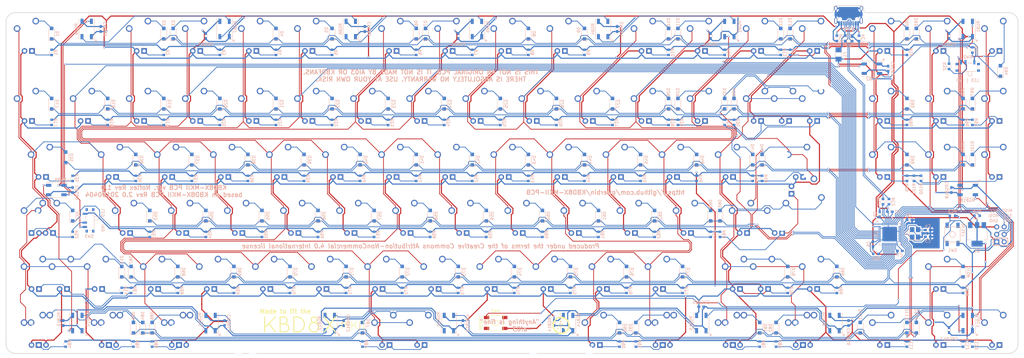
<source format=kicad_pcb>
(kicad_pcb (version 20171130) (host pcbnew "(5.1.5)-3")
  (layers (0 F.Cu signal) (31 B.Cu signal) (34 B.Paste user) (35 F.Paste user) (36 B.SilkS user) (37 F.SilkS user) (38 B.Mask user) (39 F.Mask user) (44 Edge.Cuts user))
  (net 0 "")
  (net 1 +5V)
  (net 2 "Net-(C2-Pad1)")
  (net 3 GND)
  (net 4 XTAL1)
  (net 5 XTAL2)
  (net 6 COL0)
  (net 7 ROW0)
  (net 8 "Net-(D1-Pad2)")
  (net 9 "Net-(D2-Pad2)")
  (net 10 "Net-(D3-Pad2)")
  (net 11 "Net-(D4-Pad2)")
  (net 12 "Net-(D5-Pad2)")
  (net 13 "Net-(D6-Pad2)")
  (net 14 "Net-(D7-Pad2)")
  (net 15 "Net-(D8-Pad2)")
  (net 16 "Net-(D9-Pad2)")
  (net 17 "Net-(D10-Pad2)")
  (net 18 "Net-(D11-Pad2)")
  (net 19 "Net-(D12-Pad2)")
  (net 20 "Net-(D13-Pad2)")
  (net 21 "Net-(D14-Pad2)")
  (net 22 ROW4)
  (net 23 "Net-(D17-Pad2)")
  (net 24 ROW1)
  (net 25 "Net-(D18-Pad2)")
  (net 26 "Net-(D19-Pad2)")
  (net 27 "Net-(D20-Pad2)")
  (net 28 "Net-(D21-Pad2)")
  (net 29 "Net-(D22-Pad2)")
  (net 30 "Net-(D23-Pad2)")
  (net 31 "Net-(D24-Pad2)")
  (net 32 "Net-(D25-Pad2)")
  (net 33 "Net-(D26-Pad2)")
  (net 34 "Net-(D27-Pad2)")
  (net 35 "Net-(D28-Pad2)")
  (net 36 "Net-(D29-Pad2)")
  (net 37 ROW3)
  (net 38 ROW2)
  (net 39 "Net-(D35-Pad2)")
  (net 40 "Net-(D36-Pad2)")
  (net 41 "Net-(D37-Pad2)")
  (net 42 "Net-(D38-Pad2)")
  (net 43 "Net-(D39-Pad2)")
  (net 44 "Net-(D40-Pad2)")
  (net 45 "Net-(D41-Pad2)")
  (net 46 "Net-(D42-Pad2)")
  (net 47 "Net-(D43-Pad2)")
  (net 48 "Net-(D44-Pad2)")
  (net 49 "Net-(D45-Pad2)")
  (net 50 "Net-(D46-Pad2)")
  (net 51 "Net-(D47-Pad2)")
  (net 52 "Net-(D48-Pad2)")
  (net 53 "Net-(D53-Pad2)")
  (net 54 "Net-(D54-Pad2)")
  (net 55 "Net-(D55-Pad2)")
  (net 56 "Net-(D56-Pad2)")
  (net 57 "Net-(D57-Pad2)")
  (net 58 "Net-(D58-Pad2)")
  (net 59 "Net-(D59-Pad2)")
  (net 60 "Net-(D60-Pad2)")
  (net 61 "Net-(D61-Pad2)")
  (net 62 "Net-(D62-Pad2)")
  (net 63 "Net-(D63-Pad2)")
  (net 64 "Net-(D65-Pad2)")
  (net 65 "Net-(D66-Pad2)")
  (net 66 "Net-(D67-Pad2)")
  (net 67 "Net-(D68-Pad2)")
  (net 68 "Net-(D69-Pad2)")
  (net 69 "Net-(D70-Pad2)")
  (net 70 "Net-(D71-Pad2)")
  (net 71 "Net-(D72-Pad2)")
  (net 72 "Net-(D73-Pad2)")
  (net 73 "Net-(D74-Pad2)")
  (net 74 "Net-(D75-Pad2)")
  (net 75 "Net-(D76-Pad2)")
  (net 76 "Net-(D77-Pad2)")
  (net 77 "Net-(D78-Pad2)")
  (net 78 ROW5)
  (net 79 "Net-(D81-Pad2)")
  (net 80 "Net-(D82-Pad2)")
  (net 81 "Net-(D84-Pad2)")
  (net 82 "Net-(D85-Pad2)")
  (net 83 "Net-(D86-Pad2)")
  (net 84 "Net-(D87-Pad2)")
  (net 85 "Net-(D90-Pad2)")
  (net 86 "Net-(D91-Pad2)")
  (net 87 "Net-(D92-Pad2)")
  (net 88 "Net-(D93-Pad2)")
  (net 89 "Net-(D94-Pad2)")
  (net 90 "Net-(D95-Pad2)")
  (net 91 "Net-(D96-Pad2)")
  (net 92 "Net-(D97-Pad2)")
  (net 93 "Net-(D99-Pad2)")
  (net 94 "Net-(D100-Pad2)")
  (net 95 "Net-(D101-Pad2)")
  (net 96 "Net-(D108-Pad2)")
  (net 97 "Net-(D111-Pad2)")
  (net 98 "Net-(D112-Pad2)")
  (net 99 "Net-(D113-Pad2)")
  (net 100 VCC)
  (net 101 COL2)
  (net 102 COL1)
  (net 103 "Net-(MX_.1-Pad4)")
  (net 104 "Net-(MX_,1-Pad4)")
  (net 105 "Net-(MX_#1-Pad4)")
  (net 106 "Net-(MX_#2-Pad4)")
  (net 107 COL3)
  (net 108 "Net-(MX_#3-Pad4)")
  (net 109 "Net-(MX_#4-Pad4)")
  (net 110 COL4)
  (net 111 "Net-(MX_#5-Pad4)")
  (net 112 COL5)
  (net 113 "Net-(MX_#6-Pad4)")
  (net 114 COL6)
  (net 115 "Net-(MX_#7-Pad4)")
  (net 116 COL7)
  (net 117 COL8)
  (net 118 "Net-(MX_#8-Pad4)")
  (net 119 "Net-(MX_#9-Pad4)")
  (net 120 "Net-(MX_#0_1-Pad4)")
  (net 121 "Net-(MX_'1-Pad4)")
  (net 122 "Net-(MX_-1-Pad4)")
  (net 123 "Net-(MX_/1-Pad4)")
  (net 124 "Net-(MX_;1-Pad4)")
  (net 125 "Net-(MX_=1-Pad4)")
  (net 126 "Net-(MX_[1-Pad4)")
  (net 127 "Net-(MX_\\1-Pad4)")
  (net 128 "Net-(MX_]1-Pad4)")
  (net 129 "Net-(MX_`1-Pad4)")
  (net 130 "Net-(MX_A1-Pad4)")
  (net 131 "Net-(MX_B1-Pad4)")
  (net 132 "Net-(MX_C1-Pad4)")
  (net 133 "Net-(MX_D1-Pad4)")
  (net 134 "Net-(MX_E1-Pad4)")
  (net 135 "Net-(MX_ESC1-Pad4)")
  (net 136 "Net-(MX_F1-Pad4)")
  (net 137 "Net-(MX_FN1-Pad4)")
  (net 138 "Net-(MX_FN2-Pad4)")
  (net 139 "Net-(MX_FN3-Pad4)")
  (net 140 "Net-(MX_FN4-Pad4)")
  (net 141 "Net-(MX_FN5-Pad4)")
  (net 142 "Net-(MX_FN6-Pad4)")
  (net 143 "Net-(MX_FN7-Pad4)")
  (net 144 "Net-(MX_FN8-Pad4)")
  (net 145 "Net-(MX_FN9-Pad4)")
  (net 146 "Net-(MX_FN10-Pad4)")
  (net 147 "Net-(MX_FN11-Pad4)")
  (net 148 "Net-(MX_FN12-Pad4)")
  (net 149 "Net-(MX_G1-Pad4)")
  (net 150 "Net-(MX_H1-Pad4)")
  (net 151 "Net-(MX_I1-Pad4)")
  (net 152 "Net-(MX_J1-Pad4)")
  (net 153 "Net-(MX_K1-Pad4)")
  (net 154 "Net-(MX_L1-Pad4)")
  (net 155 "Net-(MX_M1-Pad4)")
  (net 156 "Net-(MX_N1-Pad4)")
  (net 157 "Net-(MX_O1-Pad4)")
  (net 158 "Net-(MX_P1-Pad4)")
  (net 159 "Net-(MX_Q1-Pad4)")
  (net 160 "Net-(MX_R1-Pad4)")
  (net 161 "Net-(MX_RETURN1-Pad4)")
  (net 162 "Net-(MX_RSHIFT1-Pad4)")
  (net 163 "Net-(MX_S1-Pad4)")
  (net 164 "Net-(MX_T1-Pad4)")
  (net 165 "Net-(MX_TAB1-Pad4)")
  (net 166 "Net-(MX_U1-Pad4)")
  (net 167 "Net-(MX_V1-Pad4)")
  (net 168 "Net-(MX_W1-Pad4)")
  (net 169 "Net-(MX_X1-Pad4)")
  (net 170 "Net-(MX_Y1-Pad4)")
  (net 171 "Net-(MX_Z1-Pad4)")
  (net 172 "Net-(Q1-Pad1)")
  (net 173 LEDGND)
  (net 174 "Net-(RC1-Pad2)")
  (net 175 D-)
  (net 176 D+)
  (net 177 "Net-(RC2-Pad1)")
  (net 178 RESET)
  (net 179 "Net-(RC4-Pad1)")
  (net 180 "Net-(RC5-Pad1)")
  (net 181 "Net-(RC6-Pad2)")
  (net 182 "Net-(RC7-Pad2)")
  (net 183 "Net-(USB1-Pad9)")
  (net 184 "Net-(USB1-Pad3)")
  (net 185 "Net-(D30-Pad2)")
  (net 186 "Net-(D31-Pad2)")
  (net 187 "Net-(D52-Pad2)")
  (net 188 "Net-(MX_BACK1-Pad4)")
  (net 189 "Net-(MX_BACK3-Pad4)")
  (net 190 "Net-(MX_DEL1-Pad4)")
  (net 191 "Net-(MX_DN1-Pad4)")
  (net 192 "Net-(MX_END1-Pad4)")
  (net 193 "Net-(MX_HOME1-Pad4)")
  (net 194 "Net-(MX_INS1-Pad4)")
  (net 195 "Net-(MX_LALT1-Pad4)")
  (net 196 "Net-(MX_LCTRL1-Pad4)")
  (net 197 "Net-(MX_LFT1-Pad4)")
  (net 198 "Net-(MX_LGUI1-Pad4)")
  (net 199 "Net-(MX_LSHIFT1-Pad4)")
  (net 200 "Net-(MX_LSHIFT3-Pad4)")
  (net 201 "Net-(MX_PAUSE1-Pad4)")
  (net 202 "Net-(MX_PGDN1-Pad4)")
  (net 203 "Net-(MX_PGUP1-Pad4)")
  (net 204 "Net-(MX_PRINT1-Pad4)")
  (net 205 "Net-(MX_RALT1-Pad4)")
  (net 206 "Net-(MX_RALT2-Pad4)")
  (net 207 "Net-(MX_RCTRL1-Pad4)")
  (net 208 "Net-(MX_RGUI2-Pad4)")
  (net 209 "Net-(MX_RSHIFT3-Pad4)")
  (net 210 "Net-(MX_RT1-Pad4)")
  (net 211 "Net-(MX_SP1-Pad4)")
  (net 212 "Net-(MX_UP1-Pad4)")
  (net 213 CAPS_LEDGND)
  (net 214 SLOCK_LEDGND)
  (net 215 "Net-(R32-Pad1)")
  (net 216 "Net-(R52-Pad2)")
  (net 217 SLOCK_IND)
  (net 218 CAPS_IND)
  (net 219 RGBLED)
  (net 220 "Net-(RGB1-Pad2)")
  (net 221 "Net-(RGB2-Pad2)")
  (net 222 "Net-(RGB3-Pad2)")
  (net 223 "Net-(RGB4-Pad2)")
  (net 224 "Net-(RGB5-Pad2)")
  (net 225 "Net-(RGB6-Pad2)")
  (net 226 "Net-(RGB7-Pad2)")
  (net 227 "Net-(RGB8-Pad2)")
  (net 228 "Net-(RGB10-Pad4)")
  (net 229 "Net-(RGB10-Pad2)")
  (net 230 "Net-(RGB11-Pad2)")
  (net 231 "Net-(RGB12-Pad2)")
  (net 232 "Net-(RGB13-Pad2)")
  (net 233 "Net-(RGB14-Pad2)")
  (net 234 "Net-(RGB15-Pad2)")
  (net 235 "Net-(RGB16-Pad2)")
  (net 236 "Net-(RGB17-Pad2)")
  (net 237 "Net-(RGB18-Pad2)")
  (net 238 ROW9)
  (net 239 ROW6)
  (net 240 ROW7)
  (net 241 ROW8)
  (net 242 ROW10)
  (net 243 ROW11)
  (net 244 "Net-(U1-Pad42)")
  (module random-keyboard-parts:SKQG-1155865 (layer B.Cu) (at 361.553125 107.15625 270)
    (fp_text reference SW1 (at 5.42925 -0.015875) (layer B.SilkS) (effects (justify mirror)))
    (fp_text value SW_Push)
    (pad 1 smd rect (at 3.1 -1.85 270) (size 1.8 1.1) (layers B.Cu B.Paste B.Mask) (net 3 GND))
    (pad 2 smd rect (at -3.1 1.85 270) (size 1.8 1.1) (layers B.Cu B.Paste B.Mask) (net 178 RESET))
    (pad 3 smd rect (at 3.1 1.85 270) (size 1.8 1.1) (layers B.Cu B.Paste B.Mask))
    (pad 4 smd rect (at -3.1 -1.85 270) (size 1.8 1.1) (layers B.Cu B.Paste B.Mask))
  )
  (module MX_Alps_Hybrid:MXOnly-1U (layer F.Cu) (at 104.775 39.6875)
    (fp_text reference MX_FN2)
    (fp_text value MX-1U)
    (pad "" np_thru_hole circle (at 5.08 0 48.0996) (size 1.75 1.75) (drill 1.75) (layers *.Cu *.Mask))
    (pad "" np_thru_hole circle (at -5.08 0 48.0996) (size 1.75 1.75) (drill 1.75) (layers *.Cu *.Mask))
    (pad 4 thru_hole rect (at 1.27 5.08) (size 1.905 1.905) (drill 1.04) (layers *.Cu B.Mask) (net 138 "Net-(MX_FN2-Pad4)"))
    (pad 3 thru_hole circle (at -1.27 5.08) (size 1.905 1.905) (drill 1.04) (layers *.Cu B.Mask) (net 1 +5V))
    (pad 1 thru_hole circle (at -3.81 -2.54) (size 2.25 2.25) (drill 1.47) (layers *.Cu B.Mask) (net 102 COL1))
    (pad "" np_thru_hole circle (at 0 0) (size 3.9878 3.9878) (drill 3.9878) (layers *.Cu *.Mask))
    (pad 2 thru_hole circle (at 2.54 -5.08) (size 2.25 2.25) (drill 1.47) (layers *.Cu B.Mask) (net 10 "Net-(D3-Pad2)"))
  )
  (module locallib:SOT143B (layer B.Cu) (at 326.263 40.48125 270)
    (fp_text reference U2 (at 2.413 0) (layer B.SilkS) (effects (justify mirror)))
    (fp_text value PRTR5V0U2X)
    (pad 1 smd rect (at -0.75 -1.15 270) (size 1.2 1) (layers B.Cu B.Paste B.Mask) (net 3 GND))
    (pad 4 smd rect (at -0.95 1.15 270) (size 0.9 1) (layers B.Cu B.Paste B.Mask) (net 100 VCC))
    (pad 2 smd rect (at 0.95 -1.15 270) (size 0.9 1) (layers B.Cu B.Paste B.Mask) (net 177 "Net-(RC2-Pad1)"))
    (pad 3 smd rect (at 0.95 1.15 270) (size 0.9 1) (layers B.Cu B.Paste B.Mask) (net 174 "Net-(RC1-Pad2)"))
  )
  (module MX_Alps_Hybrid:MXOnly-1U (layer F.Cu) (at 109.5375 120.65)
    (fp_text reference MX_X1)
    (fp_text value MX-1U)
    (pad 2 thru_hole circle (at 2.54 -5.08) (size 2.25 2.25) (drill 1.47) (layers *.Cu B.Mask) (net 68 "Net-(D69-Pad2)"))
    (pad "" np_thru_hole circle (at 0 0) (size 3.9878 3.9878) (drill 3.9878) (layers *.Cu *.Mask))
    (pad 1 thru_hole circle (at -3.81 -2.54) (size 2.25 2.25) (drill 1.47) (layers *.Cu B.Mask) (net 102 COL1))
    (pad 3 thru_hole circle (at -1.27 5.08) (size 1.905 1.905) (drill 1.04) (layers *.Cu B.Mask) (net 1 +5V))
    (pad 4 thru_hole rect (at 1.27 5.08) (size 1.905 1.905) (drill 1.04) (layers *.Cu B.Mask) (net 169 "Net-(MX_X1-Pad4)"))
    (pad "" np_thru_hole circle (at -5.08 0 48.0996) (size 1.75 1.75) (drill 1.75) (layers *.Cu *.Mask))
    (pad "" np_thru_hole circle (at 5.08 0 48.0996) (size 1.75 1.75) (drill 1.75) (layers *.Cu *.Mask))
  )
  (module Type-C:HRO-TYPE-C-31-M-12-Assembly (layer B.Cu) (at 326.23125 27.687125)
    (fp_text reference USB1 (at 0 9.525) (layer B.SilkS) (effects (justify mirror)))
    (fp_text value HRO-TYPE-C-31-M-12)
    (pad 13 thru_hole oval (at 4.32 2.6) (size 1 1.6) (drill oval 0.6 1.2) (layers *.Cu *.Mask) (net 3 GND))
    (pad 13 thru_hole oval (at -4.32 2.6) (size 1 1.6) (drill oval 0.6 1.2) (layers *.Cu *.Mask) (net 3 GND))
    (pad 13 thru_hole oval (at 4.32 6.78) (size 1 2.1) (drill oval 0.6 1.7) (layers *.Cu *.Mask) (net 3 GND))
    (pad 13 thru_hole oval (at -4.32 6.78) (size 1 2.1) (drill oval 0.6 1.7) (layers *.Cu *.Mask) (net 3 GND))
    (pad "" np_thru_hole circle (at -2.89 6.25) (size 0.65 0.65) (drill 0.65) (layers *.Cu *.Mask))
    (pad "" np_thru_hole circle (at 2.89 6.25) (size 0.65 0.65) (drill 0.65) (layers *.Cu *.Mask))
    (pad 6 smd rect (at -0.25 7.695) (size 0.3 1.45) (layers B.Cu B.Paste B.Mask) (net 177 "Net-(RC2-Pad1)"))
    (pad 7 smd rect (at 0.25 7.695) (size 0.3 1.45) (layers B.Cu B.Paste B.Mask) (net 174 "Net-(RC1-Pad2)"))
    (pad 8 smd rect (at 0.75 7.695) (size 0.3 1.45) (layers B.Cu B.Paste B.Mask) (net 177 "Net-(RC2-Pad1)"))
    (pad 5 smd rect (at -0.75 7.695) (size 0.3 1.45) (layers B.Cu B.Paste B.Mask) (net 174 "Net-(RC1-Pad2)"))
    (pad 9 smd rect (at 1.25 7.695) (size 0.3 1.45) (layers B.Cu B.Paste B.Mask) (net 183 "Net-(USB1-Pad9)"))
    (pad 4 smd rect (at -1.25 7.695) (size 0.3 1.45) (layers B.Cu B.Paste B.Mask) (net 181 "Net-(RC6-Pad2)"))
    (pad 10 smd rect (at 1.75 7.695) (size 0.3 1.45) (layers B.Cu B.Paste B.Mask) (net 182 "Net-(RC7-Pad2)"))
    (pad 3 smd rect (at -1.75 7.695) (size 0.3 1.45) (layers B.Cu B.Paste B.Mask) (net 184 "Net-(USB1-Pad3)"))
    (pad 2 smd rect (at -2.45 7.695) (size 0.6 1.45) (layers B.Cu B.Paste B.Mask) (net 100 VCC))
    (pad 11 smd rect (at 2.45 7.695) (size 0.6 1.45) (layers B.Cu B.Paste B.Mask) (net 100 VCC))
    (pad 1 smd rect (at -3.225 7.695) (size 0.6 1.45) (layers B.Cu B.Paste B.Mask) (net 3 GND))
    (pad 12 smd rect (at 3.225 7.695) (size 0.6 1.45) (layers B.Cu B.Paste B.Mask) (net 3 GND))
  )
  (module TO_SOT_Packages_SMD:SOT-223-3_TabPin2 (layer B.Cu) (at 369.8875 107.15625 270)
    (fp_text reference Q1 (at 5.55625 0) (layer B.SilkS) (effects (justify mirror)))
    (fp_text value DSS60601MZ4-13)
    (pad 1 smd rect (at -3.15 2.3 270) (size 2 1.5) (layers B.Cu B.Paste B.Mask) (net 172 "Net-(Q1-Pad1)"))
    (pad 3 smd rect (at -3.15 -2.3 270) (size 2 1.5) (layers B.Cu B.Paste B.Mask) (net 3 GND))
    (pad 2 smd rect (at -3.15 0 270) (size 2 1.5) (layers B.Cu B.Paste B.Mask) (net 173 LEDGND))
    (pad 2 smd rect (at 3.15 0 270) (size 2 3.8) (layers B.Cu B.Paste B.Mask) (net 173 LEDGND))
  )
  (module random-keyboard-parts:Reset_Pretty-Mask (layer B.Cu) (at 377.825 107.15625 180)
    (fp_text reference J1)
    (fp_text value AVR-ISP-6)
    (fp_text user GND (at 2.265625 4.64375 180) (layer B.SilkS) (effects (justify mirror)))
    (fp_text user RST (at -2.265625 4.7625 180) (layer B.SilkS) (effects (justify mirror)))
    (fp_text user MOSI (at 2.265625 6.35 180) (layer B.SilkS) (effects (justify mirror)))
    (fp_text user SCK (at -2.38125 6.35 180) (layer B.SilkS) (effects (justify mirror)))
    (fp_text user VCC (at 2.38125 7.9375 180) (layer B.SilkS) (effects (justify mirror)))
    (fp_text user MISO (at -2.265625 8.05625 180) (layer B.SilkS) (effects (justify mirror)))
    (pad 1 thru_hole circle (at -1.27 2.54 180) (size 1.7 1.7) (drill 1) (layers *.Cu B.Mask) (net 219 RGBLED))
    (pad 2 thru_hole circle (at 1.27 2.54 180) (size 1.7 1.7) (drill 1) (layers *.Cu B.Mask) (net 1 +5V))
    (pad 3 thru_hole circle (at -1.27 0 180) (size 1.7 1.7) (drill 1) (layers *.Cu B.Mask) (net 117 COL8))
    (pad 4 thru_hole circle (at 1.27 0 180) (size 1.7 1.7) (drill 1) (layers *.Cu B.Mask) (net 217 SLOCK_IND))
    (pad 5 thru_hole circle (at -1.27 -2.54 180) (size 1.7 1.7) (drill 1) (layers *.Cu B.Mask) (net 178 RESET))
    (pad 6 thru_hole rect (at 1.27 -2.54 180) (size 1.7 1.7) (drill 1) (layers *.Cu B.Mask) (net 3 GND))
  )
  (module locallib:kbd8x-logo (layer F.Cu) (at 144.653 137.795)
    (fp_text reference G*** hide)
    (fp_text value LOGO hide)
  )
  (module Buttons_Switches_SMD:SW_SPDT_PCM12 (layer B.Cu) (at 366.7125 50.00625 180)
    (fp_text reference SW2 (at 0 3.2 180) (layer B.SilkS) (effects (justify mirror)))
    (fp_text value SW_SPDT)
    (pad "" np_thru_hole circle (at -1.5 -0.33 180) (size 0.9 0.9) (drill 0.9) (layers *.Cu *.Mask))
    (pad "" np_thru_hole circle (at 1.5 -0.33 180) (size 0.9 0.9) (drill 0.9) (layers *.Cu *.Mask))
    (pad 1 smd rect (at -2.25 1.43 180) (size 0.7 1.5) (layers B.Cu B.Paste B.Mask) (net 173 LEDGND))
    (pad 2 smd rect (at 0.75 1.43 180) (size 0.7 1.5) (layers B.Cu B.Paste B.Mask) (net 215 "Net-(R32-Pad1)"))
    (pad 3 smd rect (at 2.25 1.43 180) (size 0.7 1.5) (layers B.Cu B.Paste B.Mask) (net 217 SLOCK_IND))
    (pad "" smd rect (at -3.65 -1.43 180) (size 1 0.8) (layers B.Cu B.Paste B.Mask))
    (pad "" smd rect (at 3.65 -1.43 180) (size 1 0.8) (layers B.Cu B.Paste B.Mask))
    (pad "" smd rect (at 3.65 0.78 180) (size 1 0.8) (layers B.Cu B.Paste B.Mask))
    (pad "" smd rect (at -3.65 0.78 180) (size 1 0.8) (layers B.Cu B.Paste B.Mask))
  )
  (module Buttons_Switches_SMD:SW_SPDT_PCM12 (layer B.Cu) (at 68.2625 102.39375 270)
    (fp_text reference SW3 (at 5.42925 -0.0635) (layer B.SilkS) (effects (justify mirror)))
    (fp_text value SW_SPDT)
    (pad "" smd rect (at -3.65 0.78 270) (size 1 0.8) (layers B.Cu B.Paste B.Mask))
    (pad "" smd rect (at 3.65 0.78 270) (size 1 0.8) (layers B.Cu B.Paste B.Mask))
    (pad "" smd rect (at 3.65 -1.43 270) (size 1 0.8) (layers B.Cu B.Paste B.Mask))
    (pad "" smd rect (at -3.65 -1.43 270) (size 1 0.8) (layers B.Cu B.Paste B.Mask))
    (pad 3 smd rect (at 2.25 1.43 270) (size 0.7 1.5) (layers B.Cu B.Paste B.Mask) (net 218 CAPS_IND))
    (pad 2 smd rect (at 0.75 1.43 270) (size 0.7 1.5) (layers B.Cu B.Paste B.Mask) (net 216 "Net-(R52-Pad2)"))
    (pad 1 smd rect (at -2.25 1.43 270) (size 0.7 1.5) (layers B.Cu B.Paste B.Mask) (net 173 LEDGND))
    (pad "" np_thru_hole circle (at 1.5 -0.33 270) (size 0.9 0.9) (drill 0.9) (layers *.Cu *.Mask))
    (pad "" np_thru_hole circle (at -1.5 -0.33 270) (size 0.9 0.9) (drill 0.9) (layers *.Cu *.Mask))
  )
  (module MX_Alps_Hybrid:MXOnly-1U (layer F.Cu) (at 242.8875 120.65)
    (fp_text reference MX_.1)
    (fp_text value MX-1U)
    (pad 2 thru_hole circle (at 2.54 -5.08) (size 2.25 2.25) (drill 1.47) (layers *.Cu B.Mask) (net 75 "Net-(D76-Pad2)"))
    (pad "" np_thru_hole circle (at 0 0) (size 3.9878 3.9878) (drill 3.9878) (layers *.Cu *.Mask))
    (pad 1 thru_hole circle (at -3.81 -2.54) (size 2.25 2.25) (drill 1.47) (layers *.Cu B.Mask) (net 112 COL5))
    (pad 3 thru_hole circle (at -1.27 5.08) (size 1.905 1.905) (drill 1.04) (layers *.Cu B.Mask) (net 1 +5V))
    (pad 4 thru_hole rect (at 1.27 5.08) (size 1.905 1.905) (drill 1.04) (layers *.Cu B.Mask) (net 103 "Net-(MX_.1-Pad4)"))
    (pad "" np_thru_hole circle (at -5.08 0 48.0996) (size 1.75 1.75) (drill 1.75) (layers *.Cu *.Mask))
    (pad "" np_thru_hole circle (at 5.08 0 48.0996) (size 1.75 1.75) (drill 1.75) (layers *.Cu *.Mask))
  )
  (module MX_Alps_Hybrid:MXOnly-1U (layer F.Cu) (at 223.8375 120.65)
    (fp_text reference MX_,1)
    (fp_text value MX-1U)
    (pad "" np_thru_hole circle (at 5.08 0 48.0996) (size 1.75 1.75) (drill 1.75) (layers *.Cu *.Mask))
    (pad "" np_thru_hole circle (at -5.08 0 48.0996) (size 1.75 1.75) (drill 1.75) (layers *.Cu *.Mask))
    (pad 4 thru_hole rect (at 1.27 5.08) (size 1.905 1.905) (drill 1.04) (layers *.Cu B.Mask) (net 104 "Net-(MX_,1-Pad4)"))
    (pad 3 thru_hole circle (at -1.27 5.08) (size 1.905 1.905) (drill 1.04) (layers *.Cu B.Mask) (net 1 +5V))
    (pad 1 thru_hole circle (at -3.81 -2.54) (size 2.25 2.25) (drill 1.47) (layers *.Cu B.Mask) (net 110 COL4))
    (pad "" np_thru_hole circle (at 0 0) (size 3.9878 3.9878) (drill 3.9878) (layers *.Cu *.Mask))
    (pad 2 thru_hole circle (at 2.54 -5.08) (size 2.25 2.25) (drill 1.47) (layers *.Cu B.Mask) (net 74 "Net-(D75-Pad2)"))
  )
  (module MX_Alps_Hybrid:MXOnly-1U (layer F.Cu) (at 66.675 63.5)
    (fp_text reference MX_#1)
    (fp_text value MX-1U)
    (pad 2 thru_hole circle (at 2.54 -5.08) (size 2.25 2.25) (drill 1.47) (layers *.Cu B.Mask) (net 25 "Net-(D18-Pad2)"))
    (pad "" np_thru_hole circle (at 0 0) (size 3.9878 3.9878) (drill 3.9878) (layers *.Cu *.Mask))
    (pad 1 thru_hole circle (at -3.81 -2.54) (size 2.25 2.25) (drill 1.47) (layers *.Cu B.Mask) (net 6 COL0))
    (pad 3 thru_hole circle (at -1.27 5.08) (size 1.905 1.905) (drill 1.04) (layers *.Cu B.Mask) (net 1 +5V))
    (pad 4 thru_hole rect (at 1.27 5.08) (size 1.905 1.905) (drill 1.04) (layers *.Cu B.Mask) (net 105 "Net-(MX_#1-Pad4)"))
    (pad "" np_thru_hole circle (at -5.08 0 48.0996) (size 1.75 1.75) (drill 1.75) (layers *.Cu *.Mask))
    (pad "" np_thru_hole circle (at 5.08 0 48.0996) (size 1.75 1.75) (drill 1.75) (layers *.Cu *.Mask))
  )
  (module MX_Alps_Hybrid:MXOnly-1U (layer F.Cu) (at 85.725 63.5)
    (fp_text reference MX_#2)
    (fp_text value MX-1U)
    (pad 2 thru_hole circle (at 2.54 -5.08) (size 2.25 2.25) (drill 1.47) (layers *.Cu B.Mask) (net 26 "Net-(D19-Pad2)"))
    (pad "" np_thru_hole circle (at 0 0) (size 3.9878 3.9878) (drill 3.9878) (layers *.Cu *.Mask))
    (pad 1 thru_hole circle (at -3.81 -2.54) (size 2.25 2.25) (drill 1.47) (layers *.Cu B.Mask) (net 102 COL1))
    (pad 3 thru_hole circle (at -1.27 5.08) (size 1.905 1.905) (drill 1.04) (layers *.Cu B.Mask) (net 1 +5V))
    (pad 4 thru_hole rect (at 1.27 5.08) (size 1.905 1.905) (drill 1.04) (layers *.Cu B.Mask) (net 106 "Net-(MX_#2-Pad4)"))
    (pad "" np_thru_hole circle (at -5.08 0 48.0996) (size 1.75 1.75) (drill 1.75) (layers *.Cu *.Mask))
    (pad "" np_thru_hole circle (at 5.08 0 48.0996) (size 1.75 1.75) (drill 1.75) (layers *.Cu *.Mask))
  )
  (module MX_Alps_Hybrid:MXOnly-1U (layer F.Cu) (at 104.775 63.5)
    (fp_text reference MX_#3)
    (fp_text value MX-1U)
    (pad 2 thru_hole circle (at 2.54 -5.08) (size 2.25 2.25) (drill 1.47) (layers *.Cu B.Mask) (net 27 "Net-(D20-Pad2)"))
    (pad "" np_thru_hole circle (at 0 0) (size 3.9878 3.9878) (drill 3.9878) (layers *.Cu *.Mask))
    (pad 1 thru_hole circle (at -3.81 -2.54) (size 2.25 2.25) (drill 1.47) (layers *.Cu B.Mask) (net 102 COL1))
    (pad 3 thru_hole circle (at -1.27 5.08) (size 1.905 1.905) (drill 1.04) (layers *.Cu B.Mask) (net 1 +5V))
    (pad 4 thru_hole rect (at 1.27 5.08) (size 1.905 1.905) (drill 1.04) (layers *.Cu B.Mask) (net 108 "Net-(MX_#3-Pad4)"))
    (pad "" np_thru_hole circle (at -5.08 0 48.0996) (size 1.75 1.75) (drill 1.75) (layers *.Cu *.Mask))
    (pad "" np_thru_hole circle (at 5.08 0 48.0996) (size 1.75 1.75) (drill 1.75) (layers *.Cu *.Mask))
  )
  (module MX_Alps_Hybrid:MXOnly-1U (layer F.Cu) (at 123.825 63.5)
    (fp_text reference MX_#4)
    (fp_text value MX-1U)
    (pad 2 thru_hole circle (at 2.54 -5.08) (size 2.25 2.25) (drill 1.47) (layers *.Cu B.Mask) (net 28 "Net-(D21-Pad2)"))
    (pad "" np_thru_hole circle (at 0 0) (size 3.9878 3.9878) (drill 3.9878) (layers *.Cu *.Mask))
    (pad 1 thru_hole circle (at -3.81 -2.54) (size 2.25 2.25) (drill 1.47) (layers *.Cu B.Mask) (net 101 COL2))
    (pad 3 thru_hole circle (at -1.27 5.08) (size 1.905 1.905) (drill 1.04) (layers *.Cu B.Mask) (net 1 +5V))
    (pad 4 thru_hole rect (at 1.27 5.08) (size 1.905 1.905) (drill 1.04) (layers *.Cu B.Mask) (net 109 "Net-(MX_#4-Pad4)"))
    (pad "" np_thru_hole circle (at -5.08 0 48.0996) (size 1.75 1.75) (drill 1.75) (layers *.Cu *.Mask))
    (pad "" np_thru_hole circle (at 5.08 0 48.0996) (size 1.75 1.75) (drill 1.75) (layers *.Cu *.Mask))
  )
  (module MX_Alps_Hybrid:MXOnly-1U (layer F.Cu) (at 142.875 63.5)
    (fp_text reference MX_#5)
    (fp_text value MX-1U)
    (pad 2 thru_hole circle (at 2.54 -5.08) (size 2.25 2.25) (drill 1.47) (layers *.Cu B.Mask) (net 29 "Net-(D22-Pad2)"))
    (pad "" np_thru_hole circle (at 0 0) (size 3.9878 3.9878) (drill 3.9878) (layers *.Cu *.Mask))
    (pad 1 thru_hole circle (at -3.81 -2.54) (size 2.25 2.25) (drill 1.47) (layers *.Cu B.Mask) (net 101 COL2))
    (pad 3 thru_hole circle (at -1.27 5.08) (size 1.905 1.905) (drill 1.04) (layers *.Cu B.Mask) (net 1 +5V))
    (pad 4 thru_hole rect (at 1.27 5.08) (size 1.905 1.905) (drill 1.04) (layers *.Cu B.Mask) (net 111 "Net-(MX_#5-Pad4)"))
    (pad "" np_thru_hole circle (at -5.08 0 48.0996) (size 1.75 1.75) (drill 1.75) (layers *.Cu *.Mask))
    (pad "" np_thru_hole circle (at 5.08 0 48.0996) (size 1.75 1.75) (drill 1.75) (layers *.Cu *.Mask))
  )
  (module MX_Alps_Hybrid:MXOnly-1U (layer F.Cu) (at 161.925 63.5)
    (fp_text reference MX_#6)
    (fp_text value MX-1U)
    (pad "" np_thru_hole circle (at 5.08 0 48.0996) (size 1.75 1.75) (drill 1.75) (layers *.Cu *.Mask))
    (pad "" np_thru_hole circle (at -5.08 0 48.0996) (size 1.75 1.75) (drill 1.75) (layers *.Cu *.Mask))
    (pad 4 thru_hole rect (at 1.27 5.08) (size 1.905 1.905) (drill 1.04) (layers *.Cu B.Mask) (net 113 "Net-(MX_#6-Pad4)"))
    (pad 3 thru_hole circle (at -1.27 5.08) (size 1.905 1.905) (drill 1.04) (layers *.Cu B.Mask) (net 1 +5V))
    (pad 1 thru_hole circle (at -3.81 -2.54) (size 2.25 2.25) (drill 1.47) (layers *.Cu B.Mask) (net 107 COL3))
    (pad "" np_thru_hole circle (at 0 0) (size 3.9878 3.9878) (drill 3.9878) (layers *.Cu *.Mask))
    (pad 2 thru_hole circle (at 2.54 -5.08) (size 2.25 2.25) (drill 1.47) (layers *.Cu B.Mask) (net 30 "Net-(D23-Pad2)"))
  )
  (module MX_Alps_Hybrid:MXOnly-1U (layer F.Cu) (at 180.975 63.5)
    (fp_text reference MX_#7)
    (fp_text value MX-1U)
    (pad "" np_thru_hole circle (at 5.08 0 48.0996) (size 1.75 1.75) (drill 1.75) (layers *.Cu *.Mask))
    (pad "" np_thru_hole circle (at -5.08 0 48.0996) (size 1.75 1.75) (drill 1.75) (layers *.Cu *.Mask))
    (pad 4 thru_hole rect (at 1.27 5.08) (size 1.905 1.905) (drill 1.04) (layers *.Cu B.Mask) (net 115 "Net-(MX_#7-Pad4)"))
    (pad 3 thru_hole circle (at -1.27 5.08) (size 1.905 1.905) (drill 1.04) (layers *.Cu B.Mask) (net 1 +5V))
    (pad 1 thru_hole circle (at -3.81 -2.54) (size 2.25 2.25) (drill 1.47) (layers *.Cu B.Mask) (net 107 COL3))
    (pad "" np_thru_hole circle (at 0 0) (size 3.9878 3.9878) (drill 3.9878) (layers *.Cu *.Mask))
    (pad 2 thru_hole circle (at 2.54 -5.08) (size 2.25 2.25) (drill 1.47) (layers *.Cu B.Mask) (net 31 "Net-(D24-Pad2)"))
  )
  (module MX_Alps_Hybrid:MXOnly-1U (layer F.Cu) (at 200.025 63.5)
    (fp_text reference MX_#8)
    (fp_text value MX-1U)
    (pad "" np_thru_hole circle (at 5.08 0 48.0996) (size 1.75 1.75) (drill 1.75) (layers *.Cu *.Mask))
    (pad "" np_thru_hole circle (at -5.08 0 48.0996) (size 1.75 1.75) (drill 1.75) (layers *.Cu *.Mask))
    (pad 4 thru_hole rect (at 1.27 5.08) (size 1.905 1.905) (drill 1.04) (layers *.Cu B.Mask) (net 118 "Net-(MX_#8-Pad4)"))
    (pad 3 thru_hole circle (at -1.27 5.08) (size 1.905 1.905) (drill 1.04) (layers *.Cu B.Mask) (net 1 +5V))
    (pad 1 thru_hole circle (at -3.81 -2.54) (size 2.25 2.25) (drill 1.47) (layers *.Cu B.Mask) (net 110 COL4))
    (pad "" np_thru_hole circle (at 0 0) (size 3.9878 3.9878) (drill 3.9878) (layers *.Cu *.Mask))
    (pad 2 thru_hole circle (at 2.54 -5.08) (size 2.25 2.25) (drill 1.47) (layers *.Cu B.Mask) (net 32 "Net-(D25-Pad2)"))
  )
  (module MX_Alps_Hybrid:MXOnly-1U (layer F.Cu) (at 219.075 63.5)
    (fp_text reference MX_#9)
    (fp_text value MX-1U)
    (pad "" np_thru_hole circle (at 5.08 0 48.0996) (size 1.75 1.75) (drill 1.75) (layers *.Cu *.Mask))
    (pad "" np_thru_hole circle (at -5.08 0 48.0996) (size 1.75 1.75) (drill 1.75) (layers *.Cu *.Mask))
    (pad 4 thru_hole rect (at 1.27 5.08) (size 1.905 1.905) (drill 1.04) (layers *.Cu B.Mask) (net 119 "Net-(MX_#9-Pad4)"))
    (pad 3 thru_hole circle (at -1.27 5.08) (size 1.905 1.905) (drill 1.04) (layers *.Cu B.Mask) (net 1 +5V))
    (pad 1 thru_hole circle (at -3.81 -2.54) (size 2.25 2.25) (drill 1.47) (layers *.Cu B.Mask) (net 110 COL4))
    (pad "" np_thru_hole circle (at 0 0) (size 3.9878 3.9878) (drill 3.9878) (layers *.Cu *.Mask))
    (pad 2 thru_hole circle (at 2.54 -5.08) (size 2.25 2.25) (drill 1.47) (layers *.Cu B.Mask) (net 33 "Net-(D26-Pad2)"))
  )
  (module MX_Alps_Hybrid:MXOnly-1U (layer F.Cu) (at 238.125 63.5)
    (fp_text reference MX_#0_1)
    (fp_text value MX-1U)
    (pad "" np_thru_hole circle (at 5.08 0 48.0996) (size 1.75 1.75) (drill 1.75) (layers *.Cu *.Mask))
    (pad "" np_thru_hole circle (at -5.08 0 48.0996) (size 1.75 1.75) (drill 1.75) (layers *.Cu *.Mask))
    (pad 4 thru_hole rect (at 1.27 5.08) (size 1.905 1.905) (drill 1.04) (layers *.Cu B.Mask) (net 120 "Net-(MX_#0_1-Pad4)"))
    (pad 3 thru_hole circle (at -1.27 5.08) (size 1.905 1.905) (drill 1.04) (layers *.Cu B.Mask) (net 1 +5V))
    (pad 1 thru_hole circle (at -3.81 -2.54) (size 2.25 2.25) (drill 1.47) (layers *.Cu B.Mask) (net 112 COL5))
    (pad "" np_thru_hole circle (at 0 0) (size 3.9878 3.9878) (drill 3.9878) (layers *.Cu *.Mask))
    (pad 2 thru_hole circle (at 2.54 -5.08) (size 2.25 2.25) (drill 1.47) (layers *.Cu B.Mask) (net 34 "Net-(D27-Pad2)"))
  )
  (module MX_Alps_Hybrid:MXOnly-1U (layer F.Cu) (at 271.4625 101.6)
    (fp_text reference MX_'1)
    (fp_text value MX-1U)
    (pad 2 thru_hole circle (at 2.54 -5.08) (size 2.25 2.25) (drill 1.47) (layers *.Cu B.Mask) (net 63 "Net-(D63-Pad2)"))
    (pad "" np_thru_hole circle (at 0 0) (size 3.9878 3.9878) (drill 3.9878) (layers *.Cu *.Mask))
    (pad 1 thru_hole circle (at -3.81 -2.54) (size 2.25 2.25) (drill 1.47) (layers *.Cu B.Mask) (net 112 COL5))
    (pad 3 thru_hole circle (at -1.27 5.08) (size 1.905 1.905) (drill 1.04) (layers *.Cu B.Mask) (net 1 +5V))
    (pad 4 thru_hole rect (at 1.27 5.08) (size 1.905 1.905) (drill 1.04) (layers *.Cu B.Mask) (net 121 "Net-(MX_'1-Pad4)"))
    (pad "" np_thru_hole circle (at -5.08 0 48.0996) (size 1.75 1.75) (drill 1.75) (layers *.Cu *.Mask))
    (pad "" np_thru_hole circle (at 5.08 0 48.0996) (size 1.75 1.75) (drill 1.75) (layers *.Cu *.Mask))
  )
  (module MX_Alps_Hybrid:MXOnly-1U (layer F.Cu) (at 257.175 63.5)
    (fp_text reference MX_-1)
    (fp_text value MX-1U)
    (pad 2 thru_hole circle (at 2.54 -5.08) (size 2.25 2.25) (drill 1.47) (layers *.Cu B.Mask) (net 35 "Net-(D28-Pad2)"))
    (pad "" np_thru_hole circle (at 0 0) (size 3.9878 3.9878) (drill 3.9878) (layers *.Cu *.Mask))
    (pad 1 thru_hole circle (at -3.81 -2.54) (size 2.25 2.25) (drill 1.47) (layers *.Cu B.Mask) (net 112 COL5))
    (pad 3 thru_hole circle (at -1.27 5.08) (size 1.905 1.905) (drill 1.04) (layers *.Cu B.Mask) (net 1 +5V))
    (pad 4 thru_hole rect (at 1.27 5.08) (size 1.905 1.905) (drill 1.04) (layers *.Cu B.Mask) (net 122 "Net-(MX_-1-Pad4)"))
    (pad "" np_thru_hole circle (at -5.08 0 48.0996) (size 1.75 1.75) (drill 1.75) (layers *.Cu *.Mask))
    (pad "" np_thru_hole circle (at 5.08 0 48.0996) (size 1.75 1.75) (drill 1.75) (layers *.Cu *.Mask))
  )
  (module MX_Alps_Hybrid:MXOnly-1U (layer F.Cu) (at 261.9375 120.65)
    (fp_text reference MX_/1)
    (fp_text value MX-1U)
    (pad 2 thru_hole circle (at 2.54 -5.08) (size 2.25 2.25) (drill 1.47) (layers *.Cu B.Mask) (net 76 "Net-(D77-Pad2)"))
    (pad "" np_thru_hole circle (at 0 0) (size 3.9878 3.9878) (drill 3.9878) (layers *.Cu *.Mask))
    (pad 1 thru_hole circle (at -3.81 -2.54) (size 2.25 2.25) (drill 1.47) (layers *.Cu B.Mask) (net 112 COL5))
    (pad 3 thru_hole circle (at -1.27 5.08) (size 1.905 1.905) (drill 1.04) (layers *.Cu B.Mask) (net 1 +5V))
    (pad 4 thru_hole rect (at 1.27 5.08) (size 1.905 1.905) (drill 1.04) (layers *.Cu B.Mask) (net 123 "Net-(MX_/1-Pad4)"))
    (pad "" np_thru_hole circle (at -5.08 0 48.0996) (size 1.75 1.75) (drill 1.75) (layers *.Cu *.Mask))
    (pad "" np_thru_hole circle (at 5.08 0 48.0996) (size 1.75 1.75) (drill 1.75) (layers *.Cu *.Mask))
  )
  (module MX_Alps_Hybrid:MXOnly-1U (layer F.Cu) (at 252.4125 101.6)
    (fp_text reference MX_;1)
    (fp_text value MX-1U)
    (pad "" np_thru_hole circle (at 5.08 0 48.0996) (size 1.75 1.75) (drill 1.75) (layers *.Cu *.Mask))
    (pad "" np_thru_hole circle (at -5.08 0 48.0996) (size 1.75 1.75) (drill 1.75) (layers *.Cu *.Mask))
    (pad 4 thru_hole rect (at 1.27 5.08) (size 1.905 1.905) (drill 1.04) (layers *.Cu B.Mask) (net 124 "Net-(MX_;1-Pad4)"))
    (pad 3 thru_hole circle (at -1.27 5.08) (size 1.905 1.905) (drill 1.04) (layers *.Cu B.Mask) (net 1 +5V))
    (pad 1 thru_hole circle (at -3.81 -2.54) (size 2.25 2.25) (drill 1.47) (layers *.Cu B.Mask) (net 112 COL5))
    (pad "" np_thru_hole circle (at 0 0) (size 3.9878 3.9878) (drill 3.9878) (layers *.Cu *.Mask))
    (pad 2 thru_hole circle (at 2.54 -5.08) (size 2.25 2.25) (drill 1.47) (layers *.Cu B.Mask) (net 62 "Net-(D62-Pad2)"))
  )
  (module MX_Alps_Hybrid:MXOnly-1U (layer F.Cu) (at 276.225 63.5)
    (fp_text reference MX_=1)
    (fp_text value MX-1U)
    (pad 2 thru_hole circle (at 2.54 -5.08) (size 2.25 2.25) (drill 1.47) (layers *.Cu B.Mask) (net 36 "Net-(D29-Pad2)"))
    (pad "" np_thru_hole circle (at 0 0) (size 3.9878 3.9878) (drill 3.9878) (layers *.Cu *.Mask))
    (pad 1 thru_hole circle (at -3.81 -2.54) (size 2.25 2.25) (drill 1.47) (layers *.Cu B.Mask) (net 114 COL6))
    (pad 3 thru_hole circle (at -1.27 5.08) (size 1.905 1.905) (drill 1.04) (layers *.Cu B.Mask) (net 1 +5V))
    (pad 4 thru_hole rect (at 1.27 5.08) (size 1.905 1.905) (drill 1.04) (layers *.Cu B.Mask) (net 125 "Net-(MX_=1-Pad4)"))
    (pad "" np_thru_hole circle (at -5.08 0 48.0996) (size 1.75 1.75) (drill 1.75) (layers *.Cu *.Mask))
    (pad "" np_thru_hole circle (at 5.08 0 48.0996) (size 1.75 1.75) (drill 1.75) (layers *.Cu *.Mask))
  )
  (module MX_Alps_Hybrid:MXOnly-1U (layer F.Cu) (at 266.7 82.55)
    (fp_text reference MX_[1)
    (fp_text value MX-1U)
    (pad 2 thru_hole circle (at 2.54 -5.08) (size 2.25 2.25) (drill 1.47) (layers *.Cu B.Mask) (net 50 "Net-(D46-Pad2)"))
    (pad "" np_thru_hole circle (at 0 0) (size 3.9878 3.9878) (drill 3.9878) (layers *.Cu *.Mask))
    (pad 1 thru_hole circle (at -3.81 -2.54) (size 2.25 2.25) (drill 1.47) (layers *.Cu B.Mask) (net 112 COL5))
    (pad 3 thru_hole circle (at -1.27 5.08) (size 1.905 1.905) (drill 1.04) (layers *.Cu B.Mask) (net 1 +5V))
    (pad 4 thru_hole rect (at 1.27 5.08) (size 1.905 1.905) (drill 1.04) (layers *.Cu B.Mask) (net 126 "Net-(MX_[1-Pad4)"))
    (pad "" np_thru_hole circle (at -5.08 0 48.0996) (size 1.75 1.75) (drill 1.75) (layers *.Cu *.Mask))
    (pad "" np_thru_hole circle (at 5.08 0 48.0996) (size 1.75 1.75) (drill 1.75) (layers *.Cu *.Mask))
  )
  (module MX_Alps_Hybrid:MXOnly-1.5U (layer F.Cu) (at 309.5625 82.55)
    (fp_text reference MX_\1)
    (fp_text value MX-1.5U)
    (pad 2 thru_hole circle (at 2.54 -5.08) (size 2.25 2.25) (drill 1.47) (layers *.Cu B.Mask) (net 52 "Net-(D48-Pad2)"))
    (pad "" np_thru_hole circle (at 0 0) (size 3.9878 3.9878) (drill 3.9878) (layers *.Cu *.Mask))
    (pad 1 thru_hole circle (at -3.81 -2.54) (size 2.25 2.25) (drill 1.47) (layers *.Cu B.Mask) (net 114 COL6))
    (pad 3 thru_hole circle (at -1.27 5.08) (size 1.905 1.905) (drill 1.04) (layers *.Cu B.Mask) (net 1 +5V))
    (pad 4 thru_hole rect (at 1.27 5.08) (size 1.905 1.905) (drill 1.04) (layers *.Cu B.Mask) (net 127 "Net-(MX_\\1-Pad4)"))
    (pad "" np_thru_hole circle (at -5.08 0 48.0996) (size 1.75 1.75) (drill 1.75) (layers *.Cu *.Mask))
    (pad "" np_thru_hole circle (at 5.08 0 48.0996) (size 1.75 1.75) (drill 1.75) (layers *.Cu *.Mask))
  )
  (module MX_Alps_Hybrid:MXOnly-1U (layer F.Cu) (at 290.5125 101.6)
    (fp_text reference MX_\2)
    (fp_text value MX-1U)
    (pad 2 thru_hole circle (at 2.54 -5.08) (size 2.25 2.25) (drill 1.47) (layers *.Cu B.Mask) (net 52 "Net-(D48-Pad2)"))
    (pad "" np_thru_hole circle (at 0 0) (size 3.9878 3.9878) (drill 3.9878) (layers *.Cu *.Mask))
    (pad 1 thru_hole circle (at -3.81 -2.54) (size 2.25 2.25) (drill 1.47) (layers *.Cu B.Mask) (net 114 COL6))
    (pad 3 thru_hole circle (at -1.27 5.08) (size 1.905 1.905) (drill 1.04) (layers *.Cu B.Mask) (net 1 +5V))
    (pad 4 thru_hole rect (at 1.27 5.08) (size 1.905 1.905) (drill 1.04) (layers *.Cu B.Mask) (net 127 "Net-(MX_\\1-Pad4)"))
    (pad "" np_thru_hole circle (at -5.08 0 48.0996) (size 1.75 1.75) (drill 1.75) (layers *.Cu *.Mask))
    (pad "" np_thru_hole circle (at 5.08 0 48.0996) (size 1.75 1.75) (drill 1.75) (layers *.Cu *.Mask))
  )
  (module MX_Alps_Hybrid:MXOnly-1U (layer F.Cu) (at 285.75 82.55)
    (fp_text reference MX_]1)
    (fp_text value MX-1U)
    (pad 2 thru_hole circle (at 2.54 -5.08) (size 2.25 2.25) (drill 1.47) (layers *.Cu B.Mask) (net 51 "Net-(D47-Pad2)"))
    (pad "" np_thru_hole circle (at 0 0) (size 3.9878 3.9878) (drill 3.9878) (layers *.Cu *.Mask))
    (pad 1 thru_hole circle (at -3.81 -2.54) (size 2.25 2.25) (drill 1.47) (layers *.Cu B.Mask) (net 114 COL6))
    (pad 3 thru_hole circle (at -1.27 5.08) (size 1.905 1.905) (drill 1.04) (layers *.Cu B.Mask) (net 1 +5V))
    (pad 4 thru_hole rect (at 1.27 5.08) (size 1.905 1.905) (drill 1.04) (layers *.Cu B.Mask) (net 128 "Net-(MX_]1-Pad4)"))
    (pad "" np_thru_hole circle (at -5.08 0 48.0996) (size 1.75 1.75) (drill 1.75) (layers *.Cu *.Mask))
    (pad "" np_thru_hole circle (at 5.08 0 48.0996) (size 1.75 1.75) (drill 1.75) (layers *.Cu *.Mask))
  )
  (module MX_Alps_Hybrid:MXOnly-1U (layer F.Cu) (at 47.625 63.5)
    (fp_text reference MX_`1)
    (fp_text value MX-1U)
    (pad "" np_thru_hole circle (at 5.08 0 48.0996) (size 1.75 1.75) (drill 1.75) (layers *.Cu *.Mask))
    (pad "" np_thru_hole circle (at -5.08 0 48.0996) (size 1.75 1.75) (drill 1.75) (layers *.Cu *.Mask))
    (pad 4 thru_hole rect (at 1.27 5.08) (size 1.905 1.905) (drill 1.04) (layers *.Cu B.Mask) (net 129 "Net-(MX_`1-Pad4)"))
    (pad 3 thru_hole circle (at -1.27 5.08) (size 1.905 1.905) (drill 1.04) (layers *.Cu B.Mask) (net 1 +5V))
    (pad 1 thru_hole circle (at -3.81 -2.54) (size 2.25 2.25) (drill 1.47) (layers *.Cu B.Mask) (net 6 COL0))
    (pad "" np_thru_hole circle (at 0 0) (size 3.9878 3.9878) (drill 3.9878) (layers *.Cu *.Mask))
    (pad 2 thru_hole circle (at 2.54 -5.08) (size 2.25 2.25) (drill 1.47) (layers *.Cu B.Mask) (net 23 "Net-(D17-Pad2)"))
  )
  (module MX_Alps_Hybrid:MXOnly-1U (layer F.Cu) (at 80.9625 101.6)
    (fp_text reference MX_A1)
    (fp_text value MX-1U)
    (pad "" np_thru_hole circle (at 5.08 0 48.0996) (size 1.75 1.75) (drill 1.75) (layers *.Cu *.Mask))
    (pad "" np_thru_hole circle (at -5.08 0 48.0996) (size 1.75 1.75) (drill 1.75) (layers *.Cu *.Mask))
    (pad 4 thru_hole rect (at 1.27 5.08) (size 1.905 1.905) (drill 1.04) (layers *.Cu B.Mask) (net 130 "Net-(MX_A1-Pad4)"))
    (pad 3 thru_hole circle (at -1.27 5.08) (size 1.905 1.905) (drill 1.04) (layers *.Cu B.Mask) (net 1 +5V))
    (pad 1 thru_hole circle (at -3.81 -2.54) (size 2.25 2.25) (drill 1.47) (layers *.Cu B.Mask) (net 6 COL0))
    (pad "" np_thru_hole circle (at 0 0) (size 3.9878 3.9878) (drill 3.9878) (layers *.Cu *.Mask))
    (pad 2 thru_hole circle (at 2.54 -5.08) (size 2.25 2.25) (drill 1.47) (layers *.Cu B.Mask) (net 53 "Net-(D53-Pad2)"))
  )
  (module MX_Alps_Hybrid:MXOnly-1U (layer F.Cu) (at 166.6875 120.65)
    (fp_text reference MX_B1)
    (fp_text value MX-1U)
    (pad "" np_thru_hole circle (at 5.08 0 48.0996) (size 1.75 1.75) (drill 1.75) (layers *.Cu *.Mask))
    (pad "" np_thru_hole circle (at -5.08 0 48.0996) (size 1.75 1.75) (drill 1.75) (layers *.Cu *.Mask))
    (pad 4 thru_hole rect (at 1.27 5.08) (size 1.905 1.905) (drill 1.04) (layers *.Cu B.Mask) (net 131 "Net-(MX_B1-Pad4)"))
    (pad 3 thru_hole circle (at -1.27 5.08) (size 1.905 1.905) (drill 1.04) (layers *.Cu B.Mask) (net 1 +5V))
    (pad 1 thru_hole circle (at -3.81 -2.54) (size 2.25 2.25) (drill 1.47) (layers *.Cu B.Mask) (net 107 COL3))
    (pad "" np_thru_hole circle (at 0 0) (size 3.9878 3.9878) (drill 3.9878) (layers *.Cu *.Mask))
    (pad 2 thru_hole circle (at 2.54 -5.08) (size 2.25 2.25) (drill 1.47) (layers *.Cu B.Mask) (net 71 "Net-(D72-Pad2)"))
  )
  (module MX_Alps_Hybrid:MXOnly-2U (layer F.Cu) (at 304.8 63.5)
    (fp_text reference MX_BACK1)
    (fp_text value MX-2U)
    (pad 2 thru_hole circle (at 2.54 -5.08) (size 2.25 2.25) (drill 1.47) (layers *.Cu B.Mask) (net 185 "Net-(D30-Pad2)"))
    (pad "" np_thru_hole circle (at 0 0) (size 3.9878 3.9878) (drill 3.9878) (layers *.Cu *.Mask))
    (pad 1 thru_hole circle (at -3.81 -2.54) (size 2.25 2.25) (drill 1.47) (layers *.Cu B.Mask) (net 114 COL6))
    (pad 3 thru_hole circle (at -1.27 5.08) (size 1.905 1.905) (drill 1.04) (layers *.Cu B.Mask) (net 1 +5V))
    (pad 4 thru_hole rect (at 1.27 5.08) (size 1.905 1.905) (drill 1.04) (layers *.Cu B.Mask) (net 188 "Net-(MX_BACK1-Pad4)"))
    (pad "" np_thru_hole circle (at -5.08 0 48.0996) (size 1.75 1.75) (drill 1.75) (layers *.Cu *.Mask))
    (pad "" np_thru_hole circle (at 5.08 0 48.0996) (size 1.75 1.75) (drill 1.75) (layers *.Cu *.Mask))
    (pad "" np_thru_hole circle (at -11.938 -6.985) (size 3.048 3.048) (drill 3.048) (layers *.Cu *.Mask))
    (pad "" np_thru_hole circle (at 11.938 -6.985) (size 3.048 3.048) (drill 3.048) (layers *.Cu *.Mask))
    (pad "" np_thru_hole circle (at -11.938 8.255) (size 3.9878 3.9878) (drill 3.9878) (layers *.Cu *.Mask))
    (pad "" np_thru_hole circle (at 11.938 8.255) (size 3.9878 3.9878) (drill 3.9878) (layers *.Cu *.Mask))
  )
  (module MX_Alps_Hybrid:MXOnly-1U (layer F.Cu) (at 295.275 63.5)
    (fp_text reference MX_BACK2)
    (fp_text value MX-1U)
    (pad "" np_thru_hole circle (at 5.08 0 48.0996) (size 1.75 1.75) (drill 1.75) (layers *.Cu *.Mask))
    (pad "" np_thru_hole circle (at -5.08 0 48.0996) (size 1.75 1.75) (drill 1.75) (layers *.Cu *.Mask))
    (pad 4 thru_hole rect (at 1.27 5.08) (size 1.905 1.905) (drill 1.04) (layers *.Cu B.Mask) (net 188 "Net-(MX_BACK1-Pad4)"))
    (pad 3 thru_hole circle (at -1.27 5.08) (size 1.905 1.905) (drill 1.04) (layers *.Cu B.Mask) (net 1 +5V))
    (pad 1 thru_hole circle (at -3.81 -2.54) (size 2.25 2.25) (drill 1.47) (layers *.Cu B.Mask) (net 114 COL6))
    (pad "" np_thru_hole circle (at 0 0) (size 3.9878 3.9878) (drill 3.9878) (layers *.Cu *.Mask))
    (pad 2 thru_hole circle (at 2.54 -5.08) (size 2.25 2.25) (drill 1.47) (layers *.Cu B.Mask) (net 185 "Net-(D30-Pad2)"))
  )
  (module MX_Alps_Hybrid:MXOnly-1U (layer F.Cu) (at 314.325 63.5)
    (fp_text reference MX_BACK3)
    (fp_text value MX-1U)
    (pad "" np_thru_hole circle (at 5.08 0 48.0996) (size 1.75 1.75) (drill 1.75) (layers *.Cu *.Mask))
    (pad "" np_thru_hole circle (at -5.08 0 48.0996) (size 1.75 1.75) (drill 1.75) (layers *.Cu *.Mask))
    (pad 4 thru_hole rect (at 1.27 5.08) (size 1.905 1.905) (drill 1.04) (layers *.Cu B.Mask) (net 189 "Net-(MX_BACK3-Pad4)"))
    (pad 3 thru_hole circle (at -1.27 5.08) (size 1.905 1.905) (drill 1.04) (layers *.Cu B.Mask) (net 1 +5V))
    (pad 1 thru_hole circle (at -3.81 -2.54) (size 2.25 2.25) (drill 1.47) (layers *.Cu B.Mask) (net 114 COL6))
    (pad "" np_thru_hole circle (at 0 0) (size 3.9878 3.9878) (drill 3.9878) (layers *.Cu *.Mask))
    (pad 2 thru_hole circle (at 2.54 -5.08) (size 2.25 2.25) (drill 1.47) (layers *.Cu B.Mask) (net 186 "Net-(D31-Pad2)"))
  )
  (module MX_Alps_Hybrid:MXOnly-1U (layer F.Cu) (at 128.5875 120.65)
    (fp_text reference MX_C1)
    (fp_text value MX-1U)
    (pad "" np_thru_hole circle (at 5.08 0 48.0996) (size 1.75 1.75) (drill 1.75) (layers *.Cu *.Mask))
    (pad "" np_thru_hole circle (at -5.08 0 48.0996) (size 1.75 1.75) (drill 1.75) (layers *.Cu *.Mask))
    (pad 4 thru_hole rect (at 1.27 5.08) (size 1.905 1.905) (drill 1.04) (layers *.Cu B.Mask) (net 132 "Net-(MX_C1-Pad4)"))
    (pad 3 thru_hole circle (at -1.27 5.08) (size 1.905 1.905) (drill 1.04) (layers *.Cu B.Mask) (net 1 +5V))
    (pad 1 thru_hole circle (at -3.81 -2.54) (size 2.25 2.25) (drill 1.47) (layers *.Cu B.Mask) (net 101 COL2))
    (pad "" np_thru_hole circle (at 0 0) (size 3.9878 3.9878) (drill 3.9878) (layers *.Cu *.Mask))
    (pad 2 thru_hole circle (at 2.54 -5.08) (size 2.25 2.25) (drill 1.47) (layers *.Cu B.Mask) (net 69 "Net-(D70-Pad2)"))
  )
  (module MX_Alps_Hybrid:MXOnly-1.75U (layer F.Cu) (at 54.76875 101.6)
    (fp_text reference MX_CLOCK1)
    (fp_text value MX-1.75U)
    (pad 2 thru_hole circle (at 2.54 -5.08) (size 2.25 2.25) (drill 1.47) (layers *.Cu B.Mask) (net 187 "Net-(D52-Pad2)"))
    (pad "" np_thru_hole circle (at 0 0) (size 3.9878 3.9878) (drill 3.9878) (layers *.Cu *.Mask))
    (pad 1 thru_hole circle (at -3.81 -2.54) (size 2.25 2.25) (drill 1.47) (layers *.Cu B.Mask) (net 6 COL0))
    (pad 3 thru_hole circle (at -1.27 5.08) (size 1.905 1.905) (drill 1.04) (layers *.Cu B.Mask) (net 1 +5V))
    (pad 4 thru_hole rect (at 1.27 5.08) (size 1.905 1.905) (drill 1.04) (layers *.Cu B.Mask) (net 213 CAPS_LEDGND))
    (pad "" np_thru_hole circle (at -5.08 0 48.0996) (size 1.75 1.75) (drill 1.75) (layers *.Cu *.Mask))
    (pad "" np_thru_hole circle (at 5.08 0 48.0996) (size 1.75 1.75) (drill 1.75) (layers *.Cu *.Mask))
  )
  (module MX_Alps_Hybrid:MXOnly-1.25U-FLIPPED (layer F.Cu) (at 50.00625 101.6)
    (fp_text reference MX_CLOCK2)
    (fp_text value MX-1.25U)
    (pad "" np_thru_hole circle (at 5.08 0 48.0996) (size 1.75 1.75) (drill 1.75) (layers *.Cu *.Mask))
    (pad "" np_thru_hole circle (at -5.08 0 48.0996) (size 1.75 1.75) (drill 1.75) (layers *.Cu *.Mask))
    (pad 4 thru_hole rect (at -1.27 5.08) (size 1.905 1.905) (drill 1.04) (layers *.Cu B.Mask) (net 213 CAPS_LEDGND))
    (pad 3 thru_hole circle (at 1.27 5.08) (size 1.905 1.905) (drill 1.04) (layers *.Cu B.Mask) (net 1 +5V))
    (pad 1 thru_hole circle (at -3.81 -2.54) (size 2.25 2.25) (drill 1.47) (layers *.Cu B.Mask) (net 187 "Net-(D52-Pad2)"))
    (pad "" np_thru_hole circle (at 0 0) (size 3.9878 3.9878) (drill 3.9878) (layers *.Cu *.Mask))
    (pad 2 thru_hole circle (at 2.54 -5.08) (size 2.25 2.25) (drill 1.47) (layers *.Cu B.Mask) (net 6 COL0))
  )
  (module MX_Alps_Hybrid:MXOnly-1U (layer F.Cu) (at 119.0625 101.6)
    (fp_text reference MX_D1)
    (fp_text value MX-1U)
    (pad "" np_thru_hole circle (at 5.08 0 48.0996) (size 1.75 1.75) (drill 1.75) (layers *.Cu *.Mask))
    (pad "" np_thru_hole circle (at -5.08 0 48.0996) (size 1.75 1.75) (drill 1.75) (layers *.Cu *.Mask))
    (pad 4 thru_hole rect (at 1.27 5.08) (size 1.905 1.905) (drill 1.04) (layers *.Cu B.Mask) (net 133 "Net-(MX_D1-Pad4)"))
    (pad 3 thru_hole circle (at -1.27 5.08) (size 1.905 1.905) (drill 1.04) (layers *.Cu B.Mask) (net 1 +5V))
    (pad 1 thru_hole circle (at -3.81 -2.54) (size 2.25 2.25) (drill 1.47) (layers *.Cu B.Mask) (net 102 COL1))
    (pad "" np_thru_hole circle (at 0 0) (size 3.9878 3.9878) (drill 3.9878) (layers *.Cu *.Mask))
    (pad 2 thru_hole circle (at 2.54 -5.08) (size 2.25 2.25) (drill 1.47) (layers *.Cu B.Mask) (net 55 "Net-(D55-Pad2)"))
  )
  (module MX_Alps_Hybrid:MXOnly-1U (layer F.Cu) (at 338.1375 82.55)
    (fp_text reference MX_DEL1)
    (fp_text value MX-1U)
    (pad "" np_thru_hole circle (at 5.08 0 48.0996) (size 1.75 1.75) (drill 1.75) (layers *.Cu *.Mask))
    (pad "" np_thru_hole circle (at -5.08 0 48.0996) (size 1.75 1.75) (drill 1.75) (layers *.Cu *.Mask))
    (pad 4 thru_hole rect (at 1.27 5.08) (size 1.905 1.905) (drill 1.04) (layers *.Cu B.Mask) (net 190 "Net-(MX_DEL1-Pad4)"))
    (pad 3 thru_hole circle (at -1.27 5.08) (size 1.905 1.905) (drill 1.04) (layers *.Cu B.Mask) (net 1 +5V))
    (pad 1 thru_hole circle (at -3.81 -2.54) (size 2.25 2.25) (drill 1.47) (layers *.Cu B.Mask) (net 116 COL7))
    (pad "" np_thru_hole circle (at 0 0) (size 3.9878 3.9878) (drill 3.9878) (layers *.Cu *.Mask))
    (pad 2 thru_hole circle (at 2.54 -5.08) (size 2.25 2.25) (drill 1.47) (layers *.Cu B.Mask) (net 93 "Net-(D99-Pad2)"))
  )
  (module MX_Alps_Hybrid:MXOnly-1U (layer F.Cu) (at 357.1875 139.7)
    (fp_text reference MX_DN1)
    (fp_text value MX-1U)
    (pad 2 thru_hole circle (at 2.54 -5.08) (size 2.25 2.25) (drill 1.47) (layers *.Cu B.Mask) (net 98 "Net-(D112-Pad2)"))
    (pad "" np_thru_hole circle (at 0 0) (size 3.9878 3.9878) (drill 3.9878) (layers *.Cu *.Mask))
    (pad 1 thru_hole circle (at -3.81 -2.54) (size 2.25 2.25) (drill 1.47) (layers *.Cu B.Mask) (net 116 COL7))
    (pad 3 thru_hole circle (at -1.27 5.08) (size 1.905 1.905) (drill 1.04) (layers *.Cu B.Mask) (net 1 +5V))
    (pad 4 thru_hole rect (at 1.27 5.08) (size 1.905 1.905) (drill 1.04) (layers *.Cu B.Mask) (net 191 "Net-(MX_DN1-Pad4)"))
    (pad "" np_thru_hole circle (at -5.08 0 48.0996) (size 1.75 1.75) (drill 1.75) (layers *.Cu *.Mask))
    (pad "" np_thru_hole circle (at 5.08 0 48.0996) (size 1.75 1.75) (drill 1.75) (layers *.Cu *.Mask))
  )
  (module MX_Alps_Hybrid:MXOnly-1U (layer F.Cu) (at 114.3 82.55)
    (fp_text reference MX_E1)
    (fp_text value MX-1U)
    (pad 2 thru_hole circle (at 2.54 -5.08) (size 2.25 2.25) (drill 1.47) (layers *.Cu B.Mask) (net 42 "Net-(D38-Pad2)"))
    (pad "" np_thru_hole circle (at 0 0) (size 3.9878 3.9878) (drill 3.9878) (layers *.Cu *.Mask))
    (pad 1 thru_hole circle (at -3.81 -2.54) (size 2.25 2.25) (drill 1.47) (layers *.Cu B.Mask) (net 102 COL1))
    (pad 3 thru_hole circle (at -1.27 5.08) (size 1.905 1.905) (drill 1.04) (layers *.Cu B.Mask) (net 1 +5V))
    (pad 4 thru_hole rect (at 1.27 5.08) (size 1.905 1.905) (drill 1.04) (layers *.Cu B.Mask) (net 134 "Net-(MX_E1-Pad4)"))
    (pad "" np_thru_hole circle (at -5.08 0 48.0996) (size 1.75 1.75) (drill 1.75) (layers *.Cu *.Mask))
    (pad "" np_thru_hole circle (at 5.08 0 48.0996) (size 1.75 1.75) (drill 1.75) (layers *.Cu *.Mask))
  )
  (module MX_Alps_Hybrid:MXOnly-1U (layer F.Cu) (at 357.1875 82.55)
    (fp_text reference MX_END1)
    (fp_text value MX-1U)
    (pad "" np_thru_hole circle (at 5.08 0 48.0996) (size 1.75 1.75) (drill 1.75) (layers *.Cu *.Mask))
    (pad "" np_thru_hole circle (at -5.08 0 48.0996) (size 1.75 1.75) (drill 1.75) (layers *.Cu *.Mask))
    (pad 4 thru_hole rect (at 1.27 5.08) (size 1.905 1.905) (drill 1.04) (layers *.Cu B.Mask) (net 192 "Net-(MX_END1-Pad4)"))
    (pad 3 thru_hole circle (at -1.27 5.08) (size 1.905 1.905) (drill 1.04) (layers *.Cu B.Mask) (net 1 +5V))
    (pad 1 thru_hole circle (at -3.81 -2.54) (size 2.25 2.25) (drill 1.47) (layers *.Cu B.Mask) (net 116 COL7))
    (pad "" np_thru_hole circle (at 0 0) (size 3.9878 3.9878) (drill 3.9878) (layers *.Cu *.Mask))
    (pad 2 thru_hole circle (at 2.54 -5.08) (size 2.25 2.25) (drill 1.47) (layers *.Cu B.Mask) (net 94 "Net-(D100-Pad2)"))
  )
  (module MX_Alps_Hybrid:MXOnly-1U (layer F.Cu) (at 47.625 39.6875)
    (fp_text reference MX_ESC1)
    (fp_text value MX-1U)
    (pad 2 thru_hole circle (at 2.54 -5.08) (size 2.25 2.25) (drill 1.47) (layers *.Cu B.Mask) (net 8 "Net-(D1-Pad2)"))
    (pad "" np_thru_hole circle (at 0 0) (size 3.9878 3.9878) (drill 3.9878) (layers *.Cu *.Mask))
    (pad 1 thru_hole circle (at -3.81 -2.54) (size 2.25 2.25) (drill 1.47) (layers *.Cu B.Mask) (net 6 COL0))
    (pad 3 thru_hole circle (at -1.27 5.08) (size 1.905 1.905) (drill 1.04) (layers *.Cu B.Mask) (net 1 +5V))
    (pad 4 thru_hole rect (at 1.27 5.08) (size 1.905 1.905) (drill 1.04) (layers *.Cu B.Mask) (net 135 "Net-(MX_ESC1-Pad4)"))
    (pad "" np_thru_hole circle (at -5.08 0 48.0996) (size 1.75 1.75) (drill 1.75) (layers *.Cu *.Mask))
    (pad "" np_thru_hole circle (at 5.08 0 48.0996) (size 1.75 1.75) (drill 1.75) (layers *.Cu *.Mask))
  )
  (module MX_Alps_Hybrid:MXOnly-1U (layer F.Cu) (at 138.1125 101.6)
    (fp_text reference MX_F1)
    (fp_text value MX-1U)
    (pad 2 thru_hole circle (at 2.54 -5.08) (size 2.25 2.25) (drill 1.47) (layers *.Cu B.Mask) (net 56 "Net-(D56-Pad2)"))
    (pad "" np_thru_hole circle (at 0 0) (size 3.9878 3.9878) (drill 3.9878) (layers *.Cu *.Mask))
    (pad 1 thru_hole circle (at -3.81 -2.54) (size 2.25 2.25) (drill 1.47) (layers *.Cu B.Mask) (net 101 COL2))
    (pad 3 thru_hole circle (at -1.27 5.08) (size 1.905 1.905) (drill 1.04) (layers *.Cu B.Mask) (net 1 +5V))
    (pad 4 thru_hole rect (at 1.27 5.08) (size 1.905 1.905) (drill 1.04) (layers *.Cu B.Mask) (net 136 "Net-(MX_F1-Pad4)"))
    (pad "" np_thru_hole circle (at -5.08 0 48.0996) (size 1.75 1.75) (drill 1.75) (layers *.Cu *.Mask))
    (pad "" np_thru_hole circle (at 5.08 0 48.0996) (size 1.75 1.75) (drill 1.75) (layers *.Cu *.Mask))
  )
  (module MX_Alps_Hybrid:MXOnly-1U (layer F.Cu) (at 85.725 39.6875)
    (fp_text reference MX_FN1)
    (fp_text value MX-1U)
    (pad 2 thru_hole circle (at 2.54 -5.08) (size 2.25 2.25) (drill 1.47) (layers *.Cu B.Mask) (net 9 "Net-(D2-Pad2)"))
    (pad "" np_thru_hole circle (at 0 0) (size 3.9878 3.9878) (drill 3.9878) (layers *.Cu *.Mask))
    (pad 1 thru_hole circle (at -3.81 -2.54) (size 2.25 2.25) (drill 1.47) (layers *.Cu B.Mask) (net 102 COL1))
    (pad 3 thru_hole circle (at -1.27 5.08) (size 1.905 1.905) (drill 1.04) (layers *.Cu B.Mask) (net 1 +5V))
    (pad 4 thru_hole rect (at 1.27 5.08) (size 1.905 1.905) (drill 1.04) (layers *.Cu B.Mask) (net 137 "Net-(MX_FN1-Pad4)"))
    (pad "" np_thru_hole circle (at -5.08 0 48.0996) (size 1.75 1.75) (drill 1.75) (layers *.Cu *.Mask))
    (pad "" np_thru_hole circle (at 5.08 0 48.0996) (size 1.75 1.75) (drill 1.75) (layers *.Cu *.Mask))
  )
  (module MX_Alps_Hybrid:MXOnly-1U (layer F.Cu) (at 123.825 39.6875)
    (fp_text reference MX_FN3)
    (fp_text value MX-1U)
    (pad 2 thru_hole circle (at 2.54 -5.08) (size 2.25 2.25) (drill 1.47) (layers *.Cu B.Mask) (net 11 "Net-(D4-Pad2)"))
    (pad "" np_thru_hole circle (at 0 0) (size 3.9878 3.9878) (drill 3.9878) (layers *.Cu *.Mask))
    (pad 1 thru_hole circle (at -3.81 -2.54) (size 2.25 2.25) (drill 1.47) (layers *.Cu B.Mask) (net 101 COL2))
    (pad 3 thru_hole circle (at -1.27 5.08) (size 1.905 1.905) (drill 1.04) (layers *.Cu B.Mask) (net 1 +5V))
    (pad 4 thru_hole rect (at 1.27 5.08) (size 1.905 1.905) (drill 1.04) (layers *.Cu B.Mask) (net 139 "Net-(MX_FN3-Pad4)"))
    (pad "" np_thru_hole circle (at -5.08 0 48.0996) (size 1.75 1.75) (drill 1.75) (layers *.Cu *.Mask))
    (pad "" np_thru_hole circle (at 5.08 0 48.0996) (size 1.75 1.75) (drill 1.75) (layers *.Cu *.Mask))
  )
  (module MX_Alps_Hybrid:MXOnly-1U (layer F.Cu) (at 142.875 39.6875)
    (fp_text reference MX_FN4)
    (fp_text value MX-1U)
    (pad "" np_thru_hole circle (at 5.08 0 48.0996) (size 1.75 1.75) (drill 1.75) (layers *.Cu *.Mask))
    (pad "" np_thru_hole circle (at -5.08 0 48.0996) (size 1.75 1.75) (drill 1.75) (layers *.Cu *.Mask))
    (pad 4 thru_hole rect (at 1.27 5.08) (size 1.905 1.905) (drill 1.04) (layers *.Cu B.Mask) (net 140 "Net-(MX_FN4-Pad4)"))
    (pad 3 thru_hole circle (at -1.27 5.08) (size 1.905 1.905) (drill 1.04) (layers *.Cu B.Mask) (net 1 +5V))
    (pad 1 thru_hole circle (at -3.81 -2.54) (size 2.25 2.25) (drill 1.47) (layers *.Cu B.Mask) (net 101 COL2))
    (pad "" np_thru_hole circle (at 0 0) (size 3.9878 3.9878) (drill 3.9878) (layers *.Cu *.Mask))
    (pad 2 thru_hole circle (at 2.54 -5.08) (size 2.25 2.25) (drill 1.47) (layers *.Cu B.Mask) (net 12 "Net-(D5-Pad2)"))
  )
  (module MX_Alps_Hybrid:MXOnly-1U (layer F.Cu) (at 171.45 39.6875)
    (fp_text reference MX_FN5)
    (fp_text value MX-1U)
    (pad "" np_thru_hole circle (at 5.08 0 48.0996) (size 1.75 1.75) (drill 1.75) (layers *.Cu *.Mask))
    (pad "" np_thru_hole circle (at -5.08 0 48.0996) (size 1.75 1.75) (drill 1.75) (layers *.Cu *.Mask))
    (pad 4 thru_hole rect (at 1.27 5.08) (size 1.905 1.905) (drill 1.04) (layers *.Cu B.Mask) (net 141 "Net-(MX_FN5-Pad4)"))
    (pad 3 thru_hole circle (at -1.27 5.08) (size 1.905 1.905) (drill 1.04) (layers *.Cu B.Mask) (net 1 +5V))
    (pad 1 thru_hole circle (at -3.81 -2.54) (size 2.25 2.25) (drill 1.47) (layers *.Cu B.Mask) (net 107 COL3))
    (pad "" np_thru_hole circle (at 0 0) (size 3.9878 3.9878) (drill 3.9878) (layers *.Cu *.Mask))
    (pad 2 thru_hole circle (at 2.54 -5.08) (size 2.25 2.25) (drill 1.47) (layers *.Cu B.Mask) (net 13 "Net-(D6-Pad2)"))
  )
  (module MX_Alps_Hybrid:MXOnly-1U (layer F.Cu) (at 190.5 39.6875)
    (fp_text reference MX_FN6)
    (fp_text value MX-1U)
    (pad 2 thru_hole circle (at 2.54 -5.08) (size 2.25 2.25) (drill 1.47) (layers *.Cu B.Mask) (net 14 "Net-(D7-Pad2)"))
    (pad "" np_thru_hole circle (at 0 0) (size 3.9878 3.9878) (drill 3.9878) (layers *.Cu *.Mask))
    (pad 1 thru_hole circle (at -3.81 -2.54) (size 2.25 2.25) (drill 1.47) (layers *.Cu B.Mask) (net 107 COL3))
    (pad 3 thru_hole circle (at -1.27 5.08) (size 1.905 1.905) (drill 1.04) (layers *.Cu B.Mask) (net 1 +5V))
    (pad 4 thru_hole rect (at 1.27 5.08) (size 1.905 1.905) (drill 1.04) (layers *.Cu B.Mask) (net 142 "Net-(MX_FN6-Pad4)"))
    (pad "" np_thru_hole circle (at -5.08 0 48.0996) (size 1.75 1.75) (drill 1.75) (layers *.Cu *.Mask))
    (pad "" np_thru_hole circle (at 5.08 0 48.0996) (size 1.75 1.75) (drill 1.75) (layers *.Cu *.Mask))
  )
  (module MX_Alps_Hybrid:MXOnly-1U (layer F.Cu) (at 209.55 39.6875)
    (fp_text reference MX_FN7)
    (fp_text value MX-1U)
    (pad "" np_thru_hole circle (at 5.08 0 48.0996) (size 1.75 1.75) (drill 1.75) (layers *.Cu *.Mask))
    (pad "" np_thru_hole circle (at -5.08 0 48.0996) (size 1.75 1.75) (drill 1.75) (layers *.Cu *.Mask))
    (pad 4 thru_hole rect (at 1.27 5.08) (size 1.905 1.905) (drill 1.04) (layers *.Cu B.Mask) (net 143 "Net-(MX_FN7-Pad4)"))
    (pad 3 thru_hole circle (at -1.27 5.08) (size 1.905 1.905) (drill 1.04) (layers *.Cu B.Mask) (net 1 +5V))
    (pad 1 thru_hole circle (at -3.81 -2.54) (size 2.25 2.25) (drill 1.47) (layers *.Cu B.Mask) (net 110 COL4))
    (pad "" np_thru_hole circle (at 0 0) (size 3.9878 3.9878) (drill 3.9878) (layers *.Cu *.Mask))
    (pad 2 thru_hole circle (at 2.54 -5.08) (size 2.25 2.25) (drill 1.47) (layers *.Cu B.Mask) (net 15 "Net-(D8-Pad2)"))
  )
  (module MX_Alps_Hybrid:MXOnly-1U (layer F.Cu) (at 228.6 39.6875)
    (fp_text reference MX_FN8)
    (fp_text value MX-1U)
    (pad "" np_thru_hole circle (at 5.08 0 48.0996) (size 1.75 1.75) (drill 1.75) (layers *.Cu *.Mask))
    (pad "" np_thru_hole circle (at -5.08 0 48.0996) (size 1.75 1.75) (drill 1.75) (layers *.Cu *.Mask))
    (pad 4 thru_hole rect (at 1.27 5.08) (size 1.905 1.905) (drill 1.04) (layers *.Cu B.Mask) (net 144 "Net-(MX_FN8-Pad4)"))
    (pad 3 thru_hole circle (at -1.27 5.08) (size 1.905 1.905) (drill 1.04) (layers *.Cu B.Mask) (net 1 +5V))
    (pad 1 thru_hole circle (at -3.81 -2.54) (size 2.25 2.25) (drill 1.47) (layers *.Cu B.Mask) (net 110 COL4))
    (pad "" np_thru_hole circle (at 0 0) (size 3.9878 3.9878) (drill 3.9878) (layers *.Cu *.Mask))
    (pad 2 thru_hole circle (at 2.54 -5.08) (size 2.25 2.25) (drill 1.47) (layers *.Cu B.Mask) (net 16 "Net-(D9-Pad2)"))
  )
  (module MX_Alps_Hybrid:MXOnly-1U (layer F.Cu) (at 257.175 39.6875)
    (fp_text reference MX_FN9)
    (fp_text value MX-1U)
    (pad 2 thru_hole circle (at 2.54 -5.08) (size 2.25 2.25) (drill 1.47) (layers *.Cu B.Mask) (net 17 "Net-(D10-Pad2)"))
    (pad "" np_thru_hole circle (at 0 0) (size 3.9878 3.9878) (drill 3.9878) (layers *.Cu *.Mask))
    (pad 1 thru_hole circle (at -3.81 -2.54) (size 2.25 2.25) (drill 1.47) (layers *.Cu B.Mask) (net 112 COL5))
    (pad 3 thru_hole circle (at -1.27 5.08) (size 1.905 1.905) (drill 1.04) (layers *.Cu B.Mask) (net 1 +5V))
    (pad 4 thru_hole rect (at 1.27 5.08) (size 1.905 1.905) (drill 1.04) (layers *.Cu B.Mask) (net 145 "Net-(MX_FN9-Pad4)"))
    (pad "" np_thru_hole circle (at -5.08 0 48.0996) (size 1.75 1.75) (drill 1.75) (layers *.Cu *.Mask))
    (pad "" np_thru_hole circle (at 5.08 0 48.0996) (size 1.75 1.75) (drill 1.75) (layers *.Cu *.Mask))
  )
  (module MX_Alps_Hybrid:MXOnly-1U (layer F.Cu) (at 276.225 39.6875)
    (fp_text reference MX_FN10)
    (fp_text value MX-1U)
    (pad 2 thru_hole circle (at 2.54 -5.08) (size 2.25 2.25) (drill 1.47) (layers *.Cu B.Mask) (net 18 "Net-(D11-Pad2)"))
    (pad "" np_thru_hole circle (at 0 0) (size 3.9878 3.9878) (drill 3.9878) (layers *.Cu *.Mask))
    (pad 1 thru_hole circle (at -3.81 -2.54) (size 2.25 2.25) (drill 1.47) (layers *.Cu B.Mask) (net 112 COL5))
    (pad 3 thru_hole circle (at -1.27 5.08) (size 1.905 1.905) (drill 1.04) (layers *.Cu B.Mask) (net 1 +5V))
    (pad 4 thru_hole rect (at 1.27 5.08) (size 1.905 1.905) (drill 1.04) (layers *.Cu B.Mask) (net 146 "Net-(MX_FN10-Pad4)"))
    (pad "" np_thru_hole circle (at -5.08 0 48.0996) (size 1.75 1.75) (drill 1.75) (layers *.Cu *.Mask))
    (pad "" np_thru_hole circle (at 5.08 0 48.0996) (size 1.75 1.75) (drill 1.75) (layers *.Cu *.Mask))
  )
  (module MX_Alps_Hybrid:MXOnly-1U (layer F.Cu) (at 295.275 39.6875)
    (fp_text reference MX_FN11)
    (fp_text value MX-1U)
    (pad "" np_thru_hole circle (at 5.08 0 48.0996) (size 1.75 1.75) (drill 1.75) (layers *.Cu *.Mask))
    (pad "" np_thru_hole circle (at -5.08 0 48.0996) (size 1.75 1.75) (drill 1.75) (layers *.Cu *.Mask))
    (pad 4 thru_hole rect (at 1.27 5.08) (size 1.905 1.905) (drill 1.04) (layers *.Cu B.Mask) (net 147 "Net-(MX_FN11-Pad4)"))
    (pad 3 thru_hole circle (at -1.27 5.08) (size 1.905 1.905) (drill 1.04) (layers *.Cu B.Mask) (net 1 +5V))
    (pad 1 thru_hole circle (at -3.81 -2.54) (size 2.25 2.25) (drill 1.47) (layers *.Cu B.Mask) (net 114 COL6))
    (pad "" np_thru_hole circle (at 0 0) (size 3.9878 3.9878) (drill 3.9878) (layers *.Cu *.Mask))
    (pad 2 thru_hole circle (at 2.54 -5.08) (size 2.25 2.25) (drill 1.47) (layers *.Cu B.Mask) (net 19 "Net-(D12-Pad2)"))
  )
  (module MX_Alps_Hybrid:MXOnly-1U (layer F.Cu) (at 314.325 39.6875)
    (fp_text reference MX_FN12)
    (fp_text value MX-1U)
    (pad "" np_thru_hole circle (at 5.08 0 48.0996) (size 1.75 1.75) (drill 1.75) (layers *.Cu *.Mask))
    (pad "" np_thru_hole circle (at -5.08 0 48.0996) (size 1.75 1.75) (drill 1.75) (layers *.Cu *.Mask))
    (pad 4 thru_hole rect (at 1.27 5.08) (size 1.905 1.905) (drill 1.04) (layers *.Cu B.Mask) (net 148 "Net-(MX_FN12-Pad4)"))
    (pad 3 thru_hole circle (at -1.27 5.08) (size 1.905 1.905) (drill 1.04) (layers *.Cu B.Mask) (net 1 +5V))
    (pad 1 thru_hole circle (at -3.81 -2.54) (size 2.25 2.25) (drill 1.47) (layers *.Cu B.Mask) (net 114 COL6))
    (pad "" np_thru_hole circle (at 0 0) (size 3.9878 3.9878) (drill 3.9878) (layers *.Cu *.Mask))
    (pad 2 thru_hole circle (at 2.54 -5.08) (size 2.25 2.25) (drill 1.47) (layers *.Cu B.Mask) (net 20 "Net-(D13-Pad2)"))
  )
  (module MX_Alps_Hybrid:MXOnly-1U (layer F.Cu) (at 157.1625 101.6)
    (fp_text reference MX_G1)
    (fp_text value MX-1U)
    (pad 2 thru_hole circle (at 2.54 -5.08) (size 2.25 2.25) (drill 1.47) (layers *.Cu B.Mask) (net 57 "Net-(D57-Pad2)"))
    (pad "" np_thru_hole circle (at 0 0) (size 3.9878 3.9878) (drill 3.9878) (layers *.Cu *.Mask))
    (pad 1 thru_hole circle (at -3.81 -2.54) (size 2.25 2.25) (drill 1.47) (layers *.Cu B.Mask) (net 101 COL2))
    (pad 3 thru_hole circle (at -1.27 5.08) (size 1.905 1.905) (drill 1.04) (layers *.Cu B.Mask) (net 1 +5V))
    (pad 4 thru_hole rect (at 1.27 5.08) (size 1.905 1.905) (drill 1.04) (layers *.Cu B.Mask) (net 149 "Net-(MX_G1-Pad4)"))
    (pad "" np_thru_hole circle (at -5.08 0 48.0996) (size 1.75 1.75) (drill 1.75) (layers *.Cu *.Mask))
    (pad "" np_thru_hole circle (at 5.08 0 48.0996) (size 1.75 1.75) (drill 1.75) (layers *.Cu *.Mask))
  )
  (module MX_Alps_Hybrid:MXOnly-1U (layer F.Cu) (at 176.2125 101.6)
    (fp_text reference MX_H1)
    (fp_text value MX-1U)
    (pad "" np_thru_hole circle (at 5.08 0 48.0996) (size 1.75 1.75) (drill 1.75) (layers *.Cu *.Mask))
    (pad "" np_thru_hole circle (at -5.08 0 48.0996) (size 1.75 1.75) (drill 1.75) (layers *.Cu *.Mask))
    (pad 4 thru_hole rect (at 1.27 5.08) (size 1.905 1.905) (drill 1.04) (layers *.Cu B.Mask) (net 150 "Net-(MX_H1-Pad4)"))
    (pad 3 thru_hole circle (at -1.27 5.08) (size 1.905 1.905) (drill 1.04) (layers *.Cu B.Mask) (net 1 +5V))
    (pad 1 thru_hole circle (at -3.81 -2.54) (size 2.25 2.25) (drill 1.47) (layers *.Cu B.Mask) (net 107 COL3))
    (pad "" np_thru_hole circle (at 0 0) (size 3.9878 3.9878) (drill 3.9878) (layers *.Cu *.Mask))
    (pad 2 thru_hole circle (at 2.54 -5.08) (size 2.25 2.25) (drill 1.47) (layers *.Cu B.Mask) (net 58 "Net-(D58-Pad2)"))
  )
  (module MX_Alps_Hybrid:MXOnly-1U (layer F.Cu) (at 357.1875 63.5)
    (fp_text reference MX_HOME1)
    (fp_text value MX-1U)
    (pad 2 thru_hole circle (at 2.54 -5.08) (size 2.25 2.25) (drill 1.47) (layers *.Cu B.Mask) (net 91 "Net-(D96-Pad2)"))
    (pad "" np_thru_hole circle (at 0 0) (size 3.9878 3.9878) (drill 3.9878) (layers *.Cu *.Mask))
    (pad 1 thru_hole circle (at -3.81 -2.54) (size 2.25 2.25) (drill 1.47) (layers *.Cu B.Mask) (net 116 COL7))
    (pad 3 thru_hole circle (at -1.27 5.08) (size 1.905 1.905) (drill 1.04) (layers *.Cu B.Mask) (net 1 +5V))
    (pad 4 thru_hole rect (at 1.27 5.08) (size 1.905 1.905) (drill 1.04) (layers *.Cu B.Mask) (net 193 "Net-(MX_HOME1-Pad4)"))
    (pad "" np_thru_hole circle (at -5.08 0 48.0996) (size 1.75 1.75) (drill 1.75) (layers *.Cu *.Mask))
    (pad "" np_thru_hole circle (at 5.08 0 48.0996) (size 1.75 1.75) (drill 1.75) (layers *.Cu *.Mask))
  )
  (module MX_Alps_Hybrid:MXOnly-1U (layer F.Cu) (at 209.55 82.55)
    (fp_text reference MX_I1)
    (fp_text value MX-1U)
    (pad "" np_thru_hole circle (at 5.08 0 48.0996) (size 1.75 1.75) (drill 1.75) (layers *.Cu *.Mask))
    (pad "" np_thru_hole circle (at -5.08 0 48.0996) (size 1.75 1.75) (drill 1.75) (layers *.Cu *.Mask))
    (pad 4 thru_hole rect (at 1.27 5.08) (size 1.905 1.905) (drill 1.04) (layers *.Cu B.Mask) (net 151 "Net-(MX_I1-Pad4)"))
    (pad 3 thru_hole circle (at -1.27 5.08) (size 1.905 1.905) (drill 1.04) (layers *.Cu B.Mask) (net 1 +5V))
    (pad 1 thru_hole circle (at -3.81 -2.54) (size 2.25 2.25) (drill 1.47) (layers *.Cu B.Mask) (net 110 COL4))
    (pad "" np_thru_hole circle (at 0 0) (size 3.9878 3.9878) (drill 3.9878) (layers *.Cu *.Mask))
    (pad 2 thru_hole circle (at 2.54 -5.08) (size 2.25 2.25) (drill 1.47) (layers *.Cu B.Mask) (net 47 "Net-(D43-Pad2)"))
  )
  (module MX_Alps_Hybrid:MXOnly-1U (layer F.Cu) (at 338.1375 63.5)
    (fp_text reference MX_INS1)
    (fp_text value MX-1U)
    (pad 2 thru_hole circle (at 2.54 -5.08) (size 2.25 2.25) (drill 1.47) (layers *.Cu B.Mask) (net 90 "Net-(D95-Pad2)"))
    (pad "" np_thru_hole circle (at 0 0) (size 3.9878 3.9878) (drill 3.9878) (layers *.Cu *.Mask))
    (pad 1 thru_hole circle (at -3.81 -2.54) (size 2.25 2.25) (drill 1.47) (layers *.Cu B.Mask) (net 116 COL7))
    (pad 3 thru_hole circle (at -1.27 5.08) (size 1.905 1.905) (drill 1.04) (layers *.Cu B.Mask) (net 1 +5V))
    (pad 4 thru_hole rect (at 1.27 5.08) (size 1.905 1.905) (drill 1.04) (layers *.Cu B.Mask) (net 194 "Net-(MX_INS1-Pad4)"))
    (pad "" np_thru_hole circle (at -5.08 0 48.0996) (size 1.75 1.75) (drill 1.75) (layers *.Cu *.Mask))
    (pad "" np_thru_hole circle (at 5.08 0 48.0996) (size 1.75 1.75) (drill 1.75) (layers *.Cu *.Mask))
  )
  (module MX_Alps_Hybrid:MXOnly-1U (layer F.Cu) (at 195.2625 101.6)
    (fp_text reference MX_J1)
    (fp_text value MX-1U)
    (pad "" np_thru_hole circle (at 5.08 0 48.0996) (size 1.75 1.75) (drill 1.75) (layers *.Cu *.Mask))
    (pad "" np_thru_hole circle (at -5.08 0 48.0996) (size 1.75 1.75) (drill 1.75) (layers *.Cu *.Mask))
    (pad 4 thru_hole rect (at 1.27 5.08) (size 1.905 1.905) (drill 1.04) (layers *.Cu B.Mask) (net 152 "Net-(MX_J1-Pad4)"))
    (pad 3 thru_hole circle (at -1.27 5.08) (size 1.905 1.905) (drill 1.04) (layers *.Cu B.Mask) (net 1 +5V))
    (pad 1 thru_hole circle (at -3.81 -2.54) (size 2.25 2.25) (drill 1.47) (layers *.Cu B.Mask) (net 107 COL3))
    (pad "" np_thru_hole circle (at 0 0) (size 3.9878 3.9878) (drill 3.9878) (layers *.Cu *.Mask))
    (pad 2 thru_hole circle (at 2.54 -5.08) (size 2.25 2.25) (drill 1.47) (layers *.Cu B.Mask) (net 59 "Net-(D59-Pad2)"))
  )
  (module MX_Alps_Hybrid:MXOnly-1U (layer F.Cu) (at 214.3125 101.6)
    (fp_text reference MX_K1)
    (fp_text value MX-1U)
    (pad "" np_thru_hole circle (at 5.08 0 48.0996) (size 1.75 1.75) (drill 1.75) (layers *.Cu *.Mask))
    (pad "" np_thru_hole circle (at -5.08 0 48.0996) (size 1.75 1.75) (drill 1.75) (layers *.Cu *.Mask))
    (pad 4 thru_hole rect (at 1.27 5.08) (size 1.905 1.905) (drill 1.04) (layers *.Cu B.Mask) (net 153 "Net-(MX_K1-Pad4)"))
    (pad 3 thru_hole circle (at -1.27 5.08) (size 1.905 1.905) (drill 1.04) (layers *.Cu B.Mask) (net 1 +5V))
    (pad 1 thru_hole circle (at -3.81 -2.54) (size 2.25 2.25) (drill 1.47) (layers *.Cu B.Mask) (net 110 COL4))
    (pad "" np_thru_hole circle (at 0 0) (size 3.9878 3.9878) (drill 3.9878) (layers *.Cu *.Mask))
    (pad 2 thru_hole circle (at 2.54 -5.08) (size 2.25 2.25) (drill 1.47) (layers *.Cu B.Mask) (net 60 "Net-(D60-Pad2)"))
  )
  (module MX_Alps_Hybrid:MXOnly-1U (layer F.Cu) (at 233.3625 101.6)
    (fp_text reference MX_L1)
    (fp_text value MX-1U)
    (pad 2 thru_hole circle (at 2.54 -5.08) (size 2.25 2.25) (drill 1.47) (layers *.Cu B.Mask) (net 61 "Net-(D61-Pad2)"))
    (pad "" np_thru_hole circle (at 0 0) (size 3.9878 3.9878) (drill 3.9878) (layers *.Cu *.Mask))
    (pad 1 thru_hole circle (at -3.81 -2.54) (size 2.25 2.25) (drill 1.47) (layers *.Cu B.Mask) (net 110 COL4))
    (pad 3 thru_hole circle (at -1.27 5.08) (size 1.905 1.905) (drill 1.04) (layers *.Cu B.Mask) (net 1 +5V))
    (pad 4 thru_hole rect (at 1.27 5.08) (size 1.905 1.905) (drill 1.04) (layers *.Cu B.Mask) (net 154 "Net-(MX_L1-Pad4)"))
    (pad "" np_thru_hole circle (at -5.08 0 48.0996) (size 1.75 1.75) (drill 1.75) (layers *.Cu *.Mask))
    (pad "" np_thru_hole circle (at 5.08 0 48.0996) (size 1.75 1.75) (drill 1.75) (layers *.Cu *.Mask))
  )
  (module MX_Alps_Hybrid:MXOnly-1.25U (layer F.Cu) (at 97.63125 139.7)
    (fp_text reference MX_LALT1)
    (fp_text value MX-1.25U)
    (pad 2 thru_hole circle (at 2.54 -5.08) (size 2.25 2.25) (drill 1.47) (layers *.Cu B.Mask) (net 83 "Net-(D86-Pad2)"))
    (pad "" np_thru_hole circle (at 0 0) (size 3.9878 3.9878) (drill 3.9878) (layers *.Cu *.Mask))
    (pad 1 thru_hole circle (at -3.81 -2.54) (size 2.25 2.25) (drill 1.47) (layers *.Cu B.Mask) (net 102 COL1))
    (pad 3 thru_hole circle (at -1.27 5.08) (size 1.905 1.905) (drill 1.04) (layers *.Cu B.Mask) (net 1 +5V))
    (pad 4 thru_hole rect (at 1.27 5.08) (size 1.905 1.905) (drill 1.04) (layers *.Cu B.Mask) (net 195 "Net-(MX_LALT1-Pad4)"))
    (pad "" np_thru_hole circle (at -5.08 0 48.0996) (size 1.75 1.75) (drill 1.75) (layers *.Cu *.Mask))
    (pad "" np_thru_hole circle (at 5.08 0 48.0996) (size 1.75 1.75) (drill 1.75) (layers *.Cu *.Mask))
  )
  (module MX_Alps_Hybrid:MXOnly-1.5U-FLIPPED (layer F.Cu) (at 100.0125 139.7)
    (fp_text reference MX_LALT2)
    (fp_text value MX-1.5U)
    (pad 2 thru_hole circle (at 2.54 -5.08) (size 2.25 2.25) (drill 1.47) (layers *.Cu B.Mask) (net 83 "Net-(D86-Pad2)"))
    (pad "" np_thru_hole circle (at 0 0) (size 3.9878 3.9878) (drill 3.9878) (layers *.Cu *.Mask))
    (pad 1 thru_hole circle (at -3.81 -2.54) (size 2.25 2.25) (drill 1.47) (layers *.Cu B.Mask) (net 102 COL1))
    (pad 3 thru_hole circle (at 1.27 5.08) (size 1.905 1.905) (drill 1.04) (layers *.Cu B.Mask) (net 1 +5V))
    (pad 4 thru_hole rect (at -1.27 5.08) (size 1.905 1.905) (drill 1.04) (layers *.Cu B.Mask) (net 195 "Net-(MX_LALT1-Pad4)"))
    (pad "" np_thru_hole circle (at -5.08 0 48.0996) (size 1.75 1.75) (drill 1.75) (layers *.Cu *.Mask))
    (pad "" np_thru_hole circle (at 5.08 0 48.0996) (size 1.75 1.75) (drill 1.75) (layers *.Cu *.Mask))
  )
  (module MX_Alps_Hybrid:MXOnly-1.25U (layer F.Cu) (at 50.00625 139.7)
    (fp_text reference MX_LCTRL1)
    (fp_text value MX-1.25U)
    (pad 2 thru_hole circle (at 2.54 -5.08) (size 2.25 2.25) (drill 1.47) (layers *.Cu B.Mask) (net 81 "Net-(D84-Pad2)"))
    (pad "" np_thru_hole circle (at 0 0) (size 3.9878 3.9878) (drill 3.9878) (layers *.Cu *.Mask))
    (pad 1 thru_hole circle (at -3.81 -2.54) (size 2.25 2.25) (drill 1.47) (layers *.Cu B.Mask) (net 6 COL0))
    (pad 3 thru_hole circle (at -1.27 5.08) (size 1.905 1.905) (drill 1.04) (layers *.Cu B.Mask) (net 1 +5V))
    (pad 4 thru_hole rect (at 1.27 5.08) (size 1.905 1.905) (drill 1.04) (layers *.Cu B.Mask) (net 196 "Net-(MX_LCTRL1-Pad4)"))
    (pad "" np_thru_hole circle (at -5.08 0 48.0996) (size 1.75 1.75) (drill 1.75) (layers *.Cu *.Mask))
    (pad "" np_thru_hole circle (at 5.08 0 48.0996) (size 1.75 1.75) (drill 1.75) (layers *.Cu *.Mask))
  )
  (module MX_Alps_Hybrid:MXOnly-1.5U-FLIPPED (layer F.Cu) (at 52.3875 139.7)
    (fp_text reference MX_LCTRL2)
    (fp_text value MX-1.5U)
    (pad "" np_thru_hole circle (at 5.08 0 48.0996) (size 1.75 1.75) (drill 1.75) (layers *.Cu *.Mask))
    (pad "" np_thru_hole circle (at -5.08 0 48.0996) (size 1.75 1.75) (drill 1.75) (layers *.Cu *.Mask))
    (pad 4 thru_hole rect (at -1.27 5.08) (size 1.905 1.905) (drill 1.04) (layers *.Cu B.Mask) (net 196 "Net-(MX_LCTRL1-Pad4)"))
    (pad 3 thru_hole circle (at 1.27 5.08) (size 1.905 1.905) (drill 1.04) (layers *.Cu B.Mask) (net 1 +5V))
    (pad 1 thru_hole circle (at -3.81 -2.54) (size 2.25 2.25) (drill 1.47) (layers *.Cu B.Mask) (net 6 COL0))
    (pad "" np_thru_hole circle (at 0 0) (size 3.9878 3.9878) (drill 3.9878) (layers *.Cu *.Mask))
    (pad 2 thru_hole circle (at 2.54 -5.08) (size 2.25 2.25) (drill 1.47) (layers *.Cu B.Mask) (net 81 "Net-(D84-Pad2)"))
  )
  (module MX_Alps_Hybrid:MXOnly-1U (layer F.Cu) (at 338.1375 139.7)
    (fp_text reference MX_LFT1)
    (fp_text value MX-1U)
    (pad 2 thru_hole circle (at 2.54 -5.08) (size 2.25 2.25) (drill 1.47) (layers *.Cu B.Mask) (net 97 "Net-(D111-Pad2)"))
    (pad "" np_thru_hole circle (at 0 0) (size 3.9878 3.9878) (drill 3.9878) (layers *.Cu *.Mask))
    (pad 1 thru_hole circle (at -3.81 -2.54) (size 2.25 2.25) (drill 1.47) (layers *.Cu B.Mask) (net 116 COL7))
    (pad 3 thru_hole circle (at -1.27 5.08) (size 1.905 1.905) (drill 1.04) (layers *.Cu B.Mask) (net 1 +5V))
    (pad 4 thru_hole rect (at 1.27 5.08) (size 1.905 1.905) (drill 1.04) (layers *.Cu B.Mask) (net 197 "Net-(MX_LFT1-Pad4)"))
    (pad "" np_thru_hole circle (at -5.08 0 48.0996) (size 1.75 1.75) (drill 1.75) (layers *.Cu *.Mask))
    (pad "" np_thru_hole circle (at 5.08 0 48.0996) (size 1.75 1.75) (drill 1.75) (layers *.Cu *.Mask))
  )
  (module MX_Alps_Hybrid:MXOnly-1.25U (layer F.Cu) (at 73.81875 139.7)
    (fp_text reference MX_LGUI1)
    (fp_text value MX-1.25U)
    (pad "" np_thru_hole circle (at 5.08 0 48.0996) (size 1.75 1.75) (drill 1.75) (layers *.Cu *.Mask))
    (pad "" np_thru_hole circle (at -5.08 0 48.0996) (size 1.75 1.75) (drill 1.75) (layers *.Cu *.Mask))
    (pad 4 thru_hole rect (at 1.27 5.08) (size 1.905 1.905) (drill 1.04) (layers *.Cu B.Mask) (net 198 "Net-(MX_LGUI1-Pad4)"))
    (pad 3 thru_hole circle (at -1.27 5.08) (size 1.905 1.905) (drill 1.04) (layers *.Cu B.Mask) (net 1 +5V))
    (pad 1 thru_hole circle (at -3.81 -2.54) (size 2.25 2.25) (drill 1.47) (layers *.Cu B.Mask) (net 6 COL0))
    (pad "" np_thru_hole circle (at 0 0) (size 3.9878 3.9878) (drill 3.9878) (layers *.Cu *.Mask))
    (pad 2 thru_hole circle (at 2.54 -5.08) (size 2.25 2.25) (drill 1.47) (layers *.Cu B.Mask) (net 82 "Net-(D85-Pad2)"))
  )
  (module MX_Alps_Hybrid:MXOnly-1U-FLIPPED (layer F.Cu) (at 76.2 139.7)
    (fp_text reference MX_LGUI2)
    (fp_text value MX-1U)
    (pad 2 thru_hole circle (at 2.54 -5.08) (size 2.25 2.25) (drill 1.47) (layers *.Cu B.Mask) (net 82 "Net-(D85-Pad2)"))
    (pad "" np_thru_hole circle (at 0 0) (size 3.9878 3.9878) (drill 3.9878) (layers *.Cu *.Mask))
    (pad 1 thru_hole circle (at -3.81 -2.54) (size 2.25 2.25) (drill 1.47) (layers *.Cu B.Mask) (net 6 COL0))
    (pad 3 thru_hole circle (at 1.27 5.08) (size 1.905 1.905) (drill 1.04) (layers *.Cu B.Mask) (net 1 +5V))
    (pad 4 thru_hole rect (at -1.27 5.08) (size 1.905 1.905) (drill 1.04) (layers *.Cu B.Mask) (net 198 "Net-(MX_LGUI1-Pad4)"))
    (pad "" np_thru_hole circle (at -5.08 0 48.0996) (size 1.75 1.75) (drill 1.75) (layers *.Cu *.Mask))
    (pad "" np_thru_hole circle (at 5.08 0 48.0996) (size 1.75 1.75) (drill 1.75) (layers *.Cu *.Mask))
  )
  (module MX_Alps_Hybrid:MXOnly-2.25U (layer F.Cu) (at 59.53125 120.65)
    (fp_text reference MX_LSHIFT1)
    (fp_text value MX-2.25U)
    (pad 2 thru_hole circle (at 2.54 -5.08) (size 2.25 2.25) (drill 1.47) (layers *.Cu B.Mask) (net 66 "Net-(D67-Pad2)"))
    (pad "" np_thru_hole circle (at 0 0) (size 3.9878 3.9878) (drill 3.9878) (layers *.Cu *.Mask))
    (pad 1 thru_hole circle (at -3.81 -2.54) (size 2.25 2.25) (drill 1.47) (layers *.Cu B.Mask) (net 6 COL0))
    (pad 3 thru_hole circle (at -1.27 5.08) (size 1.905 1.905) (drill 1.04) (layers *.Cu B.Mask) (net 1 +5V))
    (pad 4 thru_hole rect (at 1.27 5.08) (size 1.905 1.905) (drill 1.04) (layers *.Cu B.Mask) (net 199 "Net-(MX_LSHIFT1-Pad4)"))
    (pad "" np_thru_hole circle (at -5.08 0 48.0996) (size 1.75 1.75) (drill 1.75) (layers *.Cu *.Mask))
    (pad "" np_thru_hole circle (at 5.08 0 48.0996) (size 1.75 1.75) (drill 1.75) (layers *.Cu *.Mask))
    (pad "" np_thru_hole circle (at -11.938 -6.985) (size 3.048 3.048) (drill 3.048) (layers *.Cu *.Mask))
    (pad "" np_thru_hole circle (at 11.938 -6.985) (size 3.048 3.048) (drill 3.048) (layers *.Cu *.Mask))
    (pad "" np_thru_hole circle (at -11.938 8.255) (size 3.9878 3.9878) (drill 3.9878) (layers *.Cu *.Mask))
    (pad "" np_thru_hole circle (at 11.938 8.255) (size 3.9878 3.9878) (drill 3.9878) (layers *.Cu *.Mask))
  )
  (module MX_Alps_Hybrid:MXOnly-1.25U (layer F.Cu) (at 50.00625 120.65)
    (fp_text reference MX_LSHIFT2)
    (fp_text value MX-1.25U)
    (pad "" np_thru_hole circle (at 5.08 0 48.0996) (size 1.75 1.75) (drill 1.75) (layers *.Cu *.Mask))
    (pad "" np_thru_hole circle (at -5.08 0 48.0996) (size 1.75 1.75) (drill 1.75) (layers *.Cu *.Mask))
    (pad 4 thru_hole rect (at 1.27 5.08) (size 1.905 1.905) (drill 1.04) (layers *.Cu B.Mask) (net 199 "Net-(MX_LSHIFT1-Pad4)"))
    (pad 3 thru_hole circle (at -1.27 5.08) (size 1.905 1.905) (drill 1.04) (layers *.Cu B.Mask) (net 1 +5V))
    (pad 1 thru_hole circle (at -3.81 -2.54) (size 2.25 2.25) (drill 1.47) (layers *.Cu B.Mask) (net 6 COL0))
    (pad "" np_thru_hole circle (at 0 0) (size 3.9878 3.9878) (drill 3.9878) (layers *.Cu *.Mask))
    (pad 2 thru_hole circle (at 2.54 -5.08) (size 2.25 2.25) (drill 1.47) (layers *.Cu B.Mask) (net 66 "Net-(D67-Pad2)"))
  )
  (module MX_Alps_Hybrid:MXOnly-1U (layer F.Cu) (at 71.4375 120.65)
    (fp_text reference MX_LSHIFT3)
    (fp_text value MX-1U)
    (pad 2 thru_hole circle (at 2.54 -5.08) (size 2.25 2.25) (drill 1.47) (layers *.Cu B.Mask) (net 21 "Net-(D14-Pad2)"))
    (pad "" np_thru_hole circle (at 0 0) (size 3.9878 3.9878) (drill 3.9878) (layers *.Cu *.Mask))
    (pad 1 thru_hole circle (at -3.81 -2.54) (size 2.25 2.25) (drill 1.47) (layers *.Cu B.Mask) (net 6 COL0))
    (pad 3 thru_hole circle (at -1.27 5.08) (size 1.905 1.905) (drill 1.04) (layers *.Cu B.Mask) (net 1 +5V))
    (pad 4 thru_hole rect (at 1.27 5.08) (size 1.905 1.905) (drill 1.04) (layers *.Cu B.Mask) (net 200 "Net-(MX_LSHIFT3-Pad4)"))
    (pad "" np_thru_hole circle (at -5.08 0 48.0996) (size 1.75 1.75) (drill 1.75) (layers *.Cu *.Mask))
    (pad "" np_thru_hole circle (at 5.08 0 48.0996) (size 1.75 1.75) (drill 1.75) (layers *.Cu *.Mask))
  )
  (module MX_Alps_Hybrid:MXOnly-1U (layer F.Cu) (at 204.7875 120.65)
    (fp_text reference MX_M1)
    (fp_text value MX-1U)
    (pad 2 thru_hole circle (at 2.54 -5.08) (size 2.25 2.25) (drill 1.47) (layers *.Cu B.Mask) (net 73 "Net-(D74-Pad2)"))
    (pad "" np_thru_hole circle (at 0 0) (size 3.9878 3.9878) (drill 3.9878) (layers *.Cu *.Mask))
    (pad 1 thru_hole circle (at -3.81 -2.54) (size 2.25 2.25) (drill 1.47) (layers *.Cu B.Mask) (net 110 COL4))
    (pad 3 thru_hole circle (at -1.27 5.08) (size 1.905 1.905) (drill 1.04) (layers *.Cu B.Mask) (net 1 +5V))
    (pad 4 thru_hole rect (at 1.27 5.08) (size 1.905 1.905) (drill 1.04) (layers *.Cu B.Mask) (net 155 "Net-(MX_M1-Pad4)"))
    (pad "" np_thru_hole circle (at -5.08 0 48.0996) (size 1.75 1.75) (drill 1.75) (layers *.Cu *.Mask))
    (pad "" np_thru_hole circle (at 5.08 0 48.0996) (size 1.75 1.75) (drill 1.75) (layers *.Cu *.Mask))
  )
  (module MX_Alps_Hybrid:MXOnly-1U (layer F.Cu) (at 185.7375 120.65)
    (fp_text reference MX_N1)
    (fp_text value MX-1U)
    (pad 2 thru_hole circle (at 2.54 -5.08) (size 2.25 2.25) (drill 1.47) (layers *.Cu B.Mask) (net 72 "Net-(D73-Pad2)"))
    (pad "" np_thru_hole circle (at 0 0) (size 3.9878 3.9878) (drill 3.9878) (layers *.Cu *.Mask))
    (pad 1 thru_hole circle (at -3.81 -2.54) (size 2.25 2.25) (drill 1.47) (layers *.Cu B.Mask) (net 107 COL3))
    (pad 3 thru_hole circle (at -1.27 5.08) (size 1.905 1.905) (drill 1.04) (layers *.Cu B.Mask) (net 1 +5V))
    (pad 4 thru_hole rect (at 1.27 5.08) (size 1.905 1.905) (drill 1.04) (layers *.Cu B.Mask) (net 156 "Net-(MX_N1-Pad4)"))
    (pad "" np_thru_hole circle (at -5.08 0 48.0996) (size 1.75 1.75) (drill 1.75) (layers *.Cu *.Mask))
    (pad "" np_thru_hole circle (at 5.08 0 48.0996) (size 1.75 1.75) (drill 1.75) (layers *.Cu *.Mask))
  )
  (module MX_Alps_Hybrid:MXOnly-1U (layer F.Cu) (at 228.6 82.55)
    (fp_text reference MX_O1)
    (fp_text value MX-1U)
    (pad "" np_thru_hole circle (at 5.08 0 48.0996) (size 1.75 1.75) (drill 1.75) (layers *.Cu *.Mask))
    (pad "" np_thru_hole circle (at -5.08 0 48.0996) (size 1.75 1.75) (drill 1.75) (layers *.Cu *.Mask))
    (pad 4 thru_hole rect (at 1.27 5.08) (size 1.905 1.905) (drill 1.04) (layers *.Cu B.Mask) (net 157 "Net-(MX_O1-Pad4)"))
    (pad 3 thru_hole circle (at -1.27 5.08) (size 1.905 1.905) (drill 1.04) (layers *.Cu B.Mask) (net 1 +5V))
    (pad 1 thru_hole circle (at -3.81 -2.54) (size 2.25 2.25) (drill 1.47) (layers *.Cu B.Mask) (net 110 COL4))
    (pad "" np_thru_hole circle (at 0 0) (size 3.9878 3.9878) (drill 3.9878) (layers *.Cu *.Mask))
    (pad 2 thru_hole circle (at 2.54 -5.08) (size 2.25 2.25) (drill 1.47) (layers *.Cu B.Mask) (net 48 "Net-(D44-Pad2)"))
  )
  (module MX_Alps_Hybrid:MXOnly-1U (layer F.Cu) (at 247.65 82.55)
    (fp_text reference MX_P1)
    (fp_text value MX-1U)
    (pad 2 thru_hole circle (at 2.54 -5.08) (size 2.25 2.25) (drill 1.47) (layers *.Cu B.Mask) (net 49 "Net-(D45-Pad2)"))
    (pad "" np_thru_hole circle (at 0 0) (size 3.9878 3.9878) (drill 3.9878) (layers *.Cu *.Mask))
    (pad 1 thru_hole circle (at -3.81 -2.54) (size 2.25 2.25) (drill 1.47) (layers *.Cu B.Mask) (net 112 COL5))
    (pad 3 thru_hole circle (at -1.27 5.08) (size 1.905 1.905) (drill 1.04) (layers *.Cu B.Mask) (net 1 +5V))
    (pad 4 thru_hole rect (at 1.27 5.08) (size 1.905 1.905) (drill 1.04) (layers *.Cu B.Mask) (net 158 "Net-(MX_P1-Pad4)"))
    (pad "" np_thru_hole circle (at -5.08 0 48.0996) (size 1.75 1.75) (drill 1.75) (layers *.Cu *.Mask))
    (pad "" np_thru_hole circle (at 5.08 0 48.0996) (size 1.75 1.75) (drill 1.75) (layers *.Cu *.Mask))
  )
  (module MX_Alps_Hybrid:MXOnly-1U (layer F.Cu) (at 376.2375 39.6875)
    (fp_text reference MX_PAUSE1)
    (fp_text value MX-1U)
    (pad "" np_thru_hole circle (at 5.08 0 48.0996) (size 1.75 1.75) (drill 1.75) (layers *.Cu *.Mask))
    (pad "" np_thru_hole circle (at -5.08 0 48.0996) (size 1.75 1.75) (drill 1.75) (layers *.Cu *.Mask))
    (pad 4 thru_hole rect (at 1.27 5.08) (size 1.905 1.905) (drill 1.04) (layers *.Cu B.Mask) (net 201 "Net-(MX_PAUSE1-Pad4)"))
    (pad 3 thru_hole circle (at -1.27 5.08) (size 1.905 1.905) (drill 1.04) (layers *.Cu B.Mask) (net 1 +5V))
    (pad 1 thru_hole circle (at -3.81 -2.54) (size 2.25 2.25) (drill 1.47) (layers *.Cu B.Mask) (net 117 COL8))
    (pad "" np_thru_hole circle (at 0 0) (size 3.9878 3.9878) (drill 3.9878) (layers *.Cu *.Mask))
    (pad 2 thru_hole circle (at 2.54 -5.08) (size 2.25 2.25) (drill 1.47) (layers *.Cu B.Mask) (net 89 "Net-(D94-Pad2)"))
  )
  (module MX_Alps_Hybrid:MXOnly-1U (layer F.Cu) (at 376.2375 82.55)
    (fp_text reference MX_PGDN1)
    (fp_text value MX-1U)
    (pad "" np_thru_hole circle (at 5.08 0 48.0996) (size 1.75 1.75) (drill 1.75) (layers *.Cu *.Mask))
    (pad "" np_thru_hole circle (at -5.08 0 48.0996) (size 1.75 1.75) (drill 1.75) (layers *.Cu *.Mask))
    (pad 4 thru_hole rect (at 1.27 5.08) (size 1.905 1.905) (drill 1.04) (layers *.Cu B.Mask) (net 202 "Net-(MX_PGDN1-Pad4)"))
    (pad 3 thru_hole circle (at -1.27 5.08) (size 1.905 1.905) (drill 1.04) (layers *.Cu B.Mask) (net 1 +5V))
    (pad 1 thru_hole circle (at -3.81 -2.54) (size 2.25 2.25) (drill 1.47) (layers *.Cu B.Mask) (net 117 COL8))
    (pad "" np_thru_hole circle (at 0 0) (size 3.9878 3.9878) (drill 3.9878) (layers *.Cu *.Mask))
    (pad 2 thru_hole circle (at 2.54 -5.08) (size 2.25 2.25) (drill 1.47) (layers *.Cu B.Mask) (net 95 "Net-(D101-Pad2)"))
  )
  (module MX_Alps_Hybrid:MXOnly-1U (layer F.Cu) (at 376.2375 63.5)
    (fp_text reference MX_PGUP1)
    (fp_text value MX-1U)
    (pad "" np_thru_hole circle (at 5.08 0 48.0996) (size 1.75 1.75) (drill 1.75) (layers *.Cu *.Mask))
    (pad "" np_thru_hole circle (at -5.08 0 48.0996) (size 1.75 1.75) (drill 1.75) (layers *.Cu *.Mask))
    (pad 4 thru_hole rect (at 1.27 5.08) (size 1.905 1.905) (drill 1.04) (layers *.Cu B.Mask) (net 203 "Net-(MX_PGUP1-Pad4)"))
    (pad 3 thru_hole circle (at -1.27 5.08) (size 1.905 1.905) (drill 1.04) (layers *.Cu B.Mask) (net 1 +5V))
    (pad 1 thru_hole circle (at -3.81 -2.54) (size 2.25 2.25) (drill 1.47) (layers *.Cu B.Mask) (net 117 COL8))
    (pad "" np_thru_hole circle (at 0 0) (size 3.9878 3.9878) (drill 3.9878) (layers *.Cu *.Mask))
    (pad 2 thru_hole circle (at 2.54 -5.08) (size 2.25 2.25) (drill 1.47) (layers *.Cu B.Mask) (net 92 "Net-(D97-Pad2)"))
  )
  (module MX_Alps_Hybrid:MXOnly-1U (layer F.Cu) (at 338.1375 39.6875)
    (fp_text reference MX_PRINT1)
    (fp_text value MX-1U)
    (pad 2 thru_hole circle (at 2.54 -5.08) (size 2.25 2.25) (drill 1.47) (layers *.Cu B.Mask) (net 87 "Net-(D92-Pad2)"))
    (pad "" np_thru_hole circle (at 0 0) (size 3.9878 3.9878) (drill 3.9878) (layers *.Cu *.Mask))
    (pad 1 thru_hole circle (at -3.81 -2.54) (size 2.25 2.25) (drill 1.47) (layers *.Cu B.Mask) (net 116 COL7))
    (pad 3 thru_hole circle (at -1.27 5.08) (size 1.905 1.905) (drill 1.04) (layers *.Cu B.Mask) (net 1 +5V))
    (pad 4 thru_hole rect (at 1.27 5.08) (size 1.905 1.905) (drill 1.04) (layers *.Cu B.Mask) (net 204 "Net-(MX_PRINT1-Pad4)"))
    (pad "" np_thru_hole circle (at -5.08 0 48.0996) (size 1.75 1.75) (drill 1.75) (layers *.Cu *.Mask))
    (pad "" np_thru_hole circle (at 5.08 0 48.0996) (size 1.75 1.75) (drill 1.75) (layers *.Cu *.Mask))
  )
  (module MX_Alps_Hybrid:MXOnly-1U (layer F.Cu) (at 76.2 82.55)
    (fp_text reference MX_Q1)
    (fp_text value MX-1U)
    (pad 2 thru_hole circle (at 2.54 -5.08) (size 2.25 2.25) (drill 1.47) (layers *.Cu B.Mask) (net 40 "Net-(D36-Pad2)"))
    (pad "" np_thru_hole circle (at 0 0) (size 3.9878 3.9878) (drill 3.9878) (layers *.Cu *.Mask))
    (pad 1 thru_hole circle (at -3.81 -2.54) (size 2.25 2.25) (drill 1.47) (layers *.Cu B.Mask) (net 6 COL0))
    (pad 3 thru_hole circle (at -1.27 5.08) (size 1.905 1.905) (drill 1.04) (layers *.Cu B.Mask) (net 1 +5V))
    (pad 4 thru_hole rect (at 1.27 5.08) (size 1.905 1.905) (drill 1.04) (layers *.Cu B.Mask) (net 159 "Net-(MX_Q1-Pad4)"))
    (pad "" np_thru_hole circle (at -5.08 0 48.0996) (size 1.75 1.75) (drill 1.75) (layers *.Cu *.Mask))
    (pad "" np_thru_hole circle (at 5.08 0 48.0996) (size 1.75 1.75) (drill 1.75) (layers *.Cu *.Mask))
  )
  (module MX_Alps_Hybrid:MXOnly-1U (layer F.Cu) (at 133.35 82.55)
    (fp_text reference MX_R1)
    (fp_text value MX-1U)
    (pad "" np_thru_hole circle (at 5.08 0 48.0996) (size 1.75 1.75) (drill 1.75) (layers *.Cu *.Mask))
    (pad "" np_thru_hole circle (at -5.08 0 48.0996) (size 1.75 1.75) (drill 1.75) (layers *.Cu *.Mask))
    (pad 4 thru_hole rect (at 1.27 5.08) (size 1.905 1.905) (drill 1.04) (layers *.Cu B.Mask) (net 160 "Net-(MX_R1-Pad4)"))
    (pad 3 thru_hole circle (at -1.27 5.08) (size 1.905 1.905) (drill 1.04) (layers *.Cu B.Mask) (net 1 +5V))
    (pad 1 thru_hole circle (at -3.81 -2.54) (size 2.25 2.25) (drill 1.47) (layers *.Cu B.Mask) (net 101 COL2))
    (pad "" np_thru_hole circle (at 0 0) (size 3.9878 3.9878) (drill 3.9878) (layers *.Cu *.Mask))
    (pad 2 thru_hole circle (at 2.54 -5.08) (size 2.25 2.25) (drill 1.47) (layers *.Cu B.Mask) (net 43 "Net-(D39-Pad2)"))
  )
  (module MX_Alps_Hybrid:MXOnly-1.25U (layer F.Cu) (at 240.50625 139.7)
    (fp_text reference MX_RALT1)
    (fp_text value MX-1.25U)
    (pad 2 thru_hole circle (at 2.54 -5.08) (size 2.25 2.25) (drill 1.47) (layers *.Cu B.Mask) (net 85 "Net-(D90-Pad2)"))
    (pad "" np_thru_hole circle (at 0 0) (size 3.9878 3.9878) (drill 3.9878) (layers *.Cu *.Mask))
    (pad 1 thru_hole circle (at -3.81 -2.54) (size 2.25 2.25) (drill 1.47) (layers *.Cu B.Mask) (net 112 COL5))
    (pad 3 thru_hole circle (at -1.27 5.08) (size 1.905 1.905) (drill 1.04) (layers *.Cu B.Mask) (net 1 +5V))
    (pad 4 thru_hole rect (at 1.27 5.08) (size 1.905 1.905) (drill 1.04) (layers *.Cu B.Mask) (net 205 "Net-(MX_RALT1-Pad4)"))
    (pad "" np_thru_hole circle (at -5.08 0 48.0996) (size 1.75 1.75) (drill 1.75) (layers *.Cu *.Mask))
    (pad "" np_thru_hole circle (at 5.08 0 48.0996) (size 1.75 1.75) (drill 1.75) (layers *.Cu *.Mask))
  )
  (module MX_Alps_Hybrid:MXOnly-1.5U (layer F.Cu) (at 261.9375 139.7)
    (fp_text reference MX_RALT2)
    (fp_text value MX-1.5U)
    (pad "" np_thru_hole circle (at 5.08 0 48.0996) (size 1.75 1.75) (drill 1.75) (layers *.Cu *.Mask))
    (pad "" np_thru_hole circle (at -5.08 0 48.0996) (size 1.75 1.75) (drill 1.75) (layers *.Cu *.Mask))
    (pad 4 thru_hole rect (at 1.27 5.08) (size 1.905 1.905) (drill 1.04) (layers *.Cu B.Mask) (net 206 "Net-(MX_RALT2-Pad4)"))
    (pad 3 thru_hole circle (at -1.27 5.08) (size 1.905 1.905) (drill 1.04) (layers *.Cu B.Mask) (net 1 +5V))
    (pad 1 thru_hole circle (at -3.81 -2.54) (size 2.25 2.25) (drill 1.47) (layers *.Cu B.Mask) (net 112 COL5))
    (pad "" np_thru_hole circle (at 0 0) (size 3.9878 3.9878) (drill 3.9878) (layers *.Cu *.Mask))
    (pad 2 thru_hole circle (at 2.54 -5.08) (size 2.25 2.25) (drill 1.47) (layers *.Cu B.Mask) (net 86 "Net-(D91-Pad2)"))
  )
  (module MX_Alps_Hybrid:MXOnly-1.25U-FLIPPED (layer F.Cu) (at 311.94375 139.7)
    (fp_text reference MX_RCTRL1)
    (fp_text value MX-1.25U)
    (pad "" np_thru_hole circle (at 5.08 0 48.0996) (size 1.75 1.75) (drill 1.75) (layers *.Cu *.Mask))
    (pad "" np_thru_hole circle (at -5.08 0 48.0996) (size 1.75 1.75) (drill 1.75) (layers *.Cu *.Mask))
    (pad 4 thru_hole rect (at -1.27 5.08) (size 1.905 1.905) (drill 1.04) (layers *.Cu B.Mask) (net 207 "Net-(MX_RCTRL1-Pad4)"))
    (pad 3 thru_hole circle (at 1.27 5.08) (size 1.905 1.905) (drill 1.04) (layers *.Cu B.Mask) (net 1 +5V))
    (pad 1 thru_hole circle (at -3.81 -2.54) (size 2.25 2.25) (drill 1.47) (layers *.Cu B.Mask) (net 114 COL6))
    (pad "" np_thru_hole circle (at 0 0) (size 3.9878 3.9878) (drill 3.9878) (layers *.Cu *.Mask))
    (pad 2 thru_hole circle (at 2.54 -5.08) (size 2.25 2.25) (drill 1.47) (layers *.Cu B.Mask) (net 80 "Net-(D82-Pad2)"))
  )
  (module MX_Alps_Hybrid:MXOnly-1.5U (layer F.Cu) (at 309.5625 139.7)
    (fp_text reference MX_RCTRL2)
    (fp_text value MX-1.5U)
    (pad 2 thru_hole circle (at 2.54 -5.08) (size 2.25 2.25) (drill 1.47) (layers *.Cu B.Mask) (net 80 "Net-(D82-Pad2)"))
    (pad "" np_thru_hole circle (at 0 0) (size 3.9878 3.9878) (drill 3.9878) (layers *.Cu *.Mask))
    (pad 1 thru_hole circle (at -3.81 -2.54) (size 2.25 2.25) (drill 1.47) (layers *.Cu B.Mask) (net 114 COL6))
    (pad 3 thru_hole circle (at -1.27 5.08) (size 1.905 1.905) (drill 1.04) (layers *.Cu B.Mask) (net 1 +5V))
    (pad 4 thru_hole rect (at 1.27 5.08) (size 1.905 1.905) (drill 1.04) (layers *.Cu B.Mask) (net 207 "Net-(MX_RCTRL1-Pad4)"))
    (pad "" np_thru_hole circle (at -5.08 0 48.0996) (size 1.75 1.75) (drill 1.75) (layers *.Cu *.Mask))
    (pad "" np_thru_hole circle (at 5.08 0 48.0996) (size 1.75 1.75) (drill 1.75) (layers *.Cu *.Mask))
  )
  (module MX_Alps_Hybrid:MXOnly-2.25U (layer F.Cu) (at 302.41875 101.6)
    (fp_text reference MX_RETURN1)
    (fp_text value MX-2.25U)
    (pad "" np_thru_hole circle (at 11.938 8.255) (size 3.9878 3.9878) (drill 3.9878) (layers *.Cu *.Mask))
    (pad "" np_thru_hole circle (at -11.938 8.255) (size 3.9878 3.9878) (drill 3.9878) (layers *.Cu *.Mask))
    (pad "" np_thru_hole circle (at 11.938 -6.985) (size 3.048 3.048) (drill 3.048) (layers *.Cu *.Mask))
    (pad "" np_thru_hole circle (at -11.938 -6.985) (size 3.048 3.048) (drill 3.048) (layers *.Cu *.Mask))
    (pad "" np_thru_hole circle (at 5.08 0 48.0996) (size 1.75 1.75) (drill 1.75) (layers *.Cu *.Mask))
    (pad "" np_thru_hole circle (at -5.08 0 48.0996) (size 1.75 1.75) (drill 1.75) (layers *.Cu *.Mask))
    (pad 4 thru_hole rect (at 1.27 5.08) (size 1.905 1.905) (drill 1.04) (layers *.Cu B.Mask) (net 161 "Net-(MX_RETURN1-Pad4)"))
    (pad 3 thru_hole circle (at -1.27 5.08) (size 1.905 1.905) (drill 1.04) (layers *.Cu B.Mask) (net 1 +5V))
    (pad 1 thru_hole circle (at -3.81 -2.54) (size 2.25 2.25) (drill 1.47) (layers *.Cu B.Mask) (net 114 COL6))
    (pad "" np_thru_hole circle (at 0 0) (size 3.9878 3.9878) (drill 3.9878) (layers *.Cu *.Mask))
    (pad 2 thru_hole circle (at 2.54 -5.08) (size 2.25 2.25) (drill 1.47) (layers *.Cu B.Mask) (net 64 "Net-(D65-Pad2)"))
  )
  (module MX_Alps_Hybrid:MXOnly-1.25U-FLIPPED (layer F.Cu) (at 264.31875 139.7)
    (fp_text reference MX_RGUI1)
    (fp_text value MX-1.25U)
    (pad 2 thru_hole circle (at 2.54 -5.08) (size 2.25 2.25) (drill 1.47) (layers *.Cu B.Mask) (net 86 "Net-(D91-Pad2)"))
    (pad "" np_thru_hole circle (at 0 0) (size 3.9878 3.9878) (drill 3.9878) (layers *.Cu *.Mask))
    (pad 1 thru_hole circle (at -3.81 -2.54) (size 2.25 2.25) (drill 1.47) (layers *.Cu B.Mask) (net 112 COL5))
    (pad 3 thru_hole circle (at 1.27 5.08) (size 1.905 1.905) (drill 1.04) (layers *.Cu B.Mask) (net 1 +5V))
    (pad 4 thru_hole rect (at -1.27 5.08) (size 1.905 1.905) (drill 1.04) (layers *.Cu B.Mask) (net 206 "Net-(MX_RALT2-Pad4)"))
    (pad "" np_thru_hole circle (at -5.08 0 48.0996) (size 1.75 1.75) (drill 1.75) (layers *.Cu *.Mask))
    (pad "" np_thru_hole circle (at 5.08 0 48.0996) (size 1.75 1.75) (drill 1.75) (layers *.Cu *.Mask))
  )
  (module MX_Alps_Hybrid:MXOnly-1U (layer F.Cu) (at 285.75 139.7)
    (fp_text reference MX_RGUI2)
    (fp_text value MX-1U)
    (pad 2 thru_hole circle (at 2.54 -5.08) (size 2.25 2.25) (drill 1.47) (layers *.Cu B.Mask) (net 79 "Net-(D81-Pad2)"))
    (pad "" np_thru_hole circle (at 0 0) (size 3.9878 3.9878) (drill 3.9878) (layers *.Cu *.Mask))
    (pad 1 thru_hole circle (at -3.81 -2.54) (size 2.25 2.25) (drill 1.47) (layers *.Cu B.Mask) (net 114 COL6))
    (pad 3 thru_hole circle (at -1.27 5.08) (size 1.905 1.905) (drill 1.04) (layers *.Cu B.Mask) (net 1 +5V))
    (pad 4 thru_hole rect (at 1.27 5.08) (size 1.905 1.905) (drill 1.04) (layers *.Cu B.Mask) (net 208 "Net-(MX_RGUI2-Pad4)"))
    (pad "" np_thru_hole circle (at -5.08 0 48.0996) (size 1.75 1.75) (drill 1.75) (layers *.Cu *.Mask))
    (pad "" np_thru_hole circle (at 5.08 0 48.0996) (size 1.75 1.75) (drill 1.75) (layers *.Cu *.Mask))
  )
  (module MX_Alps_Hybrid:MXOnly-1.25U-FLIPPED (layer F.Cu) (at 288.13125 139.7)
    (fp_text reference MX_RMENU1)
    (fp_text value MX-1.25U)
    (pad 2 thru_hole circle (at 2.54 -5.08) (size 2.25 2.25) (drill 1.47) (layers *.Cu B.Mask) (net 79 "Net-(D81-Pad2)"))
    (pad "" np_thru_hole circle (at 0 0) (size 3.9878 3.9878) (drill 3.9878) (layers *.Cu *.Mask))
    (pad 1 thru_hole circle (at -3.81 -2.54) (size 2.25 2.25) (drill 1.47) (layers *.Cu B.Mask) (net 114 COL6))
    (pad 3 thru_hole circle (at 1.27 5.08) (size 1.905 1.905) (drill 1.04) (layers *.Cu B.Mask) (net 1 +5V))
    (pad 4 thru_hole rect (at -1.27 5.08) (size 1.905 1.905) (drill 1.04) (layers *.Cu B.Mask) (net 208 "Net-(MX_RGUI2-Pad4)"))
    (pad "" np_thru_hole circle (at -5.08 0 48.0996) (size 1.75 1.75) (drill 1.75) (layers *.Cu *.Mask))
    (pad "" np_thru_hole circle (at 5.08 0 48.0996) (size 1.75 1.75) (drill 1.75) (layers *.Cu *.Mask))
  )
  (module MX_Alps_Hybrid:MXOnly-2.75U (layer F.Cu) (at 297.65625 120.65)
    (fp_text reference MX_RSHIFT1)
    (fp_text value MX-2.75U)
    (pad 2 thru_hole circle (at 2.54 -5.08) (size 2.25 2.25) (drill 1.47) (layers *.Cu B.Mask) (net 77 "Net-(D78-Pad2)"))
    (pad "" np_thru_hole circle (at 0 0) (size 3.9878 3.9878) (drill 3.9878) (layers *.Cu *.Mask))
    (pad 1 thru_hole circle (at -3.81 -2.54) (size 2.25 2.25) (drill 1.47) (layers *.Cu B.Mask) (net 114 COL6))
    (pad 3 thru_hole circle (at -1.27 5.08) (size 1.905 1.905) (drill 1.04) (layers *.Cu B.Mask) (net 1 +5V))
    (pad 4 thru_hole rect (at 1.27 5.08) (size 1.905 1.905) (drill 1.04) (layers *.Cu B.Mask) (net 162 "Net-(MX_RSHIFT1-Pad4)"))
    (pad "" np_thru_hole circle (at -5.08 0 48.0996) (size 1.75 1.75) (drill 1.75) (layers *.Cu *.Mask))
    (pad "" np_thru_hole circle (at 5.08 0 48.0996) (size 1.75 1.75) (drill 1.75) (layers *.Cu *.Mask))
    (pad "" np_thru_hole circle (at -11.938 -6.985) (size 3.048 3.048) (drill 3.048) (layers *.Cu *.Mask))
    (pad "" np_thru_hole circle (at 11.938 -6.985) (size 3.048 3.048) (drill 3.048) (layers *.Cu *.Mask))
    (pad "" np_thru_hole circle (at -11.938 8.255) (size 3.9878 3.9878) (drill 3.9878) (layers *.Cu *.Mask))
    (pad "" np_thru_hole circle (at 11.938 8.255) (size 3.9878 3.9878) (drill 3.9878) (layers *.Cu *.Mask))
  )
  (module MX_Alps_Hybrid:MXOnly-1.75U (layer F.Cu) (at 288.13125 120.65)
    (fp_text reference MX_RSHIFT2)
    (fp_text value MX-1.75U)
    (pad "" np_thru_hole circle (at 5.08 0 48.0996) (size 1.75 1.75) (drill 1.75) (layers *.Cu *.Mask))
    (pad "" np_thru_hole circle (at -5.08 0 48.0996) (size 1.75 1.75) (drill 1.75) (layers *.Cu *.Mask))
    (pad 4 thru_hole rect (at 1.27 5.08) (size 1.905 1.905) (drill 1.04) (layers *.Cu B.Mask) (net 162 "Net-(MX_RSHIFT1-Pad4)"))
    (pad 3 thru_hole circle (at -1.27 5.08) (size 1.905 1.905) (drill 1.04) (layers *.Cu B.Mask) (net 1 +5V))
    (pad 1 thru_hole circle (at -3.81 -2.54) (size 2.25 2.25) (drill 1.47) (layers *.Cu B.Mask) (net 114 COL6))
    (pad "" np_thru_hole circle (at 0 0) (size 3.9878 3.9878) (drill 3.9878) (layers *.Cu *.Mask))
    (pad 2 thru_hole circle (at 2.54 -5.08) (size 2.25 2.25) (drill 1.47) (layers *.Cu B.Mask) (net 77 "Net-(D78-Pad2)"))
  )
  (module MX_Alps_Hybrid:MXOnly-1U (layer F.Cu) (at 314.325 120.65)
    (fp_text reference MX_RSHIFT3)
    (fp_text value MX-1U)
    (pad 2 thru_hole circle (at 2.54 -5.08) (size 2.25 2.25) (drill 1.47) (layers *.Cu B.Mask) (net 65 "Net-(D66-Pad2)"))
    (pad "" np_thru_hole circle (at 0 0) (size 3.9878 3.9878) (drill 3.9878) (layers *.Cu *.Mask))
    (pad 1 thru_hole circle (at -3.81 -2.54) (size 2.25 2.25) (drill 1.47) (layers *.Cu B.Mask) (net 114 COL6))
    (pad 3 thru_hole circle (at -1.27 5.08) (size 1.905 1.905) (drill 1.04) (layers *.Cu B.Mask) (net 1 +5V))
    (pad 4 thru_hole rect (at 1.27 5.08) (size 1.905 1.905) (drill 1.04) (layers *.Cu B.Mask) (net 209 "Net-(MX_RSHIFT3-Pad4)"))
    (pad "" np_thru_hole circle (at -5.08 0 48.0996) (size 1.75 1.75) (drill 1.75) (layers *.Cu *.Mask))
    (pad "" np_thru_hole circle (at 5.08 0 48.0996) (size 1.75 1.75) (drill 1.75) (layers *.Cu *.Mask))
  )
  (module MX_Alps_Hybrid:MXOnly-1U (layer F.Cu) (at 376.2375 139.7)
    (fp_text reference MX_RT1)
    (fp_text value MX-1U)
    (pad 2 thru_hole circle (at 2.54 -5.08) (size 2.25 2.25) (drill 1.47) (layers *.Cu B.Mask) (net 99 "Net-(D113-Pad2)"))
    (pad "" np_thru_hole circle (at 0 0) (size 3.9878 3.9878) (drill 3.9878) (layers *.Cu *.Mask))
    (pad 1 thru_hole circle (at -3.81 -2.54) (size 2.25 2.25) (drill 1.47) (layers *.Cu B.Mask) (net 117 COL8))
    (pad 3 thru_hole circle (at -1.27 5.08) (size 1.905 1.905) (drill 1.04) (layers *.Cu B.Mask) (net 1 +5V))
    (pad 4 thru_hole rect (at 1.27 5.08) (size 1.905 1.905) (drill 1.04) (layers *.Cu B.Mask) (net 210 "Net-(MX_RT1-Pad4)"))
    (pad "" np_thru_hole circle (at -5.08 0 48.0996) (size 1.75 1.75) (drill 1.75) (layers *.Cu *.Mask))
    (pad "" np_thru_hole circle (at 5.08 0 48.0996) (size 1.75 1.75) (drill 1.75) (layers *.Cu *.Mask))
  )
  (module MX_Alps_Hybrid:MXOnly-1U (layer F.Cu) (at 100.0125 101.6)
    (fp_text reference MX_S1)
    (fp_text value MX-1U)
    (pad "" np_thru_hole circle (at 5.08 0 48.0996) (size 1.75 1.75) (drill 1.75) (layers *.Cu *.Mask))
    (pad "" np_thru_hole circle (at -5.08 0 48.0996) (size 1.75 1.75) (drill 1.75) (layers *.Cu *.Mask))
    (pad 4 thru_hole rect (at 1.27 5.08) (size 1.905 1.905) (drill 1.04) (layers *.Cu B.Mask) (net 163 "Net-(MX_S1-Pad4)"))
    (pad 3 thru_hole circle (at -1.27 5.08) (size 1.905 1.905) (drill 1.04) (layers *.Cu B.Mask) (net 1 +5V))
    (pad 1 thru_hole circle (at -3.81 -2.54) (size 2.25 2.25) (drill 1.47) (layers *.Cu B.Mask) (net 102 COL1))
    (pad "" np_thru_hole circle (at 0 0) (size 3.9878 3.9878) (drill 3.9878) (layers *.Cu *.Mask))
    (pad 2 thru_hole circle (at 2.54 -5.08) (size 2.25 2.25) (drill 1.47) (layers *.Cu B.Mask) (net 54 "Net-(D54-Pad2)"))
  )
  (module MX_Alps_Hybrid:MXOnly-6.25U-ReversedStabilizers (layer F.Cu) (at 169.06875 139.7)
    (fp_text reference MX_SP1)
    (fp_text value MX-6.25U)
    (pad 2 thru_hole circle (at 2.54 -5.08) (size 2.25 2.25) (drill 1.47) (layers *.Cu B.Mask) (net 84 "Net-(D87-Pad2)"))
    (pad "" np_thru_hole circle (at 0 0) (size 3.9878 3.9878) (drill 3.9878) (layers *.Cu *.Mask))
    (pad 1 thru_hole circle (at -3.81 -2.54) (size 2.25 2.25) (drill 1.47) (layers *.Cu B.Mask) (net 107 COL3))
    (pad 3 thru_hole circle (at -1.27 5.08) (size 1.905 1.905) (drill 1.04) (layers *.Cu B.Mask) (net 1 +5V))
    (pad 4 thru_hole rect (at 1.27 5.08) (size 1.905 1.905) (drill 1.04) (layers *.Cu B.Mask) (net 211 "Net-(MX_SP1-Pad4)"))
    (pad "" np_thru_hole circle (at -5.08 0 48.0996) (size 1.75 1.75) (drill 1.75) (layers *.Cu *.Mask))
    (pad "" np_thru_hole circle (at 5.08 0 48.0996) (size 1.75 1.75) (drill 1.75) (layers *.Cu *.Mask))
    (pad "" np_thru_hole circle (at -49.9999 6.985) (size 3.048 3.048) (drill 3.048) (layers *.Cu *.Mask))
    (pad "" np_thru_hole circle (at 49.9999 6.985) (size 3.048 3.048) (drill 3.048) (layers *.Cu *.Mask))
    (pad "" np_thru_hole circle (at -49.9999 -8.255) (size 3.9878 3.9878) (drill 3.9878) (layers *.Cu *.Mask))
    (pad "" np_thru_hole circle (at 49.9999 -8.255) (size 3.9878 3.9878) (drill 3.9878) (layers *.Cu *.Mask))
  )
  (module MX_Alps_Hybrid:MXOnly-7U-ReversedStabilizers (layer F.Cu) (at 180.975 139.7)
    (fp_text reference MX_SP2)
    (fp_text value MX-7U)
    (pad 2 thru_hole circle (at 2.54 -5.08) (size 2.25 2.25) (drill 1.47) (layers *.Cu B.Mask) (net 84 "Net-(D87-Pad2)"))
    (pad "" np_thru_hole circle (at 0 0) (size 3.9878 3.9878) (drill 3.9878) (layers *.Cu *.Mask))
    (pad 1 thru_hole circle (at -3.81 -2.54) (size 2.25 2.25) (drill 1.47) (layers *.Cu B.Mask) (net 107 COL3))
    (pad 3 thru_hole circle (at -1.27 5.08) (size 1.905 1.905) (drill 1.04) (layers *.Cu B.Mask) (net 1 +5V))
    (pad 4 thru_hole rect (at 1.27 5.08) (size 1.905 1.905) (drill 1.04) (layers *.Cu B.Mask) (net 211 "Net-(MX_SP1-Pad4)"))
    (pad "" np_thru_hole circle (at -5.08 0 48.0996) (size 1.75 1.75) (drill 1.75) (layers *.Cu *.Mask))
    (pad "" np_thru_hole circle (at 5.08 0 48.0996) (size 1.75 1.75) (drill 1.75) (layers *.Cu *.Mask))
    (pad "" np_thru_hole circle (at -57.15 6.985) (size 3.048 3.048) (drill 3.048) (layers *.Cu *.Mask))
    (pad "" np_thru_hole circle (at 57.15 6.985) (size 3.048 3.048) (drill 3.048) (layers *.Cu *.Mask))
    (pad "" np_thru_hole circle (at -57.15 -8.255) (size 3.9878 3.9878) (drill 3.9878) (layers *.Cu *.Mask))
    (pad "" np_thru_hole circle (at 57.15 -8.255) (size 3.9878 3.9878) (drill 3.9878) (layers *.Cu *.Mask))
  )
  (module MX_Alps_Hybrid:MXOnly-1U (layer F.Cu) (at 152.4 82.55)
    (fp_text reference MX_T1)
    (fp_text value MX-1U)
    (pad "" np_thru_hole circle (at 5.08 0 48.0996) (size 1.75 1.75) (drill 1.75) (layers *.Cu *.Mask))
    (pad "" np_thru_hole circle (at -5.08 0 48.0996) (size 1.75 1.75) (drill 1.75) (layers *.Cu *.Mask))
    (pad 4 thru_hole rect (at 1.27 5.08) (size 1.905 1.905) (drill 1.04) (layers *.Cu B.Mask) (net 164 "Net-(MX_T1-Pad4)"))
    (pad 3 thru_hole circle (at -1.27 5.08) (size 1.905 1.905) (drill 1.04) (layers *.Cu B.Mask) (net 1 +5V))
    (pad 1 thru_hole circle (at -3.81 -2.54) (size 2.25 2.25) (drill 1.47) (layers *.Cu B.Mask) (net 101 COL2))
    (pad "" np_thru_hole circle (at 0 0) (size 3.9878 3.9878) (drill 3.9878) (layers *.Cu *.Mask))
    (pad 2 thru_hole circle (at 2.54 -5.08) (size 2.25 2.25) (drill 1.47) (layers *.Cu B.Mask) (net 44 "Net-(D40-Pad2)"))
  )
  (module MX_Alps_Hybrid:MXOnly-1.5U (layer F.Cu) (at 52.3875 82.55)
    (fp_text reference MX_TAB1)
    (fp_text value MX-1.5U)
    (pad "" np_thru_hole circle (at 5.08 0 48.0996) (size 1.75 1.75) (drill 1.75) (layers *.Cu *.Mask))
    (pad "" np_thru_hole circle (at -5.08 0 48.0996) (size 1.75 1.75) (drill 1.75) (layers *.Cu *.Mask))
    (pad 4 thru_hole rect (at 1.27 5.08) (size 1.905 1.905) (drill 1.04) (layers *.Cu B.Mask) (net 165 "Net-(MX_TAB1-Pad4)"))
    (pad 3 thru_hole circle (at -1.27 5.08) (size 1.905 1.905) (drill 1.04) (layers *.Cu B.Mask) (net 1 +5V))
    (pad 1 thru_hole circle (at -3.81 -2.54) (size 2.25 2.25) (drill 1.47) (layers *.Cu B.Mask) (net 6 COL0))
    (pad "" np_thru_hole circle (at 0 0) (size 3.9878 3.9878) (drill 3.9878) (layers *.Cu *.Mask))
    (pad 2 thru_hole circle (at 2.54 -5.08) (size 2.25 2.25) (drill 1.47) (layers *.Cu B.Mask) (net 39 "Net-(D35-Pad2)"))
  )
  (module MX_Alps_Hybrid:MXOnly-1U (layer F.Cu) (at 190.5 82.55)
    (fp_text reference MX_U1)
    (fp_text value MX-1U)
    (pad "" np_thru_hole circle (at 5.08 0 48.0996) (size 1.75 1.75) (drill 1.75) (layers *.Cu *.Mask))
    (pad "" np_thru_hole circle (at -5.08 0 48.0996) (size 1.75 1.75) (drill 1.75) (layers *.Cu *.Mask))
    (pad 4 thru_hole rect (at 1.27 5.08) (size 1.905 1.905) (drill 1.04) (layers *.Cu B.Mask) (net 166 "Net-(MX_U1-Pad4)"))
    (pad 3 thru_hole circle (at -1.27 5.08) (size 1.905 1.905) (drill 1.04) (layers *.Cu B.Mask) (net 1 +5V))
    (pad 1 thru_hole circle (at -3.81 -2.54) (size 2.25 2.25) (drill 1.47) (layers *.Cu B.Mask) (net 107 COL3))
    (pad "" np_thru_hole circle (at 0 0) (size 3.9878 3.9878) (drill 3.9878) (layers *.Cu *.Mask))
    (pad 2 thru_hole circle (at 2.54 -5.08) (size 2.25 2.25) (drill 1.47) (layers *.Cu B.Mask) (net 46 "Net-(D42-Pad2)"))
  )
  (module MX_Alps_Hybrid:MXOnly-1U (layer F.Cu) (at 357.1875 120.65)
    (fp_text reference MX_UP1)
    (fp_text value MX-1U)
    (pad 2 thru_hole circle (at 2.54 -5.08) (size 2.25 2.25) (drill 1.47) (layers *.Cu B.Mask) (net 96 "Net-(D108-Pad2)"))
    (pad "" np_thru_hole circle (at 0 0) (size 3.9878 3.9878) (drill 3.9878) (layers *.Cu *.Mask))
    (pad 1 thru_hole circle (at -3.81 -2.54) (size 2.25 2.25) (drill 1.47) (layers *.Cu B.Mask) (net 116 COL7))
    (pad 3 thru_hole circle (at -1.27 5.08) (size 1.905 1.905) (drill 1.04) (layers *.Cu B.Mask) (net 1 +5V))
    (pad 4 thru_hole rect (at 1.27 5.08) (size 1.905 1.905) (drill 1.04) (layers *.Cu B.Mask) (net 212 "Net-(MX_UP1-Pad4)"))
    (pad "" np_thru_hole circle (at -5.08 0 48.0996) (size 1.75 1.75) (drill 1.75) (layers *.Cu *.Mask))
    (pad "" np_thru_hole circle (at 5.08 0 48.0996) (size 1.75 1.75) (drill 1.75) (layers *.Cu *.Mask))
  )
  (module MX_Alps_Hybrid:MXOnly-1U (layer F.Cu) (at 147.6375 120.65)
    (fp_text reference MX_V1)
    (fp_text value MX-1U)
    (pad "" np_thru_hole circle (at 5.08 0 48.0996) (size 1.75 1.75) (drill 1.75) (layers *.Cu *.Mask))
    (pad "" np_thru_hole circle (at -5.08 0 48.0996) (size 1.75 1.75) (drill 1.75) (layers *.Cu *.Mask))
    (pad 4 thru_hole rect (at 1.27 5.08) (size 1.905 1.905) (drill 1.04) (layers *.Cu B.Mask) (net 167 "Net-(MX_V1-Pad4)"))
    (pad 3 thru_hole circle (at -1.27 5.08) (size 1.905 1.905) (drill 1.04) (layers *.Cu B.Mask) (net 1 +5V))
    (pad 1 thru_hole circle (at -3.81 -2.54) (size 2.25 2.25) (drill 1.47) (layers *.Cu B.Mask) (net 101 COL2))
    (pad "" np_thru_hole circle (at 0 0) (size 3.9878 3.9878) (drill 3.9878) (layers *.Cu *.Mask))
    (pad 2 thru_hole circle (at 2.54 -5.08) (size 2.25 2.25) (drill 1.47) (layers *.Cu B.Mask) (net 70 "Net-(D71-Pad2)"))
  )
  (module MX_Alps_Hybrid:MXOnly-1U (layer F.Cu) (at 95.25 82.55)
    (fp_text reference MX_W1)
    (fp_text value MX-1U)
    (pad "" np_thru_hole circle (at 5.08 0 48.0996) (size 1.75 1.75) (drill 1.75) (layers *.Cu *.Mask))
    (pad "" np_thru_hole circle (at -5.08 0 48.0996) (size 1.75 1.75) (drill 1.75) (layers *.Cu *.Mask))
    (pad 4 thru_hole rect (at 1.27 5.08) (size 1.905 1.905) (drill 1.04) (layers *.Cu B.Mask) (net 168 "Net-(MX_W1-Pad4)"))
    (pad 3 thru_hole circle (at -1.27 5.08) (size 1.905 1.905) (drill 1.04) (layers *.Cu B.Mask) (net 1 +5V))
    (pad 1 thru_hole circle (at -3.81 -2.54) (size 2.25 2.25) (drill 1.47) (layers *.Cu B.Mask) (net 102 COL1))
    (pad "" np_thru_hole circle (at 0 0) (size 3.9878 3.9878) (drill 3.9878) (layers *.Cu *.Mask))
    (pad 2 thru_hole circle (at 2.54 -5.08) (size 2.25 2.25) (drill 1.47) (layers *.Cu B.Mask) (net 41 "Net-(D37-Pad2)"))
  )
  (module MX_Alps_Hybrid:MXOnly-1U (layer F.Cu) (at 171.45 82.55)
    (fp_text reference MX_Y1)
    (fp_text value MX-1U)
    (pad "" np_thru_hole circle (at 5.08 0 48.0996) (size 1.75 1.75) (drill 1.75) (layers *.Cu *.Mask))
    (pad "" np_thru_hole circle (at -5.08 0 48.0996) (size 1.75 1.75) (drill 1.75) (layers *.Cu *.Mask))
    (pad 4 thru_hole rect (at 1.27 5.08) (size 1.905 1.905) (drill 1.04) (layers *.Cu B.Mask) (net 170 "Net-(MX_Y1-Pad4)"))
    (pad 3 thru_hole circle (at -1.27 5.08) (size 1.905 1.905) (drill 1.04) (layers *.Cu B.Mask) (net 1 +5V))
    (pad 1 thru_hole circle (at -3.81 -2.54) (size 2.25 2.25) (drill 1.47) (layers *.Cu B.Mask) (net 107 COL3))
    (pad "" np_thru_hole circle (at 0 0) (size 3.9878 3.9878) (drill 3.9878) (layers *.Cu *.Mask))
    (pad 2 thru_hole circle (at 2.54 -5.08) (size 2.25 2.25) (drill 1.47) (layers *.Cu B.Mask) (net 45 "Net-(D41-Pad2)"))
  )
  (module MX_Alps_Hybrid:MXOnly-1U (layer F.Cu) (at 90.4875 120.65)
    (fp_text reference MX_Z1)
    (fp_text value MX-1U)
    (pad "" np_thru_hole circle (at 5.08 0 48.0996) (size 1.75 1.75) (drill 1.75) (layers *.Cu *.Mask))
    (pad "" np_thru_hole circle (at -5.08 0 48.0996) (size 1.75 1.75) (drill 1.75) (layers *.Cu *.Mask))
    (pad 4 thru_hole rect (at 1.27 5.08) (size 1.905 1.905) (drill 1.04) (layers *.Cu B.Mask) (net 171 "Net-(MX_Z1-Pad4)"))
    (pad 3 thru_hole circle (at -1.27 5.08) (size 1.905 1.905) (drill 1.04) (layers *.Cu B.Mask) (net 1 +5V))
    (pad 1 thru_hole circle (at -3.81 -2.54) (size 2.25 2.25) (drill 1.47) (layers *.Cu B.Mask) (net 102 COL1))
    (pad "" np_thru_hole circle (at 0 0) (size 3.9878 3.9878) (drill 3.9878) (layers *.Cu *.Mask))
    (pad 2 thru_hole circle (at 2.54 -5.08) (size 2.25 2.25) (drill 1.47) (layers *.Cu B.Mask) (net 67 "Net-(D68-Pad2)"))
  )
  (module MX_Alps_Hybrid:MXOnly-ISO-ROTATED-ReversedStabilizers (layer F.Cu) (at 311.94375 92.075)
    (fp_text reference MX_RETURN2)
    (fp_text value MX-ISO)
    (pad 2 thru_hole circle (at 5.08 2.54) (size 2.25 2.25) (drill 1.47) (layers *.Cu B.Mask) (net 64 "Net-(D65-Pad2)"))
    (pad "" np_thru_hole circle (at 0 0) (size 3.9878 3.9878) (drill 3.9878) (layers *.Cu *.Mask))
    (pad 1 thru_hole circle (at 2.54 -3.81) (size 2.25 2.25) (drill 1.47) (layers *.Cu B.Mask) (net 114 COL6))
    (pad 3 thru_hole circle (at -5.08 -1.27) (size 1.905 1.905) (drill 1.04) (layers *.Cu B.Mask) (net 1 +5V))
    (pad 4 thru_hole rect (at -5.08 1.27) (size 1.905 1.905) (drill 1.04) (layers *.Cu B.Mask) (net 161 "Net-(MX_RETURN1-Pad4)"))
    (pad "" np_thru_hole circle (at 0 -5.08 48.0996) (size 1.75 1.75) (drill 1.75) (layers *.Cu *.Mask))
    (pad "" np_thru_hole circle (at 0 5.08 48.0996) (size 1.75 1.75) (drill 1.75) (layers *.Cu *.Mask))
    (pad "" np_thru_hole circle (at 6.985 11.938) (size 3.048 3.048) (drill 3.048) (layers *.Cu *.Mask))
    (pad "" np_thru_hole circle (at 6.985 -11.938) (size 3.048 3.048) (drill 3.048) (layers *.Cu *.Mask))
    (pad "" np_thru_hole circle (at -8.255 11.938) (size 3.9878 3.9878) (drill 3.9878) (layers *.Cu *.Mask))
    (pad "" np_thru_hole circle (at -8.255 -11.938) (size 3.9878 3.9878) (drill 3.9878) (layers *.Cu *.Mask))
  )
  (module locallib:ai-ring-6mm (layer F.Cu) (at 228.6 138.1125)
    (fp_text reference G*** hide)
    (fp_text value LOGO hide)
  )
  (module locallib:C_0603 (layer B.Cu) (at 340.233 99.441 180)
    (fp_text reference C2 (at -2.667 0 180) (layer B.SilkS) (effects (justify mirror)))
    (fp_text value 1uF)
    (pad 1 smd rect (at -0.85 0 180) (size 1 0.75) (layers B.Cu B.Paste B.Mask) (net 2 "Net-(C2-Pad1)"))
    (pad 2 smd rect (at 0.85 0 180) (size 1 0.75) (layers B.Cu B.Paste B.Mask) (net 3 GND))
  )
  (module locallib:C_0603 (layer B.Cu) (at 353.187 107.95)
    (fp_text reference C3 (at 0 1.5) (layer B.SilkS) (effects (justify mirror)))
    (fp_text value 22pF)
    (pad 2 smd rect (at 0.85 0) (size 1 0.75) (layers B.Cu B.Paste B.Mask) (net 3 GND))
    (pad 1 smd rect (at -0.85 0) (size 1 0.75) (layers B.Cu B.Paste B.Mask) (net 4 XTAL1))
  )
  (module locallib:C_0603 (layer B.Cu) (at 353.187 105.664)
    (fp_text reference C4 (at 0 -1.397) (layer B.SilkS) (effects (justify mirror)))
    (fp_text value 22pF)
    (pad 2 smd rect (at 0.85 0) (size 1 0.75) (layers B.Cu B.Paste B.Mask) (net 3 GND))
    (pad 1 smd rect (at -0.85 0) (size 1 0.75) (layers B.Cu B.Paste B.Mask) (net 5 XTAL2))
  )
  (module locallib:C_0603 (layer B.Cu) (at 336.804 100.33 270)
    (fp_text reference C5 (at 0 1.5 270) (layer B.SilkS) (effects (justify mirror)))
    (fp_text value 10uF)
    (pad 1 smd rect (at -0.85 0 270) (size 1 0.75) (layers B.Cu B.Paste B.Mask) (net 3 GND))
    (pad 2 smd rect (at 0.85 0 270) (size 1 0.75) (layers B.Cu B.Paste B.Mask) (net 1 +5V))
  )
  (module locallib:C_0603 (layer B.Cu) (at 334.518 110.49 270)
    (fp_text reference C6 (at 0 1.5 270) (layer B.SilkS) (effects (justify mirror)))
    (fp_text value 0.1uF)
    (pad 1 smd rect (at -0.85 0 270) (size 1 0.75) (layers B.Cu B.Paste B.Mask) (net 3 GND))
    (pad 2 smd rect (at 0.85 0 270) (size 1 0.75) (layers B.Cu B.Paste B.Mask) (net 1 +5V))
  )
  (module locallib:C_0603 (layer B.Cu) (at 343.662 112.776 180)
    (fp_text reference C7 (at 0 -1.524 180) (layer B.SilkS) (effects (justify mirror)))
    (fp_text value 0.1uF)
    (pad 1 smd rect (at -0.85 0 180) (size 1 0.75) (layers B.Cu B.Paste B.Mask) (net 3 GND))
    (pad 2 smd rect (at 0.85 0 180) (size 1 0.75) (layers B.Cu B.Paste B.Mask) (net 1 +5V))
  )
  (module locallib:C_0603 (layer B.Cu) (at 346.964 102.235 180)
    (fp_text reference C8 (at 0 1.5 180) (layer B.SilkS) (effects (justify mirror)))
    (fp_text value 0.1uF)
    (pad 2 smd rect (at 0.85 0 180) (size 1 0.75) (layers B.Cu B.Paste B.Mask) (net 1 +5V))
    (pad 1 smd rect (at -0.85 0 180) (size 1 0.75) (layers B.Cu B.Paste B.Mask) (net 3 GND))
  )
  (module locallib:C_0603 (layer B.Cu) (at 360.3625 39.6875 270)
    (fp_text reference CRGB1 (at 2.8575 0.0635) (layer B.SilkS) (effects (justify mirror)))
    (fp_text value 0.1uF)
    (pad 2 smd rect (at 0.85 0 270) (size 1 0.75) (layers B.Cu B.Paste B.Mask) (net 3 GND))
    (pad 1 smd rect (at -0.85 0 270) (size 1 0.75) (layers B.Cu B.Paste B.Mask) (net 1 +5V))
  )
  (module locallib:C_0603 (layer B.Cu) (at 339.725 50.8 90)
    (fp_text reference CRGB2 (at 0 1.5 90) (layer B.SilkS) (effects (justify mirror)))
    (fp_text value 0.1uF)
    (pad 1 smd rect (at -0.85 0 90) (size 1 0.75) (layers B.Cu B.Paste B.Mask) (net 1 +5V))
    (pad 2 smd rect (at 0.85 0 90) (size 1 0.75) (layers B.Cu B.Paste B.Mask) (net 3 GND))
  )
  (module locallib:C_0603 (layer B.Cu) (at 279.4 39.6875 270)
    (fp_text reference CRGB3 (at 2.8575 0) (layer B.SilkS) (effects (justify mirror)))
    (fp_text value 0.1uF)
    (pad 2 smd rect (at 0.85 0 270) (size 1 0.75) (layers B.Cu B.Paste B.Mask) (net 3 GND))
    (pad 1 smd rect (at -0.85 0 270) (size 1 0.75) (layers B.Cu B.Paste B.Mask) (net 1 +5V))
  )
  (module locallib:C_0603 (layer B.Cu) (at 247.65 37.30625 270)
    (fp_text reference CRGB4 (at 0 -1.524 270) (layer B.SilkS) (effects (justify mirror)))
    (fp_text value 0.1uF)
    (pad 1 smd rect (at -0.85 0 270) (size 1 0.75) (layers B.Cu B.Paste B.Mask) (net 1 +5V))
    (pad 2 smd rect (at 0.85 0 270) (size 1 0.75) (layers B.Cu B.Paste B.Mask) (net 3 GND))
  )
  (module locallib:C_0603 (layer B.Cu) (at 193.675 39.6875 270)
    (fp_text reference CRGB5 (at 2.8575 0) (layer B.SilkS) (effects (justify mirror)))
    (fp_text value 0.1uF)
    (pad 2 smd rect (at 0.85 0 270) (size 1 0.75) (layers B.Cu B.Paste B.Mask) (net 3 GND))
    (pad 1 smd rect (at -0.85 0 270) (size 1 0.75) (layers B.Cu B.Paste B.Mask) (net 1 +5V))
  )
  (module locallib:C_0603 (layer B.Cu) (at 161.925 37.30625 270)
    (fp_text reference CRGB6 (at 0 -1.524 270) (layer B.SilkS) (effects (justify mirror)))
    (fp_text value 0.1uF)
    (pad 2 smd rect (at 0.85 0 270) (size 1 0.75) (layers B.Cu B.Paste B.Mask) (net 3 GND))
    (pad 1 smd rect (at -0.85 0 270) (size 1 0.75) (layers B.Cu B.Paste B.Mask) (net 1 +5V))
  )
  (module locallib:C_0603 (layer B.Cu) (at 107.95 39.6875 270)
    (fp_text reference CRGB7 (at 2.8575 0) (layer B.SilkS) (effects (justify mirror)))
    (fp_text value 0.1uF)
    (pad 2 smd rect (at 0.85 0 270) (size 1 0.75) (layers B.Cu B.Paste B.Mask) (net 3 GND))
    (pad 1 smd rect (at -0.85 0 270) (size 1 0.75) (layers B.Cu B.Paste B.Mask) (net 1 +5V))
  )
  (module locallib:C_0603 (layer B.Cu) (at 72.23125 37.30625 270)
    (fp_text reference CRGB8 (at 0 -1.55575 270) (layer B.SilkS) (effects (justify mirror)))
    (fp_text value 0.1uF)
    (pad 2 smd rect (at 0.85 0 270) (size 1 0.75) (layers B.Cu B.Paste B.Mask) (net 3 GND))
    (pad 1 smd rect (at -0.85 0 270) (size 1 0.75) (layers B.Cu B.Paste B.Mask) (net 1 +5V))
  )
  (module locallib:C_0603 (layer B.Cu) (at 62.70625 92.075 90)
    (fp_text reference CRGB9 (at -0.889 1.55575 90) (layer B.SilkS) (effects (justify mirror)))
    (fp_text value 0.1uF)
    (pad 1 smd rect (at -0.85 0 90) (size 1 0.75) (layers B.Cu B.Paste B.Mask) (net 1 +5V))
    (pad 2 smd rect (at 0.85 0 90) (size 1 0.75) (layers B.Cu B.Paste B.Mask) (net 3 GND))
  )
  (module locallib:C_0603 (layer B.Cu) (at 59.53125 137.31875 270)
    (fp_text reference CRGB10 (at -1.80975 1.5 270) (layer B.SilkS) (effects (justify mirror)))
    (fp_text value 0.1uF)
    (pad 1 smd rect (at -0.85 0 270) (size 1 0.75) (layers B.Cu B.Paste B.Mask) (net 1 +5V))
    (pad 2 smd rect (at 0.85 0 270) (size 1 0.75) (layers B.Cu B.Paste B.Mask) (net 3 GND))
  )
  (module locallib:C_0603 (layer B.Cu) (at 114.3 137.31875 270)
    (fp_text reference CRGB11 (at -0.03175 -1.524 270) (layer B.SilkS) (effects (justify mirror)))
    (fp_text value 0.1uF)
    (pad 1 smd rect (at -0.85 0 270) (size 1 0.75) (layers B.Cu B.Paste B.Mask) (net 1 +5V))
    (pad 2 smd rect (at 0.85 0 270) (size 1 0.75) (layers B.Cu B.Paste B.Mask) (net 3 GND))
  )
  (module locallib:C_0603 (layer B.Cu) (at 154.78125 137.31875 270)
    (fp_text reference CRGB12 (at 0 -1.55575 270) (layer B.SilkS) (effects (justify mirror)))
    (fp_text value 0.1uF)
    (pad 1 smd rect (at -0.85 0 270) (size 1 0.75) (layers B.Cu B.Paste B.Mask) (net 1 +5V))
    (pad 2 smd rect (at 0.85 0 270) (size 1 0.75) (layers B.Cu B.Paste B.Mask) (net 3 GND))
  )
  (module locallib:C_0603 (layer B.Cu) (at 195.2625 137.31875 270)
    (fp_text reference CRGB13 (at 0 -1.5875 270) (layer B.SilkS) (effects (justify mirror)))
    (fp_text value 0.1uF)
    (pad 2 smd rect (at 0.85 0 270) (size 1 0.75) (layers B.Cu B.Paste B.Mask) (net 3 GND))
    (pad 1 smd rect (at -0.85 0 270) (size 1 0.75) (layers B.Cu B.Paste B.Mask) (net 1 +5V))
  )
  (module locallib:C_0603 (layer B.Cu) (at 226.21875 137.31875 270)
    (fp_text reference CRGB14 (at 0 1.5 270) (layer B.SilkS) (effects (justify mirror)))
    (fp_text value 0.1uF)
    (pad 1 smd rect (at -0.85 0 270) (size 1 0.75) (layers B.Cu B.Paste B.Mask) (net 1 +5V))
    (pad 2 smd rect (at 0.85 0 270) (size 1 0.75) (layers B.Cu B.Paste B.Mask) (net 3 GND))
  )
  (module locallib:C_0603 (layer B.Cu) (at 276.225 131.7625)
    (fp_text reference CRGB15 (at 0 -1.4605) (layer B.SilkS) (effects (justify mirror)))
    (fp_text value 0.1uF)
    (pad 1 smd rect (at -0.85 0) (size 1 0.75) (layers B.Cu B.Paste B.Mask) (net 1 +5V))
    (pad 2 smd rect (at 0.85 0) (size 1 0.75) (layers B.Cu B.Paste B.Mask) (net 3 GND))
  )
  (module locallib:C_0603 (layer B.Cu) (at 326.23125 137.31875 270)
    (fp_text reference CRGB16 (at 4.66725 -0.03175 270) (layer B.SilkS) (effects (justify mirror)))
    (fp_text value 0.1uF)
    (pad 2 smd rect (at 0.85 0 270) (size 1 0.75) (layers B.Cu B.Paste B.Mask) (net 3 GND))
    (pad 1 smd rect (at -0.85 0 270) (size 1 0.75) (layers B.Cu B.Paste B.Mask) (net 1 +5V))
  )
  (module locallib:C_0603 (layer B.Cu) (at 360.3625 139.7 270)
    (fp_text reference CRGB17 (at 3.048 -0.0635) (layer B.SilkS) (effects (justify mirror)))
    (fp_text value 0.1uF)
    (pad 1 smd rect (at -0.85 0 270) (size 1 0.75) (layers B.Cu B.Paste B.Mask) (net 1 +5V))
    (pad 2 smd rect (at 0.85 0 270) (size 1 0.75) (layers B.Cu B.Paste B.Mask) (net 3 GND))
  )
  (module locallib:C_0603 (layer B.Cu) (at 361.15625 92.075 90)
    (fp_text reference CRGB18 (at 0 -1.49225 90) (layer B.SilkS) (effects (justify mirror)))
    (fp_text value 0.1uF)
    (pad 2 smd rect (at 0.85 0 90) (size 1 0.75) (layers B.Cu B.Paste B.Mask) (net 3 GND))
    (pad 1 smd rect (at -0.85 0 90) (size 1 0.75) (layers B.Cu B.Paste B.Mask) (net 1 +5V))
  )
  (module locallib:D_SOD-123 (layer B.Cu) (at 55.5625 38.89375 90)
    (fp_text reference D1 (at 0 2 90) (layer B.SilkS) (effects (justify mirror)))
    (fp_text value SOD-323)
    (pad 2 smd rect (at 1.8 0 90) (size 1.2 1.2) (layers B.Cu B.Paste B.Mask) (net 8 "Net-(D1-Pad2)"))
    (pad 1 smd rect (at -1.8 0 90) (size 1.2 1.2) (layers B.Cu B.Paste B.Mask) (net 7 ROW0))
  )
  (module locallib:D_SOD-123 (layer B.Cu) (at 93.6625 38.89375 90)
    (fp_text reference D2 (at 3.683 0.095 90) (layer B.SilkS) (effects (justify mirror)))
    (fp_text value SOD-323)
    (pad 2 smd rect (at 1.8 0 90) (size 1.2 1.2) (layers B.Cu B.Paste B.Mask) (net 9 "Net-(D2-Pad2)"))
    (pad 1 smd rect (at -1.8 0 90) (size 1.2 1.2) (layers B.Cu B.Paste B.Mask) (net 7 ROW0))
  )
  (module locallib:D_SOD-123 (layer B.Cu) (at 96.8375 38.89375 90)
    (fp_text reference D3 (at 3.683 0.095 90) (layer B.SilkS) (effects (justify mirror)))
    (fp_text value SOD-323)
    (pad 2 smd rect (at 1.8 0 90) (size 1.2 1.2) (layers B.Cu B.Paste B.Mask) (net 10 "Net-(D3-Pad2)"))
    (pad 1 smd rect (at -1.8 0 90) (size 1.2 1.2) (layers B.Cu B.Paste B.Mask) (net 24 ROW1))
  )
  (module locallib:D_SOD-123 (layer B.Cu) (at 131.7625 38.89375 90)
    (fp_text reference D4 (at 0 2 90) (layer B.SilkS) (effects (justify mirror)))
    (fp_text value SOD-323)
    (pad 2 smd rect (at 1.8 0 90) (size 1.2 1.2) (layers B.Cu B.Paste B.Mask) (net 11 "Net-(D4-Pad2)"))
    (pad 1 smd rect (at -1.8 0 90) (size 1.2 1.2) (layers B.Cu B.Paste B.Mask) (net 7 ROW0))
  )
  (module locallib:D_SOD-123 (layer B.Cu) (at 150.8125 38.89375 90)
    (fp_text reference D5 (at 1.30175 -1.9685 90) (layer B.SilkS) (effects (justify mirror)))
    (fp_text value SOD-323)
    (pad 1 smd rect (at -1.8 0 90) (size 1.2 1.2) (layers B.Cu B.Paste B.Mask) (net 24 ROW1))
    (pad 2 smd rect (at 1.8 0 90) (size 1.2 1.2) (layers B.Cu B.Paste B.Mask) (net 12 "Net-(D5-Pad2)"))
  )
  (module locallib:D_SOD-123 (layer B.Cu) (at 179.3875 38.89375 90)
    (fp_text reference D6 (at 3.556 -0.032 90) (layer B.SilkS) (effects (justify mirror)))
    (fp_text value SOD-323)
    (pad 2 smd rect (at 1.8 0 90) (size 1.2 1.2) (layers B.Cu B.Paste B.Mask) (net 13 "Net-(D6-Pad2)"))
    (pad 1 smd rect (at -1.8 0 90) (size 1.2 1.2) (layers B.Cu B.Paste B.Mask) (net 7 ROW0))
  )
  (module locallib:D_SOD-123 (layer B.Cu) (at 182.5625 38.89375 90)
    (fp_text reference D7 (at 3.556 -0.032 90) (layer B.SilkS) (effects (justify mirror)))
    (fp_text value SOD-323)
    (pad 2 smd rect (at 1.8 0 90) (size 1.2 1.2) (layers B.Cu B.Paste B.Mask) (net 14 "Net-(D7-Pad2)"))
    (pad 1 smd rect (at -1.8 0 90) (size 1.2 1.2) (layers B.Cu B.Paste B.Mask) (net 24 ROW1))
  )
  (module locallib:D_SOD-123 (layer B.Cu) (at 217.4875 38.89375 90)
    (fp_text reference D8 (at 0 2 90) (layer B.SilkS) (effects (justify mirror)))
    (fp_text value SOD-323)
    (pad 2 smd rect (at 1.8 0 90) (size 1.2 1.2) (layers B.Cu B.Paste B.Mask) (net 15 "Net-(D8-Pad2)"))
    (pad 1 smd rect (at -1.8 0 90) (size 1.2 1.2) (layers B.Cu B.Paste B.Mask) (net 7 ROW0))
  )
  (module locallib:D_SOD-123 (layer B.Cu) (at 236.5375 38.89375 90)
    (fp_text reference D9 (at 1.30175 -1.9685 90) (layer B.SilkS) (effects (justify mirror)))
    (fp_text value SOD-323)
    (pad 1 smd rect (at -1.8 0 90) (size 1.2 1.2) (layers B.Cu B.Paste B.Mask) (net 24 ROW1))
    (pad 2 smd rect (at 1.8 0 90) (size 1.2 1.2) (layers B.Cu B.Paste B.Mask) (net 16 "Net-(D9-Pad2)"))
  )
  (module locallib:D_SOD-123 (layer B.Cu) (at 265.1125 38.89375 90)
    (fp_text reference D10 (at 3.937 -0.032 90) (layer B.SilkS) (effects (justify mirror)))
    (fp_text value SOD-323)
    (pad 2 smd rect (at 1.8 0 90) (size 1.2 1.2) (layers B.Cu B.Paste B.Mask) (net 17 "Net-(D10-Pad2)"))
    (pad 1 smd rect (at -1.8 0 90) (size 1.2 1.2) (layers B.Cu B.Paste B.Mask) (net 7 ROW0))
  )
  (module locallib:D_SOD-123 (layer B.Cu) (at 268.2875 38.89375 90)
    (fp_text reference D11 (at 3.937 -0.032 90) (layer B.SilkS) (effects (justify mirror)))
    (fp_text value SOD-323)
    (pad 1 smd rect (at -1.8 0 90) (size 1.2 1.2) (layers B.Cu B.Paste B.Mask) (net 24 ROW1))
    (pad 2 smd rect (at 1.8 0 90) (size 1.2 1.2) (layers B.Cu B.Paste B.Mask) (net 18 "Net-(D11-Pad2)"))
  )
  (module locallib:D_SOD-123 (layer B.Cu) (at 303.2125 38.89375 90)
    (fp_text reference D12 (at 4.064 -0.032 90) (layer B.SilkS) (effects (justify mirror)))
    (fp_text value SOD-323)
    (pad 1 smd rect (at -1.8 0 90) (size 1.2 1.2) (layers B.Cu B.Paste B.Mask) (net 7 ROW0))
    (pad 2 smd rect (at 1.8 0 90) (size 1.2 1.2) (layers B.Cu B.Paste B.Mask) (net 19 "Net-(D12-Pad2)"))
  )
  (module locallib:D_SOD-123 (layer B.Cu) (at 306.3875 38.89375 90)
    (fp_text reference D13 (at 4.064 -0.032 90) (layer B.SilkS) (effects (justify mirror)))
    (fp_text value SOD-323)
    (pad 1 smd rect (at -1.8 0 90) (size 1.2 1.2) (layers B.Cu B.Paste B.Mask) (net 24 ROW1))
    (pad 2 smd rect (at 1.8 0 90) (size 1.2 1.2) (layers B.Cu B.Paste B.Mask) (net 20 "Net-(D13-Pad2)"))
  )
  (module locallib:D_SOD-123 (layer B.Cu) (at 79.375 119.85625 90)
    (fp_text reference D14 (at 4.064 -0.032 90) (layer B.SilkS) (effects (justify mirror)))
    (fp_text value SOD-323)
    (pad 2 smd rect (at 1.8 0 90) (size 1.2 1.2) (layers B.Cu B.Paste B.Mask) (net 21 "Net-(D14-Pad2)"))
    (pad 1 smd rect (at -1.8 0 90) (size 1.2 1.2) (layers B.Cu B.Paste B.Mask) (net 238 ROW9))
  )
  (module locallib:D_SOD-123 (layer B.Cu) (at 55.5625 62.70625 90)
    (fp_text reference D17 (at 0 2 90) (layer B.SilkS) (effects (justify mirror)))
    (fp_text value SOD-323)
    (pad 2 smd rect (at 1.8 0 90) (size 1.2 1.2) (layers B.Cu B.Paste B.Mask) (net 23 "Net-(D17-Pad2)"))
    (pad 1 smd rect (at -1.8 0 90) (size 1.2 1.2) (layers B.Cu B.Paste B.Mask) (net 38 ROW2))
  )
  (module locallib:D_SOD-123 (layer B.Cu) (at 74.6125 62.70625 90)
    (fp_text reference D18 (at 0 2 90) (layer B.SilkS) (effects (justify mirror)))
    (fp_text value SOD-323)
    (pad 2 smd rect (at 1.8 0 90) (size 1.2 1.2) (layers B.Cu B.Paste B.Mask) (net 25 "Net-(D18-Pad2)"))
    (pad 1 smd rect (at -1.8 0 90) (size 1.2 1.2) (layers B.Cu B.Paste B.Mask) (net 37 ROW3))
  )
  (module locallib:D_SOD-123 (layer B.Cu) (at 93.6625 62.70625 90)
    (fp_text reference D19 (at 0 2 90) (layer B.SilkS) (effects (justify mirror)))
    (fp_text value SOD-323)
    (pad 2 smd rect (at 1.8 0 90) (size 1.2 1.2) (layers B.Cu B.Paste B.Mask) (net 26 "Net-(D19-Pad2)"))
    (pad 1 smd rect (at -1.8 0 90) (size 1.2 1.2) (layers B.Cu B.Paste B.Mask) (net 38 ROW2))
  )
  (module locallib:D_SOD-123 (layer B.Cu) (at 112.7125 62.70625 90)
    (fp_text reference D20 (at 0 2 90) (layer B.SilkS) (effects (justify mirror)))
    (fp_text value SOD-323)
    (pad 2 smd rect (at 1.8 0 90) (size 1.2 1.2) (layers B.Cu B.Paste B.Mask) (net 27 "Net-(D20-Pad2)"))
    (pad 1 smd rect (at -1.8 0 90) (size 1.2 1.2) (layers B.Cu B.Paste B.Mask) (net 37 ROW3))
  )
  (module locallib:D_SOD-123 (layer B.Cu) (at 131.7625 62.70625 90)
    (fp_text reference D21 (at 0 2 90) (layer B.SilkS) (effects (justify mirror)))
    (fp_text value SOD-323)
    (pad 2 smd rect (at 1.8 0 90) (size 1.2 1.2) (layers B.Cu B.Paste B.Mask) (net 28 "Net-(D21-Pad2)"))
    (pad 1 smd rect (at -1.8 0 90) (size 1.2 1.2) (layers B.Cu B.Paste B.Mask) (net 38 ROW2))
  )
  (module locallib:D_SOD-123 (layer B.Cu) (at 150.8125 62.70625 90)
    (fp_text reference D22 (at 0 2 90) (layer B.SilkS) (effects (justify mirror)))
    (fp_text value SOD-323)
    (pad 1 smd rect (at -1.8 0 90) (size 1.2 1.2) (layers B.Cu B.Paste B.Mask) (net 37 ROW3))
    (pad 2 smd rect (at 1.8 0 90) (size 1.2 1.2) (layers B.Cu B.Paste B.Mask) (net 29 "Net-(D22-Pad2)"))
  )
  (module locallib:D_SOD-123 (layer B.Cu) (at 169.8625 62.70625 90)
    (fp_text reference D23 (at 0 2 90) (layer B.SilkS) (effects (justify mirror)))
    (fp_text value SOD-323)
    (pad 2 smd rect (at 1.8 0 90) (size 1.2 1.2) (layers B.Cu B.Paste B.Mask) (net 30 "Net-(D23-Pad2)"))
    (pad 1 smd rect (at -1.8 0 90) (size 1.2 1.2) (layers B.Cu B.Paste B.Mask) (net 38 ROW2))
  )
  (module locallib:D_SOD-123 (layer B.Cu) (at 188.9125 62.70625 90)
    (fp_text reference D24 (at 0 2 90) (layer B.SilkS) (effects (justify mirror)))
    (fp_text value SOD-323)
    (pad 1 smd rect (at -1.8 0 90) (size 1.2 1.2) (layers B.Cu B.Paste B.Mask) (net 37 ROW3))
    (pad 2 smd rect (at 1.8 0 90) (size 1.2 1.2) (layers B.Cu B.Paste B.Mask) (net 31 "Net-(D24-Pad2)"))
  )
  (module locallib:D_SOD-123 (layer B.Cu) (at 207.9625 62.70625 90)
    (fp_text reference D25 (at 0 2 90) (layer B.SilkS) (effects (justify mirror)))
    (fp_text value SOD-323)
    (pad 1 smd rect (at -1.8 0 90) (size 1.2 1.2) (layers B.Cu B.Paste B.Mask) (net 38 ROW2))
    (pad 2 smd rect (at 1.8 0 90) (size 1.2 1.2) (layers B.Cu B.Paste B.Mask) (net 32 "Net-(D25-Pad2)"))
  )
  (module locallib:D_SOD-123 (layer B.Cu) (at 227.0125 62.70625 90)
    (fp_text reference D26 (at 0 2 90) (layer B.SilkS) (effects (justify mirror)))
    (fp_text value SOD-323)
    (pad 2 smd rect (at 1.8 0 90) (size 1.2 1.2) (layers B.Cu B.Paste B.Mask) (net 33 "Net-(D26-Pad2)"))
    (pad 1 smd rect (at -1.8 0 90) (size 1.2 1.2) (layers B.Cu B.Paste B.Mask) (net 37 ROW3))
  )
  (module locallib:D_SOD-123 (layer B.Cu) (at 246.0625 62.70625 90)
    (fp_text reference D27 (at 0 2 90) (layer B.SilkS) (effects (justify mirror)))
    (fp_text value SOD-323)
    (pad 1 smd rect (at -1.8 0 90) (size 1.2 1.2) (layers B.Cu B.Paste B.Mask) (net 38 ROW2))
    (pad 2 smd rect (at 1.8 0 90) (size 1.2 1.2) (layers B.Cu B.Paste B.Mask) (net 34 "Net-(D27-Pad2)"))
  )
  (module locallib:D_SOD-123 (layer B.Cu) (at 265.1125 62.70625 90)
    (fp_text reference D28 (at 3.937 -0.032 90) (layer B.SilkS) (effects (justify mirror)))
    (fp_text value SOD-323)
    (pad 1 smd rect (at -1.8 0 90) (size 1.2 1.2) (layers B.Cu B.Paste B.Mask) (net 37 ROW3))
    (pad 2 smd rect (at 1.8 0 90) (size 1.2 1.2) (layers B.Cu B.Paste B.Mask) (net 35 "Net-(D28-Pad2)"))
  )
  (module locallib:D_SOD-123 (layer B.Cu) (at 268.2875 62.70625 90)
    (fp_text reference D29 (at 3.937 -0.032 90) (layer B.SilkS) (effects (justify mirror)))
    (fp_text value SOD-323)
    (pad 2 smd rect (at 1.8 0 90) (size 1.2 1.2) (layers B.Cu B.Paste B.Mask) (net 36 "Net-(D29-Pad2)"))
    (pad 1 smd rect (at -1.8 0 90) (size 1.2 1.2) (layers B.Cu B.Paste B.Mask) (net 38 ROW2))
  )
  (module locallib:D_SOD-123 (layer B.Cu) (at 287.3375 62.70625 90)
    (fp_text reference D30 (at 3.937 -0.032 90) (layer B.SilkS) (effects (justify mirror)))
    (fp_text value SOD-323)
    (pad 2 smd rect (at 1.8 0 90) (size 1.2 1.2) (layers B.Cu B.Paste B.Mask) (net 185 "Net-(D30-Pad2)"))
    (pad 1 smd rect (at -1.8 0 90) (size 1.2 1.2) (layers B.Cu B.Paste B.Mask) (net 37 ROW3))
  )
  (module locallib:D_SOD-123 (layer B.Cu) (at 284.1625 62.70625 90)
    (fp_text reference D31 (at 3.937 -0.032 90) (layer B.SilkS) (effects (justify mirror)))
    (fp_text value SOD-323)
    (pad 2 smd rect (at 1.8 0 90) (size 1.2 1.2) (layers B.Cu B.Paste B.Mask) (net 186 "Net-(D31-Pad2)"))
    (pad 1 smd rect (at -1.8 0 90) (size 1.2 1.2) (layers B.Cu B.Paste B.Mask) (net 239 ROW6))
  )
  (module locallib:D_SOD-123 (layer B.Cu) (at 60.325 80.9625 90)
    (fp_text reference D35 (at 0 2 90) (layer B.SilkS) (effects (justify mirror)))
    (fp_text value SOD-323)
    (pad 1 smd rect (at -1.8 0 90) (size 1.2 1.2) (layers B.Cu B.Paste B.Mask) (net 22 ROW4))
    (pad 2 smd rect (at 1.8 0 90) (size 1.2 1.2) (layers B.Cu B.Paste B.Mask) (net 39 "Net-(D35-Pad2)"))
  )
  (module locallib:D_SOD-123 (layer B.Cu) (at 84.1375 81.75625 90)
    (fp_text reference D36 (at 0 2 90) (layer B.SilkS) (effects (justify mirror)))
    (fp_text value SOD-323)
    (pad 2 smd rect (at 1.8 0 90) (size 1.2 1.2) (layers B.Cu B.Paste B.Mask) (net 40 "Net-(D36-Pad2)"))
    (pad 1 smd rect (at -1.8 0 90) (size 1.2 1.2) (layers B.Cu B.Paste B.Mask) (net 78 ROW5))
  )
  (module locallib:D_SOD-123 (layer B.Cu) (at 103.1875 81.75625 90)
    (fp_text reference D37 (at 0 2 90) (layer B.SilkS) (effects (justify mirror)))
    (fp_text value SOD-323)
    (pad 1 smd rect (at -1.8 0 90) (size 1.2 1.2) (layers B.Cu B.Paste B.Mask) (net 22 ROW4))
    (pad 2 smd rect (at 1.8 0 90) (size 1.2 1.2) (layers B.Cu B.Paste B.Mask) (net 41 "Net-(D37-Pad2)"))
  )
  (module locallib:D_SOD-123 (layer B.Cu) (at 122.2375 81.75625 90)
    (fp_text reference D38 (at 0 2 90) (layer B.SilkS) (effects (justify mirror)))
    (fp_text value SOD-323)
    (pad 1 smd rect (at -1.8 0 90) (size 1.2 1.2) (layers B.Cu B.Paste B.Mask) (net 78 ROW5))
    (pad 2 smd rect (at 1.8 0 90) (size 1.2 1.2) (layers B.Cu B.Paste B.Mask) (net 42 "Net-(D38-Pad2)"))
  )
  (module locallib:D_SOD-123 (layer B.Cu) (at 141.2875 81.75625 90)
    (fp_text reference D39 (at 0 2 90) (layer B.SilkS) (effects (justify mirror)))
    (fp_text value SOD-323)
    (pad 1 smd rect (at -1.8 0 90) (size 1.2 1.2) (layers B.Cu B.Paste B.Mask) (net 22 ROW4))
    (pad 2 smd rect (at 1.8 0 90) (size 1.2 1.2) (layers B.Cu B.Paste B.Mask) (net 43 "Net-(D39-Pad2)"))
  )
  (module locallib:D_SOD-123 (layer B.Cu) (at 160.3375 81.75625 90)
    (fp_text reference D40 (at 0 2 90) (layer B.SilkS) (effects (justify mirror)))
    (fp_text value SOD-323)
    (pad 1 smd rect (at -1.8 0 90) (size 1.2 1.2) (layers B.Cu B.Paste B.Mask) (net 78 ROW5))
    (pad 2 smd rect (at 1.8 0 90) (size 1.2 1.2) (layers B.Cu B.Paste B.Mask) (net 44 "Net-(D40-Pad2)"))
  )
  (module locallib:D_SOD-123 (layer B.Cu) (at 179.3875 81.75625 90)
    (fp_text reference D41 (at 0 2 90) (layer B.SilkS) (effects (justify mirror)))
    (fp_text value SOD-323)
    (pad 1 smd rect (at -1.8 0 90) (size 1.2 1.2) (layers B.Cu B.Paste B.Mask) (net 22 ROW4))
    (pad 2 smd rect (at 1.8 0 90) (size 1.2 1.2) (layers B.Cu B.Paste B.Mask) (net 45 "Net-(D41-Pad2)"))
  )
  (module locallib:D_SOD-123 (layer B.Cu) (at 198.4375 81.75625 90)
    (fp_text reference D42 (at 0 2 90) (layer B.SilkS) (effects (justify mirror)))
    (fp_text value SOD-323)
    (pad 1 smd rect (at -1.8 0 90) (size 1.2 1.2) (layers B.Cu B.Paste B.Mask) (net 78 ROW5))
    (pad 2 smd rect (at 1.8 0 90) (size 1.2 1.2) (layers B.Cu B.Paste B.Mask) (net 46 "Net-(D42-Pad2)"))
  )
  (module locallib:D_SOD-123 (layer B.Cu) (at 217.4875 81.75625 90)
    (fp_text reference D43 (at 0 2 90) (layer B.SilkS) (effects (justify mirror)))
    (fp_text value SOD-323)
    (pad 2 smd rect (at 1.8 0 90) (size 1.2 1.2) (layers B.Cu B.Paste B.Mask) (net 47 "Net-(D43-Pad2)"))
    (pad 1 smd rect (at -1.8 0 90) (size 1.2 1.2) (layers B.Cu B.Paste B.Mask) (net 22 ROW4))
  )
  (module locallib:D_SOD-123 (layer B.Cu) (at 236.5375 81.75625 90)
    (fp_text reference D44 (at 0 2 90) (layer B.SilkS) (effects (justify mirror)))
    (fp_text value SOD-323)
    (pad 1 smd rect (at -1.8 0 90) (size 1.2 1.2) (layers B.Cu B.Paste B.Mask) (net 78 ROW5))
    (pad 2 smd rect (at 1.8 0 90) (size 1.2 1.2) (layers B.Cu B.Paste B.Mask) (net 48 "Net-(D44-Pad2)"))
  )
  (module locallib:D_SOD-123 (layer B.Cu) (at 255.5875 81.75625 90)
    (fp_text reference D45 (at 0 2 90) (layer B.SilkS) (effects (justify mirror)))
    (fp_text value SOD-323)
    (pad 2 smd rect (at 1.8 0 90) (size 1.2 1.2) (layers B.Cu B.Paste B.Mask) (net 49 "Net-(D45-Pad2)"))
    (pad 1 smd rect (at -1.8 0 90) (size 1.2 1.2) (layers B.Cu B.Paste B.Mask) (net 22 ROW4))
  )
  (module locallib:D_SOD-123 (layer B.Cu) (at 274.6375 81.75625 90)
    (fp_text reference D46 (at 0 2 90) (layer B.SilkS) (effects (justify mirror)))
    (fp_text value SOD-323)
    (pad 1 smd rect (at -1.8 0 90) (size 1.2 1.2) (layers B.Cu B.Paste B.Mask) (net 78 ROW5))
    (pad 2 smd rect (at 1.8 0 90) (size 1.2 1.2) (layers B.Cu B.Paste B.Mask) (net 50 "Net-(D46-Pad2)"))
  )
  (module locallib:D_SOD-123 (layer B.Cu) (at 293.6875 81.75625 90)
    (fp_text reference D47 (at 3.937 -0.032 90) (layer B.SilkS) (effects (justify mirror)))
    (fp_text value SOD-323)
    (pad 2 smd rect (at 1.8 0 90) (size 1.2 1.2) (layers B.Cu B.Paste B.Mask) (net 51 "Net-(D47-Pad2)"))
    (pad 1 smd rect (at -1.8 0 90) (size 1.2 1.2) (layers B.Cu B.Paste B.Mask) (net 22 ROW4))
  )
  (module locallib:D_SOD-123 (layer B.Cu) (at 296.8625 81.75625 90)
    (fp_text reference D48 (at 3.937 -0.032 90) (layer B.SilkS) (effects (justify mirror)))
    (fp_text value SOD-323)
    (pad 1 smd rect (at -1.8 0 90) (size 1.2 1.2) (layers B.Cu B.Paste B.Mask) (net 78 ROW5))
    (pad 2 smd rect (at 1.8 0 90) (size 1.2 1.2) (layers B.Cu B.Paste B.Mask) (net 52 "Net-(D48-Pad2)"))
  )
  (module locallib:D_SOD-123 (layer B.Cu) (at 62.70625 100.80625 90)
    (fp_text reference D52 (at 0 2 90) (layer B.SilkS) (effects (justify mirror)))
    (fp_text value SOD-323)
    (pad 1 smd rect (at -1.8 0 90) (size 1.2 1.2) (layers B.Cu B.Paste B.Mask) (net 239 ROW6))
    (pad 2 smd rect (at 1.8 0 90) (size 1.2 1.2) (layers B.Cu B.Paste B.Mask) (net 187 "Net-(D52-Pad2)"))
  )
  (module locallib:D_SOD-123 (layer B.Cu) (at 88.9 100.80625 90)
    (fp_text reference D53 (at 0 2 90) (layer B.SilkS) (effects (justify mirror)))
    (fp_text value SOD-323)
    (pad 2 smd rect (at 1.8 0 90) (size 1.2 1.2) (layers B.Cu B.Paste B.Mask) (net 53 "Net-(D53-Pad2)"))
    (pad 1 smd rect (at -1.8 0 90) (size 1.2 1.2) (layers B.Cu B.Paste B.Mask) (net 240 ROW7))
  )
  (module locallib:D_SOD-123 (layer B.Cu) (at 107.95 100.80625 90)
    (fp_text reference D54 (at 0 2 90) (layer B.SilkS) (effects (justify mirror)))
    (fp_text value SOD-323)
    (pad 2 smd rect (at 1.8 0 90) (size 1.2 1.2) (layers B.Cu B.Paste B.Mask) (net 54 "Net-(D54-Pad2)"))
    (pad 1 smd rect (at -1.8 0 90) (size 1.2 1.2) (layers B.Cu B.Paste B.Mask) (net 239 ROW6))
  )
  (module locallib:D_SOD-123 (layer B.Cu) (at 127 100.80625 90)
    (fp_text reference D55 (at 0 2 90) (layer B.SilkS) (effects (justify mirror)))
    (fp_text value SOD-323)
    (pad 1 smd rect (at -1.8 0 90) (size 1.2 1.2) (layers B.Cu B.Paste B.Mask) (net 240 ROW7))
    (pad 2 smd rect (at 1.8 0 90) (size 1.2 1.2) (layers B.Cu B.Paste B.Mask) (net 55 "Net-(D55-Pad2)"))
  )
  (module locallib:D_SOD-123 (layer B.Cu) (at 146.05 100.80625 90)
    (fp_text reference D56 (at 0 2 90) (layer B.SilkS) (effects (justify mirror)))
    (fp_text value SOD-323)
    (pad 1 smd rect (at -1.8 0 90) (size 1.2 1.2) (layers B.Cu B.Paste B.Mask) (net 239 ROW6))
    (pad 2 smd rect (at 1.8 0 90) (size 1.2 1.2) (layers B.Cu B.Paste B.Mask) (net 56 "Net-(D56-Pad2)"))
  )
  (module locallib:D_SOD-123 (layer B.Cu) (at 165.1 100.80625 90)
    (fp_text reference D57 (at 0 2 90) (layer B.SilkS) (effects (justify mirror)))
    (fp_text value SOD-323)
    (pad 1 smd rect (at -1.8 0 90) (size 1.2 1.2) (layers B.Cu B.Paste B.Mask) (net 240 ROW7))
    (pad 2 smd rect (at 1.8 0 90) (size 1.2 1.2) (layers B.Cu B.Paste B.Mask) (net 57 "Net-(D57-Pad2)"))
  )
  (module locallib:D_SOD-123 (layer B.Cu) (at 184.15 100.80625 90)
    (fp_text reference D58 (at 0 2 90) (layer B.SilkS) (effects (justify mirror)))
    (fp_text value SOD-323)
    (pad 1 smd rect (at -1.8 0 90) (size 1.2 1.2) (layers B.Cu B.Paste B.Mask) (net 239 ROW6))
    (pad 2 smd rect (at 1.8 0 90) (size 1.2 1.2) (layers B.Cu B.Paste B.Mask) (net 58 "Net-(D58-Pad2)"))
  )
  (module locallib:D_SOD-123 (layer B.Cu) (at 203.2 100.80625 90)
    (fp_text reference D59 (at 0 2 90) (layer B.SilkS) (effects (justify mirror)))
    (fp_text value SOD-323)
    (pad 1 smd rect (at -1.8 0 90) (size 1.2 1.2) (layers B.Cu B.Paste B.Mask) (net 240 ROW7))
    (pad 2 smd rect (at 1.8 0 90) (size 1.2 1.2) (layers B.Cu B.Paste B.Mask) (net 59 "Net-(D59-Pad2)"))
  )
  (module locallib:D_SOD-123 (layer B.Cu) (at 222.25 100.80625 90)
    (fp_text reference D60 (at 0 2 90) (layer B.SilkS) (effects (justify mirror)))
    (fp_text value SOD-323)
    (pad 2 smd rect (at 1.8 0 90) (size 1.2 1.2) (layers B.Cu B.Paste B.Mask) (net 60 "Net-(D60-Pad2)"))
    (pad 1 smd rect (at -1.8 0 90) (size 1.2 1.2) (layers B.Cu B.Paste B.Mask) (net 239 ROW6))
  )
  (module locallib:D_SOD-123 (layer B.Cu) (at 241.3 100.80625 90)
    (fp_text reference D61 (at 0 2 90) (layer B.SilkS) (effects (justify mirror)))
    (fp_text value SOD-323)
    (pad 1 smd rect (at -1.8 0 90) (size 1.2 1.2) (layers B.Cu B.Paste B.Mask) (net 240 ROW7))
    (pad 2 smd rect (at 1.8 0 90) (size 1.2 1.2) (layers B.Cu B.Paste B.Mask) (net 61 "Net-(D61-Pad2)"))
  )
  (module locallib:D_SOD-123 (layer B.Cu) (at 260.35 100.80625 90)
    (fp_text reference D62 (at 0 2 90) (layer B.SilkS) (effects (justify mirror)))
    (fp_text value SOD-323)
    (pad 1 smd rect (at -1.8 0 90) (size 1.2 1.2) (layers B.Cu B.Paste B.Mask) (net 239 ROW6))
    (pad 2 smd rect (at 1.8 0 90) (size 1.2 1.2) (layers B.Cu B.Paste B.Mask) (net 62 "Net-(D62-Pad2)"))
  )
  (module locallib:D_SOD-123 (layer B.Cu) (at 279.4 100.80625 90)
    (fp_text reference D63 (at 4.064 -0.032 90) (layer B.SilkS) (effects (justify mirror)))
    (fp_text value SOD-323)
    (pad 2 smd rect (at 1.8 0 90) (size 1.2 1.2) (layers B.Cu B.Paste B.Mask) (net 63 "Net-(D63-Pad2)"))
    (pad 1 smd rect (at -1.8 0 90) (size 1.2 1.2) (layers B.Cu B.Paste B.Mask) (net 240 ROW7))
  )
  (module locallib:D_SOD-123 (layer B.Cu) (at 282.575 100.80625 90)
    (fp_text reference D65 (at 4.064 -0.032 90) (layer B.SilkS) (effects (justify mirror)))
    (fp_text value SOD-323)
    (pad 1 smd rect (at -1.8 0 90) (size 1.2 1.2) (layers B.Cu B.Paste B.Mask) (net 240 ROW7))
    (pad 2 smd rect (at 1.8 0 90) (size 1.2 1.2) (layers B.Cu B.Paste B.Mask) (net 64 "Net-(D65-Pad2)"))
  )
  (module locallib:D_SOD-123 (layer B.Cu) (at 322.2625 119.85625 90)
    (fp_text reference D66 (at 0 2 90) (layer B.SilkS) (effects (justify mirror)))
    (fp_text value SOD-323)
    (pad 2 smd rect (at 1.8 0 90) (size 1.2 1.2) (layers B.Cu B.Paste B.Mask) (net 65 "Net-(D66-Pad2)"))
    (pad 1 smd rect (at -1.8 0 90) (size 1.2 1.2) (layers B.Cu B.Paste B.Mask) (net 238 ROW9))
  )
  (module locallib:D_SOD-123 (layer B.Cu) (at 82.55 119.85625 90)
    (fp_text reference D67 (at 4.064 -0.032 90) (layer B.SilkS) (effects (justify mirror)))
    (fp_text value SOD-323)
    (pad 2 smd rect (at 1.8 0 90) (size 1.2 1.2) (layers B.Cu B.Paste B.Mask) (net 66 "Net-(D67-Pad2)"))
    (pad 1 smd rect (at -1.8 0 90) (size 1.2 1.2) (layers B.Cu B.Paste B.Mask) (net 241 ROW8))
  )
  (module locallib:D_SOD-123 (layer B.Cu) (at 98.425 119.85625 90)
    (fp_text reference D68 (at 0 2 90) (layer B.SilkS) (effects (justify mirror)))
    (fp_text value SOD-323)
    (pad 2 smd rect (at 1.8 0 90) (size 1.2 1.2) (layers B.Cu B.Paste B.Mask) (net 67 "Net-(D68-Pad2)"))
    (pad 1 smd rect (at -1.8 0 90) (size 1.2 1.2) (layers B.Cu B.Paste B.Mask) (net 241 ROW8))
  )
  (module locallib:D_SOD-123 (layer B.Cu) (at 117.475 119.85625 90)
    (fp_text reference D69 (at 0 2 90) (layer B.SilkS) (effects (justify mirror)))
    (fp_text value SOD-323)
    (pad 1 smd rect (at -1.8 0 90) (size 1.2 1.2) (layers B.Cu B.Paste B.Mask) (net 238 ROW9))
    (pad 2 smd rect (at 1.8 0 90) (size 1.2 1.2) (layers B.Cu B.Paste B.Mask) (net 68 "Net-(D69-Pad2)"))
  )
  (module locallib:D_SOD-123 (layer B.Cu) (at 136.525 119.85625 90)
    (fp_text reference D70 (at 0 2 90) (layer B.SilkS) (effects (justify mirror)))
    (fp_text value SOD-323)
    (pad 1 smd rect (at -1.8 0 90) (size 1.2 1.2) (layers B.Cu B.Paste B.Mask) (net 241 ROW8))
    (pad 2 smd rect (at 1.8 0 90) (size 1.2 1.2) (layers B.Cu B.Paste B.Mask) (net 69 "Net-(D70-Pad2)"))
  )
  (module locallib:D_SOD-123 (layer B.Cu) (at 155.575 119.85625 90)
    (fp_text reference D71 (at 0 2 90) (layer B.SilkS) (effects (justify mirror)))
    (fp_text value SOD-323)
    (pad 1 smd rect (at -1.8 0 90) (size 1.2 1.2) (layers B.Cu B.Paste B.Mask) (net 238 ROW9))
    (pad 2 smd rect (at 1.8 0 90) (size 1.2 1.2) (layers B.Cu B.Paste B.Mask) (net 70 "Net-(D71-Pad2)"))
  )
  (module locallib:D_SOD-123 (layer B.Cu) (at 174.625 119.85625 90)
    (fp_text reference D72 (at 0 2 90) (layer B.SilkS) (effects (justify mirror)))
    (fp_text value SOD-323)
    (pad 2 smd rect (at 1.8 0 90) (size 1.2 1.2) (layers B.Cu B.Paste B.Mask) (net 71 "Net-(D72-Pad2)"))
    (pad 1 smd rect (at -1.8 0 90) (size 1.2 1.2) (layers B.Cu B.Paste B.Mask) (net 241 ROW8))
  )
  (module locallib:D_SOD-123 (layer B.Cu) (at 193.675 119.85625 90)
    (fp_text reference D73 (at 0 2 90) (layer B.SilkS) (effects (justify mirror)))
    (fp_text value SOD-323)
    (pad 2 smd rect (at 1.8 0 90) (size 1.2 1.2) (layers B.Cu B.Paste B.Mask) (net 72 "Net-(D73-Pad2)"))
    (pad 1 smd rect (at -1.8 0 90) (size 1.2 1.2) (layers B.Cu B.Paste B.Mask) (net 238 ROW9))
  )
  (module locallib:D_SOD-123 (layer B.Cu) (at 212.725 119.85625 90)
    (fp_text reference D74 (at 0 2 90) (layer B.SilkS) (effects (justify mirror)))
    (fp_text value SOD-323)
    (pad 1 smd rect (at -1.8 0 90) (size 1.2 1.2) (layers B.Cu B.Paste B.Mask) (net 241 ROW8))
    (pad 2 smd rect (at 1.8 0 90) (size 1.2 1.2) (layers B.Cu B.Paste B.Mask) (net 73 "Net-(D74-Pad2)"))
  )
  (module locallib:D_SOD-123 (layer B.Cu) (at 231.775 119.85625 90)
    (fp_text reference D75 (at 0 2 90) (layer B.SilkS) (effects (justify mirror)))
    (fp_text value SOD-323)
    (pad 1 smd rect (at -1.8 0 90) (size 1.2 1.2) (layers B.Cu B.Paste B.Mask) (net 238 ROW9))
    (pad 2 smd rect (at 1.8 0 90) (size 1.2 1.2) (layers B.Cu B.Paste B.Mask) (net 74 "Net-(D75-Pad2)"))
  )
  (module locallib:D_SOD-123 (layer B.Cu) (at 250.825 119.85625 90)
    (fp_text reference D76 (at 0 2 90) (layer B.SilkS) (effects (justify mirror)))
    (fp_text value SOD-323)
    (pad 1 smd rect (at -1.8 0 90) (size 1.2 1.2) (layers B.Cu B.Paste B.Mask) (net 241 ROW8))
    (pad 2 smd rect (at 1.8 0 90) (size 1.2 1.2) (layers B.Cu B.Paste B.Mask) (net 75 "Net-(D76-Pad2)"))
  )
  (module locallib:D_SOD-123 (layer B.Cu) (at 269.875 119.85625 90)
    (fp_text reference D77 (at 0 2 90) (layer B.SilkS) (effects (justify mirror)))
    (fp_text value SOD-323)
    (pad 2 smd rect (at 1.8 0 90) (size 1.2 1.2) (layers B.Cu B.Paste B.Mask) (net 76 "Net-(D77-Pad2)"))
    (pad 1 smd rect (at -1.8 0 90) (size 1.2 1.2) (layers B.Cu B.Paste B.Mask) (net 238 ROW9))
  )
  (module locallib:D_SOD-123 (layer B.Cu) (at 305.59375 119.85625 90)
    (fp_text reference D78 (at 0 2 90) (layer B.SilkS) (effects (justify mirror)))
    (fp_text value SOD-323)
    (pad 1 smd rect (at -1.8 0 90) (size 1.2 1.2) (layers B.Cu B.Paste B.Mask) (net 241 ROW8))
    (pad 2 smd rect (at 1.8 0 90) (size 1.2 1.2) (layers B.Cu B.Paste B.Mask) (net 77 "Net-(D78-Pad2)"))
  )
  (module locallib:D_SOD-123 (layer B.Cu) (at 296.06875 138.90625 90)
    (fp_text reference D81 (at 0 2 90) (layer B.SilkS) (effects (justify mirror)))
    (fp_text value SOD-323)
    (pad 1 smd rect (at -1.8 0 90) (size 1.2 1.2) (layers B.Cu B.Paste B.Mask) (net 242 ROW10))
    (pad 2 smd rect (at 1.8 0 90) (size 1.2 1.2) (layers B.Cu B.Paste B.Mask) (net 79 "Net-(D81-Pad2)"))
  )
  (module locallib:D_SOD-123 (layer B.Cu) (at 301.625 138.90625 90)
    (fp_text reference D82 (at -0.03175 -1.905 90) (layer B.SilkS) (effects (justify mirror)))
    (fp_text value SOD-323)
    (pad 1 smd rect (at -1.8 0 90) (size 1.2 1.2) (layers B.Cu B.Paste B.Mask) (net 243 ROW11))
    (pad 2 smd rect (at 1.8 0 90) (size 1.2 1.2) (layers B.Cu B.Paste B.Mask) (net 80 "Net-(D82-Pad2)"))
  )
  (module locallib:D_SOD-123 (layer B.Cu) (at 86.51875 138.90625 90)
    (fp_text reference D84 (at 4.064 -0.032 90) (layer B.SilkS) (effects (justify mirror)))
    (fp_text value SOD-323)
    (pad 1 smd rect (at -1.8 0 90) (size 1.2 1.2) (layers B.Cu B.Paste B.Mask) (net 242 ROW10))
    (pad 2 smd rect (at 1.8 0 90) (size 1.2 1.2) (layers B.Cu B.Paste B.Mask) (net 81 "Net-(D84-Pad2)"))
  )
  (module locallib:D_SOD-123 (layer B.Cu) (at 83.34375 138.90625 90)
    (fp_text reference D85 (at 4.064 -0.032 90) (layer B.SilkS) (effects (justify mirror)))
    (fp_text value SOD-323)
    (pad 1 smd rect (at -1.8 0 90) (size 1.2 1.2) (layers B.Cu B.Paste B.Mask) (net 243 ROW11))
    (pad 2 smd rect (at 1.8 0 90) (size 1.2 1.2) (layers B.Cu B.Paste B.Mask) (net 82 "Net-(D85-Pad2)"))
  )
  (module locallib:D_SOD-123 (layer B.Cu) (at 89.69375 138.90625 90)
    (fp_text reference D86 (at 4.064 -0.032 90) (layer B.SilkS) (effects (justify mirror)))
    (fp_text value SOD-323)
    (pad 2 smd rect (at 1.8 0 90) (size 1.2 1.2) (layers B.Cu B.Paste B.Mask) (net 83 "Net-(D86-Pad2)"))
    (pad 1 smd rect (at -1.8 0 90) (size 1.2 1.2) (layers B.Cu B.Paste B.Mask) (net 242 ROW10))
  )
  (module locallib:D_SOD-123 (layer B.Cu) (at 161.13125 138.90625 90)
    (fp_text reference D87 (at 1.61925 2.06375 90) (layer B.SilkS) (effects (justify mirror)))
    (fp_text value SOD-323)
    (pad 2 smd rect (at 1.8 0 90) (size 1.2 1.2) (layers B.Cu B.Paste B.Mask) (net 84 "Net-(D87-Pad2)"))
    (pad 1 smd rect (at -1.8 0 90) (size 1.2 1.2) (layers B.Cu B.Paste B.Mask) (net 242 ROW10))
  )
  (module locallib:D_SOD-123 (layer B.Cu) (at 248.44375 138.90625 90)
    (fp_text reference D90 (at 0 2 90) (layer B.SilkS) (effects (justify mirror)))
    (fp_text value SOD-323)
    (pad 1 smd rect (at -1.8 0 90) (size 1.2 1.2) (layers B.Cu B.Paste B.Mask) (net 242 ROW10))
    (pad 2 smd rect (at 1.8 0 90) (size 1.2 1.2) (layers B.Cu B.Paste B.Mask) (net 85 "Net-(D90-Pad2)"))
  )
  (module locallib:D_SOD-123 (layer B.Cu) (at 254 138.90625 90)
    (fp_text reference D91 (at -0.03175 -1.905 90) (layer B.SilkS) (effects (justify mirror)))
    (fp_text value SOD-323)
    (pad 2 smd rect (at 1.8 0 90) (size 1.2 1.2) (layers B.Cu B.Paste B.Mask) (net 86 "Net-(D91-Pad2)"))
    (pad 1 smd rect (at -1.8 0 90) (size 1.2 1.2) (layers B.Cu B.Paste B.Mask) (net 243 ROW11))
  )
  (module locallib:D_SOD-123 (layer B.Cu) (at 346.075 38.89375 90)
    (fp_text reference D92 (at 3.937 0 90) (layer B.SilkS) (effects (justify mirror)))
    (fp_text value SOD-323)
    (pad 1 smd rect (at -1.8 0 90) (size 1.2 1.2) (layers B.Cu B.Paste B.Mask) (net 7 ROW0))
    (pad 2 smd rect (at 1.8 0 90) (size 1.2 1.2) (layers B.Cu B.Paste B.Mask) (net 87 "Net-(D92-Pad2)"))
  )
  (module locallib:D_SOD-123 (layer B.Cu) (at 349.25 38.89375 90)
    (fp_text reference D93 (at 4.064 -0.032 90) (layer B.SilkS) (effects (justify mirror)))
    (fp_text value SOD-323)
    (pad 2 smd rect (at 1.8 0 90) (size 1.2 1.2) (layers B.Cu B.Paste B.Mask) (net 88 "Net-(D93-Pad2)"))
    (pad 1 smd rect (at -1.8 0 90) (size 1.2 1.2) (layers B.Cu B.Paste B.Mask) (net 24 ROW1))
  )
  (module locallib:D_SOD-123 (layer B.Cu) (at 377.825 51.59375 90)
    (fp_text reference D94 (at 0.03175 2.032 90) (layer B.SilkS) (effects (justify mirror)))
    (fp_text value SOD-323)
    (pad 2 smd rect (at 1.8 0 90) (size 1.2 1.2) (layers B.Cu B.Paste B.Mask) (net 89 "Net-(D94-Pad2)"))
    (pad 1 smd rect (at -1.8 0 90) (size 1.2 1.2) (layers B.Cu B.Paste B.Mask) (net 7 ROW0))
  )
  (module locallib:D_SOD-123 (layer B.Cu) (at 346.075 62.70625 90)
    (fp_text reference D95 (at 0 2 90) (layer B.SilkS) (effects (justify mirror)))
    (fp_text value SOD-323)
    (pad 1 smd rect (at -1.8 0 90) (size 1.2 1.2) (layers B.Cu B.Paste B.Mask) (net 38 ROW2))
    (pad 2 smd rect (at 1.8 0 90) (size 1.2 1.2) (layers B.Cu B.Paste B.Mask) (net 90 "Net-(D95-Pad2)"))
  )
  (module locallib:D_SOD-123 (layer B.Cu) (at 365.125 62.70625 90)
    (fp_text reference D96 (at 4.064 -0.032 90) (layer B.SilkS) (effects (justify mirror)))
    (fp_text value SOD-323)
    (pad 2 smd rect (at 1.8 0 90) (size 1.2 1.2) (layers B.Cu B.Paste B.Mask) (net 91 "Net-(D96-Pad2)"))
    (pad 1 smd rect (at -1.8 0 90) (size 1.2 1.2) (layers B.Cu B.Paste B.Mask) (net 37 ROW3))
  )
  (module locallib:D_SOD-123 (layer B.Cu) (at 368.3 62.70625 90)
    (fp_text reference D97 (at 4.064 -0.032 90) (layer B.SilkS) (effects (justify mirror)))
    (fp_text value SOD-323)
    (pad 1 smd rect (at -1.8 0 90) (size 1.2 1.2) (layers B.Cu B.Paste B.Mask) (net 38 ROW2))
    (pad 2 smd rect (at 1.8 0 90) (size 1.2 1.2) (layers B.Cu B.Paste B.Mask) (net 92 "Net-(D97-Pad2)"))
  )
  (module locallib:D_SOD-123 (layer B.Cu) (at 346.075 81.75625 90)
    (fp_text reference D99 (at 0 2 90) (layer B.SilkS) (effects (justify mirror)))
    (fp_text value SOD-323)
    (pad 2 smd rect (at 1.8 0 90) (size 1.2 1.2) (layers B.Cu B.Paste B.Mask) (net 93 "Net-(D99-Pad2)"))
    (pad 1 smd rect (at -1.8 0 90) (size 1.2 1.2) (layers B.Cu B.Paste B.Mask) (net 22 ROW4))
  )
  (module locallib:D_SOD-123 (layer B.Cu) (at 365.125 81.75625 90)
    (fp_text reference D100 (at 4.445 -0.032 90) (layer B.SilkS) (effects (justify mirror)))
    (fp_text value SOD-323)
    (pad 2 smd rect (at 1.8 0 90) (size 1.2 1.2) (layers B.Cu B.Paste B.Mask) (net 94 "Net-(D100-Pad2)"))
    (pad 1 smd rect (at -1.8 0 90) (size 1.2 1.2) (layers B.Cu B.Paste B.Mask) (net 78 ROW5))
  )
  (module locallib:D_SOD-123 (layer B.Cu) (at 368.3 81.75625 90)
    (fp_text reference D101 (at 4.445 -0.032 90) (layer B.SilkS) (effects (justify mirror)))
    (fp_text value SOD-323)
    (pad 2 smd rect (at 1.8 0 90) (size 1.2 1.2) (layers B.Cu B.Paste B.Mask) (net 95 "Net-(D101-Pad2)"))
    (pad 1 smd rect (at -1.8 0 90) (size 1.2 1.2) (layers B.Cu B.Paste B.Mask) (net 22 ROW4))
  )
  (module locallib:D_SOD-123 (layer B.Cu) (at 365.125 119.85625 90)
    (fp_text reference D108 (at 0 2 90) (layer B.SilkS) (effects (justify mirror)))
    (fp_text value SOD-323)
    (pad 2 smd rect (at 1.8 0 90) (size 1.2 1.2) (layers B.Cu B.Paste B.Mask) (net 96 "Net-(D108-Pad2)"))
    (pad 1 smd rect (at -1.8 0 90) (size 1.2 1.2) (layers B.Cu B.Paste B.Mask) (net 238 ROW9))
  )
  (module locallib:D_SOD-123 (layer B.Cu) (at 330.2 138.90625 90)
    (fp_text reference D111 (at 4.5085 0 90) (layer B.SilkS) (effects (justify mirror)))
    (fp_text value SOD-323)
    (pad 2 smd rect (at 1.8 0 90) (size 1.2 1.2) (layers B.Cu B.Paste B.Mask) (net 97 "Net-(D111-Pad2)"))
    (pad 1 smd rect (at -1.8 0 90) (size 1.2 1.2) (layers B.Cu B.Paste B.Mask) (net 242 ROW10))
  )
  (module locallib:D_SOD-123 (layer B.Cu) (at 349.25 138.90625 90)
    (fp_text reference D112 (at 4.66725 -0.032 90) (layer B.SilkS) (effects (justify mirror)))
    (fp_text value SOD-323)
    (pad 1 smd rect (at -1.8 0 90) (size 1.2 1.2) (layers B.Cu B.Paste B.Mask) (net 243 ROW11))
    (pad 2 smd rect (at 1.8 0 90) (size 1.2 1.2) (layers B.Cu B.Paste B.Mask) (net 98 "Net-(D112-Pad2)"))
  )
  (module locallib:D_SOD-123 (layer B.Cu) (at 346.075 138.90625 90)
    (fp_text reference D113 (at 4.66725 0 90) (layer B.SilkS) (effects (justify mirror)))
    (fp_text value SOD-323)
    (pad 2 smd rect (at 1.8 0 90) (size 1.2 1.2) (layers B.Cu B.Paste B.Mask) (net 99 "Net-(D113-Pad2)"))
    (pad 1 smd rect (at -1.8 0 90) (size 1.2 1.2) (layers B.Cu B.Paste B.Mask) (net 242 ROW10))
  )
  (module Fuse_Holders_and_Fuses:Fuse_SMD1206_Wave (layer B.Cu) (at 322.834 45.974 90)
    (fp_text reference F1 (at -0.05 2.2 90) (layer B.SilkS) (effects (justify mirror)))
    (fp_text value 500mA)
    (pad 2 smd rect (at 1.58 0) (size 2.03 1.65) (layers B.Cu B.Paste B.Mask) (net 100 VCC))
    (pad 1 smd rect (at -1.58 0) (size 2.03 1.65) (layers B.Cu B.Paste B.Mask) (net 1 +5V))
  )
  (module locallib:R_0603 (layer B.Cu) (at 55.5625 45.24375 90)
    (fp_text reference R1 (at 0 1.45 90) (layer B.SilkS) (effects (justify mirror)))
    (fp_text value 1k)
    (pad 2 smd rect (at 0.9 0 90) (size 0.8 0.9) (layers B.Cu B.Paste B.Mask) (net 173 LEDGND))
    (pad 1 smd rect (at -0.9 0 90) (size 0.8 0.9) (layers B.Cu B.Paste B.Mask) (net 135 "Net-(MX_ESC1-Pad4)"))
  )
  (module locallib:R_0603 (layer B.Cu) (at 93.6625 45.24375 90)
    (fp_text reference R2 (at 0 1.45 90) (layer B.SilkS) (effects (justify mirror)))
    (fp_text value 1k)
    (pad 1 smd rect (at -0.9 0 90) (size 0.8 0.9) (layers B.Cu B.Paste B.Mask) (net 137 "Net-(MX_FN1-Pad4)"))
    (pad 2 smd rect (at 0.9 0 90) (size 0.8 0.9) (layers B.Cu B.Paste B.Mask) (net 173 LEDGND))
  )
  (module locallib:R_0603 (layer B.Cu) (at 112.7125 45.24375 90)
    (fp_text reference R3 (at 0 1.45 90) (layer B.SilkS) (effects (justify mirror)))
    (fp_text value 1k)
    (pad 2 smd rect (at 0.9 0 90) (size 0.8 0.9) (layers B.Cu B.Paste B.Mask) (net 173 LEDGND))
    (pad 1 smd rect (at -0.9 0 90) (size 0.8 0.9) (layers B.Cu B.Paste B.Mask) (net 138 "Net-(MX_FN2-Pad4)"))
  )
  (module locallib:R_0603 (layer B.Cu) (at 131.7625 45.24375 90)
    (fp_text reference R4 (at 0 1.45 90) (layer B.SilkS) (effects (justify mirror)))
    (fp_text value 1k)
    (pad 1 smd rect (at -0.9 0 90) (size 0.8 0.9) (layers B.Cu B.Paste B.Mask) (net 139 "Net-(MX_FN3-Pad4)"))
    (pad 2 smd rect (at 0.9 0 90) (size 0.8 0.9) (layers B.Cu B.Paste B.Mask) (net 173 LEDGND))
  )
  (module locallib:R_0603 (layer B.Cu) (at 150.8125 45.24375 90)
    (fp_text reference R5 (at 0 1.45 90) (layer B.SilkS) (effects (justify mirror)))
    (fp_text value 1k)
    (pad 1 smd rect (at -0.9 0 90) (size 0.8 0.9) (layers B.Cu B.Paste B.Mask) (net 140 "Net-(MX_FN4-Pad4)"))
    (pad 2 smd rect (at 0.9 0 90) (size 0.8 0.9) (layers B.Cu B.Paste B.Mask) (net 173 LEDGND))
  )
  (module locallib:R_0603 (layer B.Cu) (at 179.3875 45.24375 90)
    (fp_text reference R6 (at 0 1.45 90) (layer B.SilkS) (effects (justify mirror)))
    (fp_text value 1k)
    (pad 2 smd rect (at 0.9 0 90) (size 0.8 0.9) (layers B.Cu B.Paste B.Mask) (net 173 LEDGND))
    (pad 1 smd rect (at -0.9 0 90) (size 0.8 0.9) (layers B.Cu B.Paste B.Mask) (net 141 "Net-(MX_FN5-Pad4)"))
  )
  (module locallib:R_0603 (layer B.Cu) (at 198.4375 45.24375 90)
    (fp_text reference R7 (at 0 1.45 90) (layer B.SilkS) (effects (justify mirror)))
    (fp_text value 1k)
    (pad 2 smd rect (at 0.9 0 90) (size 0.8 0.9) (layers B.Cu B.Paste B.Mask) (net 173 LEDGND))
    (pad 1 smd rect (at -0.9 0 90) (size 0.8 0.9) (layers B.Cu B.Paste B.Mask) (net 142 "Net-(MX_FN6-Pad4)"))
  )
  (module locallib:R_0603 (layer B.Cu) (at 217.4875 45.24375 90)
    (fp_text reference R8 (at 0 1.45 90) (layer B.SilkS) (effects (justify mirror)))
    (fp_text value 1k)
    (pad 1 smd rect (at -0.9 0 90) (size 0.8 0.9) (layers B.Cu B.Paste B.Mask) (net 143 "Net-(MX_FN7-Pad4)"))
    (pad 2 smd rect (at 0.9 0 90) (size 0.8 0.9) (layers B.Cu B.Paste B.Mask) (net 173 LEDGND))
  )
  (module locallib:R_0603 (layer B.Cu) (at 236.5375 45.24375 90)
    (fp_text reference R9 (at 0 1.45 90) (layer B.SilkS) (effects (justify mirror)))
    (fp_text value 1k)
    (pad 2 smd rect (at 0.9 0 90) (size 0.8 0.9) (layers B.Cu B.Paste B.Mask) (net 173 LEDGND))
    (pad 1 smd rect (at -0.9 0 90) (size 0.8 0.9) (layers B.Cu B.Paste B.Mask) (net 144 "Net-(MX_FN8-Pad4)"))
  )
  (module locallib:R_0603 (layer B.Cu) (at 265.1125 45.24375 90)
    (fp_text reference R10 (at 0 1.45 90) (layer B.SilkS) (effects (justify mirror)))
    (fp_text value 1k)
    (pad 1 smd rect (at -0.9 0 90) (size 0.8 0.9) (layers B.Cu B.Paste B.Mask) (net 145 "Net-(MX_FN9-Pad4)"))
    (pad 2 smd rect (at 0.9 0 90) (size 0.8 0.9) (layers B.Cu B.Paste B.Mask) (net 173 LEDGND))
  )
  (module locallib:R_0603 (layer B.Cu) (at 284.1625 45.24375 90)
    (fp_text reference R11 (at 0 1.45 90) (layer B.SilkS) (effects (justify mirror)))
    (fp_text value 1k)
    (pad 2 smd rect (at 0.9 0 90) (size 0.8 0.9) (layers B.Cu B.Paste B.Mask) (net 173 LEDGND))
    (pad 1 smd rect (at -0.9 0 90) (size 0.8 0.9) (layers B.Cu B.Paste B.Mask) (net 146 "Net-(MX_FN10-Pad4)"))
  )
  (module locallib:R_0603 (layer B.Cu) (at 303.2125 45.24375 90)
    (fp_text reference R12 (at 0 1.45 90) (layer B.SilkS) (effects (justify mirror)))
    (fp_text value 1k)
    (pad 2 smd rect (at 0.9 0 90) (size 0.8 0.9) (layers B.Cu B.Paste B.Mask) (net 173 LEDGND))
    (pad 1 smd rect (at -0.9 0 90) (size 0.8 0.9) (layers B.Cu B.Paste B.Mask) (net 147 "Net-(MX_FN11-Pad4)"))
  )
  (module locallib:R_0603 (layer B.Cu) (at 306.3875 45.24375 90)
    (fp_text reference R13 (at 0 1.45 90) (layer B.SilkS) (effects (justify mirror)))
    (fp_text value 1k)
    (pad 2 smd rect (at 0.9 0 90) (size 0.8 0.9) (layers B.Cu B.Paste B.Mask) (net 173 LEDGND))
    (pad 1 smd rect (at -0.9 0 90) (size 0.8 0.9) (layers B.Cu B.Paste B.Mask) (net 148 "Net-(MX_FN12-Pad4)"))
  )
  (module locallib:R_0603 (layer B.Cu) (at 79.375 126.20625 90)
    (fp_text reference R14 (at 0 1.45 90) (layer B.SilkS) (effects (justify mirror)))
    (fp_text value 1k)
    (pad 1 smd rect (at -0.9 0 90) (size 0.8 0.9) (layers B.Cu B.Paste B.Mask) (net 200 "Net-(MX_LSHIFT3-Pad4)"))
    (pad 2 smd rect (at 0.9 0 90) (size 0.8 0.9) (layers B.Cu B.Paste B.Mask) (net 173 LEDGND))
  )
  (module locallib:R_0603 (layer B.Cu) (at 346.075 45.24375 90)
    (fp_text reference R16 (at 0 1.45 90) (layer B.SilkS) (effects (justify mirror)))
    (fp_text value 1k)
    (pad 2 smd rect (at 0.9 0 90) (size 0.8 0.9) (layers B.Cu B.Paste B.Mask) (net 173 LEDGND))
    (pad 1 smd rect (at -0.9 0 90) (size 0.8 0.9) (layers B.Cu B.Paste B.Mask) (net 204 "Net-(MX_PRINT1-Pad4)"))
  )
  (module locallib:R_0603 (layer B.Cu) (at 55.5625 69.05625 90)
    (fp_text reference R17 (at 0 1.45 90) (layer B.SilkS) (effects (justify mirror)))
    (fp_text value 1k)
    (pad 1 smd rect (at -0.9 0 90) (size 0.8 0.9) (layers B.Cu B.Paste B.Mask) (net 129 "Net-(MX_`1-Pad4)"))
    (pad 2 smd rect (at 0.9 0 90) (size 0.8 0.9) (layers B.Cu B.Paste B.Mask) (net 173 LEDGND))
  )
  (module locallib:R_0603 (layer B.Cu) (at 74.6125 69.05625 90)
    (fp_text reference R18 (at 0 1.45 90) (layer B.SilkS) (effects (justify mirror)))
    (fp_text value 1k)
    (pad 1 smd rect (at -0.9 0 90) (size 0.8 0.9) (layers B.Cu B.Paste B.Mask) (net 105 "Net-(MX_#1-Pad4)"))
    (pad 2 smd rect (at 0.9 0 90) (size 0.8 0.9) (layers B.Cu B.Paste B.Mask) (net 173 LEDGND))
  )
  (module locallib:R_0603 (layer B.Cu) (at 93.6625 69.05625 90)
    (fp_text reference R19 (at 0 1.45 90) (layer B.SilkS) (effects (justify mirror)))
    (fp_text value 1k)
    (pad 1 smd rect (at -0.9 0 90) (size 0.8 0.9) (layers B.Cu B.Paste B.Mask) (net 106 "Net-(MX_#2-Pad4)"))
    (pad 2 smd rect (at 0.9 0 90) (size 0.8 0.9) (layers B.Cu B.Paste B.Mask) (net 173 LEDGND))
  )
  (module locallib:R_0603 (layer B.Cu) (at 112.7125 69.05625 90)
    (fp_text reference R20 (at 0 1.45 90) (layer B.SilkS) (effects (justify mirror)))
    (fp_text value 1k)
    (pad 2 smd rect (at 0.9 0 90) (size 0.8 0.9) (layers B.Cu B.Paste B.Mask) (net 173 LEDGND))
    (pad 1 smd rect (at -0.9 0 90) (size 0.8 0.9) (layers B.Cu B.Paste B.Mask) (net 108 "Net-(MX_#3-Pad4)"))
  )
  (module locallib:R_0603 (layer B.Cu) (at 131.7625 69.05625 90)
    (fp_text reference R21 (at 0 1.45 90) (layer B.SilkS) (effects (justify mirror)))
    (fp_text value 1k)
    (pad 1 smd rect (at -0.9 0 90) (size 0.8 0.9) (layers B.Cu B.Paste B.Mask) (net 109 "Net-(MX_#4-Pad4)"))
    (pad 2 smd rect (at 0.9 0 90) (size 0.8 0.9) (layers B.Cu B.Paste B.Mask) (net 173 LEDGND))
  )
  (module locallib:R_0603 (layer B.Cu) (at 150.8125 69.05625 90)
    (fp_text reference R22 (at 0 1.45 90) (layer B.SilkS) (effects (justify mirror)))
    (fp_text value 1k)
    (pad 2 smd rect (at 0.9 0 90) (size 0.8 0.9) (layers B.Cu B.Paste B.Mask) (net 173 LEDGND))
    (pad 1 smd rect (at -0.9 0 90) (size 0.8 0.9) (layers B.Cu B.Paste B.Mask) (net 111 "Net-(MX_#5-Pad4)"))
  )
  (module locallib:R_0603 (layer B.Cu) (at 169.8625 69.05625 90)
    (fp_text reference R23 (at 0 1.45 90) (layer B.SilkS) (effects (justify mirror)))
    (fp_text value 1k)
    (pad 1 smd rect (at -0.9 0 90) (size 0.8 0.9) (layers B.Cu B.Paste B.Mask) (net 113 "Net-(MX_#6-Pad4)"))
    (pad 2 smd rect (at 0.9 0 90) (size 0.8 0.9) (layers B.Cu B.Paste B.Mask) (net 173 LEDGND))
  )
  (module locallib:R_0603 (layer B.Cu) (at 188.9125 69.05625 90)
    (fp_text reference R24 (at 0 1.45 90) (layer B.SilkS) (effects (justify mirror)))
    (fp_text value 1k)
    (pad 2 smd rect (at 0.9 0 90) (size 0.8 0.9) (layers B.Cu B.Paste B.Mask) (net 173 LEDGND))
    (pad 1 smd rect (at -0.9 0 90) (size 0.8 0.9) (layers B.Cu B.Paste B.Mask) (net 115 "Net-(MX_#7-Pad4)"))
  )
  (module locallib:R_0603 (layer B.Cu) (at 207.9625 69.05625 90)
    (fp_text reference R25 (at 0 1.45 90) (layer B.SilkS) (effects (justify mirror)))
    (fp_text value 1k)
    (pad 1 smd rect (at -0.9 0 90) (size 0.8 0.9) (layers B.Cu B.Paste B.Mask) (net 118 "Net-(MX_#8-Pad4)"))
    (pad 2 smd rect (at 0.9 0 90) (size 0.8 0.9) (layers B.Cu B.Paste B.Mask) (net 173 LEDGND))
  )
  (module locallib:R_0603 (layer B.Cu) (at 227.0125 69.05625 90)
    (fp_text reference R26 (at 0 1.45 90) (layer B.SilkS) (effects (justify mirror)))
    (fp_text value 1k)
    (pad 2 smd rect (at 0.9 0 90) (size 0.8 0.9) (layers B.Cu B.Paste B.Mask) (net 173 LEDGND))
    (pad 1 smd rect (at -0.9 0 90) (size 0.8 0.9) (layers B.Cu B.Paste B.Mask) (net 119 "Net-(MX_#9-Pad4)"))
  )
  (module locallib:R_0603 (layer B.Cu) (at 246.0625 69.05625 90)
    (fp_text reference R27 (at 0 1.45 90) (layer B.SilkS) (effects (justify mirror)))
    (fp_text value 1k)
    (pad 1 smd rect (at -0.9 0 90) (size 0.8 0.9) (layers B.Cu B.Paste B.Mask) (net 120 "Net-(MX_#0_1-Pad4)"))
    (pad 2 smd rect (at 0.9 0 90) (size 0.8 0.9) (layers B.Cu B.Paste B.Mask) (net 173 LEDGND))
  )
  (module locallib:R_0603 (layer B.Cu) (at 265.1125 69.05625 90)
    (fp_text reference R28 (at 0 1.45 90) (layer B.SilkS) (effects (justify mirror)))
    (fp_text value 1k)
    (pad 2 smd rect (at 0.9 0 90) (size 0.8 0.9) (layers B.Cu B.Paste B.Mask) (net 173 LEDGND))
    (pad 1 smd rect (at -0.9 0 90) (size 0.8 0.9) (layers B.Cu B.Paste B.Mask) (net 122 "Net-(MX_-1-Pad4)"))
  )
  (module locallib:R_0603 (layer B.Cu) (at 268.2875 69.05625 90)
    (fp_text reference R29 (at 0 1.45 90) (layer B.SilkS) (effects (justify mirror)))
    (fp_text value 1k)
    (pad 1 smd rect (at -0.9 0 90) (size 0.8 0.9) (layers B.Cu B.Paste B.Mask) (net 125 "Net-(MX_=1-Pad4)"))
    (pad 2 smd rect (at 0.9 0 90) (size 0.8 0.9) (layers B.Cu B.Paste B.Mask) (net 173 LEDGND))
  )
  (module locallib:R_0603 (layer B.Cu) (at 287.3375 69.05625 90)
    (fp_text reference R30 (at 0 1.45 90) (layer B.SilkS) (effects (justify mirror)))
    (fp_text value 1k)
    (pad 1 smd rect (at -0.9 0 90) (size 0.8 0.9) (layers B.Cu B.Paste B.Mask) (net 188 "Net-(MX_BACK1-Pad4)"))
    (pad 2 smd rect (at 0.9 0 90) (size 0.8 0.9) (layers B.Cu B.Paste B.Mask) (net 173 LEDGND))
  )
  (module locallib:R_0603 (layer B.Cu) (at 284.1625 69.05625 90)
    (fp_text reference R31 (at 0 1.45 90) (layer B.SilkS) (effects (justify mirror)))
    (fp_text value 1k)
    (pad 2 smd rect (at 0.9 0 90) (size 0.8 0.9) (layers B.Cu B.Paste B.Mask) (net 173 LEDGND))
    (pad 1 smd rect (at -0.9 0 90) (size 0.8 0.9) (layers B.Cu B.Paste B.Mask) (net 189 "Net-(MX_BACK3-Pad4)"))
  )
  (module locallib:R_0603 (layer B.Cu) (at 360.3625 50.00625 90)
    (fp_text reference R32 (at 0 -1.4605 90) (layer B.SilkS) (effects (justify mirror)))
    (fp_text value 1k)
    (pad 1 smd rect (at -0.9 0 90) (size 0.8 0.9) (layers B.Cu B.Paste B.Mask) (net 215 "Net-(R32-Pad1)"))
    (pad 2 smd rect (at 0.9 0 90) (size 0.8 0.9) (layers B.Cu B.Paste B.Mask) (net 214 SLOCK_LEDGND))
  )
  (module locallib:R_0603 (layer B.Cu) (at 368.3 44.45 90)
    (fp_text reference R33 (at 0 1.45 90) (layer B.SilkS) (effects (justify mirror)))
    (fp_text value 1k)
    (pad 2 smd rect (at 0.9 0 90) (size 0.8 0.9) (layers B.Cu B.Paste B.Mask) (net 173 LEDGND))
    (pad 1 smd rect (at -0.9 0 90) (size 0.8 0.9) (layers B.Cu B.Paste B.Mask) (net 201 "Net-(MX_PAUSE1-Pad4)"))
  )
  (module locallib:R_0603 (layer B.Cu) (at 62.70625 88.10625 90)
    (fp_text reference R35 (at 0.22225 1.55575 90) (layer B.SilkS) (effects (justify mirror)))
    (fp_text value 1k)
    (pad 1 smd rect (at -0.9 0 90) (size 0.8 0.9) (layers B.Cu B.Paste B.Mask) (net 165 "Net-(MX_TAB1-Pad4)"))
    (pad 2 smd rect (at 0.9 0 90) (size 0.8 0.9) (layers B.Cu B.Paste B.Mask) (net 173 LEDGND))
  )
  (module locallib:R_0603 (layer B.Cu) (at 84.1375 88.10625 90)
    (fp_text reference R36 (at 0 1.45 90) (layer B.SilkS) (effects (justify mirror)))
    (fp_text value 1k)
    (pad 2 smd rect (at 0.9 0 90) (size 0.8 0.9) (layers B.Cu B.Paste B.Mask) (net 173 LEDGND))
    (pad 1 smd rect (at -0.9 0 90) (size 0.8 0.9) (layers B.Cu B.Paste B.Mask) (net 159 "Net-(MX_Q1-Pad4)"))
  )
  (module locallib:R_0603 (layer B.Cu) (at 103.1875 88.10625 90)
    (fp_text reference R37 (at 0 1.45 90) (layer B.SilkS) (effects (justify mirror)))
    (fp_text value 1k)
    (pad 1 smd rect (at -0.9 0 90) (size 0.8 0.9) (layers B.Cu B.Paste B.Mask) (net 168 "Net-(MX_W1-Pad4)"))
    (pad 2 smd rect (at 0.9 0 90) (size 0.8 0.9) (layers B.Cu B.Paste B.Mask) (net 173 LEDGND))
  )
  (module locallib:R_0603 (layer B.Cu) (at 122.2375 88.10625 90)
    (fp_text reference R38 (at 0 1.45 90) (layer B.SilkS) (effects (justify mirror)))
    (fp_text value 1k)
    (pad 2 smd rect (at 0.9 0 90) (size 0.8 0.9) (layers B.Cu B.Paste B.Mask) (net 173 LEDGND))
    (pad 1 smd rect (at -0.9 0 90) (size 0.8 0.9) (layers B.Cu B.Paste B.Mask) (net 134 "Net-(MX_E1-Pad4)"))
  )
  (module locallib:R_0603 (layer B.Cu) (at 141.2875 88.10625 90)
    (fp_text reference R39 (at 0 1.45 90) (layer B.SilkS) (effects (justify mirror)))
    (fp_text value 1k)
    (pad 1 smd rect (at -0.9 0 90) (size 0.8 0.9) (layers B.Cu B.Paste B.Mask) (net 160 "Net-(MX_R1-Pad4)"))
    (pad 2 smd rect (at 0.9 0 90) (size 0.8 0.9) (layers B.Cu B.Paste B.Mask) (net 173 LEDGND))
  )
  (module locallib:R_0603 (layer B.Cu) (at 160.3375 88.10625 90)
    (fp_text reference R40 (at 0 1.45 90) (layer B.SilkS) (effects (justify mirror)))
    (fp_text value 1k)
    (pad 2 smd rect (at 0.9 0 90) (size 0.8 0.9) (layers B.Cu B.Paste B.Mask) (net 173 LEDGND))
    (pad 1 smd rect (at -0.9 0 90) (size 0.8 0.9) (layers B.Cu B.Paste B.Mask) (net 164 "Net-(MX_T1-Pad4)"))
  )
  (module locallib:R_0603 (layer B.Cu) (at 179.3875 88.10625 90)
    (fp_text reference R41 (at 0 1.45 90) (layer B.SilkS) (effects (justify mirror)))
    (fp_text value 1k)
    (pad 1 smd rect (at -0.9 0 90) (size 0.8 0.9) (layers B.Cu B.Paste B.Mask) (net 170 "Net-(MX_Y1-Pad4)"))
    (pad 2 smd rect (at 0.9 0 90) (size 0.8 0.9) (layers B.Cu B.Paste B.Mask) (net 173 LEDGND))
  )
  (module locallib:R_0603 (layer B.Cu) (at 198.4375 88.10625 90)
    (fp_text reference R42 (at 0 1.45 90) (layer B.SilkS) (effects (justify mirror)))
    (fp_text value 1k)
    (pad 2 smd rect (at 0.9 0 90) (size 0.8 0.9) (layers B.Cu B.Paste B.Mask) (net 173 LEDGND))
    (pad 1 smd rect (at -0.9 0 90) (size 0.8 0.9) (layers B.Cu B.Paste B.Mask) (net 166 "Net-(MX_U1-Pad4)"))
  )
  (module locallib:R_0603 (layer B.Cu) (at 217.4875 88.10625 90)
    (fp_text reference R43 (at 0 1.45 90) (layer B.SilkS) (effects (justify mirror)))
    (fp_text value 1k)
    (pad 2 smd rect (at 0.9 0 90) (size 0.8 0.9) (layers B.Cu B.Paste B.Mask) (net 173 LEDGND))
    (pad 1 smd rect (at -0.9 0 90) (size 0.8 0.9) (layers B.Cu B.Paste B.Mask) (net 151 "Net-(MX_I1-Pad4)"))
  )
  (module locallib:R_0603 (layer B.Cu) (at 236.5375 88.10625 90)
    (fp_text reference R44 (at 0 1.45 90) (layer B.SilkS) (effects (justify mirror)))
    (fp_text value 1k)
    (pad 1 smd rect (at -0.9 0 90) (size 0.8 0.9) (layers B.Cu B.Paste B.Mask) (net 157 "Net-(MX_O1-Pad4)"))
    (pad 2 smd rect (at 0.9 0 90) (size 0.8 0.9) (layers B.Cu B.Paste B.Mask) (net 173 LEDGND))
  )
  (module locallib:R_0603 (layer B.Cu) (at 255.5875 88.10625 90)
    (fp_text reference R45 (at 0 1.45 90) (layer B.SilkS) (effects (justify mirror)))
    (fp_text value 1k)
    (pad 2 smd rect (at 0.9 0 90) (size 0.8 0.9) (layers B.Cu B.Paste B.Mask) (net 173 LEDGND))
    (pad 1 smd rect (at -0.9 0 90) (size 0.8 0.9) (layers B.Cu B.Paste B.Mask) (net 158 "Net-(MX_P1-Pad4)"))
  )
  (module locallib:R_0603 (layer B.Cu) (at 274.6375 88.10625 90)
    (fp_text reference R46 (at 0 1.45 90) (layer B.SilkS) (effects (justify mirror)))
    (fp_text value 1k)
    (pad 1 smd rect (at -0.9 0 90) (size 0.8 0.9) (layers B.Cu B.Paste B.Mask) (net 126 "Net-(MX_[1-Pad4)"))
    (pad 2 smd rect (at 0.9 0 90) (size 0.8 0.9) (layers B.Cu B.Paste B.Mask) (net 173 LEDGND))
  )
  (module locallib:R_0603 (layer B.Cu) (at 293.6875 88.10625 90)
    (fp_text reference R47 (at 0 1.45 90) (layer B.SilkS) (effects (justify mirror)))
    (fp_text value 1k)
    (pad 2 smd rect (at 0.9 0 90) (size 0.8 0.9) (layers B.Cu B.Paste B.Mask) (net 173 LEDGND))
    (pad 1 smd rect (at -0.9 0 90) (size 0.8 0.9) (layers B.Cu B.Paste B.Mask) (net 128 "Net-(MX_]1-Pad4)"))
  )
  (module locallib:R_0603 (layer B.Cu) (at 296.8625 88.10625 90)
    (fp_text reference R48 (at 0 1.45 90) (layer B.SilkS) (effects (justify mirror)))
    (fp_text value 1k)
    (pad 1 smd rect (at -0.9 0 90) (size 0.8 0.9) (layers B.Cu B.Paste B.Mask) (net 127 "Net-(MX_\\1-Pad4)"))
    (pad 2 smd rect (at 0.9 0 90) (size 0.8 0.9) (layers B.Cu B.Paste B.Mask) (net 173 LEDGND))
  )
  (module locallib:R_0603 (layer B.Cu) (at 62.70625 107.15625 90)
    (fp_text reference R52 (at 0 1.45 90) (layer B.SilkS) (effects (justify mirror)))
    (fp_text value 1k)
    (pad 2 smd rect (at 0.9 0 90) (size 0.8 0.9) (layers B.Cu B.Paste B.Mask) (net 216 "Net-(R52-Pad2)"))
    (pad 1 smd rect (at -0.9 0 90) (size 0.8 0.9) (layers B.Cu B.Paste B.Mask) (net 213 CAPS_LEDGND))
  )
  (module locallib:R_0603 (layer B.Cu) (at 88.9 107.15625 90)
    (fp_text reference R53 (at 0 1.45 90) (layer B.SilkS) (effects (justify mirror)))
    (fp_text value 1k)
    (pad 1 smd rect (at -0.9 0 90) (size 0.8 0.9) (layers B.Cu B.Paste B.Mask) (net 130 "Net-(MX_A1-Pad4)"))
    (pad 2 smd rect (at 0.9 0 90) (size 0.8 0.9) (layers B.Cu B.Paste B.Mask) (net 173 LEDGND))
  )
  (module locallib:R_0603 (layer B.Cu) (at 107.95 107.15625 90)
    (fp_text reference R54 (at 0 1.45 90) (layer B.SilkS) (effects (justify mirror)))
    (fp_text value 1k)
    (pad 2 smd rect (at 0.9 0 90) (size 0.8 0.9) (layers B.Cu B.Paste B.Mask) (net 173 LEDGND))
    (pad 1 smd rect (at -0.9 0 90) (size 0.8 0.9) (layers B.Cu B.Paste B.Mask) (net 163 "Net-(MX_S1-Pad4)"))
  )
  (module locallib:R_0603 (layer B.Cu) (at 127 107.15625 90)
    (fp_text reference R55 (at 0 1.45 90) (layer B.SilkS) (effects (justify mirror)))
    (fp_text value 1k)
    (pad 1 smd rect (at -0.9 0 90) (size 0.8 0.9) (layers B.Cu B.Paste B.Mask) (net 133 "Net-(MX_D1-Pad4)"))
    (pad 2 smd rect (at 0.9 0 90) (size 0.8 0.9) (layers B.Cu B.Paste B.Mask) (net 173 LEDGND))
  )
  (module locallib:R_0603 (layer B.Cu) (at 146.05 107.15625 90)
    (fp_text reference R56 (at 0 1.45 90) (layer B.SilkS) (effects (justify mirror)))
    (fp_text value 1k)
    (pad 2 smd rect (at 0.9 0 90) (size 0.8 0.9) (layers B.Cu B.Paste B.Mask) (net 173 LEDGND))
    (pad 1 smd rect (at -0.9 0 90) (size 0.8 0.9) (layers B.Cu B.Paste B.Mask) (net 136 "Net-(MX_F1-Pad4)"))
  )
  (module locallib:R_0603 (layer B.Cu) (at 165.1 107.15625 90)
    (fp_text reference R57 (at 0 1.45 90) (layer B.SilkS) (effects (justify mirror)))
    (fp_text value 1k)
    (pad 1 smd rect (at -0.9 0 90) (size 0.8 0.9) (layers B.Cu B.Paste B.Mask) (net 149 "Net-(MX_G1-Pad4)"))
    (pad 2 smd rect (at 0.9 0 90) (size 0.8 0.9) (layers B.Cu B.Paste B.Mask) (net 173 LEDGND))
  )
  (module locallib:R_0603 (layer B.Cu) (at 184.15 107.15625 90)
    (fp_text reference R58 (at 0 1.45 90) (layer B.SilkS) (effects (justify mirror)))
    (fp_text value 1k)
    (pad 2 smd rect (at 0.9 0 90) (size 0.8 0.9) (layers B.Cu B.Paste B.Mask) (net 173 LEDGND))
    (pad 1 smd rect (at -0.9 0 90) (size 0.8 0.9) (layers B.Cu B.Paste B.Mask) (net 150 "Net-(MX_H1-Pad4)"))
  )
  (module locallib:R_0603 (layer B.Cu) (at 203.2 107.15625 90)
    (fp_text reference R59 (at 0 1.45 90) (layer B.SilkS) (effects (justify mirror)))
    (fp_text value 1k)
    (pad 1 smd rect (at -0.9 0 90) (size 0.8 0.9) (layers B.Cu B.Paste B.Mask) (net 152 "Net-(MX_J1-Pad4)"))
    (pad 2 smd rect (at 0.9 0 90) (size 0.8 0.9) (layers B.Cu B.Paste B.Mask) (net 173 LEDGND))
  )
  (module locallib:R_0603 (layer B.Cu) (at 222.25 107.15625 90)
    (fp_text reference R60 (at 0 1.45 90) (layer B.SilkS) (effects (justify mirror)))
    (fp_text value 1k)
    (pad 2 smd rect (at 0.9 0 90) (size 0.8 0.9) (layers B.Cu B.Paste B.Mask) (net 173 LEDGND))
    (pad 1 smd rect (at -0.9 0 90) (size 0.8 0.9) (layers B.Cu B.Paste B.Mask) (net 153 "Net-(MX_K1-Pad4)"))
  )
  (module locallib:R_0603 (layer B.Cu) (at 241.3 107.15625 90)
    (fp_text reference R61 (at 0 1.45 90) (layer B.SilkS) (effects (justify mirror)))
    (fp_text value 1k)
    (pad 1 smd rect (at -0.9 0 90) (size 0.8 0.9) (layers B.Cu B.Paste B.Mask) (net 154 "Net-(MX_L1-Pad4)"))
    (pad 2 smd rect (at 0.9 0 90) (size 0.8 0.9) (layers B.Cu B.Paste B.Mask) (net 173 LEDGND))
  )
  (module locallib:R_0603 (layer B.Cu) (at 260.35 107.15625 90)
    (fp_text reference R62 (at 0 1.45 90) (layer B.SilkS) (effects (justify mirror)))
    (fp_text value 1k)
    (pad 2 smd rect (at 0.9 0 90) (size 0.8 0.9) (layers B.Cu B.Paste B.Mask) (net 173 LEDGND))
    (pad 1 smd rect (at -0.9 0 90) (size 0.8 0.9) (layers B.Cu B.Paste B.Mask) (net 124 "Net-(MX_;1-Pad4)"))
  )
  (module locallib:R_0603 (layer B.Cu) (at 279.4 107.15625 90)
    (fp_text reference R63 (at 0 1.45 90) (layer B.SilkS) (effects (justify mirror)))
    (fp_text value 1k)
    (pad 1 smd rect (at -0.9 0 90) (size 0.8 0.9) (layers B.Cu B.Paste B.Mask) (net 121 "Net-(MX_'1-Pad4)"))
    (pad 2 smd rect (at 0.9 0 90) (size 0.8 0.9) (layers B.Cu B.Paste B.Mask) (net 173 LEDGND))
  )
  (module locallib:R_0603 (layer B.Cu) (at 282.575 107.15625 90)
    (fp_text reference R65 (at 0 1.45 90) (layer B.SilkS) (effects (justify mirror)))
    (fp_text value 1k)
    (pad 2 smd rect (at 0.9 0 90) (size 0.8 0.9) (layers B.Cu B.Paste B.Mask) (net 173 LEDGND))
    (pad 1 smd rect (at -0.9 0 90) (size 0.8 0.9) (layers B.Cu B.Paste B.Mask) (net 161 "Net-(MX_RETURN1-Pad4)"))
  )
  (module locallib:R_0603 (layer B.Cu) (at 322.2625 126.20625 90)
    (fp_text reference R66 (at 0 1.45 90) (layer B.SilkS) (effects (justify mirror)))
    (fp_text value 1k)
    (pad 2 smd rect (at 0.9 0 90) (size 0.8 0.9) (layers B.Cu B.Paste B.Mask) (net 173 LEDGND))
    (pad 1 smd rect (at -0.9 0 90) (size 0.8 0.9) (layers B.Cu B.Paste B.Mask) (net 209 "Net-(MX_RSHIFT3-Pad4)"))
  )
  (module locallib:R_0603 (layer B.Cu) (at 82.55 126.20625 90)
    (fp_text reference R67 (at 0 1.45 90) (layer B.SilkS) (effects (justify mirror)))
    (fp_text value 1k)
    (pad 2 smd rect (at 0.9 0 90) (size 0.8 0.9) (layers B.Cu B.Paste B.Mask) (net 173 LEDGND))
    (pad 1 smd rect (at -0.9 0 90) (size 0.8 0.9) (layers B.Cu B.Paste B.Mask) (net 199 "Net-(MX_LSHIFT1-Pad4)"))
  )
  (module locallib:R_0603 (layer B.Cu) (at 98.425 126.20625 90)
    (fp_text reference R68 (at 0 1.45 90) (layer B.SilkS) (effects (justify mirror)))
    (fp_text value 1k)
    (pad 1 smd rect (at -0.9 0 90) (size 0.8 0.9) (layers B.Cu B.Paste B.Mask) (net 171 "Net-(MX_Z1-Pad4)"))
    (pad 2 smd rect (at 0.9 0 90) (size 0.8 0.9) (layers B.Cu B.Paste B.Mask) (net 173 LEDGND))
  )
  (module locallib:R_0603 (layer B.Cu) (at 117.475 126.20625 90)
    (fp_text reference R69 (at 0 1.45 90) (layer B.SilkS) (effects (justify mirror)))
    (fp_text value 1k)
    (pad 2 smd rect (at 0.9 0 90) (size 0.8 0.9) (layers B.Cu B.Paste B.Mask) (net 173 LEDGND))
    (pad 1 smd rect (at -0.9 0 90) (size 0.8 0.9) (layers B.Cu B.Paste B.Mask) (net 169 "Net-(MX_X1-Pad4)"))
  )
  (module locallib:R_0603 (layer B.Cu) (at 136.525 126.20625 90)
    (fp_text reference R70 (at 0 1.45 90) (layer B.SilkS) (effects (justify mirror)))
    (fp_text value 1k)
    (pad 2 smd rect (at 0.9 0 90) (size 0.8 0.9) (layers B.Cu B.Paste B.Mask) (net 173 LEDGND))
    (pad 1 smd rect (at -0.9 0 90) (size 0.8 0.9) (layers B.Cu B.Paste B.Mask) (net 132 "Net-(MX_C1-Pad4)"))
  )
  (module locallib:R_0603 (layer B.Cu) (at 155.575 126.20625 90)
    (fp_text reference R71 (at 0 1.45 90) (layer B.SilkS) (effects (justify mirror)))
    (fp_text value 1k)
    (pad 1 smd rect (at -0.9 0 90) (size 0.8 0.9) (layers B.Cu B.Paste B.Mask) (net 167 "Net-(MX_V1-Pad4)"))
    (pad 2 smd rect (at 0.9 0 90) (size 0.8 0.9) (layers B.Cu B.Paste B.Mask) (net 173 LEDGND))
  )
  (module locallib:R_0603 (layer B.Cu) (at 174.625 126.20625 90)
    (fp_text reference R72 (at 0 1.45 90) (layer B.SilkS) (effects (justify mirror)))
    (fp_text value 1k)
    (pad 2 smd rect (at 0.9 0 90) (size 0.8 0.9) (layers B.Cu B.Paste B.Mask) (net 173 LEDGND))
    (pad 1 smd rect (at -0.9 0 90) (size 0.8 0.9) (layers B.Cu B.Paste B.Mask) (net 131 "Net-(MX_B1-Pad4)"))
  )
  (module locallib:R_0603 (layer B.Cu) (at 193.675 126.20625 90)
    (fp_text reference R73 (at 0 1.45 90) (layer B.SilkS) (effects (justify mirror)))
    (fp_text value 1k)
    (pad 1 smd rect (at -0.9 0 90) (size 0.8 0.9) (layers B.Cu B.Paste B.Mask) (net 156 "Net-(MX_N1-Pad4)"))
    (pad 2 smd rect (at 0.9 0 90) (size 0.8 0.9) (layers B.Cu B.Paste B.Mask) (net 173 LEDGND))
  )
  (module locallib:R_0603 (layer B.Cu) (at 212.725 126.20625 90)
    (fp_text reference R74 (at 0 1.45 90) (layer B.SilkS) (effects (justify mirror)))
    (fp_text value 1k)
    (pad 2 smd rect (at 0.9 0 90) (size 0.8 0.9) (layers B.Cu B.Paste B.Mask) (net 173 LEDGND))
    (pad 1 smd rect (at -0.9 0 90) (size 0.8 0.9) (layers B.Cu B.Paste B.Mask) (net 155 "Net-(MX_M1-Pad4)"))
  )
  (module locallib:R_0603 (layer B.Cu) (at 231.775 126.20625 90)
    (fp_text reference R75 (at 0 1.45 90) (layer B.SilkS) (effects (justify mirror)))
    (fp_text value 1k)
    (pad 1 smd rect (at -0.9 0 90) (size 0.8 0.9) (layers B.Cu B.Paste B.Mask) (net 104 "Net-(MX_,1-Pad4)"))
    (pad 2 smd rect (at 0.9 0 90) (size 0.8 0.9) (layers B.Cu B.Paste B.Mask) (net 173 LEDGND))
  )
  (module locallib:R_0603 (layer B.Cu) (at 250.825 126.20625 90)
    (fp_text reference R76 (at 0 1.45 90) (layer B.SilkS) (effects (justify mirror)))
    (fp_text value 1k)
    (pad 2 smd rect (at 0.9 0 90) (size 0.8 0.9) (layers B.Cu B.Paste B.Mask) (net 173 LEDGND))
    (pad 1 smd rect (at -0.9 0 90) (size 0.8 0.9) (layers B.Cu B.Paste B.Mask) (net 103 "Net-(MX_.1-Pad4)"))
  )
  (module locallib:R_0603 (layer B.Cu) (at 269.875 126.20625 90)
    (fp_text reference R77 (at 0 1.45 90) (layer B.SilkS) (effects (justify mirror)))
    (fp_text value 1k)
    (pad 1 smd rect (at -0.9 0 90) (size 0.8 0.9) (layers B.Cu B.Paste B.Mask) (net 123 "Net-(MX_/1-Pad4)"))
    (pad 2 smd rect (at 0.9 0 90) (size 0.8 0.9) (layers B.Cu B.Paste B.Mask) (net 173 LEDGND))
  )
  (module locallib:R_0603 (layer B.Cu) (at 305.59375 126.20625 90)
    (fp_text reference R78 (at 0 1.45 90) (layer B.SilkS) (effects (justify mirror)))
    (fp_text value 1k)
    (pad 1 smd rect (at -0.9 0 90) (size 0.8 0.9) (layers B.Cu B.Paste B.Mask) (net 162 "Net-(MX_RSHIFT1-Pad4)"))
    (pad 2 smd rect (at 0.9 0 90) (size 0.8 0.9) (layers B.Cu B.Paste B.Mask) (net 173 LEDGND))
  )
  (module locallib:R_0603 (layer B.Cu) (at 296.06875 144.4625 90)
    (fp_text reference R81 (at 0 1.45 90) (layer B.SilkS) (effects (justify mirror)))
    (fp_text value 1k)
    (pad 1 smd rect (at -0.9 0 90) (size 0.8 0.9) (layers B.Cu B.Paste B.Mask) (net 208 "Net-(MX_RGUI2-Pad4)"))
    (pad 2 smd rect (at 0.9 0 90) (size 0.8 0.9) (layers B.Cu B.Paste B.Mask) (net 173 LEDGND))
  )
  (module locallib:R_0603 (layer B.Cu) (at 301.625 144.4625 90)
    (fp_text reference R82 (at 0 1.45 90) (layer B.SilkS) (effects (justify mirror)))
    (fp_text value 1k)
    (pad 2 smd rect (at 0.9 0 90) (size 0.8 0.9) (layers B.Cu B.Paste B.Mask) (net 173 LEDGND))
    (pad 1 smd rect (at -0.9 0 90) (size 0.8 0.9) (layers B.Cu B.Paste B.Mask) (net 207 "Net-(MX_RCTRL1-Pad4)"))
  )
  (module locallib:R_0603 (layer B.Cu) (at 60.325 144.4625 90)
    (fp_text reference R84 (at 0 1.45 90) (layer B.SilkS) (effects (justify mirror)))
    (fp_text value 1k)
    (pad 1 smd rect (at -0.9 0 90) (size 0.8 0.9) (layers B.Cu B.Paste B.Mask) (net 196 "Net-(MX_LCTRL1-Pad4)"))
    (pad 2 smd rect (at 0.9 0 90) (size 0.8 0.9) (layers B.Cu B.Paste B.Mask) (net 173 LEDGND))
  )
  (module locallib:R_0603 (layer B.Cu) (at 83.34375 144.4625 90)
    (fp_text reference R85 (at 0 1.45 90) (layer B.SilkS) (effects (justify mirror)))
    (fp_text value 1k)
    (pad 2 smd rect (at 0.9 0 90) (size 0.8 0.9) (layers B.Cu B.Paste B.Mask) (net 173 LEDGND))
    (pad 1 smd rect (at -0.9 0 90) (size 0.8 0.9) (layers B.Cu B.Paste B.Mask) (net 198 "Net-(MX_LGUI1-Pad4)"))
  )
  (module locallib:R_0603 (layer B.Cu) (at 89.69375 144.4625 90)
    (fp_text reference R86 (at 0 1.45 90) (layer B.SilkS) (effects (justify mirror)))
    (fp_text value 1k)
    (pad 1 smd rect (at -0.9 0 90) (size 0.8 0.9) (layers B.Cu B.Paste B.Mask) (net 195 "Net-(MX_LALT1-Pad4)"))
    (pad 2 smd rect (at 0.9 0 90) (size 0.8 0.9) (layers B.Cu B.Paste B.Mask) (net 173 LEDGND))
  )
  (module locallib:R_0603 (layer B.Cu) (at 161.13125 144.4625 90)
    (fp_text reference R87 (at 0 1.45 90) (layer B.SilkS) (effects (justify mirror)))
    (fp_text value 1k)
    (pad 2 smd rect (at 0.9 0 90) (size 0.8 0.9) (layers B.Cu B.Paste B.Mask) (net 173 LEDGND))
    (pad 1 smd rect (at -0.9 0 90) (size 0.8 0.9) (layers B.Cu B.Paste B.Mask) (net 211 "Net-(MX_SP1-Pad4)"))
  )
  (module locallib:R_0603 (layer B.Cu) (at 248.44375 144.4625 90)
    (fp_text reference R90 (at 0 1.45 90) (layer B.SilkS) (effects (justify mirror)))
    (fp_text value 1k)
    (pad 1 smd rect (at -0.9 0 90) (size 0.8 0.9) (layers B.Cu B.Paste B.Mask) (net 205 "Net-(MX_RALT1-Pad4)"))
    (pad 2 smd rect (at 0.9 0 90) (size 0.8 0.9) (layers B.Cu B.Paste B.Mask) (net 173 LEDGND))
  )
  (module locallib:R_0603 (layer B.Cu) (at 254 144.4625 90)
    (fp_text reference R91 (at 0 1.45 90) (layer B.SilkS) (effects (justify mirror)))
    (fp_text value 1k)
    (pad 2 smd rect (at 0.9 0 90) (size 0.8 0.9) (layers B.Cu B.Paste B.Mask) (net 173 LEDGND))
    (pad 1 smd rect (at -0.9 0 90) (size 0.8 0.9) (layers B.Cu B.Paste B.Mask) (net 206 "Net-(MX_RALT2-Pad4)"))
  )
  (module locallib:R_0603 (layer B.Cu) (at 346.075 69.05625 90)
    (fp_text reference R95 (at 0 1.45 90) (layer B.SilkS) (effects (justify mirror)))
    (fp_text value 1k)
    (pad 1 smd rect (at -0.9 0 90) (size 0.8 0.9) (layers B.Cu B.Paste B.Mask) (net 194 "Net-(MX_INS1-Pad4)"))
    (pad 2 smd rect (at 0.9 0 90) (size 0.8 0.9) (layers B.Cu B.Paste B.Mask) (net 173 LEDGND))
  )
  (module locallib:R_0603 (layer B.Cu) (at 365.125 69.05625 90)
    (fp_text reference R96 (at 0 1.45 90) (layer B.SilkS) (effects (justify mirror)))
    (fp_text value 1k)
    (pad 1 smd rect (at -0.9 0 90) (size 0.8 0.9) (layers B.Cu B.Paste B.Mask) (net 193 "Net-(MX_HOME1-Pad4)"))
    (pad 2 smd rect (at 0.9 0 90) (size 0.8 0.9) (layers B.Cu B.Paste B.Mask) (net 173 LEDGND))
  )
  (module locallib:R_0603 (layer B.Cu) (at 368.3 69.05625 90)
    (fp_text reference R97 (at 0 1.45 90) (layer B.SilkS) (effects (justify mirror)))
    (fp_text value 1k)
    (pad 1 smd rect (at -0.9 0 90) (size 0.8 0.9) (layers B.Cu B.Paste B.Mask) (net 203 "Net-(MX_PGUP1-Pad4)"))
    (pad 2 smd rect (at 0.9 0 90) (size 0.8 0.9) (layers B.Cu B.Paste B.Mask) (net 173 LEDGND))
  )
  (module locallib:R_0603 (layer B.Cu) (at 346.075 88.10625 90)
    (fp_text reference R99 (at -3.07975 0.053 90) (layer B.SilkS) (effects (justify mirror)))
    (fp_text value 1k)
    (pad 2 smd rect (at 0.9 0 90) (size 0.8 0.9) (layers B.Cu B.Paste B.Mask) (net 173 LEDGND))
    (pad 1 smd rect (at -0.9 0 90) (size 0.8 0.9) (layers B.Cu B.Paste B.Mask) (net 190 "Net-(MX_DEL1-Pad4)"))
  )
  (module locallib:R_0603 (layer B.Cu) (at 350.8375 88.10625 90)
    (fp_text reference R100 (at -3.556 0.053 90) (layer B.SilkS) (effects (justify mirror)))
    (fp_text value 1k)
    (pad 1 smd rect (at -0.9 0 90) (size 0.8 0.9) (layers B.Cu B.Paste B.Mask) (net 192 "Net-(MX_END1-Pad4)"))
    (pad 2 smd rect (at 0.9 0 90) (size 0.8 0.9) (layers B.Cu B.Paste B.Mask) (net 173 LEDGND))
  )
  (module locallib:R_0603 (layer B.Cu) (at 348.45625 88.10625 90)
    (fp_text reference R101 (at -3.556 0.053 90) (layer B.SilkS) (effects (justify mirror)))
    (fp_text value 1k)
    (pad 2 smd rect (at 0.9 0 90) (size 0.8 0.9) (layers B.Cu B.Paste B.Mask) (net 173 LEDGND))
    (pad 1 smd rect (at -0.9 0 90) (size 0.8 0.9) (layers B.Cu B.Paste B.Mask) (net 202 "Net-(MX_PGDN1-Pad4)"))
  )
  (module locallib:R_0603 (layer B.Cu) (at 365.125 126.20625 90)
    (fp_text reference R108 (at 0 1.45 90) (layer B.SilkS) (effects (justify mirror)))
    (fp_text value 1k)
    (pad 2 smd rect (at 0.9 0 90) (size 0.8 0.9) (layers B.Cu B.Paste B.Mask) (net 173 LEDGND))
    (pad 1 smd rect (at -0.9 0 90) (size 0.8 0.9) (layers B.Cu B.Paste B.Mask) (net 212 "Net-(MX_UP1-Pad4)"))
  )
  (module locallib:R_0603 (layer B.Cu) (at 346.075 144.4625 90)
    (fp_text reference R111 (at 0 1.45 90) (layer B.SilkS) (effects (justify mirror)))
    (fp_text value 1k)
    (pad 1 smd rect (at -0.9 0 90) (size 0.8 0.9) (layers B.Cu B.Paste B.Mask) (net 197 "Net-(MX_LFT1-Pad4)"))
    (pad 2 smd rect (at 0.9 0 90) (size 0.8 0.9) (layers B.Cu B.Paste B.Mask) (net 173 LEDGND))
  )
  (module locallib:R_0603 (layer B.Cu) (at 365.125 144.4625 90)
    (fp_text reference R112 (at 0 1.45 90) (layer B.SilkS) (effects (justify mirror)))
    (fp_text value 1k)
    (pad 2 smd rect (at 0.9 0 90) (size 0.8 0.9) (layers B.Cu B.Paste B.Mask) (net 173 LEDGND))
    (pad 1 smd rect (at -0.9 0 90) (size 0.8 0.9) (layers B.Cu B.Paste B.Mask) (net 191 "Net-(MX_DN1-Pad4)"))
  )
  (module locallib:R_0603 (layer B.Cu) (at 368.3 144.4625 90)
    (fp_text reference R113 (at 0 1.45 90) (layer B.SilkS) (effects (justify mirror)))
    (fp_text value 1k)
    (pad 1 smd rect (at -0.9 0 90) (size 0.8 0.9) (layers B.Cu B.Paste B.Mask) (net 210 "Net-(MX_RT1-Pad4)"))
    (pad 2 smd rect (at 0.9 0 90) (size 0.8 0.9) (layers B.Cu B.Paste B.Mask) (net 173 LEDGND))
  )
  (module locallib:R_0603 (layer B.Cu) (at 337.947 96.012 90)
    (fp_text reference RC1 (at 0 -1.524 90) (layer B.SilkS) (effects (justify mirror)))
    (fp_text value 22)
    (pad 2 smd rect (at 0.9 0 90) (size 0.8 0.9) (layers B.Cu B.Paste B.Mask) (net 174 "Net-(RC1-Pad2)"))
    (pad 1 smd rect (at -0.9 0 90) (size 0.8 0.9) (layers B.Cu B.Paste B.Mask) (net 175 D-))
  )
  (module locallib:R_0603 (layer B.Cu) (at 339.979 96.012 270)
    (fp_text reference RC2 (at 0 -1.524 270) (layer B.SilkS) (effects (justify mirror)))
    (fp_text value 22)
    (pad 2 smd rect (at 0.9 0 270) (size 0.8 0.9) (layers B.Cu B.Paste B.Mask) (net 176 D+))
    (pad 1 smd rect (at -0.9 0 270) (size 0.8 0.9) (layers B.Cu B.Paste B.Mask) (net 177 "Net-(RC2-Pad1)"))
  )
  (module locallib:R_0603 (layer B.Cu) (at 361.553125 100.80625 180)
    (fp_text reference RC3 (at 0 1.45 180) (layer B.SilkS) (effects (justify mirror)))
    (fp_text value 10k)
    (pad 1 smd rect (at -0.9 0 180) (size 0.8 0.9) (layers B.Cu B.Paste B.Mask) (net 1 +5V))
    (pad 2 smd rect (at 0.9 0 180) (size 0.8 0.9) (layers B.Cu B.Paste B.Mask) (net 178 RESET))
  )
  (module locallib:R_0603 (layer B.Cu) (at 335.534 113.792 180)
    (fp_text reference RC4 (at 0 -1.651 180) (layer B.SilkS) (effects (justify mirror)))
    (fp_text value 1k)
    (pad 2 smd rect (at 0.9 0 180) (size 0.8 0.9) (layers B.Cu B.Paste B.Mask) (net 3 GND))
    (pad 1 smd rect (at -0.9 0 180) (size 0.8 0.9) (layers B.Cu B.Paste B.Mask) (net 179 "Net-(RC4-Pad1)"))
  )
  (module locallib:R_0603 (layer B.Cu) (at 369.8875 100.80625 180)
    (fp_text reference RC5 (at 0 1.45 180) (layer B.SilkS) (effects (justify mirror)))
    (fp_text value 1.5k)
    (pad 1 smd rect (at -0.9 0 180) (size 0.8 0.9) (layers B.Cu B.Paste B.Mask) (net 180 "Net-(RC5-Pad1)"))
    (pad 2 smd rect (at 0.9 0 180) (size 0.8 0.9) (layers B.Cu B.Paste B.Mask) (net 172 "Net-(Q1-Pad1)"))
  )
  (module locallib:R_0603 (layer B.Cu) (at 322.2625 40.48125 90)
    (fp_text reference RC6 (at 0 1.45 90) (layer B.SilkS) (effects (justify mirror)))
    (fp_text value 5k1)
    (pad 1 smd rect (at -0.9 0 90) (size 0.8 0.9) (layers B.Cu B.Paste B.Mask) (net 3 GND))
    (pad 2 smd rect (at 0.9 0 90) (size 0.8 0.9) (layers B.Cu B.Paste B.Mask) (net 181 "Net-(RC6-Pad2)"))
  )
  (module locallib:R_0603 (layer B.Cu) (at 329.803125 40.48125 90)
    (fp_text reference RC7 (at 0 1.45 90) (layer B.SilkS) (effects (justify mirror)))
    (fp_text value 5k1)
    (pad 2 smd rect (at 0.9 0 90) (size 0.8 0.9) (layers B.Cu B.Paste B.Mask) (net 182 "Net-(RC7-Pad2)"))
    (pad 1 smd rect (at -0.9 0 90) (size 0.8 0.9) (layers B.Cu B.Paste B.Mask) (net 3 GND))
  )
  (module locallib:Crystal_SMD_3225-4pin_3.2x2.5mm (layer B.Cu) (at 348.869 106.807 90)
    (fp_text reference Y1 (at 0 -2.921 90) (layer B.SilkS) (effects (justify mirror)))
    (fp_text value 16MHz)
    (pad 4 smd rect (at -1.25 1 90) (size 1.7 1.5) (layers B.Cu B.Paste B.Mask) (net 3 GND))
    (pad 3 smd rect (at 1.25 1 90) (size 1.7 1.5) (layers B.Cu B.Paste B.Mask) (net 5 XTAL2))
    (pad 2 smd rect (at 1.25 -1 90) (size 1.7 1.5) (layers B.Cu B.Paste B.Mask) (net 3 GND))
    (pad 1 smd rect (at -1.25 -1 90) (size 1.7 1.5) (layers B.Cu B.Paste B.Mask) (net 4 XTAL1))
  )
  (module locallib:LED_WS2812B-PLCC4 (layer B.Cu) (at 366.7125 37.30625 270)
    (fp_text reference RGB1 (at -0.85725 -3.6195 270) (layer B.SilkS) (effects (justify mirror)))
    (fp_text value WS2812B)
    (pad 3 smd rect (at 2.6 -1.6 270) (size 1.8 1) (layers B.Cu B.Paste B.Mask) (net 3 GND))
    (pad 4 smd rect (at 2.6 1.6 270) (size 1.8 1) (layers B.Cu B.Paste B.Mask) (net 219 RGBLED))
    (pad 2 smd rect (at -2.6 -1.6 270) (size 1.8 1) (layers B.Cu B.Paste B.Mask) (net 220 "Net-(RGB1-Pad2)"))
    (pad 1 smd rect (at -2.6 1.6 270) (size 1.8 1) (layers B.Cu B.Paste B.Mask) (net 1 +5V))
  )
  (module locallib:LED_WS2812B-PLCC4 (layer B.Cu) (at 334.16875 50.8)
    (fp_text reference RGB2 (at 0 3.5) (layer B.SilkS) (effects (justify mirror)))
    (fp_text value WS2812B)
    (pad 1 smd rect (at -2.6 1.6) (size 1.8 1) (layers B.Cu B.Paste B.Mask) (net 1 +5V))
    (pad 2 smd rect (at -2.6 -1.6) (size 1.8 1) (layers B.Cu B.Paste B.Mask) (net 221 "Net-(RGB2-Pad2)"))
    (pad 4 smd rect (at 2.6 1.6) (size 1.8 1) (layers B.Cu B.Paste B.Mask) (net 220 "Net-(RGB1-Pad2)"))
    (pad 3 smd rect (at 2.6 -1.6) (size 1.8 1) (layers B.Cu B.Paste B.Mask) (net 3 GND))
  )
  (module locallib:LED_WS2812B-PLCC4 (layer B.Cu) (at 285.75 37.30625 270)
    (fp_text reference RGB3 (at -0.85725 -3.556 270) (layer B.SilkS) (effects (justify mirror)))
    (fp_text value WS2812B)
    (pad 3 smd rect (at 2.6 -1.6 270) (size 1.8 1) (layers B.Cu B.Paste B.Mask) (net 3 GND))
    (pad 4 smd rect (at 2.6 1.6 270) (size 1.8 1) (layers B.Cu B.Paste B.Mask) (net 221 "Net-(RGB2-Pad2)"))
    (pad 2 smd rect (at -2.6 -1.6 270) (size 1.8 1) (layers B.Cu B.Paste B.Mask) (net 222 "Net-(RGB3-Pad2)"))
    (pad 1 smd rect (at -2.6 1.6 270) (size 1.8 1) (layers B.Cu B.Paste B.Mask) (net 1 +5V))
  )
  (module locallib:LED_WS2812B-PLCC4 (layer B.Cu) (at 242.8875 37.30625 270)
    (fp_text reference RGB4 (at 0 3.5 270) (layer B.SilkS) (effects (justify mirror)))
    (fp_text value WS2812B)
    (pad 1 smd rect (at -2.6 1.6 270) (size 1.8 1) (layers B.Cu B.Paste B.Mask) (net 1 +5V))
    (pad 2 smd rect (at -2.6 -1.6 270) (size 1.8 1) (layers B.Cu B.Paste B.Mask) (net 223 "Net-(RGB4-Pad2)"))
    (pad 4 smd rect (at 2.6 1.6 270) (size 1.8 1) (layers B.Cu B.Paste B.Mask) (net 222 "Net-(RGB3-Pad2)"))
    (pad 3 smd rect (at 2.6 -1.6 270) (size 1.8 1) (layers B.Cu B.Paste B.Mask) (net 3 GND))
  )
  (module locallib:LED_WS2812B-PLCC4 (layer B.Cu) (at 200.025 37.30625 270)
    (fp_text reference RGB5 (at -0.73025 -3.683 270) (layer B.SilkS) (effects (justify mirror)))
    (fp_text value WS2812B)
    (pad 3 smd rect (at 2.6 -1.6 270) (size 1.8 1) (layers B.Cu B.Paste B.Mask) (net 3 GND))
    (pad 4 smd rect (at 2.6 1.6 270) (size 1.8 1) (layers B.Cu B.Paste B.Mask) (net 223 "Net-(RGB4-Pad2)"))
    (pad 2 smd rect (at -2.6 -1.6 270) (size 1.8 1) (layers B.Cu B.Paste B.Mask) (net 224 "Net-(RGB5-Pad2)"))
    (pad 1 smd rect (at -2.6 1.6 270) (size 1.8 1) (layers B.Cu B.Paste B.Mask) (net 1 +5V))
  )
  (module locallib:LED_WS2812B-PLCC4 (layer B.Cu) (at 157.1625 37.30625 270)
    (fp_text reference RGB6 (at 0 3.5 270) (layer B.SilkS) (effects (justify mirror)))
    (fp_text value WS2812B)
    (pad 3 smd rect (at 2.6 -1.6 270) (size 1.8 1) (layers B.Cu B.Paste B.Mask) (net 3 GND))
    (pad 4 smd rect (at 2.6 1.6 270) (size 1.8 1) (layers B.Cu B.Paste B.Mask) (net 224 "Net-(RGB5-Pad2)"))
    (pad 2 smd rect (at -2.6 -1.6 270) (size 1.8 1) (layers B.Cu B.Paste B.Mask) (net 225 "Net-(RGB6-Pad2)"))
    (pad 1 smd rect (at -2.6 1.6 270) (size 1.8 1) (layers B.Cu B.Paste B.Mask) (net 1 +5V))
  )
  (module locallib:LED_WS2812B-PLCC4 (layer B.Cu) (at 114.3 37.30625 270)
    (fp_text reference RGB7 (at -0.73025 -3.683 270) (layer B.SilkS) (effects (justify mirror)))
    (fp_text value WS2812B)
    (pad 3 smd rect (at 2.6 -1.6 270) (size 1.8 1) (layers B.Cu B.Paste B.Mask) (net 3 GND))
    (pad 4 smd rect (at 2.6 1.6 270) (size 1.8 1) (layers B.Cu B.Paste B.Mask) (net 225 "Net-(RGB6-Pad2)"))
    (pad 2 smd rect (at -2.6 -1.6 270) (size 1.8 1) (layers B.Cu B.Paste B.Mask) (net 226 "Net-(RGB7-Pad2)"))
    (pad 1 smd rect (at -2.6 1.6 270) (size 1.8 1) (layers B.Cu B.Paste B.Mask) (net 1 +5V))
  )
  (module locallib:LED_WS2812B-PLCC4 (layer B.Cu) (at 67.46875 37.30625 270)
    (fp_text reference RGB8 (at 0 3.5 270) (layer B.SilkS) (effects (justify mirror)))
    (fp_text value WS2812B)
    (pad 3 smd rect (at 2.6 -1.6 270) (size 1.8 1) (layers B.Cu B.Paste B.Mask) (net 3 GND))
    (pad 4 smd rect (at 2.6 1.6 270) (size 1.8 1) (layers B.Cu B.Paste B.Mask) (net 226 "Net-(RGB7-Pad2)"))
    (pad 2 smd rect (at -2.6 -1.6 270) (size 1.8 1) (layers B.Cu B.Paste B.Mask) (net 227 "Net-(RGB8-Pad2)"))
    (pad 1 smd rect (at -2.6 1.6 270) (size 1.8 1) (layers B.Cu B.Paste B.Mask) (net 1 +5V))
  )
  (module locallib:LED_WS2812B-PLCC4 (layer B.Cu) (at 57.15 92.075)
    (fp_text reference RGB9 (at 1.524 -3.556) (layer B.SilkS) (effects (justify mirror)))
    (fp_text value WS2812B)
    (pad 3 smd rect (at 2.6 -1.6) (size 1.8 1) (layers B.Cu B.Paste B.Mask) (net 3 GND))
    (pad 4 smd rect (at 2.6 1.6) (size 1.8 1) (layers B.Cu B.Paste B.Mask) (net 227 "Net-(RGB8-Pad2)"))
    (pad 2 smd rect (at -2.6 -1.6) (size 1.8 1) (layers B.Cu B.Paste B.Mask) (net 228 "Net-(RGB10-Pad4)"))
    (pad 1 smd rect (at -2.6 1.6) (size 1.8 1) (layers B.Cu B.Paste B.Mask) (net 1 +5V))
  )
  (module locallib:LED_WS2812B-PLCC4 (layer B.Cu) (at 64.29375 137.31875 270)
    (fp_text reference RGB10 (at -1.30175 -3.65125 270) (layer B.SilkS) (effects (justify mirror)))
    (fp_text value WS2812B)
    (pad 1 smd rect (at -2.6 1.6 270) (size 1.8 1) (layers B.Cu B.Paste B.Mask) (net 1 +5V))
    (pad 2 smd rect (at -2.6 -1.6 270) (size 1.8 1) (layers B.Cu B.Paste B.Mask) (net 229 "Net-(RGB10-Pad2)"))
    (pad 4 smd rect (at 2.6 1.6 270) (size 1.8 1) (layers B.Cu B.Paste B.Mask) (net 228 "Net-(RGB10-Pad4)"))
    (pad 3 smd rect (at 2.6 -1.6 270) (size 1.8 1) (layers B.Cu B.Paste B.Mask) (net 3 GND))
  )
  (module locallib:LED_WS2812B-PLCC4 (layer B.Cu) (at 109.5375 137.31875 270)
    (fp_text reference RGB11 (at -1.17475 3.6195 270) (layer B.SilkS) (effects (justify mirror)))
    (fp_text value WS2812B)
    (pad 1 smd rect (at -2.6 1.6 270) (size 1.8 1) (layers B.Cu B.Paste B.Mask) (net 1 +5V))
    (pad 2 smd rect (at -2.6 -1.6 270) (size 1.8 1) (layers B.Cu B.Paste B.Mask) (net 230 "Net-(RGB11-Pad2)"))
    (pad 4 smd rect (at 2.6 1.6 270) (size 1.8 1) (layers B.Cu B.Paste B.Mask) (net 229 "Net-(RGB10-Pad2)"))
    (pad 3 smd rect (at 2.6 -1.6 270) (size 1.8 1) (layers B.Cu B.Paste B.Mask) (net 3 GND))
  )
  (module locallib:LED_WS2812B-PLCC4 (layer B.Cu) (at 150.01875 137.31875 270)
    (fp_text reference RGB12 (at 0 3.5 270) (layer B.SilkS) (effects (justify mirror)))
    (fp_text value WS2812B)
    (pad 1 smd rect (at -2.6 1.6 270) (size 1.8 1) (layers B.Cu B.Paste B.Mask) (net 1 +5V))
    (pad 2 smd rect (at -2.6 -1.6 270) (size 1.8 1) (layers B.Cu B.Paste B.Mask) (net 231 "Net-(RGB12-Pad2)"))
    (pad 4 smd rect (at 2.6 1.6 270) (size 1.8 1) (layers B.Cu B.Paste B.Mask) (net 230 "Net-(RGB11-Pad2)"))
    (pad 3 smd rect (at 2.6 -1.6 270) (size 1.8 1) (layers B.Cu B.Paste B.Mask) (net 3 GND))
  )
  (module locallib:LED_WS2812B-PLCC4 (layer B.Cu) (at 190.5 137.31875 270)
    (fp_text reference RGB13 (at -1.30175 3.556 270) (layer B.SilkS) (effects (justify mirror)))
    (fp_text value WS2812B)
    (pad 3 smd rect (at 2.6 -1.6 270) (size 1.8 1) (layers B.Cu B.Paste B.Mask) (net 3 GND))
    (pad 4 smd rect (at 2.6 1.6 270) (size 1.8 1) (layers B.Cu B.Paste B.Mask) (net 231 "Net-(RGB12-Pad2)"))
    (pad 2 smd rect (at -2.6 -1.6 270) (size 1.8 1) (layers B.Cu B.Paste B.Mask) (net 232 "Net-(RGB13-Pad2)"))
    (pad 1 smd rect (at -2.6 1.6 270) (size 1.8 1) (layers B.Cu B.Paste B.Mask) (net 1 +5V))
  )
  (module locallib:LED_WS2812B-PLCC4 (layer B.Cu) (at 230.98125 137.31875 270)
    (fp_text reference RGB14 (at -1.17475 -3.58775 270) (layer B.SilkS) (effects (justify mirror)))
    (fp_text value WS2812B)
    (pad 1 smd rect (at -2.6 1.6 270) (size 1.8 1) (layers B.Cu B.Paste B.Mask) (net 1 +5V))
    (pad 2 smd rect (at -2.6 -1.6 270) (size 1.8 1) (layers B.Cu B.Paste B.Mask) (net 233 "Net-(RGB14-Pad2)"))
    (pad 4 smd rect (at 2.6 1.6 270) (size 1.8 1) (layers B.Cu B.Paste B.Mask) (net 232 "Net-(RGB13-Pad2)"))
    (pad 3 smd rect (at 2.6 -1.6 270) (size 1.8 1) (layers B.Cu B.Paste B.Mask) (net 3 GND))
  )
  (module locallib:LED_WS2812B-PLCC4 (layer B.Cu) (at 276.225 137.31875 270)
    (fp_text reference RGB15 (at 0 3.5 270) (layer B.SilkS) (effects (justify mirror)))
    (fp_text value WS2812B)
    (pad 1 smd rect (at -2.6 1.6 270) (size 1.8 1) (layers B.Cu B.Paste B.Mask) (net 1 +5V))
    (pad 2 smd rect (at -2.6 -1.6 270) (size 1.8 1) (layers B.Cu B.Paste B.Mask) (net 234 "Net-(RGB15-Pad2)"))
    (pad 4 smd rect (at 2.6 1.6 270) (size 1.8 1) (layers B.Cu B.Paste B.Mask) (net 233 "Net-(RGB14-Pad2)"))
    (pad 3 smd rect (at 2.6 -1.6 270) (size 1.8 1) (layers B.Cu B.Paste B.Mask) (net 3 GND))
  )
  (module locallib:LED_WS2812B-PLCC4 (layer B.Cu) (at 321.46875 137.31875 270)
    (fp_text reference RGB16 (at -1.30175 3.58775 270) (layer B.SilkS) (effects (justify mirror)))
    (fp_text value WS2812B)
    (pad 3 smd rect (at 2.6 -1.6 270) (size 1.8 1) (layers B.Cu B.Paste B.Mask) (net 3 GND))
    (pad 4 smd rect (at 2.6 1.6 270) (size 1.8 1) (layers B.Cu B.Paste B.Mask) (net 234 "Net-(RGB15-Pad2)"))
    (pad 2 smd rect (at -2.6 -1.6 270) (size 1.8 1) (layers B.Cu B.Paste B.Mask) (net 235 "Net-(RGB16-Pad2)"))
    (pad 1 smd rect (at -2.6 1.6 270) (size 1.8 1) (layers B.Cu B.Paste B.Mask) (net 1 +5V))
  )
  (module locallib:LED_WS2812B-PLCC4 (layer B.Cu) (at 366.7125 137.31875 270)
    (fp_text reference RGB17 (at -1.04775 -3.6195 270) (layer B.SilkS) (effects (justify mirror)))
    (fp_text value WS2812B)
    (pad 1 smd rect (at -2.6 1.6 270) (size 1.8 1) (layers B.Cu B.Paste B.Mask) (net 1 +5V))
    (pad 2 smd rect (at -2.6 -1.6 270) (size 1.8 1) (layers B.Cu B.Paste B.Mask) (net 236 "Net-(RGB17-Pad2)"))
    (pad 4 smd rect (at 2.6 1.6 270) (size 1.8 1) (layers B.Cu B.Paste B.Mask) (net 235 "Net-(RGB16-Pad2)"))
    (pad 3 smd rect (at 2.6 -1.6 270) (size 1.8 1) (layers B.Cu B.Paste B.Mask) (net 3 GND))
  )
  (module locallib:LED_WS2812B-PLCC4 (layer B.Cu) (at 366.7125 92.075)
    (fp_text reference RGB18 (at 0 3.5) (layer B.SilkS) (effects (justify mirror)))
    (fp_text value WS2812B)
    (pad 1 smd rect (at -2.6 1.6) (size 1.8 1) (layers B.Cu B.Paste B.Mask) (net 1 +5V))
    (pad 2 smd rect (at -2.6 -1.6) (size 1.8 1) (layers B.Cu B.Paste B.Mask) (net 237 "Net-(RGB18-Pad2)"))
    (pad 4 smd rect (at 2.6 1.6) (size 1.8 1) (layers B.Cu B.Paste B.Mask) (net 236 "Net-(RGB17-Pad2)"))
    (pad 3 smd rect (at 2.6 -1.6) (size 1.8 1) (layers B.Cu B.Paste B.Mask) (net 3 GND))
  )
  (module locallib:QFN-44-1EP_7x7mm_Pitch0.5mm (layer B.Cu) (at 340.217125 107.045125 270)
    (fp_text reference U1 (at 0 4.75 270) (layer B.SilkS) (effects (justify mirror)))
    (fp_text value ATmega32U4-MU)
    (pad 45 smd roundrect (at 0 0 270) (size 5 5) (layers B.Cu) (roundrect_rratio 0.1) (net 3 GND))
    (pad 44 smd oval (at -2.5 3.4 180) (size 1 0.25) (layers B.Cu B.Paste B.Mask) (net 1 +5V))
    (pad 43 smd oval (at -2 3.4 180) (size 1 0.25) (layers B.Cu B.Paste B.Mask) (net 3 GND))
    (pad 42 smd oval (at -1.5 3.4 180) (size 1 0.25) (layers B.Cu B.Paste B.Mask) (net 244 "Net-(U1-Pad42)"))
    (pad 41 smd oval (at -1 3.4 180) (size 1 0.25) (layers B.Cu B.Paste B.Mask) (net 6 COL0))
    (pad 40 smd oval (at -0.5 3.4 180) (size 1 0.25) (layers B.Cu B.Paste B.Mask) (net 102 COL1))
    (pad 39 smd oval (at 0 3.4 180) (size 1 0.25) (layers B.Cu B.Paste B.Mask) (net 101 COL2))
    (pad 38 smd oval (at 0.5 3.4 180) (size 1 0.25) (layers B.Cu B.Paste B.Mask) (net 107 COL3))
    (pad 37 smd oval (at 1 3.4 180) (size 1 0.25) (layers B.Cu B.Paste B.Mask) (net 110 COL4))
    (pad 36 smd oval (at 1.5 3.4 180) (size 1 0.25) (layers B.Cu B.Paste B.Mask) (net 112 COL5))
    (pad 35 smd oval (at 2 3.4 180) (size 1 0.25) (layers B.Cu B.Paste B.Mask) (net 3 GND))
    (pad 34 smd oval (at 2.5 3.4 180) (size 1 0.25) (layers B.Cu B.Paste B.Mask) (net 1 +5V))
    (pad 33 smd oval (at 3.4 2.5 270) (size 1 0.25) (layers B.Cu B.Paste B.Mask) (net 179 "Net-(RC4-Pad1)"))
    (pad 32 smd oval (at 3.4 2 270) (size 1 0.25) (layers B.Cu B.Paste B.Mask) (net 114 COL6))
    (pad 31 smd oval (at 3.4 1.5 270) (size 1 0.25) (layers B.Cu B.Paste B.Mask) (net 7 ROW0))
    (pad 30 smd oval (at 3.4 1 270) (size 1 0.25) (layers B.Cu B.Paste B.Mask) (net 24 ROW1))
    (pad 29 smd oval (at 3.4 0.5 270) (size 1 0.25) (layers B.Cu B.Paste B.Mask) (net 38 ROW2))
    (pad 28 smd oval (at 3.4 0 270) (size 1 0.25) (layers B.Cu B.Paste B.Mask) (net 37 ROW3))
    (pad 27 smd oval (at 3.4 -0.5 270) (size 1 0.25) (layers B.Cu B.Paste B.Mask) (net 22 ROW4))
    (pad 26 smd oval (at 3.4 -1 270) (size 1 0.25) (layers B.Cu B.Paste B.Mask) (net 78 ROW5))
    (pad 25 smd oval (at 3.4 -1.5 270) (size 1 0.25) (layers B.Cu B.Paste B.Mask) (net 239 ROW6))
    (pad 24 smd oval (at 3.4 -2 270) (size 1 0.25) (layers B.Cu B.Paste B.Mask) (net 1 +5V))
    (pad 23 smd oval (at 3.4 -2.5 270) (size 1 0.25) (layers B.Cu B.Paste B.Mask) (net 3 GND))
    (pad 22 smd oval (at 2.5 -3.4 180) (size 1 0.25) (layers B.Cu B.Paste B.Mask) (net 240 ROW7))
    (pad 21 smd oval (at 2 -3.4 180) (size 1 0.25) (layers B.Cu B.Paste B.Mask) (net 241 ROW8))
    (pad 20 smd oval (at 1.5 -3.4 180) (size 1 0.25) (layers B.Cu B.Paste B.Mask) (net 238 ROW9))
    (pad 19 smd oval (at 1 -3.4 180) (size 1 0.25) (layers B.Cu B.Paste B.Mask) (net 242 ROW10))
    (pad 18 smd oval (at 0.5 -3.4 180) (size 1 0.25) (layers B.Cu B.Paste B.Mask) (net 243 ROW11))
    (pad 17 smd oval (at 0 -3.4 180) (size 1 0.25) (layers B.Cu B.Paste B.Mask) (net 4 XTAL1))
    (pad 16 smd oval (at -0.5 -3.4 180) (size 1 0.25) (layers B.Cu B.Paste B.Mask) (net 5 XTAL2))
    (pad 15 smd oval (at -1 -3.4 180) (size 1 0.25) (layers B.Cu B.Paste B.Mask) (net 3 GND))
    (pad 14 smd oval (at -1.5 -3.4 180) (size 1 0.25) (layers B.Cu B.Paste B.Mask) (net 1 +5V))
    (pad 13 smd oval (at -2 -3.4 180) (size 1 0.25) (layers B.Cu B.Paste B.Mask) (net 178 RESET))
    (pad 12 smd oval (at -2.5 -3.4 180) (size 1 0.25) (layers B.Cu B.Paste B.Mask) (net 180 "Net-(RC5-Pad1)"))
    (pad 11 smd oval (at -3.4 -2.5 270) (size 1 0.25) (layers B.Cu B.Paste B.Mask) (net 219 RGBLED))
    (pad 10 smd oval (at -3.4 -2 270) (size 1 0.25) (layers B.Cu B.Paste B.Mask) (net 217 SLOCK_IND))
    (pad 9 smd oval (at -3.4 -1.5 270) (size 1 0.25) (layers B.Cu B.Paste B.Mask) (net 117 COL8))
    (pad 8 smd oval (at -3.4 -1 270) (size 1 0.25) (layers B.Cu B.Paste B.Mask) (net 116 COL7))
    (pad 7 smd oval (at -3.4 -0.5 270) (size 1 0.25) (layers B.Cu B.Paste B.Mask) (net 1 +5V))
    (pad 6 smd oval (at -3.4 0 270) (size 1 0.25) (layers B.Cu B.Paste B.Mask) (net 2 "Net-(C2-Pad1)"))
    (pad 5 smd oval (at -3.4 0.5 270) (size 1 0.25) (layers B.Cu B.Paste B.Mask) (net 3 GND))
    (pad 4 smd oval (at -3.4 1 270) (size 1 0.25) (layers B.Cu B.Paste B.Mask) (net 176 D+))
    (pad 3 smd oval (at -3.4 1.5 270) (size 1 0.25) (layers B.Cu B.Paste B.Mask) (net 175 D-))
    (pad 2 smd oval (at -3.4 2 270) (size 1 0.25) (layers B.Cu B.Paste B.Mask) (net 1 +5V))
    (pad 1 smd oval (at -3.4 2.5 270) (size 1 0.25) (layers B.Cu B.Paste B.Mask) (net 218 CAPS_IND))
  )
  (module MX_Alps_Hybrid:MXOnly-1U (layer F.Cu) (at 357.1875 39.6875)
    (fp_text reference MX_SLOCK1)
    (fp_text value MX-1U)
    (pad 2 thru_hole circle (at 2.54 -5.08) (size 2.25 2.25) (drill 1.47) (layers *.Cu B.Mask) (net 88 "Net-(D93-Pad2)"))
    (pad "" np_thru_hole circle (at 0 0) (size 3.9878 3.9878) (drill 3.9878) (layers *.Cu *.Mask))
    (pad 1 thru_hole circle (at -3.81 -2.54) (size 2.25 2.25) (drill 1.47) (layers *.Cu B.Mask) (net 116 COL7))
    (pad 3 thru_hole circle (at -1.27 5.08) (size 1.905 1.905) (drill 1.04) (layers *.Cu B.Mask) (net 1 +5V))
    (pad 4 thru_hole rect (at 1.27 5.08) (size 1.905 1.905) (drill 1.04) (layers *.Cu B.Mask) (net 214 SLOCK_LEDGND))
    (pad "" np_thru_hole circle (at -5.08 0 48.0996) (size 1.75 1.75) (drill 1.75) (layers *.Cu *.Mask))
    (pad "" np_thru_hole circle (at 5.08 0 48.0996) (size 1.75 1.75) (drill 1.75) (layers *.Cu *.Mask))
  )
  (module random-keyboard-parts:SKQG-1155865 (layer F.Cu) (at 206.375 137.287 180)
    (fp_text reference SW4 (at 0 4.064) (layer F.SilkS))
    (fp_text value SW_Push)
    (pad 1 smd rect (at 3.1 1.85 180) (size 1.8 1.1) (layers F.Cu F.Paste F.Mask) (net 178 RESET))
    (pad 2 smd rect (at -3.1 -1.85 180) (size 1.8 1.1) (layers F.Cu F.Paste F.Mask) (net 3 GND))
    (pad 3 smd rect (at 3.1 -1.85 180) (size 1.8 1.1) (layers F.Cu F.Paste F.Mask))
    (pad 4 smd rect (at -3.1 1.85 180) (size 1.8 1.1) (layers F.Cu F.Paste F.Mask))
  )
  (gr_text "\"Anything is fine\"\n  -ai03" (at 221.45625 138.1125) (layer B.SilkS) (effects (font (size 1.5 1.5) (thickness 0.3) italic) (justify left mirror)))
  (gr_text "Made to fit the" (at 134.9375 133.35) (layer F.SilkS) (effects (font (size 1.5 1.5) (thickness 0.3))))
  (gr_text RESET (at 201.422 137.287 90) (layer F.SilkS) (effects (font (size 1 1))))
  (gr_text https://github.com/gwerbin/KBD8X-MKII-PCB (at 243.68125 92.86875) (layer B.SilkS) (effects (font (size 1.5 1.5) (thickness 0.3)) (justify mirror)))
  (gr_text "Produced under the terms of the Creative Commons Attribution-NonCommercial 4.0 International license" (at 180.975 111.125) (layer B.SilkS) (effects (font (size 1.5 1.5) (thickness 0.3) italic) (justify mirror)))
  (gr_text "THIS IS NOT AN ORIGINAL PCB. IT IS NOT MADE BY AI03 OR KBDFANS.\nTHERE IS ABSOLUTELY NO WARRANTY. USE AT YOUR OWN RISK." (at 180.975 53.18125) (layer B.SilkS) (effects (font (size 1.5 1.5) (thickness 0.3)) (justify mirror)))
  (gr_text RESET (at 365.252 105.664 90) (layer B.SilkS) (effects (font (size 1 1)) (justify mirror)))
  (gr_circle (center 370.713 88.9) (end 370.713 88.646) (layer B.SilkS) (width 0.2))
  (gr_circle (center 369.824 141.351) (end 369.824 141.097) (layer B.SilkS) (width 0.2))
  (gr_circle (center 324.612 141.351) (end 324.612 141.097) (layer B.SilkS) (width 0.2))
  (gr_circle (center 279.4 141.351) (end 279.4 141.097) (layer B.SilkS) (width 0.2))
  (gr_circle (center 234.188 141.351) (end 234.188 141.097) (layer B.SilkS) (width 0.2))
  (gr_circle (center 193.675 141.351) (end 193.675 141.097) (layer B.SilkS) (width 0.2))
  (gr_circle (center 153.162 141.351) (end 153.162 141.097) (layer B.SilkS) (width 0.2))
  (gr_circle (center 112.649 141.351) (end 112.649 141.097) (layer B.SilkS) (width 0.2))
  (gr_circle (center 67.437 141.351) (end 67.437 141.097) (layer B.SilkS) (width 0.2))
  (gr_circle (center 61.214 88.9) (end 61.214 88.646) (layer B.SilkS) (width 0.2))
  (gr_circle (center 70.612 41.275) (end 70.612 41.021) (layer B.SilkS) (width 0.2))
  (gr_circle (center 117.348 41.275) (end 117.348 41.021) (layer B.SilkS) (width 0.2))
  (gr_circle (center 160.274 41.275) (end 160.274 41.021) (layer B.SilkS) (width 0.2))
  (gr_circle (center 203.073 41.275) (end 203.073 41.021) (layer B.SilkS) (width 0.2))
  (gr_circle (center 245.999 41.275) (end 245.999 41.021) (layer B.SilkS) (width 0.2))
  (gr_circle (center 288.798 41.275) (end 288.798 41.021) (layer B.SilkS) (width 0.2))
  (gr_circle (center 338.16925 47.72025) (end 338.16925 47.46625) (layer B.SilkS) (width 0.2))
  (gr_circle (center 369.824 41.275) (end 369.824 41.021) (layer B.SilkS) (width 0.2))
  (gr_text "KBD8X-MKII PCB ver. Noflex Rev 1.0\nbased on KBD8X-MKII PCB Rev 2.0 20190404\n" (at 93.6625 92.456) (layer B.SilkS) (effects (font (size 1.5 1.5) (thickness 0.3)) (justify mirror)))
  (gr_text "LED | IND" (at 73.025 102.39375 90) (layer B.SilkS) (effects (font (size 1 1)) (justify mirror)))
  (gr_text "LED | IND" (at 366.7125 54.76875) (layer B.SilkS) (effects (font (size 1 1)) (justify mirror)))
  (gr_line (start 331.390625 30.1625) (end 331.390625 30.95625) (layer Edge.Cuts) (width 0.2))
  (gr_line (start 321.071875 30.1625) (end 321.071875 30.95625) (layer Edge.Cuts) (width 0.2))
  (gr_arc (start 320.278125 30.95625) (end 320.278125 31.75) (angle -90) (layer Edge.Cuts) (width 0.2))
  (gr_arc (start 332.184375 30.95625) (end 331.390625 30.95625) (angle -90) (layer Edge.Cuts) (width 0.2))
  (gr_line (start 321.865625 29.36875) (end 330.596875 29.36875) (layer Edge.Cuts) (width 0.2))
  (gr_arc (start 330.596875 30.1625) (end 331.390625 30.1625) (angle -90) (layer Edge.Cuts) (width 0.2))
  (gr_arc (start 321.865625 30.1625) (end 321.865625 29.36875) (angle -90) (layer Edge.Cuts) (width 0.2))
  (gr_line (start 332.184375 31.75) (end 380.603125 31.75) (layer Edge.Cuts) (width 0.2))
  (gr_line (start 43.259375 31.75) (end 320.278125 31.75) (layer Edge.Cuts) (width 0.2))
  (gr_line (start 40.084375 144.4625) (end 40.084375 34.925) (layer Edge.Cuts) (width 0.2))
  (gr_line (start 380.603125 147.6375) (end 43.259375 147.6375) (layer Edge.Cuts) (width 0.2))
  (gr_line (start 383.778125 34.925) (end 383.778125 144.4625) (layer Edge.Cuts) (width 0.2))
  (gr_arc (start 380.603125 34.925) (end 383.778125 34.925) (angle -90) (layer Edge.Cuts) (width 0.2))
  (gr_arc (start 380.603125 144.4625) (end 380.603125 147.6375) (angle -90) (layer Edge.Cuts) (width 0.2))
  (gr_arc (start 43.259375 144.4625) (end 40.084375 144.4625) (angle -90) (layer Edge.Cuts) (width 0.2))
  (gr_arc (start 43.259375 34.925) (end 43.259375 31.75) (angle -90) (layer Edge.Cuts) (width 0.2))
  (segment (start 336.817125 109.545125) (end 336.478875 109.545125) (width 0.254) (layer B.Cu) (net 1))
  (segment (start 334.684 111.34) (end 334.518 111.34) (width 0.254) (layer B.Cu) (net 1))
  (segment (start 336.478875 109.545125) (end 334.684 111.34) (width 0.254) (layer B.Cu) (net 1))
  (segment (start 344.669875 105.545125) (end 345.186 105.029) (width 0.254) (layer B.Cu) (net 1))
  (segment (start 343.617125 105.545125) (end 344.669875 105.545125) (width 0.254) (layer B.Cu) (net 1))
  (segment (start 83.185 46.0375) (end 84.455 44.7675) (width 0.381) (layer F.Cu) (net 1))
  (segment (start 83.185 67.31) (end 83.185 62.357) (width 0.381) (layer F.Cu) (net 1))
  (segment (start 84.455 68.58) (end 83.185 67.31) (width 0.381) (layer F.Cu) (net 1))
  (segment (start 83.185 62.357) (end 83.693 61.849) (width 0.381) (layer F.Cu) (net 1))
  (segment (start 83.693 61.849) (end 83.693 60.198) (width 0.381) (layer F.Cu) (net 1))
  (segment (start 83.693 60.198) (end 83.185 59.69) (width 0.381) (layer F.Cu) (net 1))
  (segment (start 83.185 59.69) (end 83.185 46.0375) (width 0.381) (layer F.Cu) (net 1))
  (segment (start 121.285 46.0375) (end 122.555 44.7675) (width 0.381) (layer F.Cu) (net 1))
  (segment (start 121.285 67.31) (end 121.285 62.23) (width 0.381) (layer F.Cu) (net 1))
  (segment (start 121.285 62.23) (end 121.793 61.722) (width 0.381) (layer F.Cu) (net 1))
  (segment (start 121.793 61.722) (end 121.793 60.198) (width 0.381) (layer F.Cu) (net 1))
  (segment (start 122.555 68.58) (end 121.285 67.31) (width 0.381) (layer F.Cu) (net 1))
  (segment (start 121.793 60.198) (end 121.285 59.69) (width 0.381) (layer F.Cu) (net 1))
  (segment (start 121.285 59.69) (end 121.285 46.0375) (width 0.381) (layer F.Cu) (net 1))
  (segment (start 102.235 67.31) (end 102.235 62.23) (width 0.381) (layer F.Cu) (net 1))
  (segment (start 103.505 68.58) (end 102.235 67.31) (width 0.381) (layer F.Cu) (net 1))
  (segment (start 102.235 62.23) (end 102.743 61.722) (width 0.381) (layer F.Cu) (net 1))
  (segment (start 102.743 61.722) (end 102.743 60.198) (width 0.381) (layer F.Cu) (net 1))
  (segment (start 102.235 46.0375) (end 103.505 44.7675) (width 0.381) (layer F.Cu) (net 1))
  (segment (start 102.743 60.198) (end 102.235 59.69) (width 0.381) (layer F.Cu) (net 1))
  (segment (start 102.235 59.69) (end 102.235 46.0375) (width 0.381) (layer F.Cu) (net 1))
  (segment (start 140.335 67.31) (end 141.605 68.58) (width 0.381) (layer F.Cu) (net 1))
  (segment (start 141.605 44.7675) (end 140.335 46.0375) (width 0.381) (layer F.Cu) (net 1))
  (segment (start 140.335 46.0375) (end 140.335 59.563) (width 0.381) (layer F.Cu) (net 1))
  (segment (start 140.335 59.563) (end 140.843 60.071) (width 0.381) (layer F.Cu) (net 1))
  (segment (start 140.843 61.849) (end 140.335 62.357) (width 0.381) (layer F.Cu) (net 1))
  (segment (start 140.843 60.071) (end 140.843 61.849) (width 0.381) (layer F.Cu) (net 1))
  (segment (start 140.335 62.357) (end 140.335 67.31) (width 0.381) (layer F.Cu) (net 1))
  (segment (start 207.3275 45.72) (end 208.28 44.7675) (width 0.381) (layer F.Cu) (net 1))
  (segment (start 198.755 68.58) (end 197.485 67.31) (width 0.381) (layer F.Cu) (net 1))
  (segment (start 197.485 67.31) (end 197.485 62.23) (width 0.381) (layer F.Cu) (net 1))
  (segment (start 207.01 46.0375) (end 207.3275 45.72) (width 0.381) (layer F.Cu) (net 1))
  (segment (start 197.485 62.23) (end 197.993 61.722) (width 0.381) (layer F.Cu) (net 1))
  (segment (start 197.993 61.722) (end 197.993 60.071) (width 0.381) (layer F.Cu) (net 1))
  (segment (start 197.993 60.071) (end 207.01 51.054) (width 0.381) (layer F.Cu) (net 1))
  (segment (start 207.01 51.054) (end 207.01 46.0375) (width 0.381) (layer F.Cu) (net 1))
  (segment (start 187.96 46.0375) (end 189.23 44.7675) (width 0.381) (layer F.Cu) (net 1))
  (segment (start 179.705 68.58) (end 178.435 67.31) (width 0.381) (layer F.Cu) (net 1))
  (segment (start 178.435 62.23) (end 178.943 61.722) (width 0.381) (layer F.Cu) (net 1))
  (segment (start 178.943 61.722) (end 178.943 60.071) (width 0.381) (layer F.Cu) (net 1))
  (segment (start 178.943 60.071) (end 187.96 51.054) (width 0.381) (layer F.Cu) (net 1))
  (segment (start 178.435 67.31) (end 178.435 62.23) (width 0.381) (layer F.Cu) (net 1))
  (segment (start 187.96 51.054) (end 187.96 46.0375) (width 0.381) (layer F.Cu) (net 1))
  (segment (start 159.385 67.31) (end 160.655 68.58) (width 0.381) (layer F.Cu) (net 1))
  (segment (start 170.18 44.7675) (end 168.91 46.0375) (width 0.381) (layer F.Cu) (net 1))
  (segment (start 168.91 46.0375) (end 168.91 51.054) (width 0.381) (layer F.Cu) (net 1))
  (segment (start 168.91 51.054) (end 159.893 60.071) (width 0.381) (layer F.Cu) (net 1))
  (segment (start 159.893 60.071) (end 159.893 61.722) (width 0.381) (layer F.Cu) (net 1))
  (segment (start 159.893 61.722) (end 159.385 62.23) (width 0.381) (layer F.Cu) (net 1))
  (segment (start 159.385 62.23) (end 159.385 67.31) (width 0.381) (layer F.Cu) (net 1))
  (segment (start 226.06 46.0375) (end 227.33 44.7675) (width 0.381) (layer F.Cu) (net 1))
  (segment (start 216.535 67.31) (end 216.535 62.23) (width 0.381) (layer F.Cu) (net 1))
  (segment (start 217.805 68.58) (end 216.535 67.31) (width 0.381) (layer F.Cu) (net 1))
  (segment (start 217.043 61.722) (end 217.043 60.071) (width 0.381) (layer F.Cu) (net 1))
  (segment (start 217.043 60.071) (end 226.06 51.054) (width 0.381) (layer F.Cu) (net 1))
  (segment (start 216.535 62.23) (end 217.043 61.722) (width 0.381) (layer F.Cu) (net 1))
  (segment (start 226.06 51.054) (end 226.06 46.0375) (width 0.381) (layer F.Cu) (net 1))
  (segment (start 255.905 44.7675) (end 251.3965 44.7675) (width 0.381) (layer F.Cu) (net 1))
  (segment (start 251.3965 44.7675) (end 236.093 60.071) (width 0.381) (layer F.Cu) (net 1))
  (segment (start 236.093 60.071) (end 236.093 61.722) (width 0.381) (layer F.Cu) (net 1))
  (segment (start 236.093 61.722) (end 235.585 62.23) (width 0.381) (layer F.Cu) (net 1))
  (segment (start 235.585 67.31) (end 236.855 68.58) (width 0.381) (layer F.Cu) (net 1))
  (segment (start 235.585 62.23) (end 235.585 67.31) (width 0.381) (layer F.Cu) (net 1))
  (segment (start 270.4465 44.7675) (end 274.955 44.7675) (width 0.381) (layer F.Cu) (net 1))
  (segment (start 255.143 60.071) (end 270.4465 44.7675) (width 0.381) (layer F.Cu) (net 1))
  (segment (start 255.143 61.722) (end 255.143 60.071) (width 0.381) (layer F.Cu) (net 1))
  (segment (start 254.635 62.23) (end 255.143 61.722) (width 0.381) (layer F.Cu) (net 1))
  (segment (start 255.905 68.58) (end 254.635 67.31) (width 0.381) (layer F.Cu) (net 1))
  (segment (start 254.635 67.31) (end 254.635 62.23) (width 0.381) (layer F.Cu) (net 1))
  (segment (start 294.005 44.7675) (end 289.4965 44.7675) (width 0.381) (layer F.Cu) (net 1))
  (segment (start 289.4965 44.7675) (end 274.193 60.071) (width 0.381) (layer F.Cu) (net 1))
  (segment (start 274.193 60.071) (end 274.193 61.722) (width 0.381) (layer F.Cu) (net 1))
  (segment (start 274.193 61.722) (end 273.685 62.23) (width 0.381) (layer F.Cu) (net 1))
  (segment (start 273.685 67.31) (end 274.955 68.58) (width 0.381) (layer F.Cu) (net 1))
  (segment (start 273.685 62.23) (end 273.685 67.31) (width 0.381) (layer F.Cu) (net 1))
  (segment (start 308.5465 44.7675) (end 313.055 44.7675) (width 0.381) (layer F.Cu) (net 1))
  (segment (start 293.243 60.071) (end 308.5465 44.7675) (width 0.381) (layer F.Cu) (net 1))
  (segment (start 293.243 61.722) (end 293.243 60.071) (width 0.381) (layer F.Cu) (net 1))
  (segment (start 292.735 62.23) (end 293.243 61.722) (width 0.381) (layer F.Cu) (net 1))
  (segment (start 45.085 46.0375) (end 46.355 44.7675) (width 0.381) (layer F.Cu) (net 1))
  (segment (start 45.085 67.31) (end 45.085 62.23) (width 0.381) (layer F.Cu) (net 1))
  (segment (start 46.355 68.58) (end 45.085 67.31) (width 0.381) (layer F.Cu) (net 1))
  (segment (start 45.085 62.23) (end 45.593 61.722) (width 0.381) (layer F.Cu) (net 1))
  (segment (start 45.593 61.722) (end 45.593 60.198) (width 0.381) (layer F.Cu) (net 1))
  (segment (start 45.593 60.198) (end 45.085 59.69) (width 0.381) (layer F.Cu) (net 1))
  (segment (start 45.085 59.69) (end 45.085 46.0375) (width 0.381) (layer F.Cu) (net 1))
  (segment (start 49.784 86.2965) (end 51.1175 87.63) (width 0.381) (layer F.Cu) (net 1))
  (segment (start 45.085 69.85) (end 45.085 74.041) (width 0.381) (layer F.Cu) (net 1))
  (segment (start 46.355 68.58) (end 45.085 69.85) (width 0.381) (layer F.Cu) (net 1))
  (segment (start 45.085 74.041) (end 50.292 79.248) (width 0.381) (layer F.Cu) (net 1))
  (segment (start 50.292 79.248) (end 50.292 80.899) (width 0.381) (layer F.Cu) (net 1))
  (segment (start 50.292 80.899) (end 49.784 81.407) (width 0.381) (layer F.Cu) (net 1))
  (segment (start 49.784 81.407) (end 49.784 86.2965) (width 0.381) (layer F.Cu) (net 1))
  (segment (start 98.7425 106.68) (end 98.679 106.68) (width 0.381) (layer F.Cu) (net 1))
  (segment (start 98.679 106.68) (end 97.409 105.41) (width 0.381) (layer F.Cu) (net 1))
  (segment (start 97.409 105.41) (end 97.409 100.457) (width 0.381) (layer F.Cu) (net 1))
  (segment (start 97.409 100.457) (end 97.917 99.949) (width 0.381) (layer F.Cu) (net 1))
  (segment (start 97.917 99.949) (end 97.917 98.171) (width 0.381) (layer F.Cu) (net 1))
  (segment (start 97.917 98.171) (end 92.71 92.964) (width 0.381) (layer F.Cu) (net 1))
  (segment (start 92.71 88.9) (end 93.98 87.63) (width 0.381) (layer F.Cu) (net 1))
  (segment (start 92.71 92.964) (end 92.71 88.9) (width 0.381) (layer F.Cu) (net 1))
  (segment (start 117.7925 106.68) (end 117.729 106.68) (width 0.381) (layer F.Cu) (net 1))
  (segment (start 117.729 106.68) (end 116.459 105.41) (width 0.381) (layer F.Cu) (net 1))
  (segment (start 116.459 105.41) (end 116.459 100.457) (width 0.381) (layer F.Cu) (net 1))
  (segment (start 116.459 100.457) (end 116.967 99.949) (width 0.381) (layer F.Cu) (net 1))
  (segment (start 116.967 99.949) (end 116.967 98.298) (width 0.381) (layer F.Cu) (net 1))
  (segment (start 116.967 98.298) (end 111.76 93.091) (width 0.381) (layer F.Cu) (net 1))
  (segment (start 111.76 88.9) (end 113.03 87.63) (width 0.381) (layer F.Cu) (net 1))
  (segment (start 111.76 93.091) (end 111.76 88.9) (width 0.381) (layer F.Cu) (net 1))
  (segment (start 136.8425 106.68) (end 136.8425 106.6165) (width 0.381) (layer F.Cu) (net 1))
  (segment (start 136.8425 106.6165) (end 135.509 105.283) (width 0.381) (layer F.Cu) (net 1))
  (segment (start 135.509 105.283) (end 135.509 100.457) (width 0.381) (layer F.Cu) (net 1))
  (segment (start 135.509 100.457) (end 136.017 99.949) (width 0.381) (layer F.Cu) (net 1))
  (segment (start 136.017 99.949) (end 136.017 98.298) (width 0.381) (layer F.Cu) (net 1))
  (segment (start 136.017 98.298) (end 130.81 93.091) (width 0.381) (layer F.Cu) (net 1))
  (segment (start 130.81 88.9) (end 132.08 87.63) (width 0.381) (layer F.Cu) (net 1))
  (segment (start 130.81 93.091) (end 130.81 88.9) (width 0.381) (layer F.Cu) (net 1))
  (segment (start 155.8925 106.68) (end 155.829 106.68) (width 0.381) (layer F.Cu) (net 1))
  (segment (start 155.829 106.68) (end 154.559 105.41) (width 0.381) (layer F.Cu) (net 1))
  (segment (start 154.559 105.41) (end 154.559 100.457) (width 0.381) (layer F.Cu) (net 1))
  (segment (start 154.559 100.457) (end 155.067 99.949) (width 0.381) (layer F.Cu) (net 1))
  (segment (start 155.067 99.949) (end 155.067 98.298) (width 0.381) (layer F.Cu) (net 1))
  (segment (start 155.067 98.298) (end 149.86 93.091) (width 0.381) (layer F.Cu) (net 1))
  (segment (start 149.86 88.9) (end 151.13 87.63) (width 0.381) (layer F.Cu) (net 1))
  (segment (start 149.86 93.091) (end 149.86 88.9) (width 0.381) (layer F.Cu) (net 1))
  (segment (start 174.9425 106.68) (end 174.9425 106.6165) (width 0.381) (layer F.Cu) (net 1))
  (segment (start 174.9425 106.6165) (end 173.609 105.283) (width 0.381) (layer F.Cu) (net 1))
  (segment (start 173.609 105.283) (end 173.609 100.457) (width 0.381) (layer F.Cu) (net 1))
  (segment (start 173.609 100.457) (end 174.117 99.949) (width 0.381) (layer F.Cu) (net 1))
  (segment (start 174.117 99.949) (end 174.117 98.298) (width 0.381) (layer F.Cu) (net 1))
  (segment (start 174.117 98.298) (end 168.91 93.091) (width 0.381) (layer F.Cu) (net 1))
  (segment (start 168.91 88.9) (end 170.18 87.63) (width 0.381) (layer F.Cu) (net 1))
  (segment (start 168.91 93.091) (end 168.91 88.9) (width 0.381) (layer F.Cu) (net 1))
  (segment (start 193.9925 106.68) (end 193.9925 106.6165) (width 0.381) (layer F.Cu) (net 1))
  (segment (start 193.9925 106.6165) (end 192.659 105.283) (width 0.381) (layer F.Cu) (net 1))
  (segment (start 192.659 105.283) (end 192.659 100.33) (width 0.381) (layer F.Cu) (net 1))
  (segment (start 192.659 100.33) (end 193.167 99.822) (width 0.381) (layer F.Cu) (net 1))
  (segment (start 193.167 99.822) (end 193.167 98.298) (width 0.381) (layer F.Cu) (net 1))
  (segment (start 193.167 98.298) (end 187.96 93.091) (width 0.381) (layer F.Cu) (net 1))
  (segment (start 187.96 88.9) (end 189.23 87.63) (width 0.381) (layer F.Cu) (net 1))
  (segment (start 187.96 93.091) (end 187.96 88.9) (width 0.381) (layer F.Cu) (net 1))
  (segment (start 213.0425 106.68) (end 213.0425 106.6165) (width 0.381) (layer F.Cu) (net 1))
  (segment (start 213.0425 106.6165) (end 211.709 105.283) (width 0.381) (layer F.Cu) (net 1))
  (segment (start 211.709 105.283) (end 211.709 100.457) (width 0.381) (layer F.Cu) (net 1))
  (segment (start 211.709 100.457) (end 212.217 99.949) (width 0.381) (layer F.Cu) (net 1))
  (segment (start 212.217 99.949) (end 212.217 98.298) (width 0.381) (layer F.Cu) (net 1))
  (segment (start 212.217 98.298) (end 207.01 93.091) (width 0.381) (layer F.Cu) (net 1))
  (segment (start 207.01 88.9) (end 208.28 87.63) (width 0.381) (layer F.Cu) (net 1))
  (segment (start 207.01 93.091) (end 207.01 88.9) (width 0.381) (layer F.Cu) (net 1))
  (segment (start 232.0925 106.68) (end 232.0925 106.6165) (width 0.381) (layer F.Cu) (net 1))
  (segment (start 232.0925 106.6165) (end 230.759 105.283) (width 0.381) (layer F.Cu) (net 1))
  (segment (start 230.759 105.283) (end 230.759 100.457) (width 0.381) (layer F.Cu) (net 1))
  (segment (start 230.759 100.457) (end 231.267 99.949) (width 0.381) (layer F.Cu) (net 1))
  (segment (start 231.267 99.949) (end 231.267 98.298) (width 0.381) (layer F.Cu) (net 1))
  (segment (start 231.267 98.298) (end 226.06 93.091) (width 0.381) (layer F.Cu) (net 1))
  (segment (start 226.06 88.9) (end 227.33 87.63) (width 0.381) (layer F.Cu) (net 1))
  (segment (start 226.06 93.091) (end 226.06 88.9) (width 0.381) (layer F.Cu) (net 1))
  (segment (start 251.1425 106.68) (end 251.079 106.68) (width 0.381) (layer F.Cu) (net 1))
  (segment (start 251.079 106.68) (end 249.809 105.41) (width 0.381) (layer F.Cu) (net 1))
  (segment (start 249.809 105.41) (end 249.809 100.457) (width 0.381) (layer F.Cu) (net 1))
  (segment (start 249.809 100.457) (end 250.317 99.949) (width 0.381) (layer F.Cu) (net 1))
  (segment (start 250.317 99.949) (end 250.317 98.298) (width 0.381) (layer F.Cu) (net 1))
  (segment (start 250.317 98.298) (end 245.11 93.091) (width 0.381) (layer F.Cu) (net 1))
  (segment (start 245.11 88.9) (end 246.38 87.63) (width 0.381) (layer F.Cu) (net 1))
  (segment (start 245.11 93.091) (end 245.11 88.9) (width 0.381) (layer F.Cu) (net 1))
  (segment (start 270.1925 106.68) (end 270.1925 106.6165) (width 0.381) (layer F.Cu) (net 1))
  (segment (start 270.1925 106.6165) (end 268.859 105.283) (width 0.381) (layer F.Cu) (net 1))
  (segment (start 268.859 105.283) (end 268.859 100.457) (width 0.381) (layer F.Cu) (net 1))
  (segment (start 268.859 100.457) (end 269.367 99.949) (width 0.381) (layer F.Cu) (net 1))
  (segment (start 269.367 99.949) (end 269.367 98.298) (width 0.381) (layer F.Cu) (net 1))
  (segment (start 269.367 98.298) (end 264.16 93.091) (width 0.381) (layer F.Cu) (net 1))
  (segment (start 264.16 88.9) (end 265.43 87.63) (width 0.381) (layer F.Cu) (net 1))
  (segment (start 264.16 93.091) (end 264.16 88.9) (width 0.381) (layer F.Cu) (net 1))
  (segment (start 289.2425 106.68) (end 289.2425 106.6165) (width 0.381) (layer F.Cu) (net 1))
  (segment (start 289.2425 106.6165) (end 287.909 105.283) (width 0.381) (layer F.Cu) (net 1))
  (segment (start 287.909 105.283) (end 287.909 100.457) (width 0.381) (layer F.Cu) (net 1))
  (segment (start 287.909 100.457) (end 288.417 99.949) (width 0.381) (layer F.Cu) (net 1))
  (segment (start 288.417 99.949) (end 288.417 98.298) (width 0.381) (layer F.Cu) (net 1))
  (segment (start 288.417 98.298) (end 283.21 93.091) (width 0.381) (layer F.Cu) (net 1))
  (segment (start 283.21 88.9) (end 284.48 87.63) (width 0.381) (layer F.Cu) (net 1))
  (segment (start 283.21 93.091) (end 283.21 88.9) (width 0.381) (layer F.Cu) (net 1))
  (segment (start 164.084 127.0635) (end 165.4175 125.73) (width 0.381) (layer F.Cu) (net 1))
  (segment (start 164.084 133.35) (end 164.084 127.0635) (width 0.381) (layer F.Cu) (net 1))
  (segment (start 51.1175 87.63) (end 51.054 87.63) (width 0.381) (layer F.Cu) (net 1))
  (segment (start 51.054 87.63) (end 49.784 88.9) (width 0.381) (layer F.Cu) (net 1))
  (segment (start 49.784 88.9) (end 49.784 91.186) (width 0.381) (layer F.Cu) (net 1))
  (segment (start 49.784 91.186) (end 54.356 95.758) (width 0.381) (layer F.Cu) (net 1))
  (segment (start 54.356 95.758) (end 54.356 97.409) (width 0.381) (layer F.Cu) (net 1))
  (segment (start 54.356 97.409) (end 57.404 100.457) (width 0.381) (layer F.Cu) (net 1))
  (segment (start 57.404 100.457) (end 57.404 102.743) (width 0.381) (layer F.Cu) (net 1))
  (segment (start 57.404 102.743) (end 55.245 104.902) (width 0.381) (layer F.Cu) (net 1))
  (segment (start 55.245 104.902) (end 54.61 104.902) (width 0.381) (layer F.Cu) (net 1))
  (segment (start 53.49875 106.01325) (end 53.49875 106.68) (width 0.381) (layer F.Cu) (net 1))
  (segment (start 54.61 104.902) (end 53.49875 106.01325) (width 0.381) (layer F.Cu) (net 1))
  (segment (start 53.49875 106.68) (end 51.27625 106.68) (width 0.381) (layer F.Cu) (net 1))
  (segment (start 239.23625 144.78) (end 239.23625 144.74825) (width 0.381) (layer F.Cu) (net 1))
  (segment (start 239.23625 144.74825) (end 237.871 143.383) (width 0.381) (layer F.Cu) (net 1))
  (segment (start 237.871 143.383) (end 237.871 138.557) (width 0.381) (layer F.Cu) (net 1))
  (segment (start 237.871 138.557) (end 238.506 137.922) (width 0.381) (layer F.Cu) (net 1))
  (segment (start 238.506 137.922) (end 238.506 135.763) (width 0.381) (layer F.Cu) (net 1))
  (segment (start 238.506 135.763) (end 241.427 132.842) (width 0.381) (layer F.Cu) (net 1))
  (segment (start 241.427 132.842) (end 241.427 130.175) (width 0.381) (layer F.Cu) (net 1))
  (segment (start 241.427 130.175) (end 240.284 129.032) (width 0.381) (layer F.Cu) (net 1))
  (segment (start 240.284 127.0635) (end 241.6175 125.73) (width 0.381) (layer F.Cu) (net 1))
  (segment (start 240.284 129.032) (end 240.284 127.0635) (width 0.381) (layer F.Cu) (net 1))
  (segment (start 284.48 87.63) (end 284.48 88.9) (width 0.381) (layer B.Cu) (net 1))
  (segment (start 284.48 88.9) (end 283.337 90.043) (width 0.381) (layer B.Cu) (net 1))
  (segment (start 283.337 90.043) (end 266.573 90.043) (width 0.381) (layer B.Cu) (net 1))
  (segment (start 265.43 88.9) (end 265.43 87.63) (width 0.381) (layer B.Cu) (net 1))
  (segment (start 266.573 90.043) (end 265.43 88.9) (width 0.381) (layer B.Cu) (net 1))
  (segment (start 246.38 88.9) (end 246.38 87.63) (width 0.381) (layer B.Cu) (net 1))
  (segment (start 247.523 90.043) (end 246.38 88.9) (width 0.381) (layer B.Cu) (net 1))
  (segment (start 265.43 88.9) (end 264.287 90.043) (width 0.381) (layer B.Cu) (net 1))
  (segment (start 264.287 90.043) (end 247.523 90.043) (width 0.381) (layer B.Cu) (net 1))
  (segment (start 227.33 88.9) (end 227.33 87.63) (width 0.381) (layer B.Cu) (net 1))
  (segment (start 228.473 90.043) (end 227.33 88.9) (width 0.381) (layer B.Cu) (net 1))
  (segment (start 246.38 88.9) (end 245.237 90.043) (width 0.381) (layer B.Cu) (net 1))
  (segment (start 245.237 90.043) (end 228.473 90.043) (width 0.381) (layer B.Cu) (net 1))
  (segment (start 208.28 88.9) (end 208.28 87.63) (width 0.381) (layer B.Cu) (net 1))
  (segment (start 209.423 90.043) (end 208.28 88.9) (width 0.381) (layer B.Cu) (net 1))
  (segment (start 227.33 88.9) (end 226.187 90.043) (width 0.381) (layer B.Cu) (net 1))
  (segment (start 226.187 90.043) (end 209.423 90.043) (width 0.381) (layer B.Cu) (net 1))
  (segment (start 189.23 88.9) (end 189.23 87.63) (width 0.381) (layer B.Cu) (net 1))
  (segment (start 190.373 90.043) (end 189.23 88.9) (width 0.381) (layer B.Cu) (net 1))
  (segment (start 208.28 88.9) (end 207.137 90.043) (width 0.381) (layer B.Cu) (net 1))
  (segment (start 207.137 90.043) (end 190.373 90.043) (width 0.381) (layer B.Cu) (net 1))
  (segment (start 170.18 88.9) (end 170.18 87.63) (width 0.381) (layer B.Cu) (net 1))
  (segment (start 171.323 90.043) (end 170.18 88.9) (width 0.381) (layer B.Cu) (net 1))
  (segment (start 189.23 88.9) (end 188.087 90.043) (width 0.381) (layer B.Cu) (net 1))
  (segment (start 188.087 90.043) (end 171.323 90.043) (width 0.381) (layer B.Cu) (net 1))
  (segment (start 151.13 88.9) (end 151.13 87.63) (width 0.381) (layer B.Cu) (net 1))
  (segment (start 152.273 90.043) (end 151.13 88.9) (width 0.381) (layer B.Cu) (net 1))
  (segment (start 170.18 88.9) (end 169.037 90.043) (width 0.381) (layer B.Cu) (net 1))
  (segment (start 169.037 90.043) (end 152.273 90.043) (width 0.381) (layer B.Cu) (net 1))
  (segment (start 132.08 88.9) (end 132.08 87.63) (width 0.381) (layer B.Cu) (net 1))
  (segment (start 133.223 90.043) (end 132.08 88.9) (width 0.381) (layer B.Cu) (net 1))
  (segment (start 151.13 88.9) (end 149.987 90.043) (width 0.381) (layer B.Cu) (net 1))
  (segment (start 149.987 90.043) (end 133.223 90.043) (width 0.381) (layer B.Cu) (net 1))
  (segment (start 113.03 88.9) (end 113.03 87.63) (width 0.381) (layer B.Cu) (net 1))
  (segment (start 114.173 90.043) (end 113.03 88.9) (width 0.381) (layer B.Cu) (net 1))
  (segment (start 132.08 88.9) (end 130.937 90.043) (width 0.381) (layer B.Cu) (net 1))
  (segment (start 130.937 90.043) (end 114.173 90.043) (width 0.381) (layer B.Cu) (net 1))
  (segment (start 93.98 88.9) (end 93.98 87.63) (width 0.381) (layer B.Cu) (net 1))
  (segment (start 95.123 90.043) (end 93.98 88.9) (width 0.381) (layer B.Cu) (net 1))
  (segment (start 113.03 88.9) (end 111.887 90.043) (width 0.381) (layer B.Cu) (net 1))
  (segment (start 111.887 90.043) (end 95.123 90.043) (width 0.381) (layer B.Cu) (net 1))
  (segment (start 74.93 88.9) (end 74.93 87.63) (width 0.381) (layer B.Cu) (net 1))
  (segment (start 76.073 90.043) (end 74.93 88.9) (width 0.381) (layer B.Cu) (net 1))
  (segment (start 93.98 88.9) (end 92.837 90.043) (width 0.381) (layer B.Cu) (net 1))
  (segment (start 92.837 90.043) (end 76.073 90.043) (width 0.381) (layer B.Cu) (net 1))
  (segment (start 74.93 88.9) (end 73.787 90.043) (width 0.381) (layer B.Cu) (net 1))
  (segment (start 63.412 92.925) (end 66.294 90.043) (width 0.381) (layer B.Cu) (net 1))
  (segment (start 62.70625 92.925) (end 63.412 92.925) (width 0.381) (layer B.Cu) (net 1))
  (segment (start 73.787 90.043) (end 66.294 90.043) (width 0.381) (layer B.Cu) (net 1))
  (segment (start 62.70625 92.925) (end 62.064 92.925) (width 0.381) (layer B.Cu) (net 1))
  (segment (start 62.064 92.925) (end 61.722 92.583) (width 0.381) (layer B.Cu) (net 1))
  (segment (start 55.042 93.675) (end 56.134 92.583) (width 0.381) (layer B.Cu) (net 1))
  (segment (start 54.55 93.675) (end 55.042 93.675) (width 0.381) (layer B.Cu) (net 1))
  (segment (start 61.722 92.583) (end 56.134 92.583) (width 0.381) (layer B.Cu) (net 1))
  (segment (start 306.10175 90.043) (end 306.86375 90.805) (width 0.381) (layer B.Cu) (net 1))
  (segment (start 284.48 88.9) (end 285.623 90.043) (width 0.381) (layer B.Cu) (net 1))
  (segment (start 285.623 90.043) (end 306.10175 90.043) (width 0.381) (layer B.Cu) (net 1))
  (segment (start 84.455 44.7675) (end 84.455 45.974) (width 0.381) (layer B.Cu) (net 1))
  (segment (start 84.455 45.974) (end 85.725 47.244) (width 0.381) (layer B.Cu) (net 1))
  (segment (start 85.725 47.244) (end 102.235 47.244) (width 0.381) (layer B.Cu) (net 1))
  (segment (start 103.505 45.974) (end 103.505 44.7675) (width 0.381) (layer B.Cu) (net 1))
  (segment (start 102.235 47.244) (end 103.505 45.974) (width 0.381) (layer B.Cu) (net 1))
  (segment (start 122.555 45.974) (end 122.555 44.7675) (width 0.381) (layer B.Cu) (net 1))
  (segment (start 121.285 47.244) (end 122.555 45.974) (width 0.381) (layer B.Cu) (net 1))
  (segment (start 103.505 45.974) (end 104.775 47.244) (width 0.381) (layer B.Cu) (net 1))
  (segment (start 104.775 47.244) (end 121.285 47.244) (width 0.381) (layer B.Cu) (net 1))
  (segment (start 141.605 45.974) (end 141.605 44.7675) (width 0.381) (layer B.Cu) (net 1))
  (segment (start 140.335 47.244) (end 141.605 45.974) (width 0.381) (layer B.Cu) (net 1))
  (segment (start 122.555 45.974) (end 123.825 47.244) (width 0.381) (layer B.Cu) (net 1))
  (segment (start 123.825 47.244) (end 140.335 47.244) (width 0.381) (layer B.Cu) (net 1))
  (segment (start 170.18 45.974) (end 170.18 44.7675) (width 0.381) (layer B.Cu) (net 1))
  (segment (start 168.91 47.244) (end 170.18 45.974) (width 0.381) (layer B.Cu) (net 1))
  (segment (start 141.605 45.974) (end 142.875 47.244) (width 0.381) (layer B.Cu) (net 1))
  (segment (start 189.23 45.974) (end 189.23 44.7675) (width 0.381) (layer B.Cu) (net 1))
  (segment (start 187.96 47.244) (end 189.23 45.974) (width 0.381) (layer B.Cu) (net 1))
  (segment (start 170.18 45.974) (end 171.45 47.244) (width 0.381) (layer B.Cu) (net 1))
  (segment (start 171.45 47.244) (end 187.96 47.244) (width 0.381) (layer B.Cu) (net 1))
  (segment (start 208.28 45.974) (end 208.28 44.7675) (width 0.381) (layer B.Cu) (net 1))
  (segment (start 207.01 47.244) (end 208.28 45.974) (width 0.381) (layer B.Cu) (net 1))
  (segment (start 189.23 45.974) (end 190.5 47.244) (width 0.381) (layer B.Cu) (net 1))
  (segment (start 190.5 47.244) (end 207.01 47.244) (width 0.381) (layer B.Cu) (net 1))
  (segment (start 227.33 45.974) (end 227.33 44.7675) (width 0.381) (layer B.Cu) (net 1))
  (segment (start 226.06 47.244) (end 227.33 45.974) (width 0.381) (layer B.Cu) (net 1))
  (segment (start 208.28 45.974) (end 209.55 47.244) (width 0.381) (layer B.Cu) (net 1))
  (segment (start 209.55 47.244) (end 226.06 47.244) (width 0.381) (layer B.Cu) (net 1))
  (segment (start 255.905 45.974) (end 255.905 44.7675) (width 0.381) (layer B.Cu) (net 1))
  (segment (start 254.635 47.244) (end 255.905 45.974) (width 0.381) (layer B.Cu) (net 1))
  (segment (start 227.33 45.974) (end 228.6 47.244) (width 0.381) (layer B.Cu) (net 1))
  (segment (start 274.955 45.974) (end 274.955 44.7675) (width 0.381) (layer B.Cu) (net 1))
  (segment (start 273.685 47.244) (end 274.955 45.974) (width 0.381) (layer B.Cu) (net 1))
  (segment (start 255.905 45.974) (end 257.175 47.244) (width 0.381) (layer B.Cu) (net 1))
  (segment (start 257.175 47.244) (end 273.685 47.244) (width 0.381) (layer B.Cu) (net 1))
  (segment (start 294.005 45.974) (end 294.005 44.7675) (width 0.381) (layer B.Cu) (net 1))
  (segment (start 292.735 47.244) (end 294.005 45.974) (width 0.381) (layer B.Cu) (net 1))
  (segment (start 274.955 45.974) (end 276.225 47.244) (width 0.381) (layer B.Cu) (net 1))
  (segment (start 276.225 47.244) (end 292.735 47.244) (width 0.381) (layer B.Cu) (net 1))
  (segment (start 313.055 45.974) (end 313.055 44.7675) (width 0.381) (layer B.Cu) (net 1))
  (segment (start 311.785 47.244) (end 313.055 45.974) (width 0.381) (layer B.Cu) (net 1))
  (segment (start 294.005 45.974) (end 295.275 47.244) (width 0.381) (layer B.Cu) (net 1))
  (segment (start 295.275 47.244) (end 311.785 47.244) (width 0.381) (layer B.Cu) (net 1))
  (segment (start 150.16875 136.46875) (end 148.41875 134.71875) (width 0.381) (layer B.Cu) (net 1))
  (segment (start 154.78125 136.46875) (end 150.16875 136.46875) (width 0.381) (layer B.Cu) (net 1))
  (segment (start 109.6875 136.46875) (end 107.9375 134.71875) (width 0.381) (layer B.Cu) (net 1))
  (segment (start 114.3 136.46875) (end 109.6875 136.46875) (width 0.381) (layer B.Cu) (net 1))
  (segment (start 60.94375 136.46875) (end 62.69375 134.71875) (width 0.381) (layer B.Cu) (net 1))
  (segment (start 59.53125 136.46875) (end 60.94375 136.46875) (width 0.381) (layer B.Cu) (net 1))
  (segment (start 274.625 134.227) (end 275.375 133.477) (width 0.381) (layer B.Cu) (net 1))
  (segment (start 274.625 134.71875) (end 274.625 134.227) (width 0.381) (layer B.Cu) (net 1))
  (segment (start 275.375 131.7625) (end 275.375 133.477) (width 0.381) (layer B.Cu) (net 1))
  (segment (start 190.65 136.46875) (end 188.9 134.71875) (width 0.381) (layer B.Cu) (net 1))
  (segment (start 195.2625 136.46875) (end 190.65 136.46875) (width 0.381) (layer B.Cu) (net 1))
  (segment (start 321.61875 136.46875) (end 319.86875 134.71875) (width 0.381) (layer B.Cu) (net 1))
  (segment (start 326.23125 136.46875) (end 321.61875 136.46875) (width 0.381) (layer B.Cu) (net 1))
  (segment (start 364.49375 134.71875) (end 360.3625 138.85) (width 0.381) (layer B.Cu) (net 1))
  (segment (start 365.1125 134.71875) (end 364.49375 134.71875) (width 0.381) (layer B.Cu) (net 1))
  (segment (start 365.1125 34.70625) (end 364.70875 34.70625) (width 0.381) (layer B.Cu) (net 1))
  (segment (start 364.49375 34.70625) (end 360.3625 38.8375) (width 0.381) (layer B.Cu) (net 1))
  (segment (start 365.1125 34.70625) (end 364.49375 34.70625) (width 0.381) (layer B.Cu) (net 1))
  (segment (start 289.2425 106.68) (end 289.2425 105.4735) (width 0.381) (layer B.Cu) (net 1))
  (segment (start 289.2425 105.4735) (end 289.56 105.156) (width 0.381) (layer B.Cu) (net 1))
  (segment (start 299.62475 105.156) (end 301.14875 106.68) (width 0.381) (layer B.Cu) (net 1))
  (segment (start 289.56 105.156) (end 299.62475 105.156) (width 0.381) (layer B.Cu) (net 1))
  (segment (start 336.8675 87.63) (end 336.804 87.63) (width 0.381) (layer F.Cu) (net 1))
  (segment (start 336.804 87.63) (end 335.534 86.36) (width 0.381) (layer F.Cu) (net 1))
  (segment (start 335.534 86.36) (end 335.534 81.407) (width 0.381) (layer F.Cu) (net 1))
  (segment (start 335.534 81.407) (end 336.042 80.899) (width 0.381) (layer F.Cu) (net 1))
  (segment (start 336.042 80.899) (end 336.042 79.248) (width 0.381) (layer F.Cu) (net 1))
  (segment (start 336.042 79.248) (end 335.534 78.74) (width 0.381) (layer F.Cu) (net 1))
  (segment (start 335.534 69.9135) (end 336.8675 68.58) (width 0.381) (layer F.Cu) (net 1))
  (segment (start 335.534 78.74) (end 335.534 69.9135) (width 0.381) (layer F.Cu) (net 1))
  (segment (start 336.8675 68.58) (end 336.804 68.58) (width 0.381) (layer F.Cu) (net 1))
  (segment (start 336.804 68.58) (end 335.534 67.31) (width 0.381) (layer F.Cu) (net 1))
  (segment (start 335.534 67.31) (end 335.534 62.357) (width 0.381) (layer F.Cu) (net 1))
  (segment (start 335.534 62.357) (end 336.042 61.849) (width 0.381) (layer F.Cu) (net 1))
  (segment (start 336.042 61.849) (end 336.042 60.071) (width 0.381) (layer F.Cu) (net 1))
  (segment (start 336.042 60.071) (end 335.534 59.563) (width 0.381) (layer F.Cu) (net 1))
  (segment (start 335.534 46.101) (end 336.8675 44.7675) (width 0.381) (layer F.Cu) (net 1))
  (segment (start 355.9175 87.63) (end 355.9175 87.5665) (width 0.381) (layer F.Cu) (net 1))
  (segment (start 355.9175 87.5665) (end 354.584 86.233) (width 0.381) (layer F.Cu) (net 1))
  (segment (start 354.584 86.233) (end 354.584 81.407) (width 0.381) (layer F.Cu) (net 1))
  (segment (start 354.584 81.407) (end 355.092 80.899) (width 0.381) (layer F.Cu) (net 1))
  (segment (start 355.092 80.899) (end 355.092 79.121) (width 0.381) (layer F.Cu) (net 1))
  (segment (start 355.092 79.121) (end 354.584 78.613) (width 0.381) (layer F.Cu) (net 1))
  (segment (start 354.584 69.9135) (end 355.9175 68.58) (width 0.381) (layer F.Cu) (net 1))
  (segment (start 354.584 78.613) (end 354.584 69.9135) (width 0.381) (layer F.Cu) (net 1))
  (segment (start 354.584 46.101) (end 355.9175 44.7675) (width 0.381) (layer F.Cu) (net 1))
  (segment (start 355.9175 68.58) (end 355.9175 68.5165) (width 0.381) (layer F.Cu) (net 1))
  (segment (start 354.584 67.183) (end 354.584 62.357) (width 0.381) (layer F.Cu) (net 1))
  (segment (start 355.9175 68.5165) (end 354.584 67.183) (width 0.381) (layer F.Cu) (net 1))
  (segment (start 354.584 62.357) (end 355.092 61.849) (width 0.381) (layer F.Cu) (net 1))
  (segment (start 355.092 61.849) (end 355.092 60.071) (width 0.381) (layer F.Cu) (net 1))
  (segment (start 354.584 59.563) (end 354.584 46.101) (width 0.381) (layer F.Cu) (net 1))
  (segment (start 355.092 60.071) (end 354.584 59.563) (width 0.381) (layer F.Cu) (net 1))
  (segment (start 374.9675 87.63) (end 374.904 87.63) (width 0.381) (layer F.Cu) (net 1))
  (segment (start 374.904 87.63) (end 373.634 86.36) (width 0.381) (layer F.Cu) (net 1))
  (segment (start 373.634 86.36) (end 373.634 81.407) (width 0.381) (layer F.Cu) (net 1))
  (segment (start 373.634 81.407) (end 374.142 80.899) (width 0.381) (layer F.Cu) (net 1))
  (segment (start 374.142 80.899) (end 374.142 79.121) (width 0.381) (layer F.Cu) (net 1))
  (segment (start 374.142 79.121) (end 373.634 78.613) (width 0.381) (layer F.Cu) (net 1))
  (segment (start 373.634 69.9135) (end 374.9675 68.58) (width 0.381) (layer F.Cu) (net 1))
  (segment (start 373.634 78.613) (end 373.634 69.9135) (width 0.381) (layer F.Cu) (net 1))
  (segment (start 374.9675 68.58) (end 374.9675 68.5165) (width 0.381) (layer F.Cu) (net 1))
  (segment (start 374.9675 68.5165) (end 373.634 67.183) (width 0.381) (layer F.Cu) (net 1))
  (segment (start 373.634 67.183) (end 373.634 62.357) (width 0.381) (layer F.Cu) (net 1))
  (segment (start 373.634 62.357) (end 374.142 61.849) (width 0.381) (layer F.Cu) (net 1))
  (segment (start 374.142 61.849) (end 374.142 60.071) (width 0.381) (layer F.Cu) (net 1))
  (segment (start 374.142 60.071) (end 373.634 59.563) (width 0.381) (layer F.Cu) (net 1))
  (segment (start 373.634 46.101) (end 374.9675 44.7675) (width 0.381) (layer F.Cu) (net 1))
  (segment (start 373.634 59.563) (end 373.634 46.101) (width 0.381) (layer F.Cu) (net 1))
  (segment (start 354.584 138.557) (end 355.092 138.049) (width 0.381) (layer F.Cu) (net 1))
  (segment (start 355.092 136.271) (end 354.584 135.763) (width 0.381) (layer F.Cu) (net 1))
  (segment (start 354.584 127.0635) (end 355.9175 125.73) (width 0.381) (layer F.Cu) (net 1))
  (segment (start 354.584 135.763) (end 354.584 127.0635) (width 0.381) (layer F.Cu) (net 1))
  (segment (start 355.9175 144.78) (end 355.9175 143.5735) (width 0.381) (layer F.Cu) (net 1))
  (segment (start 355.9175 143.5735) (end 355.473 143.129) (width 0.381) (layer F.Cu) (net 1))
  (segment (start 355.473 143.129) (end 337.312 143.129) (width 0.381) (layer F.Cu) (net 1))
  (segment (start 336.8675 143.5735) (end 336.8675 144.78) (width 0.381) (layer F.Cu) (net 1))
  (segment (start 337.312 143.129) (end 336.8675 143.5735) (width 0.381) (layer F.Cu) (net 1))
  (segment (start 374.9675 143.5735) (end 374.9675 144.78) (width 0.381) (layer F.Cu) (net 1))
  (segment (start 374.523 143.129) (end 374.9675 143.5735) (width 0.381) (layer F.Cu) (net 1))
  (segment (start 355.9175 143.5735) (end 356.362 143.129) (width 0.381) (layer F.Cu) (net 1))
  (segment (start 356.362 143.129) (end 374.523 143.129) (width 0.381) (layer F.Cu) (net 1))
  (segment (start 285.496 119.507) (end 286.131 118.872) (width 0.381) (layer F.Cu) (net 1))
  (segment (start 286.131 118.872) (end 286.131 117.348) (width 0.381) (layer F.Cu) (net 1))
  (segment (start 286.131 117.348) (end 283.464 114.681) (width 0.381) (layer F.Cu) (net 1))
  (segment (start 283.464 114.681) (end 283.464 112.649) (width 0.381) (layer F.Cu) (net 1))
  (segment (start 289.2425 106.8705) (end 289.2425 106.68) (width 0.381) (layer F.Cu) (net 1))
  (segment (start 283.464 112.649) (end 289.2425 106.8705) (width 0.381) (layer F.Cu) (net 1))
  (segment (start 286.86125 124.49175) (end 286.86125 125.73) (width 0.381) (layer F.Cu) (net 1))
  (segment (start 287.274 124.079) (end 286.86125 124.49175) (width 0.381) (layer F.Cu) (net 1))
  (segment (start 295.91 124.079) (end 287.274 124.079) (width 0.381) (layer F.Cu) (net 1))
  (segment (start 296.38625 124.55525) (end 295.91 124.079) (width 0.381) (layer F.Cu) (net 1))
  (segment (start 296.38625 125.73) (end 296.38625 124.55525) (width 0.381) (layer F.Cu) (net 1))
  (segment (start 285.496 123.1265) (end 286.86125 124.49175) (width 0.381) (layer F.Cu) (net 1))
  (segment (start 285.496 122.301) (end 285.496 123.1265) (width 0.381) (layer F.Cu) (net 1))
  (segment (start 285.496 122.301) (end 285.496 119.507) (width 0.381) (layer F.Cu) (net 1))
  (segment (start 355.473 141.859) (end 354.584 140.97) (width 0.381) (layer F.Cu) (net 1))
  (segment (start 355.473 143.129) (end 355.473 141.859) (width 0.381) (layer F.Cu) (net 1))
  (segment (start 354.584 140.97) (end 354.584 138.557) (width 0.381) (layer F.Cu) (net 1))
  (segment (start 296.38625 125.73) (end 296.38625 126.96825) (width 0.381) (layer B.Cu) (net 1))
  (segment (start 297.561 128.143) (end 306.451 128.143) (width 0.381) (layer B.Cu) (net 1))
  (segment (start 308.864 125.73) (end 313.055 125.73) (width 0.381) (layer B.Cu) (net 1))
  (segment (start 306.451 128.143) (end 308.864 125.73) (width 0.381) (layer B.Cu) (net 1))
  (segment (start 76.327 128.778) (end 81.026 128.778) (width 0.381) (layer B.Cu) (net 1))
  (segment (start 58.26125 126.96825) (end 59.436 128.143) (width 0.381) (layer B.Cu) (net 1))
  (segment (start 58.26125 125.73) (end 58.26125 126.96825) (width 0.381) (layer B.Cu) (net 1))
  (segment (start 59.436 128.143) (end 66.04 128.143) (width 0.381) (layer B.Cu) (net 1))
  (segment (start 89.2175 126.9365) (end 89.2175 125.73) (width 0.381) (layer B.Cu) (net 1))
  (segment (start 81.661 128.143) (end 88.011 128.143) (width 0.381) (layer B.Cu) (net 1))
  (segment (start 81.026 128.778) (end 81.661 128.143) (width 0.381) (layer B.Cu) (net 1))
  (segment (start 88.011 128.143) (end 89.2175 126.9365) (width 0.381) (layer B.Cu) (net 1))
  (segment (start 70.104 132.207) (end 72.898 132.207) (width 0.381) (layer B.Cu) (net 1))
  (segment (start 72.898 132.207) (end 76.327 128.778) (width 0.381) (layer B.Cu) (net 1))
  (segment (start 108.2675 126.9365) (end 108.2675 125.73) (width 0.381) (layer B.Cu) (net 1))
  (segment (start 107.061 128.143) (end 108.2675 126.9365) (width 0.381) (layer B.Cu) (net 1))
  (segment (start 89.2175 126.9365) (end 90.424 128.143) (width 0.381) (layer B.Cu) (net 1))
  (segment (start 90.424 128.143) (end 107.061 128.143) (width 0.381) (layer B.Cu) (net 1))
  (segment (start 127.3175 126.9365) (end 127.3175 125.73) (width 0.381) (layer B.Cu) (net 1))
  (segment (start 126.111 128.143) (end 127.3175 126.9365) (width 0.381) (layer B.Cu) (net 1))
  (segment (start 108.2675 126.9365) (end 109.474 128.143) (width 0.381) (layer B.Cu) (net 1))
  (segment (start 109.474 128.143) (end 126.111 128.143) (width 0.381) (layer B.Cu) (net 1))
  (segment (start 146.3675 126.9365) (end 146.3675 125.73) (width 0.381) (layer B.Cu) (net 1))
  (segment (start 145.161 128.143) (end 146.3675 126.9365) (width 0.381) (layer B.Cu) (net 1))
  (segment (start 127.3175 126.9365) (end 128.524 128.143) (width 0.381) (layer B.Cu) (net 1))
  (segment (start 128.524 128.143) (end 145.161 128.143) (width 0.381) (layer B.Cu) (net 1))
  (segment (start 165.4175 126.9365) (end 165.4175 125.73) (width 0.381) (layer B.Cu) (net 1))
  (segment (start 164.211 128.143) (end 165.4175 126.9365) (width 0.381) (layer B.Cu) (net 1))
  (segment (start 146.3675 126.9365) (end 147.574 128.143) (width 0.381) (layer B.Cu) (net 1))
  (segment (start 147.574 128.143) (end 164.211 128.143) (width 0.381) (layer B.Cu) (net 1))
  (segment (start 184.4675 126.9365) (end 184.4675 125.73) (width 0.381) (layer B.Cu) (net 1))
  (segment (start 183.261 128.143) (end 184.4675 126.9365) (width 0.381) (layer B.Cu) (net 1))
  (segment (start 165.4175 126.9365) (end 166.624 128.143) (width 0.381) (layer B.Cu) (net 1))
  (segment (start 166.624 128.143) (end 183.261 128.143) (width 0.381) (layer B.Cu) (net 1))
  (segment (start 203.5175 126.9365) (end 203.5175 125.73) (width 0.381) (layer B.Cu) (net 1))
  (segment (start 202.311 128.143) (end 203.5175 126.9365) (width 0.381) (layer B.Cu) (net 1))
  (segment (start 184.4675 126.9365) (end 185.674 128.143) (width 0.381) (layer B.Cu) (net 1))
  (segment (start 185.674 128.143) (end 202.311 128.143) (width 0.381) (layer B.Cu) (net 1))
  (segment (start 222.5675 126.9365) (end 222.5675 125.73) (width 0.381) (layer B.Cu) (net 1))
  (segment (start 221.361 128.143) (end 222.5675 126.9365) (width 0.381) (layer B.Cu) (net 1))
  (segment (start 203.5175 126.9365) (end 204.724 128.143) (width 0.381) (layer B.Cu) (net 1))
  (segment (start 204.724 128.143) (end 221.361 128.143) (width 0.381) (layer B.Cu) (net 1))
  (segment (start 241.6175 126.9365) (end 241.6175 125.73) (width 0.381) (layer B.Cu) (net 1))
  (segment (start 240.411 128.143) (end 241.6175 126.9365) (width 0.381) (layer B.Cu) (net 1))
  (segment (start 222.5675 126.9365) (end 223.774 128.143) (width 0.381) (layer B.Cu) (net 1))
  (segment (start 223.774 128.143) (end 240.411 128.143) (width 0.381) (layer B.Cu) (net 1))
  (segment (start 260.6675 126.9365) (end 260.6675 125.73) (width 0.381) (layer B.Cu) (net 1))
  (segment (start 259.461 128.143) (end 260.6675 126.9365) (width 0.381) (layer B.Cu) (net 1))
  (segment (start 241.6175 126.9365) (end 242.824 128.143) (width 0.381) (layer B.Cu) (net 1))
  (segment (start 242.824 128.143) (end 259.461 128.143) (width 0.381) (layer B.Cu) (net 1))
  (segment (start 286.86125 125.73) (end 286.86125 126.20625) (width 0.381) (layer B.Cu) (net 1))
  (segment (start 286.86125 126.20625) (end 288.798 128.143) (width 0.381) (layer B.Cu) (net 1))
  (segment (start 296.38625 126.96825) (end 296.545 127.127) (width 0.381) (layer B.Cu) (net 1))
  (segment (start 296.545 127.127) (end 297.561 128.143) (width 0.381) (layer B.Cu) (net 1))
  (segment (start 295.2115 128.143) (end 296.38625 126.96825) (width 0.381) (layer B.Cu) (net 1))
  (segment (start 294.386 128.143) (end 295.2115 128.143) (width 0.381) (layer B.Cu) (net 1))
  (segment (start 288.798 128.143) (end 294.386 128.143) (width 0.381) (layer B.Cu) (net 1))
  (segment (start 261.874 128.143) (end 260.6675 126.9365) (width 0.381) (layer B.Cu) (net 1))
  (segment (start 284.226 125.73) (end 281.813 128.143) (width 0.381) (layer B.Cu) (net 1))
  (segment (start 286.86125 125.73) (end 284.226 125.73) (width 0.381) (layer B.Cu) (net 1))
  (segment (start 318.516 140.462) (end 318.516 131.699) (width 0.381) (layer F.Cu) (net 1))
  (segment (start 313.055 126.238) (end 313.055 125.73) (width 0.381) (layer F.Cu) (net 1))
  (segment (start 318.516 131.699) (end 313.055 126.238) (width 0.381) (layer F.Cu) (net 1))
  (segment (start 308.2925 144.78) (end 308.2925 143.5735) (width 0.381) (layer F.Cu) (net 1))
  (segment (start 308.2925 143.5735) (end 308.737 143.129) (width 0.381) (layer F.Cu) (net 1))
  (segment (start 308.737 143.129) (end 312.801 143.129) (width 0.381) (layer F.Cu) (net 1))
  (segment (start 313.21375 143.54175) (end 313.21375 144.78) (width 0.381) (layer F.Cu) (net 1))
  (segment (start 312.801 143.129) (end 313.21375 143.54175) (width 0.381) (layer F.Cu) (net 1))
  (segment (start 313.6265 143.129) (end 313.21375 143.54175) (width 0.381) (layer F.Cu) (net 1))
  (segment (start 315.849 143.129) (end 313.6265 143.129) (width 0.381) (layer F.Cu) (net 1))
  (segment (start 315.849 143.129) (end 318.516 140.462) (width 0.381) (layer F.Cu) (net 1))
  (segment (start 289.40125 143.60525) (end 289.40125 144.78) (width 0.381) (layer F.Cu) (net 1))
  (segment (start 288.925 143.129) (end 289.40125 143.60525) (width 0.381) (layer F.Cu) (net 1))
  (segment (start 284.988 143.129) (end 288.925 143.129) (width 0.381) (layer F.Cu) (net 1))
  (segment (start 284.48 143.637) (end 284.988 143.129) (width 0.381) (layer F.Cu) (net 1))
  (segment (start 284.48 144.78) (end 284.48 143.637) (width 0.381) (layer F.Cu) (net 1))
  (segment (start 286.86125 125.73) (end 286.86125 126.20625) (width 0.381) (layer F.Cu) (net 1))
  (segment (start 286.86125 126.20625) (end 294.767 134.112) (width 0.381) (layer F.Cu) (net 1))
  (segment (start 294.767 134.112) (end 294.767 140.462) (width 0.381) (layer F.Cu) (net 1))
  (segment (start 294.767 140.462) (end 292.1 143.129) (width 0.381) (layer F.Cu) (net 1))
  (segment (start 289.8775 143.129) (end 289.40125 143.60525) (width 0.381) (layer F.Cu) (net 1))
  (segment (start 292.1 143.129) (end 289.8775 143.129) (width 0.381) (layer F.Cu) (net 1))
  (segment (start 79.6925 106.68) (end 79.629 106.68) (width 0.381) (layer F.Cu) (net 1))
  (segment (start 79.629 106.68) (end 78.359 105.41) (width 0.381) (layer F.Cu) (net 1))
  (segment (start 78.359 105.41) (end 78.359 100.457) (width 0.381) (layer F.Cu) (net 1))
  (segment (start 78.359 100.457) (end 78.867 99.949) (width 0.381) (layer F.Cu) (net 1))
  (segment (start 78.867 99.949) (end 78.867 98.171) (width 0.381) (layer F.Cu) (net 1))
  (segment (start 78.867 98.171) (end 73.66 92.964) (width 0.381) (layer F.Cu) (net 1))
  (segment (start 73.66 88.9) (end 74.93 87.63) (width 0.381) (layer F.Cu) (net 1))
  (segment (start 73.66 92.964) (end 73.66 88.9) (width 0.381) (layer F.Cu) (net 1))
  (via (at 340.995 101.473) (size 0.6) (drill 0.4) (layers F.Cu B.Cu) (net 1))
  (segment (start 340.717125 103.645125) (end 340.717125 101.750875) (width 0.254) (layer B.Cu) (net 1))
  (segment (start 340.717125 101.750875) (end 340.995 101.473) (width 0.254) (layer B.Cu) (net 1))
  (segment (start 338.217125 103.645125) (end 338.217125 102.759125) (width 0.254) (layer B.Cu) (net 1))
  (segment (start 336.804 101.346) (end 336.804 101.18) (width 0.254) (layer B.Cu) (net 1))
  (segment (start 338.217125 102.759125) (end 336.804 101.346) (width 0.254) (layer B.Cu) (net 1))
  (via (at 334.518 112.522) (size 0.6) (drill 0.4) (layers F.Cu B.Cu) (net 1))
  (segment (start 342.217125 112.181125) (end 342.812 112.776) (width 0.254) (layer B.Cu) (net 1))
  (segment (start 342.217125 110.445125) (end 342.217125 112.181125) (width 0.254) (layer B.Cu) (net 1))
  (via (at 342.773 113.919) (size 0.6) (drill 0.4) (layers F.Cu B.Cu) (net 1))
  (segment (start 322.524 47.244) (end 322.834 47.554) (width 0.381) (layer B.Cu) (net 1))
  (segment (start 314.325 47.244) (end 322.524 47.244) (width 0.381) (layer B.Cu) (net 1))
  (segment (start 313.055 45.974) (end 314.325 47.244) (width 0.381) (layer B.Cu) (net 1))
  (via (at 346.202 101.092) (size 0.6) (drill 0.4) (layers F.Cu B.Cu) (net 1))
  (segment (start 346.114 102.235) (end 346.114 101.18) (width 0.381) (layer B.Cu) (net 1))
  (segment (start 346.114 101.18) (end 346.202 101.092) (width 0.381) (layer B.Cu) (net 1))
  (via (at 335.661 101.473) (size 0.6) (drill 0.4) (layers F.Cu B.Cu) (net 1))
  (segment (start 340.995 101.473) (end 335.661 101.473) (width 0.381) (layer F.Cu) (net 1))
  (segment (start 335.954 101.18) (end 335.661 101.473) (width 0.381) (layer B.Cu) (net 1))
  (segment (start 336.804 101.18) (end 335.954 101.18) (width 0.381) (layer B.Cu) (net 1))
  (segment (start 334.518 102.616) (end 335.661 101.473) (width 0.381) (layer F.Cu) (net 1))
  (segment (start 334.518 104.521) (end 334.518 102.616) (width 0.381) (layer F.Cu) (net 1))
  (segment (start 335.915 113.919) (end 334.518 112.522) (width 0.381) (layer F.Cu) (net 1))
  (segment (start 342.773 113.919) (end 335.915 113.919) (width 0.381) (layer F.Cu) (net 1))
  (segment (start 334.518 111.34) (end 334.518 112.522) (width 0.381) (layer B.Cu) (net 1))
  (segment (start 342.812 113.88) (end 342.773 113.919) (width 0.381) (layer B.Cu) (net 1))
  (segment (start 342.812 112.776) (end 342.812 113.88) (width 0.381) (layer B.Cu) (net 1))
  (segment (start 346.202 101.092) (end 346.202 101.219) (width 0.381) (layer F.Cu) (net 1))
  (segment (start 346.456 101.473) (end 362.966 101.473) (width 0.381) (layer F.Cu) (net 1))
  (segment (start 340.995 101.473) (end 346.075 101.473) (width 0.381) (layer F.Cu) (net 1))
  (segment (start 346.075 101.473) (end 346.202 101.346) (width 0.381) (layer F.Cu) (net 1))
  (segment (start 346.456 101.473) (end 346.329 101.473) (width 0.381) (layer F.Cu) (net 1))
  (segment (start 346.202 101.346) (end 346.202 101.092) (width 0.381) (layer F.Cu) (net 1))
  (segment (start 346.329 101.473) (end 346.202 101.346) (width 0.381) (layer F.Cu) (net 1))
  (segment (start 362.453125 100.80625) (end 363.18825 100.80625) (width 0.381) (layer B.Cu) (net 1))
  (via (at 363.855 101.473) (size 0.6) (drill 0.4) (layers F.Cu B.Cu) (net 1))
  (segment (start 363.18825 100.80625) (end 363.855 101.473) (width 0.381) (layer B.Cu) (net 1))
  (segment (start 363.855 101.473) (end 362.966 101.473) (width 0.381) (layer F.Cu) (net 1))
  (segment (start 339.725 51.65) (end 339.051 51.65) (width 0.381) (layer B.Cu) (net 1))
  (segment (start 339.051 51.65) (end 338.67725 51.27625) (width 0.381) (layer B.Cu) (net 1))
  (segment (start 331.9655 52.4) (end 333.08925 51.27625) (width 0.381) (layer B.Cu) (net 1))
  (segment (start 331.56875 52.4) (end 331.9655 52.4) (width 0.381) (layer B.Cu) (net 1))
  (segment (start 338.67725 51.27625) (end 333.08925 51.27625) (width 0.381) (layer B.Cu) (net 1))
  (segment (start 361.15625 92.925) (end 362.927 92.925) (width 0.381) (layer B.Cu) (net 1))
  (segment (start 363.677 93.675) (end 364.1125 93.675) (width 0.381) (layer B.Cu) (net 1))
  (segment (start 362.927 92.925) (end 363.677 93.675) (width 0.381) (layer B.Cu) (net 1))
  (segment (start 284.15 34.70625) (end 283.42875 34.70625) (width 0.381) (layer B.Cu) (net 1))
  (segment (start 279.4 38.735) (end 279.4 38.8375) (width 0.381) (layer B.Cu) (net 1))
  (segment (start 283.42875 34.70625) (end 279.4 38.735) (width 0.381) (layer B.Cu) (net 1))
  (segment (start 243.0375 36.45625) (end 241.2875 34.70625) (width 0.381) (layer B.Cu) (net 1))
  (segment (start 247.65 36.45625) (end 243.0375 36.45625) (width 0.381) (layer B.Cu) (net 1))
  (segment (start 198.425 34.70625) (end 197.70375 34.70625) (width 0.381) (layer B.Cu) (net 1))
  (segment (start 193.675 38.735) (end 193.675 38.8375) (width 0.381) (layer B.Cu) (net 1))
  (segment (start 197.70375 34.70625) (end 193.675 38.735) (width 0.381) (layer B.Cu) (net 1))
  (segment (start 157.3125 36.45625) (end 155.5625 34.70625) (width 0.381) (layer B.Cu) (net 1))
  (segment (start 161.925 36.45625) (end 157.3125 36.45625) (width 0.381) (layer B.Cu) (net 1))
  (segment (start 112.7 34.70625) (end 111.97875 34.70625) (width 0.381) (layer B.Cu) (net 1))
  (segment (start 107.95 38.735) (end 107.95 38.8375) (width 0.381) (layer B.Cu) (net 1))
  (segment (start 111.97875 34.70625) (end 107.95 38.735) (width 0.381) (layer B.Cu) (net 1))
  (segment (start 67.61875 36.45625) (end 65.86875 34.70625) (width 0.381) (layer B.Cu) (net 1))
  (segment (start 72.23125 36.45625) (end 67.61875 36.45625) (width 0.381) (layer B.Cu) (net 1))
  (segment (start 227.63125 136.46875) (end 229.38125 134.71875) (width 0.381) (layer B.Cu) (net 1))
  (segment (start 226.21875 136.46875) (end 227.63125 136.46875) (width 0.381) (layer B.Cu) (net 1))
  (segment (start 101.2825 144.78) (end 101.2825 143.5735) (width 0.381) (layer F.Cu) (net 1))
  (segment (start 101.2825 143.5735) (end 100.838 143.129) (width 0.381) (layer F.Cu) (net 1))
  (segment (start 100.838 143.129) (end 96.774 143.129) (width 0.381) (layer F.Cu) (net 1))
  (segment (start 96.36125 143.54175) (end 96.36125 144.78) (width 0.381) (layer F.Cu) (net 1))
  (segment (start 96.774 143.129) (end 96.36125 143.54175) (width 0.381) (layer F.Cu) (net 1))
  (segment (start 101.6 143.256) (end 101.2825 143.5735) (width 0.381) (layer F.Cu) (net 1))
  (segment (start 101.727 143.129) (end 101.6 143.256) (width 0.381) (layer F.Cu) (net 1))
  (segment (start 108.2675 125.73) (end 106.553 127.4445) (width 0.381) (layer F.Cu) (net 1))
  (segment (start 77.47 144.78) (end 77.47 143.51) (width 0.381) (layer F.Cu) (net 1))
  (segment (start 77.47 143.51) (end 77.089 143.129) (width 0.381) (layer F.Cu) (net 1))
  (segment (start 77.089 143.129) (end 73.025 143.129) (width 0.381) (layer F.Cu) (net 1))
  (segment (start 72.54875 143.60525) (end 72.54875 144.78) (width 0.381) (layer F.Cu) (net 1))
  (segment (start 73.025 143.129) (end 72.54875 143.60525) (width 0.381) (layer F.Cu) (net 1))
  (segment (start 48.73625 125.73) (end 48.73625 126.20625) (width 0.381) (layer B.Cu) (net 1))
  (segment (start 48.73625 126.20625) (end 50.673 128.143) (width 0.381) (layer B.Cu) (net 1))
  (segment (start 57.0865 128.143) (end 58.26125 126.96825) (width 0.381) (layer B.Cu) (net 1))
  (segment (start 50.673 128.143) (end 57.0865 128.143) (width 0.381) (layer B.Cu) (net 1))
  (via (at 67.183 129.921) (size 0.6) (drill 0.4) (layers F.Cu B.Cu) (net 1))
  (segment (start 67.437 129.667) (end 67.437 129.54) (width 0.381) (layer B.Cu) (net 1))
  (segment (start 67.183 129.921) (end 67.437 129.667) (width 0.381) (layer B.Cu) (net 1))
  (segment (start 66.04 128.143) (end 67.437 129.54) (width 0.381) (layer B.Cu) (net 1))
  (segment (start 67.437 129.54) (end 70.104 132.207) (width 0.381) (layer B.Cu) (net 1))
  (segment (start 72.54875 143.54175) (end 72.54875 143.60525) (width 0.381) (layer F.Cu) (net 1))
  (segment (start 72.136 143.129) (end 72.54875 143.54175) (width 0.381) (layer F.Cu) (net 1))
  (segment (start 69.977 143.129) (end 72.136 143.129) (width 0.381) (layer F.Cu) (net 1))
  (segment (start 67.31 140.462) (end 69.977 143.129) (width 0.381) (layer F.Cu) (net 1))
  (segment (start 67.183 129.921) (end 67.31 130.048) (width 0.381) (layer F.Cu) (net 1))
  (segment (start 53.6575 143.5735) (end 53.6575 144.78) (width 0.381) (layer F.Cu) (net 1))
  (segment (start 53.213 143.129) (end 53.6575 143.5735) (width 0.381) (layer F.Cu) (net 1))
  (segment (start 49.149 143.129) (end 53.213 143.129) (width 0.381) (layer F.Cu) (net 1))
  (segment (start 48.73625 143.54175) (end 49.149 143.129) (width 0.381) (layer F.Cu) (net 1))
  (segment (start 48.73625 144.78) (end 48.73625 143.54175) (width 0.381) (layer F.Cu) (net 1))
  (segment (start 58.928 126.39675) (end 58.26125 125.73) (width 0.381) (layer F.Cu) (net 1))
  (segment (start 56.261 143.129) (end 58.928 140.462) (width 0.381) (layer F.Cu) (net 1))
  (segment (start 54.102 143.129) (end 56.261 143.129) (width 0.381) (layer F.Cu) (net 1))
  (segment (start 53.6575 143.5735) (end 54.102 143.129) (width 0.381) (layer F.Cu) (net 1))
  (via (at 67.183 125.73) (size 0.6) (drill 0.4) (layers F.Cu B.Cu) (net 1))
  (segment (start 67.31 125.857) (end 67.183 125.73) (width 0.381) (layer F.Cu) (net 1))
  (segment (start 67.31 130.556) (end 67.31 125.857) (width 0.381) (layer F.Cu) (net 1))
  (segment (start 67.31 130.556) (end 67.31 140.462) (width 0.381) (layer F.Cu) (net 1))
  (segment (start 67.31 130.048) (end 67.31 130.556) (width 0.381) (layer F.Cu) (net 1))
  (segment (start 67.183 125.73) (end 70.1675 125.73) (width 0.381) (layer B.Cu) (net 1))
  (segment (start 334.542125 104.545125) (end 334.518 104.521) (width 0.254) (layer B.Cu) (net 1))
  (via (at 334.518 104.521) (size 0.6) (drill 0.4) (layers F.Cu B.Cu) (net 1))
  (segment (start 336.817125 104.545125) (end 334.542125 104.545125) (width 0.254) (layer B.Cu) (net 1))
  (segment (start 334.518 104.521) (end 334.518 112.522) (width 0.381) (layer F.Cu) (net 1))
  (segment (start 336.8675 69.7865) (end 336.8675 68.58) (width 0.381) (layer B.Cu) (net 1))
  (segment (start 338.074 70.993) (end 336.8675 69.7865) (width 0.381) (layer B.Cu) (net 1))
  (segment (start 354.711 70.993) (end 338.074 70.993) (width 0.381) (layer B.Cu) (net 1))
  (segment (start 355.9175 69.7865) (end 354.711 70.993) (width 0.381) (layer B.Cu) (net 1))
  (segment (start 355.9175 68.58) (end 355.9175 69.7865) (width 0.381) (layer B.Cu) (net 1))
  (segment (start 356.616 70.485) (end 355.9175 69.7865) (width 0.381) (layer B.Cu) (net 1))
  (segment (start 357.124 70.993) (end 356.616 70.485) (width 0.381) (layer B.Cu) (net 1))
  (segment (start 373.761 70.993) (end 357.124 70.993) (width 0.381) (layer B.Cu) (net 1))
  (segment (start 374.9675 68.58) (end 374.9675 69.7865) (width 0.381) (layer B.Cu) (net 1))
  (segment (start 374.9675 69.7865) (end 373.761 70.993) (width 0.381) (layer B.Cu) (net 1))
  (segment (start 321.183 143.129) (end 318.516 140.462) (width 0.381) (layer F.Cu) (net 1))
  (segment (start 336.8675 143.5735) (end 336.423 143.129) (width 0.381) (layer F.Cu) (net 1))
  (via (at 73.406 36.449) (size 0.6) (drill 0.4) (layers F.Cu B.Cu) (net 1))
  (segment (start 72.23125 36.45625) (end 73.39875 36.45625) (width 0.381) (layer B.Cu) (net 1))
  (segment (start 73.39875 36.45625) (end 73.406 36.449) (width 0.381) (layer B.Cu) (net 1))
  (segment (start 73.406 36.449) (end 73.406 37.211) (width 0.381) (layer F.Cu) (net 1))
  (via (at 73.406 43.561) (size 0.6) (drill 0.4) (layers F.Cu B.Cu) (net 1))
  (segment (start 73.406 37.211) (end 73.406 43.561) (width 0.381) (layer F.Cu) (net 1))
  (segment (start 73.533 43.434) (end 73.406 43.561) (width 0.381) (layer B.Cu) (net 1))
  (segment (start 83.058 43.434) (end 73.533 43.434) (width 0.381) (layer B.Cu) (net 1))
  (segment (start 84.3915 44.7675) (end 83.058 43.434) (width 0.381) (layer B.Cu) (net 1))
  (segment (start 84.455 44.7675) (end 84.3915 44.7675) (width 0.381) (layer B.Cu) (net 1))
  (segment (start 107.95 38.8375) (end 107.6715 38.8375) (width 0.381) (layer B.Cu) (net 1))
  (via (at 106.807 37.719) (size 0.6) (drill 0.4) (layers F.Cu B.Cu) (net 1))
  (segment (start 107.6715 38.8375) (end 106.807 37.973) (width 0.381) (layer B.Cu) (net 1))
  (segment (start 106.807 37.973) (end 106.807 37.719) (width 0.381) (layer B.Cu) (net 1))
  (segment (start 107.442 38.354) (end 106.807 37.719) (width 0.381) (layer F.Cu) (net 1))
  (segment (start 107.442 40.894) (end 107.442 38.354) (width 0.381) (layer F.Cu) (net 1))
  (segment (start 105.283 43.053) (end 107.442 40.894) (width 0.381) (layer F.Cu) (net 1))
  (segment (start 104.648 43.053) (end 105.283 43.053) (width 0.381) (layer F.Cu) (net 1))
  (segment (start 103.505 44.7675) (end 103.505 44.196) (width 0.381) (layer F.Cu) (net 1))
  (segment (start 103.505 44.196) (end 104.648 43.053) (width 0.381) (layer F.Cu) (net 1))
  (via (at 163.195 36.449) (size 0.6) (drill 0.4) (layers F.Cu B.Cu) (net 1))
  (segment (start 161.925 36.45625) (end 163.18775 36.45625) (width 0.381) (layer B.Cu) (net 1))
  (segment (start 163.18775 36.45625) (end 163.195 36.449) (width 0.381) (layer B.Cu) (net 1))
  (segment (start 163.195 36.449) (end 163.195 37.084) (width 0.381) (layer F.Cu) (net 1))
  (via (at 163.195 46.863) (size 0.6) (drill 0.4) (layers F.Cu B.Cu) (net 1))
  (segment (start 163.195 37.084) (end 163.195 46.863) (width 0.381) (layer F.Cu) (net 1))
  (segment (start 163.195 46.863) (end 163.195 47.244) (width 0.381) (layer B.Cu) (net 1))
  (segment (start 142.875 47.244) (end 163.195 47.244) (width 0.381) (layer B.Cu) (net 1))
  (segment (start 163.195 47.244) (end 168.91 47.244) (width 0.381) (layer B.Cu) (net 1))
  (segment (start 193.675 38.8375) (end 193.3965 38.8375) (width 0.381) (layer B.Cu) (net 1))
  (via (at 192.532 37.846) (size 0.6) (drill 0.4) (layers F.Cu B.Cu) (net 1))
  (segment (start 193.3965 38.8375) (end 192.532 37.973) (width 0.381) (layer B.Cu) (net 1))
  (segment (start 192.532 37.973) (end 192.532 37.846) (width 0.381) (layer B.Cu) (net 1))
  (segment (start 189.23 44.196) (end 189.23 44.7675) (width 0.381) (layer F.Cu) (net 1))
  (segment (start 190.373 43.053) (end 189.23 44.196) (width 0.381) (layer F.Cu) (net 1))
  (segment (start 191.008 43.053) (end 190.373 43.053) (width 0.381) (layer F.Cu) (net 1))
  (segment (start 193.167 40.894) (end 191.008 43.053) (width 0.381) (layer F.Cu) (net 1))
  (segment (start 192.532 37.846) (end 193.167 38.481) (width 0.381) (layer F.Cu) (net 1))
  (segment (start 193.167 38.481) (end 193.167 40.894) (width 0.381) (layer F.Cu) (net 1))
  (via (at 248.793 36.449) (size 0.6) (drill 0.4) (layers F.Cu B.Cu) (net 1))
  (segment (start 247.65 36.45625) (end 248.78575 36.45625) (width 0.381) (layer B.Cu) (net 1))
  (segment (start 248.78575 36.45625) (end 248.793 36.449) (width 0.381) (layer B.Cu) (net 1))
  (segment (start 248.793 36.449) (end 248.793 36.957) (width 0.381) (layer F.Cu) (net 1))
  (segment (start 248.793 36.957) (end 248.793 45.593) (width 0.381) (layer F.Cu) (net 1))
  (via (at 247.396 46.863) (size 0.6) (drill 0.4) (layers F.Cu B.Cu) (net 1))
  (segment (start 248.793 45.593) (end 247.523 46.863) (width 0.381) (layer F.Cu) (net 1))
  (segment (start 247.523 46.863) (end 247.396 46.863) (width 0.381) (layer F.Cu) (net 1))
  (segment (start 247.396 46.863) (end 247.396 47.244) (width 0.381) (layer B.Cu) (net 1))
  (segment (start 228.6 47.244) (end 247.396 47.244) (width 0.381) (layer B.Cu) (net 1))
  (segment (start 247.396 47.244) (end 254.635 47.244) (width 0.381) (layer B.Cu) (net 1))
  (segment (start 279.4 38.8375) (end 279.2485 38.8375) (width 0.381) (layer B.Cu) (net 1))
  (via (at 278.257 37.719) (size 0.6) (drill 0.4) (layers F.Cu B.Cu) (net 1))
  (segment (start 279.2485 38.8375) (end 278.257 37.846) (width 0.381) (layer B.Cu) (net 1))
  (segment (start 278.257 37.846) (end 278.257 37.719) (width 0.381) (layer B.Cu) (net 1))
  (segment (start 274.955 44.196) (end 274.955 44.7675) (width 0.381) (layer F.Cu) (net 1))
  (segment (start 276.098 43.053) (end 274.955 44.196) (width 0.381) (layer F.Cu) (net 1))
  (segment (start 276.86 43.053) (end 276.098 43.053) (width 0.381) (layer F.Cu) (net 1))
  (segment (start 278.892 41.021) (end 276.86 43.053) (width 0.381) (layer F.Cu) (net 1))
  (segment (start 278.257 37.719) (end 278.892 38.354) (width 0.381) (layer F.Cu) (net 1))
  (segment (start 278.892 38.354) (end 278.892 41.021) (width 0.381) (layer F.Cu) (net 1))
  (segment (start 335.534 50.165) (end 335.534 46.101) (width 0.381) (layer F.Cu) (net 1))
  (via (at 115.443 136.779) (size 0.6) (drill 0.4) (layers F.Cu B.Cu) (net 1))
  (segment (start 114.3 136.46875) (end 115.13275 136.46875) (width 0.381) (layer B.Cu) (net 1))
  (segment (start 115.13275 136.46875) (end 115.443 136.779) (width 0.381) (layer B.Cu) (net 1))
  (segment (start 106.553 127.4445) (end 106.553 130.683) (width 0.381) (layer F.Cu) (net 1))
  (segment (start 155.36 135.89) (end 154.78125 136.46875) (width 0.381) (layer B.Cu) (net 1))
  (segment (start 161.417 135.89) (end 155.36 135.89) (width 0.381) (layer B.Cu) (net 1))
  (segment (start 163.322 133.985) (end 161.417 135.89) (width 0.381) (layer B.Cu) (net 1))
  (segment (start 163.322 133.985) (end 163.576 133.731) (width 0.381) (layer B.Cu) (net 1))
  (segment (start 163.576 133.731) (end 163.83 133.477) (width 0.381) (layer B.Cu) (net 1))
  (via (at 164.719 133.477) (size 0.6) (drill 0.4) (layers F.Cu B.Cu) (net 1))
  (segment (start 163.83 133.477) (end 164.719 133.477) (width 0.381) (layer B.Cu) (net 1))
  (segment (start 164.719 133.477) (end 164.465 133.731) (width 0.381) (layer F.Cu) (net 1))
  (segment (start 164.465 133.731) (end 164.084 133.35) (width 0.381) (layer F.Cu) (net 1))
  (via (at 196.469 136.525) (size 0.6) (drill 0.4) (layers F.Cu B.Cu) (net 1))
  (segment (start 195.2625 136.46875) (end 196.41275 136.46875) (width 0.381) (layer B.Cu) (net 1))
  (segment (start 196.41275 136.46875) (end 196.469 136.525) (width 0.381) (layer B.Cu) (net 1))
  (segment (start 203.5175 129.4765) (end 203.5175 125.73) (width 0.381) (layer F.Cu) (net 1))
  (segment (start 196.469 136.525) (end 203.5175 129.4765) (width 0.381) (layer F.Cu) (net 1))
  (via (at 226.187 135.128) (size 0.6) (drill 0.4) (layers F.Cu B.Cu) (net 1))
  (segment (start 226.21875 136.46875) (end 226.21875 135.15975) (width 0.381) (layer B.Cu) (net 1))
  (segment (start 226.21875 135.15975) (end 226.187 135.128) (width 0.381) (layer B.Cu) (net 1))
  (segment (start 222.5675 131.5085) (end 222.5675 125.73) (width 0.381) (layer F.Cu) (net 1))
  (segment (start 226.187 135.128) (end 222.5675 131.5085) (width 0.381) (layer F.Cu) (net 1))
  (segment (start 275.375 129.579) (end 273.939 128.143) (width 0.381) (layer B.Cu) (net 1))
  (segment (start 275.375 131.7625) (end 275.375 129.579) (width 0.381) (layer B.Cu) (net 1))
  (segment (start 276.811 128.143) (end 275.375 129.579) (width 0.381) (layer B.Cu) (net 1))
  (segment (start 277.876 128.143) (end 276.811 128.143) (width 0.381) (layer B.Cu) (net 1))
  (segment (start 281.813 128.143) (end 277.876 128.143) (width 0.381) (layer B.Cu) (net 1))
  (segment (start 327.533 140.462) (end 324.866 143.129) (width 0.381) (layer F.Cu) (net 1))
  (segment (start 327.533 136.525) (end 327.533 140.462) (width 0.381) (layer F.Cu) (net 1))
  (segment (start 324.866 143.129) (end 321.183 143.129) (width 0.381) (layer F.Cu) (net 1))
  (segment (start 330.2 143.129) (end 327.533 140.462) (width 0.381) (layer F.Cu) (net 1))
  (segment (start 336.423 143.129) (end 330.2 143.129) (width 0.381) (layer F.Cu) (net 1))
  (segment (start 360.3625 38.8375) (end 360.2745 38.8375) (width 0.381) (layer B.Cu) (net 1))
  (via (at 359.283 37.719) (size 0.6) (drill 0.4) (layers F.Cu B.Cu) (net 1))
  (segment (start 360.2745 38.8375) (end 359.283 37.846) (width 0.381) (layer B.Cu) (net 1))
  (segment (start 359.283 37.846) (end 359.283 37.719) (width 0.381) (layer B.Cu) (net 1))
  (segment (start 355.9175 44.1325) (end 355.9175 44.7675) (width 0.381) (layer F.Cu) (net 1))
  (segment (start 356.997 43.053) (end 355.9175 44.1325) (width 0.381) (layer F.Cu) (net 1))
  (segment (start 357.886 43.053) (end 356.997 43.053) (width 0.381) (layer F.Cu) (net 1))
  (segment (start 359.918 41.021) (end 357.886 43.053) (width 0.381) (layer F.Cu) (net 1))
  (segment (start 359.283 37.719) (end 359.918 38.354) (width 0.381) (layer F.Cu) (net 1))
  (segment (start 359.918 38.354) (end 359.918 41.021) (width 0.381) (layer F.Cu) (net 1))
  (segment (start 360.3625 138.85) (end 360.211 138.85) (width 0.381) (layer B.Cu) (net 1))
  (via (at 355.346 137.033) (size 0.6) (drill 0.4) (layers F.Cu B.Cu) (net 1))
  (segment (start 360.211 138.85) (end 358.394 137.033) (width 0.381) (layer B.Cu) (net 1))
  (segment (start 358.394 137.033) (end 355.346 137.033) (width 0.381) (layer B.Cu) (net 1))
  (segment (start 355.346 137.033) (end 355.092 137.033) (width 0.381) (layer F.Cu) (net 1))
  (segment (start 355.092 138.049) (end 355.092 137.033) (width 0.381) (layer F.Cu) (net 1))
  (segment (start 355.092 137.033) (end 355.092 136.271) (width 0.381) (layer F.Cu) (net 1))
  (via (at 355.854 92.837) (size 0.6) (drill 0.4) (layers F.Cu B.Cu) (net 1))
  (segment (start 361.15625 92.925) (end 355.942 92.925) (width 0.381) (layer B.Cu) (net 1))
  (segment (start 355.942 92.925) (end 355.854 92.837) (width 0.381) (layer B.Cu) (net 1))
  (segment (start 355.9175 92.7735) (end 355.9175 87.63) (width 0.381) (layer F.Cu) (net 1))
  (segment (start 355.854 92.837) (end 355.9175 92.7735) (width 0.381) (layer F.Cu) (net 1))
  (segment (start 102.87 143.129) (end 104.267 143.129) (width 0.381) (layer F.Cu) (net 1))
  (segment (start 102.87 143.129) (end 101.727 143.129) (width 0.381) (layer F.Cu) (net 1))
  (segment (start 110.617 136.779) (end 110.744 136.779) (width 0.381) (layer F.Cu) (net 1))
  (segment (start 104.267 143.129) (end 110.617 136.779) (width 0.381) (layer F.Cu) (net 1))
  (segment (start 115.443 136.779) (end 110.744 136.779) (width 0.381) (layer F.Cu) (net 1))
  (segment (start 106.553 132.715) (end 110.617 136.779) (width 0.381) (layer F.Cu) (net 1))
  (segment (start 106.553 131.064) (end 106.553 132.715) (width 0.381) (layer F.Cu) (net 1))
  (segment (start 106.553 130.683) (end 106.553 131.064) (width 0.381) (layer F.Cu) (net 1))
  (segment (start 326.23125 136.46875) (end 326.82725 136.46875) (width 0.381) (layer B.Cu) (net 1))
  (via (at 327.533 136.144) (size 0.6) (drill 0.4) (layers F.Cu B.Cu) (net 1))
  (segment (start 327.20825 136.46875) (end 327.533 136.144) (width 0.381) (layer B.Cu) (net 1))
  (segment (start 326.82725 136.46875) (end 327.20825 136.46875) (width 0.381) (layer B.Cu) (net 1))
  (segment (start 327.533 136.144) (end 327.533 136.525) (width 0.381) (layer F.Cu) (net 1))
  (via (at 58.293 136.398) (size 0.6) (drill 0.4) (layers F.Cu B.Cu) (net 1))
  (segment (start 59.53125 136.46875) (end 58.36375 136.46875) (width 0.381) (layer B.Cu) (net 1))
  (segment (start 58.36375 136.46875) (end 58.293 136.398) (width 0.381) (layer B.Cu) (net 1))
  (segment (start 58.547 136.398) (end 58.928 136.017) (width 0.381) (layer F.Cu) (net 1))
  (segment (start 58.293 136.398) (end 58.547 136.398) (width 0.381) (layer F.Cu) (net 1))
  (segment (start 58.928 136.017) (end 58.928 126.39675) (width 0.381) (layer F.Cu) (net 1))
  (segment (start 58.928 136.779) (end 58.547 136.398) (width 0.381) (layer F.Cu) (net 1))
  (segment (start 58.928 136.906) (end 58.928 136.779) (width 0.381) (layer F.Cu) (net 1))
  (segment (start 58.928 140.462) (end 58.928 136.906) (width 0.381) (layer F.Cu) (net 1))
  (segment (start 366.42675 101.473) (end 369.57 104.61625) (width 0.381) (layer F.Cu) (net 1))
  (segment (start 363.855 101.473) (end 366.42675 101.473) (width 0.381) (layer F.Cu) (net 1))
  (segment (start 376.555 104.61625) (end 369.57 104.61625) (width 0.381) (layer F.Cu) (net 1))
  (segment (start 335.661 101.473) (end 335.661 94.615) (width 0.381) (layer F.Cu) (net 1))
  (segment (start 335.661 94.615) (end 340.995 89.281) (width 0.381) (layer F.Cu) (net 1))
  (segment (start 340.995 89.281) (end 340.995 79.756) (width 0.381) (layer F.Cu) (net 1))
  (segment (start 340.995 79.756) (end 342.392 78.359) (width 0.381) (layer F.Cu) (net 1))
  (segment (start 342.392 78.359) (end 342.392 76.708) (width 0.381) (layer F.Cu) (net 1))
  (segment (start 342.392 76.708) (end 340.995 75.311) (width 0.381) (layer F.Cu) (net 1))
  (segment (start 340.995 75.311) (end 340.995 60.706) (width 0.381) (layer F.Cu) (net 1))
  (segment (start 340.995 60.706) (end 342.392 59.309) (width 0.381) (layer F.Cu) (net 1))
  (segment (start 342.392 59.309) (end 342.392 57.531) (width 0.381) (layer F.Cu) (net 1))
  (segment (start 342.392 57.531) (end 340.995 56.134) (width 0.381) (layer F.Cu) (net 1))
  (via (at 339.725 52.832) (size 0.6) (drill 0.4) (layers F.Cu B.Cu) (net 1))
  (segment (start 339.725 51.65) (end 339.725 52.832) (width 0.381) (layer B.Cu) (net 1))
  (segment (start 336.931 52.832) (end 335.534 54.229) (width 0.381) (layer F.Cu) (net 1))
  (segment (start 339.725 52.832) (end 336.931 52.832) (width 0.381) (layer F.Cu) (net 1))
  (segment (start 335.534 59.563) (end 335.534 54.229) (width 0.381) (layer F.Cu) (net 1))
  (segment (start 335.534 51.435) (end 336.931 52.832) (width 0.381) (layer F.Cu) (net 1))
  (segment (start 335.534 50.165) (end 335.534 51.435) (width 0.381) (layer F.Cu) (net 1))
  (via (at 322.834 49.276) (size 0.6) (drill 0.4) (layers F.Cu B.Cu) (net 1))
  (segment (start 322.834 47.554) (end 322.834 49.276) (width 0.381) (layer B.Cu) (net 1))
  (segment (start 322.834 49.276) (end 331.851 49.276) (width 0.381) (layer F.Cu) (net 1))
  (segment (start 331.851 49.276) (end 334.264 51.689) (width 0.381) (layer F.Cu) (net 1))
  (via (at 334.137 54.102) (size 0.6) (drill 0.4) (layers F.Cu B.Cu) (net 1))
  (segment (start 334.264 51.689) (end 334.264 53.975) (width 0.381) (layer F.Cu) (net 1))
  (segment (start 334.264 53.975) (end 334.137 54.102) (width 0.381) (layer F.Cu) (net 1))
  (segment (start 334.137 54.102) (end 334.264 54.229) (width 0.381) (layer B.Cu) (net 1))
  (via (at 340.868 54.356) (size 0.6) (drill 0.4) (layers F.Cu B.Cu) (net 1))
  (segment (start 340.995 56.134) (end 340.995 54.483) (width 0.381) (layer F.Cu) (net 1))
  (segment (start 340.995 54.483) (end 340.868 54.356) (width 0.381) (layer F.Cu) (net 1))
  (segment (start 340.868 54.356) (end 340.741 54.229) (width 0.381) (layer B.Cu) (net 1))
  (segment (start 340.741 54.229) (end 334.264 54.229) (width 0.381) (layer B.Cu) (net 1))
  (segment (start 313.055 68.58) (end 313.055 67.31) (width 0.381) (layer F.Cu) (net 1))
  (segment (start 313.055 67.31) (end 312.674 66.929) (width 0.381) (layer F.Cu) (net 1))
  (segment (start 312.674 66.929) (end 303.911 66.929) (width 0.381) (layer F.Cu) (net 1))
  (segment (start 303.53 67.31) (end 303.53 68.58) (width 0.381) (layer F.Cu) (net 1))
  (segment (start 303.911 66.929) (end 303.53 67.31) (width 0.381) (layer F.Cu) (net 1))
  (segment (start 294.005 67.31) (end 294.005 68.58) (width 0.381) (layer F.Cu) (net 1))
  (segment (start 294.386 66.929) (end 294.005 67.31) (width 0.381) (layer F.Cu) (net 1))
  (segment (start 303.53 67.31) (end 303.149 66.929) (width 0.381) (layer F.Cu) (net 1))
  (segment (start 303.149 66.929) (end 294.386 66.929) (width 0.381) (layer F.Cu) (net 1))
  (segment (start 292.735 65.278) (end 294.386 66.929) (width 0.381) (layer F.Cu) (net 1))
  (segment (start 292.735 63.5) (end 292.735 65.278) (width 0.381) (layer F.Cu) (net 1))
  (segment (start 292.735 63.5) (end 292.735 62.23) (width 0.381) (layer F.Cu) (net 1))
  (segment (start 308.26075 89.408) (end 306.86375 90.805) (width 0.381) (layer F.Cu) (net 1))
  (segment (start 313.055 89.408) (end 308.26075 89.408) (width 0.381) (layer F.Cu) (net 1))
  (segment (start 313.055 73.279) (end 316.357 76.581) (width 0.381) (layer F.Cu) (net 1))
  (segment (start 313.055 68.58) (end 313.055 73.279) (width 0.381) (layer F.Cu) (net 1))
  (segment (start 316.357 76.581) (end 316.357 89.027) (width 0.381) (layer F.Cu) (net 1))
  (segment (start 316.357 89.027) (end 315.341 90.043) (width 0.381) (layer F.Cu) (net 1))
  (segment (start 315.341 90.043) (end 313.69 90.043) (width 0.381) (layer F.Cu) (net 1))
  (segment (start 313.69 90.043) (end 313.055 89.408) (width 0.381) (layer F.Cu) (net 1))
  (via (at 333.121 44.704) (size 0.6) (drill 0.4) (layers F.Cu B.Cu) (net 1))
  (segment (start 336.8675 44.7675) (end 333.1845 44.7675) (width 0.381) (layer B.Cu) (net 1))
  (segment (start 333.1845 44.7675) (end 333.121 44.704) (width 0.381) (layer B.Cu) (net 1))
  (via (at 324.612 47.498) (size 0.6) (drill 0.4) (layers F.Cu B.Cu) (net 1))
  (segment (start 333.121 44.704) (end 330.327 47.498) (width 0.381) (layer F.Cu) (net 1))
  (segment (start 330.327 47.498) (end 324.612 47.498) (width 0.381) (layer F.Cu) (net 1))
  (segment (start 322.89 47.498) (end 322.834 47.554) (width 0.381) (layer B.Cu) (net 1))
  (segment (start 324.612 47.498) (end 322.89 47.498) (width 0.381) (layer B.Cu) (net 1))
  (segment (start 273.939 128.143) (end 271.018 128.143) (width 0.381) (layer B.Cu) (net 1))
  (segment (start 271.018 128.143) (end 261.874 128.143) (width 0.381) (layer B.Cu) (net 1))
  (segment (start 265.58875 144.78) (end 265.58875 143.54175) (width 0.381) (layer F.Cu) (net 1))
  (segment (start 265.58875 143.54175) (end 265.176 143.129) (width 0.381) (layer F.Cu) (net 1))
  (segment (start 265.176 143.129) (end 261.112 143.129) (width 0.381) (layer F.Cu) (net 1))
  (segment (start 260.6675 143.5735) (end 260.6675 144.78) (width 0.381) (layer F.Cu) (net 1))
  (segment (start 261.112 143.129) (end 260.6675 143.5735) (width 0.381) (layer F.Cu) (net 1))
  (segment (start 164.846 134.112) (end 164.465 133.731) (width 0.381) (layer F.Cu) (net 1))
  (segment (start 166.497 138.557) (end 167.005 138.049) (width 0.381) (layer F.Cu) (net 1))
  (segment (start 167.005 138.049) (end 167.005 136.271) (width 0.381) (layer F.Cu) (net 1))
  (segment (start 167.005 136.271) (end 164.846 134.112) (width 0.381) (layer F.Cu) (net 1))
  (segment (start 168.275 143.129) (end 179.324 143.129) (width 0.381) (layer F.Cu) (net 1))
  (segment (start 179.705 143.51) (end 179.705 144.78) (width 0.381) (layer F.Cu) (net 1))
  (segment (start 179.324 143.129) (end 179.705 143.51) (width 0.381) (layer F.Cu) (net 1))
  (segment (start 166.497 141.351) (end 168.275 143.129) (width 0.381) (layer F.Cu) (net 1))
  (segment (start 166.497 140.335) (end 166.497 141.351) (width 0.381) (layer F.Cu) (net 1))
  (segment (start 166.497 140.335) (end 166.497 138.557) (width 0.381) (layer F.Cu) (net 1))
  (segment (start 167.79875 143.60525) (end 168.275 143.129) (width 0.381) (layer F.Cu) (net 1))
  (segment (start 167.79875 144.78) (end 167.79875 143.60525) (width 0.381) (layer F.Cu) (net 1))
  (segment (start 46.355 69.85) (end 46.355 68.58) (width 0.381) (layer B.Cu) (net 1))
  (segment (start 47.498 70.993) (end 46.355 69.85) (width 0.381) (layer B.Cu) (net 1))
  (segment (start 64.262 70.993) (end 47.498 70.993) (width 0.381) (layer B.Cu) (net 1))
  (segment (start 65.405 68.58) (end 65.405 69.85) (width 0.381) (layer B.Cu) (net 1))
  (segment (start 65.405 69.85) (end 64.262 70.993) (width 0.381) (layer B.Cu) (net 1))
  (segment (start 51.27625 107.47375) (end 51.27625 106.68) (width 0.381) (layer F.Cu) (net 1))
  (segment (start 50.292 108.458) (end 51.27625 107.47375) (width 0.381) (layer F.Cu) (net 1))
  (segment (start 49.53 108.458) (end 50.292 108.458) (width 0.381) (layer F.Cu) (net 1))
  (segment (start 45.339 112.649) (end 49.53 108.458) (width 0.381) (layer F.Cu) (net 1))
  (segment (start 45.339 114.681) (end 45.339 112.649) (width 0.381) (layer F.Cu) (net 1))
  (segment (start 48.73625 125.73) (end 48.73625 125.69825) (width 0.381) (layer F.Cu) (net 1))
  (segment (start 48.73625 125.69825) (end 47.371 124.333) (width 0.381) (layer F.Cu) (net 1))
  (segment (start 47.371 124.333) (end 47.371 119.507) (width 0.381) (layer F.Cu) (net 1))
  (segment (start 47.371 119.507) (end 48.006 118.872) (width 0.381) (layer F.Cu) (net 1))
  (segment (start 48.006 118.872) (end 48.006 117.348) (width 0.381) (layer F.Cu) (net 1))
  (segment (start 48.006 117.348) (end 45.339 114.681) (width 0.381) (layer F.Cu) (net 1))
  (segment (start 308.2925 89.37625) (end 306.86375 90.805) (width 0.381) (layer B.Cu) (net 1))
  (segment (start 308.2925 87.63) (end 308.2925 89.37625) (width 0.381) (layer B.Cu) (net 1))
  (segment (start 345.186 103.163) (end 345.313 103.036) (width 0.254) (layer B.Cu) (net 1))
  (segment (start 345.186 104.267) (end 345.186 103.163) (width 0.254) (layer B.Cu) (net 1))
  (segment (start 345.186 105.029) (end 345.186 104.267) (width 0.254) (layer B.Cu) (net 1))
  (segment (start 346.114 102.235) (end 345.313 103.036) (width 0.381) (layer B.Cu) (net 1))
  (segment (start 270.891 140.462) (end 270.891 128.724454) (width 0.381) (layer F.Cu) (net 1))
  (segment (start 270.891 128.724454) (end 270.891 128.30019) (width 0.381) (layer F.Cu) (net 1))
  (segment (start 270.891 128.27) (end 270.891 128.30019) (width 0.381) (layer B.Cu) (net 1))
  (segment (start 268.224 143.129) (end 270.891 140.462) (width 0.381) (layer F.Cu) (net 1))
  (segment (start 271.018 128.143) (end 270.891 128.27) (width 0.381) (layer B.Cu) (net 1))
  (segment (start 265.938 143.129) (end 268.224 143.129) (width 0.381) (layer F.Cu) (net 1))
  (segment (start 265.58875 143.47825) (end 265.938 143.129) (width 0.381) (layer F.Cu) (net 1))
  (segment (start 265.58875 143.54175) (end 265.58875 143.47825) (width 0.381) (layer F.Cu) (net 1))
  (via (at 270.891 128.30019) (size 0.6) (drill 0.4) (layers F.Cu B.Cu) (net 1))
  (segment (start 340.217125 101.576875) (end 340.217125 103.645125) (width 0.254) (layer B.Cu) (net 2))
  (segment (start 340.217125 101.219) (end 340.217125 101.576875) (width 0.254) (layer B.Cu) (net 2))
  (segment (start 341.083 100.353125) (end 340.217125 101.219) (width 0.254) (layer B.Cu) (net 2))
  (segment (start 341.083 99.441) (end 341.083 100.353125) (width 0.254) (layer B.Cu) (net 2))
  (segment (start 336.817125 109.045125) (end 336.089875 109.045125) (width 0.254) (layer B.Cu) (net 3))
  (segment (start 335.495 109.64) (end 334.518 109.64) (width 0.254) (layer B.Cu) (net 3))
  (segment (start 336.089875 109.045125) (end 335.495 109.64) (width 0.254) (layer B.Cu) (net 3))
  (segment (start 338.217125 109.045125) (end 340.217125 107.045125) (width 0.254) (layer B.Cu) (net 3))
  (segment (start 336.817125 109.045125) (end 338.217125 109.045125) (width 0.254) (layer B.Cu) (net 3))
  (segment (start 338.217125 105.045125) (end 340.217125 107.045125) (width 0.254) (layer B.Cu) (net 3))
  (segment (start 336.817125 105.045125) (end 338.217125 105.045125) (width 0.254) (layer B.Cu) (net 3))
  (segment (start 339.717125 106.545125) (end 340.217125 107.045125) (width 0.254) (layer B.Cu) (net 3))
  (segment (start 339.717125 103.645125) (end 339.717125 106.545125) (width 0.254) (layer B.Cu) (net 3))
  (segment (start 341.217125 106.045125) (end 340.217125 107.045125) (width 0.254) (layer B.Cu) (net 3))
  (segment (start 343.617125 106.045125) (end 341.217125 106.045125) (width 0.254) (layer B.Cu) (net 3))
  (segment (start 342.717125 109.545125) (end 340.217125 107.045125) (width 0.254) (layer B.Cu) (net 3))
  (segment (start 342.717125 110.445125) (end 342.717125 109.545125) (width 0.254) (layer B.Cu) (net 3))
  (segment (start 347.869 105.557) (end 347.869 105.807) (width 0.254) (layer B.Cu) (net 3))
  (segment (start 349.869 107.807) (end 349.869 108.057) (width 0.254) (layer B.Cu) (net 3))
  (segment (start 347.869 105.807) (end 349.869 107.807) (width 0.2032) (layer B.Cu) (net 3))
  (segment (start 343.617125 106.045125) (end 345.058875 106.045125) (width 0.254) (layer B.Cu) (net 3))
  (segment (start 334.634 113.792) (end 334.634 113.781) (width 0.254) (layer B.Cu) (net 3))
  (segment (start 334.634 113.781) (end 333.629 112.776) (width 0.254) (layer B.Cu) (net 3))
  (segment (start 333.629 112.776) (end 333.629 110.236) (width 0.254) (layer B.Cu) (net 3))
  (segment (start 334.225 109.64) (end 334.518 109.64) (width 0.254) (layer B.Cu) (net 3))
  (segment (start 333.629 110.236) (end 334.225 109.64) (width 0.254) (layer B.Cu) (net 3))
  (segment (start 62.70625 91.225) (end 60.872 91.225) (width 0.381) (layer B.Cu) (net 3))
  (segment (start 60.122 90.475) (end 59.75 90.475) (width 0.381) (layer B.Cu) (net 3))
  (segment (start 60.872 91.225) (end 60.122 90.475) (width 0.381) (layer B.Cu) (net 3))
  (segment (start 153.36875 138.16875) (end 151.61875 139.91875) (width 0.381) (layer B.Cu) (net 3))
  (segment (start 154.78125 138.16875) (end 153.36875 138.16875) (width 0.381) (layer B.Cu) (net 3))
  (segment (start 112.8875 138.16875) (end 111.1375 139.91875) (width 0.381) (layer B.Cu) (net 3))
  (segment (start 114.3 138.16875) (end 112.8875 138.16875) (width 0.381) (layer B.Cu) (net 3))
  (segment (start 64.14375 138.16875) (end 65.89375 139.91875) (width 0.381) (layer B.Cu) (net 3))
  (segment (start 59.53125 138.16875) (end 64.14375 138.16875) (width 0.381) (layer B.Cu) (net 3))
  (segment (start 277.075 131.7625) (end 277.075 132.373) (width 0.381) (layer B.Cu) (net 3))
  (segment (start 277.075 132.373) (end 276.606 132.842) (width 0.381) (layer B.Cu) (net 3))
  (segment (start 277.825 139.522) (end 276.606 138.303) (width 0.381) (layer B.Cu) (net 3))
  (segment (start 277.825 139.91875) (end 277.825 139.522) (width 0.381) (layer B.Cu) (net 3))
  (segment (start 276.606 132.842) (end 276.606 138.303) (width 0.381) (layer B.Cu) (net 3))
  (segment (start 193.85 138.16875) (end 192.1 139.91875) (width 0.381) (layer B.Cu) (net 3))
  (segment (start 195.2625 138.16875) (end 193.85 138.16875) (width 0.381) (layer B.Cu) (net 3))
  (segment (start 324.81875 138.16875) (end 323.06875 139.91875) (width 0.381) (layer B.Cu) (net 3))
  (segment (start 326.23125 138.16875) (end 324.81875 138.16875) (width 0.381) (layer B.Cu) (net 3))
  (segment (start 368.3125 139.91875) (end 368.3125 140.3225) (width 0.381) (layer B.Cu) (net 3))
  (segment (start 368.3125 140.3225) (end 367.157 141.478) (width 0.381) (layer B.Cu) (net 3))
  (segment (start 361.2905 141.478) (end 360.3625 140.55) (width 0.381) (layer B.Cu) (net 3))
  (segment (start 367.157 141.478) (end 361.2905 141.478) (width 0.381) (layer B.Cu) (net 3))
  (segment (start 368.3125 39.90625) (end 368.3125 40.3735) (width 0.381) (layer B.Cu) (net 3))
  (segment (start 368.3125 40.3735) (end 367.157 41.529) (width 0.381) (layer B.Cu) (net 3))
  (segment (start 361.354 41.529) (end 360.3625 40.5375) (width 0.381) (layer B.Cu) (net 3))
  (segment (start 367.157 41.529) (end 361.354 41.529) (width 0.381) (layer B.Cu) (net 3))
  (segment (start 339.717125 99.775125) (end 339.383 99.441) (width 0.254) (layer B.Cu) (net 3))
  (segment (start 339.717125 103.645125) (end 339.717125 99.775125) (width 0.254) (layer B.Cu) (net 3))
  (via (at 339.725 98.298) (size 0.6) (drill 0.4) (layers F.Cu B.Cu) (net 3))
  (via (at 336.804 98.171) (size 0.6) (drill 0.4) (layers F.Cu B.Cu) (net 3))
  (segment (start 342.717125 110.445125) (end 342.717125 110.815125) (width 0.254) (layer B.Cu) (net 3))
  (segment (start 344.512 112.61) (end 344.512 112.776) (width 0.254) (layer B.Cu) (net 3))
  (segment (start 342.717125 110.815125) (end 344.512 112.61) (width 0.254) (layer B.Cu) (net 3))
  (segment (start 330.37125 34.467125) (end 329.45625 35.382125) (width 0.381) (layer B.Cu) (net 3))
  (segment (start 330.55125 34.467125) (end 330.37125 34.467125) (width 0.381) (layer B.Cu) (net 3))
  (segment (start 322.09125 34.467125) (end 323.00625 35.382125) (width 0.381) (layer B.Cu) (net 3))
  (segment (start 321.91125 34.467125) (end 322.09125 34.467125) (width 0.381) (layer B.Cu) (net 3))
  (segment (start 321.91125 34.467125) (end 321.91125 30.287125) (width 0.381) (layer B.Cu) (net 3))
  (segment (start 321.91125 30.287125) (end 330.55125 30.287125) (width 0.381) (layer B.Cu) (net 3))
  (segment (start 330.55125 30.287125) (end 330.55125 34.467125) (width 0.381) (layer B.Cu) (net 3))
  (segment (start 347.814 103.036) (end 347.345 103.505) (width 0.381) (layer B.Cu) (net 3))
  (segment (start 347.814 102.235) (end 347.814 103.036) (width 0.381) (layer B.Cu) (net 3))
  (segment (start 352.552 103.505) (end 347.345 103.505) (width 0.381) (layer B.Cu) (net 3))
  (segment (start 352.933 103.505) (end 352.552 103.505) (width 0.381) (layer B.Cu) (net 3))
  (segment (start 354.037 105.664) (end 354.037 104.609) (width 0.381) (layer B.Cu) (net 3))
  (segment (start 354.037 104.609) (end 352.933 103.505) (width 0.381) (layer B.Cu) (net 3))
  (segment (start 354.037 105.664) (end 354.037 106.807) (width 0.381) (layer B.Cu) (net 3))
  (segment (start 354.037 106.807) (end 354.037 107.95) (width 0.381) (layer B.Cu) (net 3))
  (segment (start 354.037 106.807) (end 351.536 106.807) (width 0.381) (layer B.Cu) (net 3))
  (segment (start 351.536 106.807) (end 351.282 107.061) (width 0.381) (layer B.Cu) (net 3))
  (segment (start 351.282 107.061) (end 351.282 107.823) (width 0.381) (layer B.Cu) (net 3))
  (segment (start 349.869 108.057) (end 351.048 108.057) (width 0.381) (layer B.Cu) (net 3))
  (segment (start 351.048 108.057) (end 351.282 107.823) (width 0.381) (layer B.Cu) (net 3))
  (segment (start 339.383 98.64) (end 339.725 98.298) (width 0.381) (layer B.Cu) (net 3))
  (segment (start 339.383 99.441) (end 339.383 98.64) (width 0.381) (layer B.Cu) (net 3))
  (segment (start 336.804 99.48) (end 336.804 98.171) (width 0.381) (layer B.Cu) (net 3))
  (segment (start 336.931 98.298) (end 336.804 98.171) (width 0.381) (layer F.Cu) (net 3))
  (segment (start 339.725 98.298) (end 336.931 98.298) (width 0.381) (layer F.Cu) (net 3))
  (segment (start 337.16525 49.2) (end 337.91525 49.95) (width 0.381) (layer B.Cu) (net 3))
  (segment (start 336.76875 49.2) (end 337.16525 49.2) (width 0.381) (layer B.Cu) (net 3))
  (segment (start 339.725 49.95) (end 337.91525 49.95) (width 0.381) (layer B.Cu) (net 3))
  (segment (start 361.15625 91.225) (end 361.862 91.225) (width 0.381) (layer B.Cu) (net 3))
  (segment (start 361.862 91.225) (end 362.204 91.567) (width 0.381) (layer B.Cu) (net 3))
  (segment (start 368.884 90.475) (end 369.3125 90.475) (width 0.381) (layer B.Cu) (net 3))
  (segment (start 367.792 91.567) (end 368.884 90.475) (width 0.381) (layer B.Cu) (net 3))
  (segment (start 279.4 40.64) (end 279.4 40.5375) (width 0.381) (layer B.Cu) (net 3))
  (segment (start 246.2375 38.15625) (end 244.4875 39.90625) (width 0.381) (layer B.Cu) (net 3))
  (segment (start 247.65 38.15625) (end 246.2375 38.15625) (width 0.381) (layer B.Cu) (net 3))
  (segment (start 201.625 39.90625) (end 201.625 40.31) (width 0.381) (layer B.Cu) (net 3))
  (segment (start 201.625 40.31) (end 200.406 41.529) (width 0.381) (layer B.Cu) (net 3))
  (segment (start 200.406 41.529) (end 194.564 41.529) (width 0.381) (layer B.Cu) (net 3))
  (segment (start 193.675 40.64) (end 193.675 40.5375) (width 0.381) (layer B.Cu) (net 3))
  (segment (start 194.564 41.529) (end 193.675 40.64) (width 0.381) (layer B.Cu) (net 3))
  (segment (start 160.5125 38.15625) (end 158.7625 39.90625) (width 0.381) (layer B.Cu) (net 3))
  (segment (start 161.925 38.15625) (end 160.5125 38.15625) (width 0.381) (layer B.Cu) (net 3))
  (segment (start 115.9 39.90625) (end 115.9 40.31) (width 0.381) (layer B.Cu) (net 3))
  (segment (start 115.9 40.31) (end 114.681 41.529) (width 0.381) (layer B.Cu) (net 3))
  (segment (start 114.681 41.529) (end 108.839 41.529) (width 0.381) (layer B.Cu) (net 3))
  (segment (start 107.95 40.64) (end 107.95 40.5375) (width 0.381) (layer B.Cu) (net 3))
  (segment (start 108.839 41.529) (end 107.95 40.64) (width 0.381) (layer B.Cu) (net 3))
  (segment (start 70.81875 38.15625) (end 69.06875 39.90625) (width 0.381) (layer B.Cu) (net 3))
  (segment (start 72.23125 38.15625) (end 70.81875 38.15625) (width 0.381) (layer B.Cu) (net 3))
  (segment (start 230.83125 138.16875) (end 232.58125 139.91875) (width 0.381) (layer B.Cu) (net 3))
  (segment (start 226.21875 138.16875) (end 230.83125 138.16875) (width 0.381) (layer B.Cu) (net 3))
  (segment (start 376.555 109.69625) (end 376.555 109.728) (width 0.381) (layer B.Cu) (net 3))
  (segment (start 376.555 109.728) (end 373.761 112.522) (width 0.381) (layer B.Cu) (net 3))
  (segment (start 365.01825 110.25625) (end 363.403125 110.25625) (width 0.381) (layer B.Cu) (net 3))
  (segment (start 367.284 112.522) (end 365.01825 110.25625) (width 0.381) (layer B.Cu) (net 3))
  (segment (start 345.694 105.41) (end 345.821 105.283) (width 0.381) (layer B.Cu) (net 3))
  (segment (start 345.821 105.283) (end 345.186 105.918) (width 0.381) (layer B.Cu) (net 3))
  (segment (start 345.058875 106.045125) (end 345.186 105.918) (width 0.254) (layer B.Cu) (net 3))
  (segment (start 345.186 105.918) (end 345.694 105.41) (width 0.254) (layer B.Cu) (net 3))
  (via (at 74.168 38.1) (size 0.6) (drill 0.4) (layers F.Cu B.Cu) (net 3))
  (segment (start 72.23125 38.15625) (end 74.11175 38.15625) (width 0.381) (layer B.Cu) (net 3))
  (segment (start 74.11175 38.15625) (end 74.168 38.1) (width 0.381) (layer B.Cu) (net 3))
  (via (at 120.904 33.528) (size 0.6) (drill 0.4) (layers F.Cu B.Cu) (net 3))
  (segment (start 120.904 33.147) (end 120.904 33.528) (width 0.381) (layer F.Cu) (net 3))
  (segment (start 120.904 33.528) (end 120.777 33.528) (width 0.381) (layer B.Cu) (net 3))
  (segment (start 115.9 38.405) (end 115.9 39.90625) (width 0.381) (layer B.Cu) (net 3))
  (segment (start 120.777 33.528) (end 115.9 38.405) (width 0.381) (layer B.Cu) (net 3))
  (via (at 167.894 33.401) (size 0.6) (drill 0.4) (layers F.Cu B.Cu) (net 3))
  (segment (start 167.894 33.401) (end 167.894 33.528) (width 0.381) (layer B.Cu) (net 3))
  (segment (start 163.26575 38.15625) (end 161.925 38.15625) (width 0.381) (layer B.Cu) (net 3))
  (segment (start 167.894 33.528) (end 163.26575 38.15625) (width 0.381) (layer B.Cu) (net 3))
  (segment (start 167.894 33.147) (end 167.894 33.401) (width 0.381) (layer F.Cu) (net 3))
  (segment (start 167.64 32.893) (end 167.894 33.147) (width 0.381) (layer F.Cu) (net 3))
  (segment (start 120.904 33.147) (end 121.158 32.893) (width 0.381) (layer F.Cu) (net 3))
  (segment (start 121.158 32.893) (end 167.64 32.893) (width 0.381) (layer F.Cu) (net 3))
  (segment (start 167.894 33.147) (end 168.148 32.893) (width 0.381) (layer F.Cu) (net 3))
  (segment (start 168.148 32.893) (end 206.248 32.893) (width 0.381) (layer F.Cu) (net 3))
  (via (at 206.502 33.655) (size 0.6) (drill 0.4) (layers F.Cu B.Cu) (net 3))
  (segment (start 206.248 32.893) (end 206.502 33.147) (width 0.381) (layer F.Cu) (net 3))
  (segment (start 206.502 33.147) (end 206.502 33.655) (width 0.381) (layer F.Cu) (net 3))
  (segment (start 206.502 33.655) (end 206.375 33.655) (width 0.381) (layer B.Cu) (net 3))
  (segment (start 201.625 38.405) (end 201.625 39.90625) (width 0.381) (layer B.Cu) (net 3))
  (segment (start 206.375 33.655) (end 201.625 38.405) (width 0.381) (layer B.Cu) (net 3))
  (via (at 253.746 33.274) (size 0.6) (drill 0.4) (layers F.Cu B.Cu) (net 3))
  (segment (start 206.756 32.893) (end 206.502 33.147) (width 0.381) (layer F.Cu) (net 3))
  (segment (start 253.619 32.893) (end 206.756 32.893) (width 0.381) (layer F.Cu) (net 3))
  (segment (start 253.746 33.02) (end 253.619 32.893) (width 0.381) (layer F.Cu) (net 3))
  (segment (start 253.746 33.274) (end 253.746 33.02) (width 0.381) (layer F.Cu) (net 3))
  (segment (start 253.746 33.274) (end 253.746 33.401) (width 0.381) (layer B.Cu) (net 3))
  (segment (start 248.99075 38.15625) (end 247.65 38.15625) (width 0.381) (layer B.Cu) (net 3))
  (segment (start 253.746 33.401) (end 248.99075 38.15625) (width 0.381) (layer B.Cu) (net 3))
  (segment (start 120.65 32.893) (end 120.904 33.147) (width 0.381) (layer F.Cu) (net 3))
  (segment (start 76.835 32.893) (end 120.65 32.893) (width 0.381) (layer F.Cu) (net 3))
  (segment (start 74.168 38.1) (end 74.168 35.56) (width 0.381) (layer F.Cu) (net 3))
  (segment (start 253.746 33.274) (end 253.746 33.147) (width 0.381) (layer F.Cu) (net 3))
  (segment (start 253.746 33.147) (end 254 32.893) (width 0.381) (layer F.Cu) (net 3))
  (segment (start 254 32.893) (end 288.544 32.893) (width 0.381) (layer F.Cu) (net 3))
  (via (at 288.671 33.274) (size 0.6) (drill 0.4) (layers F.Cu B.Cu) (net 3))
  (segment (start 288.544 32.893) (end 288.671 33.02) (width 0.381) (layer F.Cu) (net 3))
  (segment (start 288.671 33.02) (end 288.671 33.274) (width 0.381) (layer F.Cu) (net 3))
  (segment (start 287.35 39.548) (end 287.35 39.90625) (width 0.381) (layer B.Cu) (net 3))
  (segment (start 288.671 33.274) (end 288.671 38.227) (width 0.381) (layer B.Cu) (net 3))
  (segment (start 288.671 38.227) (end 287.35 39.548) (width 0.381) (layer B.Cu) (net 3))
  (segment (start 288.671 33.274) (end 288.671 33.147) (width 0.381) (layer F.Cu) (net 3))
  (segment (start 288.671 33.147) (end 288.925 32.893) (width 0.381) (layer F.Cu) (net 3))
  (segment (start 288.925 32.893) (end 317.754 32.893) (width 0.381) (layer F.Cu) (net 3))
  (via (at 321.945 36.449) (size 0.6) (drill 0.4) (layers F.Cu B.Cu) (net 3))
  (segment (start 317.754 32.893) (end 321.31 36.449) (width 0.381) (layer F.Cu) (net 3))
  (segment (start 321.31 36.449) (end 321.945 36.449) (width 0.381) (layer F.Cu) (net 3))
  (segment (start 323.00625 35.89575) (end 323.00625 35.382125) (width 0.381) (layer B.Cu) (net 3))
  (segment (start 321.056 37.973) (end 321.056 40.894) (width 0.381) (layer B.Cu) (net 3))
  (segment (start 321.54325 41.38125) (end 322.2625 41.38125) (width 0.381) (layer B.Cu) (net 3))
  (segment (start 321.056 40.894) (end 321.54325 41.38125) (width 0.381) (layer B.Cu) (net 3))
  (segment (start 323.00625 36.02275) (end 322.453 36.576) (width 0.381) (layer B.Cu) (net 3))
  (segment (start 323.00625 35.382125) (end 323.00625 36.02275) (width 0.381) (layer B.Cu) (net 3))
  (segment (start 322.072 36.449) (end 322.326 36.703) (width 0.381) (layer B.Cu) (net 3))
  (segment (start 321.945 36.449) (end 322.072 36.449) (width 0.381) (layer B.Cu) (net 3))
  (segment (start 322.453 36.576) (end 322.326 36.703) (width 0.381) (layer B.Cu) (net 3))
  (segment (start 322.326 36.703) (end 321.056 37.973) (width 0.381) (layer B.Cu) (net 3))
  (segment (start 336.76875 49.2) (end 335.585 49.2) (width 0.381) (layer B.Cu) (net 3))
  (segment (start 329.803125 43.418125) (end 329.803125 41.38125) (width 0.381) (layer B.Cu) (net 3))
  (segment (start 335.585 49.2) (end 329.803125 43.418125) (width 0.381) (layer B.Cu) (net 3))
  (segment (start 327.413 39.617) (end 327.413 39.73125) (width 0.381) (layer B.Cu) (net 3))
  (segment (start 329.45625 37.57375) (end 327.413 39.617) (width 0.381) (layer B.Cu) (net 3))
  (segment (start 327.413 39.73125) (end 327.64025 39.73125) (width 0.381) (layer B.Cu) (net 3))
  (segment (start 329.29025 41.38125) (end 329.803125 41.38125) (width 0.381) (layer B.Cu) (net 3))
  (segment (start 327.64025 39.73125) (end 329.29025 41.38125) (width 0.381) (layer B.Cu) (net 3))
  (segment (start 114.3 138.684) (end 114.3 138.16875) (width 0.381) (layer B.Cu) (net 3))
  (segment (start 117.221 141.605) (end 114.3 138.684) (width 0.381) (layer B.Cu) (net 3))
  (segment (start 150.368 141.605) (end 117.221 141.605) (width 0.381) (layer B.Cu) (net 3))
  (segment (start 151.61875 139.91875) (end 151.61875 140.35425) (width 0.381) (layer B.Cu) (net 3))
  (segment (start 151.61875 140.35425) (end 150.368 141.605) (width 0.381) (layer B.Cu) (net 3))
  (segment (start 185.8645 135.5725) (end 188.595 138.303) (width 0.381) (layer B.Cu) (net 3))
  (segment (start 185.8645 133.5405) (end 185.8645 135.5725) (width 0.381) (layer B.Cu) (net 3))
  (segment (start 184.5945 132.2705) (end 185.8645 133.5405) (width 0.381) (layer B.Cu) (net 3))
  (segment (start 148.2725 132.2705) (end 184.5945 132.2705) (width 0.381) (layer B.Cu) (net 3))
  (segment (start 151.61875 139.55375) (end 149.86 137.795) (width 0.381) (layer B.Cu) (net 3))
  (segment (start 151.61875 139.91875) (end 151.61875 139.55375) (width 0.381) (layer B.Cu) (net 3))
  (segment (start 149.86 137.795) (end 148.463 137.795) (width 0.381) (layer B.Cu) (net 3))
  (segment (start 148.463 137.795) (end 147.193 136.525) (width 0.381) (layer B.Cu) (net 3))
  (segment (start 147.193 136.525) (end 147.193 133.35) (width 0.381) (layer B.Cu) (net 3))
  (segment (start 147.193 133.35) (end 148.2725 132.2705) (width 0.381) (layer B.Cu) (net 3))
  (segment (start 192.1 139.903) (end 190.5 138.303) (width 0.381) (layer B.Cu) (net 3))
  (segment (start 192.1 139.91875) (end 192.1 139.903) (width 0.381) (layer B.Cu) (net 3))
  (segment (start 188.595 138.303) (end 190.5 138.303) (width 0.381) (layer B.Cu) (net 3))
  (via (at 64.262 137.795) (size 0.6) (drill 0.4) (layers F.Cu B.Cu) (net 3))
  (segment (start 64.14375 138.16875) (end 64.14375 137.91325) (width 0.381) (layer B.Cu) (net 3))
  (segment (start 64.14375 137.91325) (end 64.262 137.795) (width 0.381) (layer B.Cu) (net 3))
  (via (at 64.262 132.842) (size 0.6) (drill 0.4) (layers F.Cu B.Cu) (net 3))
  (segment (start 64.262 137.795) (end 64.262 132.842) (width 0.381) (layer F.Cu) (net 3))
  (segment (start 109.52175 138.303) (end 111.1375 139.91875) (width 0.381) (layer B.Cu) (net 3))
  (segment (start 107.569 138.303) (end 109.52175 138.303) (width 0.381) (layer B.Cu) (net 3))
  (segment (start 73.279 132.842) (end 74.3585 131.7625) (width 0.381) (layer B.Cu) (net 3))
  (segment (start 64.262 132.842) (end 73.279 132.842) (width 0.381) (layer B.Cu) (net 3))
  (segment (start 74.3585 131.7625) (end 103.1875 131.7625) (width 0.381) (layer B.Cu) (net 3))
  (segment (start 103.1875 131.7625) (end 104.9655 133.5405) (width 0.381) (layer B.Cu) (net 3))
  (segment (start 104.9655 133.5405) (end 104.9655 135.6995) (width 0.381) (layer B.Cu) (net 3))
  (segment (start 104.9655 135.6995) (end 107.569 138.303) (width 0.381) (layer B.Cu) (net 3))
  (segment (start 230.895 141.605) (end 232.58125 139.91875) (width 0.381) (layer B.Cu) (net 3))
  (segment (start 195.2625 138.4935) (end 198.374 141.605) (width 0.381) (layer B.Cu) (net 3))
  (segment (start 195.2625 138.16875) (end 195.2625 138.4935) (width 0.381) (layer B.Cu) (net 3))
  (segment (start 198.374 141.605) (end 230.895 141.605) (width 0.381) (layer B.Cu) (net 3))
  (segment (start 267.9065 132.2705) (end 273.939 138.303) (width 0.381) (layer B.Cu) (net 3))
  (segment (start 241.9985 132.2705) (end 267.9065 132.2705) (width 0.381) (layer B.Cu) (net 3))
  (segment (start 230.83125 138.16875) (end 230.83125 133.91275) (width 0.381) (layer B.Cu) (net 3))
  (segment (start 230.83125 133.91275) (end 231.648 133.096) (width 0.381) (layer B.Cu) (net 3))
  (segment (start 231.648 133.096) (end 233.426 133.096) (width 0.381) (layer B.Cu) (net 3))
  (segment (start 273.939 138.303) (end 276.606 138.303) (width 0.381) (layer B.Cu) (net 3))
  (segment (start 233.426 133.096) (end 234.5055 134.1755) (width 0.381) (layer B.Cu) (net 3))
  (segment (start 234.5055 134.1755) (end 240.0935 134.1755) (width 0.381) (layer B.Cu) (net 3))
  (segment (start 240.0935 134.1755) (end 241.9985 132.2705) (width 0.381) (layer B.Cu) (net 3))
  (segment (start 277.9395 131.7625) (end 277.075 131.7625) (width 0.381) (layer B.Cu) (net 3))
  (segment (start 315.6585 132.2705) (end 278.4475 132.2705) (width 0.381) (layer B.Cu) (net 3))
  (segment (start 323.06875 139.91875) (end 323.05275 139.91875) (width 0.381) (layer B.Cu) (net 3))
  (segment (start 321.437 138.303) (end 319.532 138.303) (width 0.381) (layer B.Cu) (net 3))
  (segment (start 323.05275 139.91875) (end 321.437 138.303) (width 0.381) (layer B.Cu) (net 3))
  (segment (start 319.532 138.303) (end 316.9285 135.6995) (width 0.381) (layer B.Cu) (net 3))
  (segment (start 278.4475 132.2705) (end 277.9395 131.7625) (width 0.381) (layer B.Cu) (net 3))
  (segment (start 316.9285 135.6995) (end 316.9285 133.5405) (width 0.381) (layer B.Cu) (net 3))
  (segment (start 316.9285 133.5405) (end 315.6585 132.2705) (width 0.381) (layer B.Cu) (net 3))
  (via (at 368.3 132.08) (size 0.6) (drill 0.4) (layers F.Cu B.Cu) (net 3))
  (segment (start 368.3 132.08) (end 368.3 133.223) (width 0.381) (layer F.Cu) (net 3))
  (via (at 368.3 138.303) (size 0.6) (drill 0.4) (layers F.Cu B.Cu) (net 3))
  (segment (start 368.3 133.223) (end 368.3 138.303) (width 0.381) (layer F.Cu) (net 3))
  (segment (start 368.3 139.90625) (end 368.3125 139.91875) (width 0.381) (layer B.Cu) (net 3))
  (segment (start 368.3 138.303) (end 368.3 139.90625) (width 0.381) (layer B.Cu) (net 3))
  (segment (start 326.644 138.16875) (end 326.23125 138.16875) (width 0.381) (layer B.Cu) (net 3))
  (segment (start 332.54225 132.2705) (end 326.644 138.16875) (width 0.381) (layer B.Cu) (net 3))
  (segment (start 368.1095 132.2705) (end 332.54225 132.2705) (width 0.381) (layer B.Cu) (net 3))
  (segment (start 368.3 132.08) (end 368.1095 132.2705) (width 0.381) (layer B.Cu) (net 3))
  (via (at 367.03 39.878) (size 0.6) (drill 0.4) (layers F.Cu B.Cu) (net 3))
  (segment (start 368.3125 39.90625) (end 367.05825 39.90625) (width 0.381) (layer B.Cu) (net 3))
  (segment (start 367.05825 39.90625) (end 367.03 39.878) (width 0.381) (layer B.Cu) (net 3))
  (via (at 329.819 36.957) (size 0.6) (drill 0.4) (layers F.Cu B.Cu) (net 3))
  (segment (start 329.819 36.957) (end 329.45625 36.957) (width 0.381) (layer B.Cu) (net 3))
  (segment (start 329.45625 35.382125) (end 329.45625 36.957) (width 0.381) (layer B.Cu) (net 3))
  (segment (start 329.45625 36.957) (end 329.45625 37.57375) (width 0.381) (layer B.Cu) (net 3))
  (via (at 364.998 91.948) (size 0.6) (drill 0.4) (layers F.Cu B.Cu) (net 3))
  (segment (start 364.871 91.821) (end 364.998 91.948) (width 0.381) (layer B.Cu) (net 3))
  (segment (start 364.871 91.567) (end 364.871 91.821) (width 0.381) (layer B.Cu) (net 3))
  (segment (start 364.871 91.567) (end 367.792 91.567) (width 0.381) (layer B.Cu) (net 3))
  (segment (start 362.204 91.567) (end 364.871 91.567) (width 0.381) (layer B.Cu) (net 3))
  (segment (start 364.998 91.948) (end 364.871 91.821) (width 0.381) (layer F.Cu) (net 3))
  (segment (start 364.871 91.821) (end 364.871 52.324) (width 0.381) (layer F.Cu) (net 3))
  (segment (start 364.871 52.324) (end 366.268 50.927) (width 0.381) (layer F.Cu) (net 3))
  (segment (start 366.268 50.927) (end 366.268 49.657) (width 0.381) (layer F.Cu) (net 3))
  (segment (start 366.268 49.657) (end 364.871 48.26) (width 0.381) (layer F.Cu) (net 3))
  (segment (start 364.871 48.26) (end 364.871 42.037) (width 0.381) (layer F.Cu) (net 3))
  (via (at 374.523 107.696) (size 0.6) (drill 0.4) (layers F.Cu B.Cu) (net 3))
  (segment (start 376.555 109.69625) (end 376.52325 109.69625) (width 0.381) (layer F.Cu) (net 3))
  (segment (start 376.52325 109.69625) (end 374.523 107.696) (width 0.381) (layer F.Cu) (net 3))
  (segment (start 372.1875 104.2175) (end 372.1875 104.00625) (width 0.381) (layer B.Cu) (net 3))
  (segment (start 374.523 107.696) (end 374.523 106.553) (width 0.381) (layer B.Cu) (net 3))
  (segment (start 374.523 106.553) (end 372.1875 104.2175) (width 0.381) (layer B.Cu) (net 3))
  (segment (start 369.748 90.475) (end 369.3125 90.475) (width 0.381) (layer B.Cu) (net 3))
  (segment (start 381.762 102.489) (end 369.748 90.475) (width 0.381) (layer B.Cu) (net 3))
  (segment (start 381.762 109.347) (end 381.762 102.489) (width 0.381) (layer B.Cu) (net 3))
  (segment (start 379.857 111.252) (end 381.762 109.347) (width 0.381) (layer B.Cu) (net 3))
  (segment (start 376.555 109.728) (end 378.079 111.252) (width 0.381) (layer B.Cu) (net 3))
  (segment (start 378.079 111.252) (end 379.857 111.252) (width 0.381) (layer B.Cu) (net 3))
  (segment (start 341.63 89.662) (end 341.63 80.137) (width 0.381) (layer F.Cu) (net 3))
  (segment (start 336.296 94.996) (end 341.63 89.662) (width 0.381) (layer F.Cu) (net 3))
  (segment (start 341.63 61.087) (end 343.027 59.69) (width 0.381) (layer F.Cu) (net 3))
  (segment (start 336.296 97.663) (end 336.296 94.996) (width 0.381) (layer F.Cu) (net 3))
  (segment (start 341.63 74.93) (end 341.63 61.087) (width 0.381) (layer F.Cu) (net 3))
  (segment (start 343.027 76.327) (end 341.63 74.93) (width 0.381) (layer F.Cu) (net 3))
  (segment (start 341.63 80.137) (end 343.027 78.74) (width 0.381) (layer F.Cu) (net 3))
  (segment (start 343.027 78.74) (end 343.027 76.327) (width 0.381) (layer F.Cu) (net 3))
  (segment (start 343.027 59.69) (end 343.027 57.15) (width 0.381) (layer F.Cu) (net 3))
  (segment (start 343.027 57.15) (end 341.63 55.753) (width 0.381) (layer F.Cu) (net 3))
  (segment (start 336.804 98.171) (end 336.296 97.663) (width 0.381) (layer F.Cu) (net 3))
  (segment (start 341.63 55.753) (end 341.63 38.227) (width 0.381) (layer F.Cu) (net 3))
  (segment (start 341.63 38.227) (end 338.836 35.433) (width 0.381) (layer F.Cu) (net 3))
  (via (at 368.3 120.142) (size 0.6) (drill 0.4) (layers F.Cu B.Cu) (net 3))
  (segment (start 368.3 132.08) (end 368.3 120.142) (width 0.381) (layer F.Cu) (net 3))
  (segment (start 368.3 113.538) (end 367.284 112.522) (width 0.381) (layer B.Cu) (net 3))
  (segment (start 368.3 120.142) (end 368.3 113.538) (width 0.381) (layer B.Cu) (net 3))
  (segment (start 369.316 112.522) (end 368.3 113.538) (width 0.381) (layer B.Cu) (net 3))
  (segment (start 369.951 112.522) (end 369.316 112.522) (width 0.381) (layer B.Cu) (net 3))
  (segment (start 373.761 112.522) (end 369.951 112.522) (width 0.381) (layer B.Cu) (net 3))
  (via (at 57.912 90.551) (size 0.6) (drill 0.4) (layers F.Cu B.Cu) (net 3))
  (segment (start 59.75 90.475) (end 57.988 90.475) (width 0.381) (layer B.Cu) (net 3))
  (segment (start 57.988 90.475) (end 57.912 90.551) (width 0.381) (layer B.Cu) (net 3))
  (segment (start 57.912 90.551) (end 58.8645 89.5985) (width 0.381) (layer F.Cu) (net 3))
  (segment (start 58.8645 89.5985) (end 58.8645 42.3545) (width 0.381) (layer F.Cu) (net 3))
  (segment (start 58.8645 42.3545) (end 68.326 32.893) (width 0.381) (layer F.Cu) (net 3))
  (segment (start 68.326 32.893) (end 72.644 32.893) (width 0.381) (layer F.Cu) (net 3))
  (segment (start 74.168 34.417) (end 74.168 35.56) (width 0.381) (layer F.Cu) (net 3))
  (segment (start 72.644 32.893) (end 74.168 34.417) (width 0.381) (layer F.Cu) (net 3))
  (segment (start 75.692 32.893) (end 74.168 34.417) (width 0.381) (layer F.Cu) (net 3))
  (segment (start 76.835 32.893) (end 75.692 32.893) (width 0.381) (layer F.Cu) (net 3))
  (segment (start 280.035 41.275) (end 282.067 41.275) (width 0.381) (layer B.Cu) (net 3))
  (segment (start 280.035 41.275) (end 279.4 40.64) (width 0.381) (layer B.Cu) (net 3))
  (segment (start 282.067 41.275) (end 282.956 40.386) (width 0.381) (layer B.Cu) (net 3))
  (segment (start 282.956 40.386) (end 282.956 38.608) (width 0.381) (layer B.Cu) (net 3))
  (segment (start 282.956 38.608) (end 283.464 38.1) (width 0.381) (layer B.Cu) (net 3))
  (segment (start 285.54375 38.1) (end 287.35 39.90625) (width 0.381) (layer B.Cu) (net 3))
  (segment (start 283.464 38.1) (end 285.54375 38.1) (width 0.381) (layer B.Cu) (net 3))
  (segment (start 338.836 35.433) (end 333.502 35.433) (width 0.381) (layer F.Cu) (net 3))
  (segment (start 331.978 36.957) (end 330.327 36.957) (width 0.381) (layer F.Cu) (net 3))
  (segment (start 333.502 35.433) (end 331.978 36.957) (width 0.381) (layer F.Cu) (net 3))
  (segment (start 330.327 36.957) (end 329.819 36.957) (width 0.381) (layer F.Cu) (net 3))
  (segment (start 359.918 32.893) (end 360.553 32.893) (width 0.381) (layer F.Cu) (net 3))
  (segment (start 360.553 32.893) (end 364.871 37.211) (width 0.381) (layer F.Cu) (net 3))
  (segment (start 364.871 41.402) (end 364.871 41.275) (width 0.381) (layer F.Cu) (net 3))
  (segment (start 364.871 41.402) (end 364.871 42.037) (width 0.381) (layer F.Cu) (net 3))
  (segment (start 367.03 39.878) (end 366.395 39.878) (width 0.381) (layer F.Cu) (net 3))
  (segment (start 364.871 37.973) (end 364.871 38.481) (width 0.381) (layer F.Cu) (net 3))
  (segment (start 364.871 37.211) (end 364.871 37.973) (width 0.381) (layer F.Cu) (net 3))
  (segment (start 364.871 41.275) (end 364.871 41.148) (width 0.381) (layer F.Cu) (net 3))
  (segment (start 366.141 39.878) (end 366.395 39.878) (width 0.381) (layer F.Cu) (net 3))
  (segment (start 364.871 41.148) (end 366.141 39.878) (width 0.381) (layer F.Cu) (net 3))
  (segment (start 364.871 38.608) (end 366.141 39.878) (width 0.381) (layer F.Cu) (net 3))
  (segment (start 364.871 38.481) (end 364.871 38.608) (width 0.381) (layer F.Cu) (net 3))
  (segment (start 346.964 32.893) (end 341.63 38.227) (width 0.381) (layer F.Cu) (net 3))
  (segment (start 352.298 32.893) (end 346.964 32.893) (width 0.381) (layer F.Cu) (net 3))
  (segment (start 359.918 32.893) (end 352.298 32.893) (width 0.381) (layer F.Cu) (net 3))
  (segment (start 346.456 103.505) (end 347.345 103.505) (width 0.381) (layer B.Cu) (net 3))
  (segment (start 345.948 103.505) (end 346.456 103.505) (width 0.381) (layer B.Cu) (net 3))
  (segment (start 345.821 105.283) (end 345.821 103.632) (width 0.381) (layer B.Cu) (net 3))
  (segment (start 345.821 103.632) (end 345.948 103.505) (width 0.381) (layer B.Cu) (net 3))
  (segment (start 226.314004 133.096) (end 222.168999 137.241005) (width 0.381) (layer B.Cu) (net 3))
  (segment (start 222.168999 137.241005) (end 221.869 137.541004) (width 0.381) (layer B.Cu) (net 3))
  (segment (start 220.273004 139.137) (end 221.869 137.541004) (width 0.381) (layer F.Cu) (net 3))
  (segment (start 209.475 139.137) (end 220.273004 139.137) (width 0.381) (layer F.Cu) (net 3))
  (via (at 221.869 137.541004) (size 0.6) (drill 0.4) (layers F.Cu B.Cu) (net 3))
  (segment (start 231.648 133.096) (end 226.314004 133.096) (width 0.381) (layer B.Cu) (net 3))
  (segment (start 352.337 108.165) (end 352.337 107.95) (width 0.254) (layer B.Cu) (net 4))
  (segment (start 351.028 109.474) (end 352.337 108.165) (width 0.254) (layer B.Cu) (net 4))
  (segment (start 348.615 109.474) (end 351.028 109.474) (width 0.254) (layer B.Cu) (net 4))
  (segment (start 347.869 108.057) (end 347.869 108.728) (width 0.254) (layer B.Cu) (net 4))
  (segment (start 347.869 108.728) (end 348.615 109.474) (width 0.254) (layer B.Cu) (net 4))
  (segment (start 347.213875 108.057) (end 346.202 107.045125) (width 0.254) (layer B.Cu) (net 4))
  (segment (start 347.869 108.057) (end 347.213875 108.057) (width 0.254) (layer B.Cu) (net 4))
  (segment (start 343.617125 107.045125) (end 346.202 107.045125) (width 0.254) (layer B.Cu) (net 4))
  (segment (start 349.976 105.664) (end 349.869 105.557) (width 0.254) (layer B.Cu) (net 5))
  (segment (start 352.337 105.664) (end 349.976 105.664) (width 0.254) (layer B.Cu) (net 5))
  (segment (start 345.447875 106.545125) (end 343.617125 106.545125) (width 0.254) (layer B.Cu) (net 5))
  (segment (start 349.869 105.557) (end 349.869 105.013) (width 0.254) (layer B.Cu) (net 5))
  (segment (start 349.869 105.013) (end 348.996 104.14) (width 0.254) (layer B.Cu) (net 5))
  (segment (start 346.7735 104.14) (end 346.456 104.4575) (width 0.254) (layer B.Cu) (net 5))
  (segment (start 346.456 104.4575) (end 346.456 105.537) (width 0.254) (layer B.Cu) (net 5))
  (segment (start 348.996 104.14) (end 346.7735 104.14) (width 0.254) (layer B.Cu) (net 5))
  (segment (start 346.456 105.537) (end 345.447875 106.545125) (width 0.254) (layer B.Cu) (net 5))
  (segment (start 52.54625 97.4725) (end 50.95875 99.06) (width 0.254) (layer F.Cu) (net 6))
  (segment (start 52.54625 96.52) (end 52.54625 97.4725) (width 0.254) (layer F.Cu) (net 6))
  (segment (start 46.19625 137.16) (end 48.5775 137.16) (width 0.254) (layer F.Cu) (net 6))
  (segment (start 70.00875 137.16) (end 72.39 137.16) (width 0.254) (layer F.Cu) (net 6))
  (segment (start 44.45 37.7825) (end 43.815 37.1475) (width 0.254) (layer F.Cu) (net 6))
  (segment (start 44.45 60.325) (end 44.45 37.7825) (width 0.254) (layer F.Cu) (net 6))
  (segment (start 43.815 60.96) (end 44.45 60.325) (width 0.254) (layer F.Cu) (net 6))
  (segment (start 44.45 61.595) (end 43.815 60.96) (width 0.254) (layer F.Cu) (net 6))
  (segment (start 48.5775 78.4225) (end 44.45 74.295) (width 0.254) (layer F.Cu) (net 6))
  (segment (start 48.5775 80.01) (end 48.5775 78.4225) (width 0.254) (layer F.Cu) (net 6))
  (segment (start 44.45 74.295) (end 44.45 61.595) (width 0.254) (layer F.Cu) (net 6))
  (segment (start 46.736 136.62025) (end 46.19625 137.16) (width 0.254) (layer F.Cu) (net 6))
  (segment (start 46.736 118.64975) (end 46.736 125.857) (width 0.254) (layer F.Cu) (net 6))
  (segment (start 46.19625 118.11) (end 46.736 118.64975) (width 0.254) (layer F.Cu) (net 6))
  (segment (start 46.736 125.857) (end 44.958 127.635) (width 0.254) (layer F.Cu) (net 6))
  (segment (start 44.958 127.635) (end 44.958 130.175) (width 0.254) (layer F.Cu) (net 6))
  (segment (start 44.958 130.175) (end 46.736 131.953) (width 0.254) (layer F.Cu) (net 6))
  (segment (start 46.736 131.953) (end 46.736 136.62025) (width 0.254) (layer F.Cu) (net 6))
  (segment (start 48.5775 80.01) (end 49.149 80.5815) (width 0.254) (layer F.Cu) (net 6))
  (segment (start 52.54625 94.83725) (end 49.149 91.44) (width 0.254) (layer F.Cu) (net 6))
  (segment (start 52.54625 96.52) (end 52.54625 94.83725) (width 0.254) (layer F.Cu) (net 6))
  (segment (start 49.149 80.5815) (end 49.149 91.44) (width 0.254) (layer F.Cu) (net 6))
  (segment (start 55.72125 118.11) (end 46.19625 118.11) (width 0.254) (layer B.Cu) (net 6))
  (segment (start 67.6275 118.11) (end 55.72125 118.11) (width 0.254) (layer B.Cu) (net 6))
  (segment (start 77.1525 99.06) (end 77.1525 97.3455) (width 0.254) (layer F.Cu) (net 6))
  (segment (start 77.1525 97.3455) (end 73.025 93.218) (width 0.254) (layer F.Cu) (net 6))
  (segment (start 73.025 80.645) (end 72.39 80.01) (width 0.254) (layer F.Cu) (net 6))
  (segment (start 73.025 93.218) (end 73.025 80.645) (width 0.254) (layer F.Cu) (net 6))
  (segment (start 62.865 60.96) (end 63.5 61.595) (width 0.254) (layer F.Cu) (net 6))
  (segment (start 63.5 61.595) (end 63.5 70.739) (width 0.254) (layer F.Cu) (net 6))
  (segment (start 63.5 70.739) (end 64.262 71.501) (width 0.254) (layer F.Cu) (net 6))
  (segment (start 68.58 76.2) (end 72.39 80.01) (width 0.254) (layer F.Cu) (net 6))
  (segment (start 64.262 71.501) (end 64.262 74.803) (width 0.254) (layer F.Cu) (net 6))
  (segment (start 64.262 74.803) (end 65.659 76.2) (width 0.254) (layer F.Cu) (net 6))
  (segment (start 65.659 76.2) (end 68.58 76.2) (width 0.254) (layer F.Cu) (net 6))
  (segment (start 52.8955 75.692) (end 48.5775 80.01) (width 0.254) (layer B.Cu) (net 6))
  (segment (start 72.39 80.01) (end 68.072 75.692) (width 0.254) (layer B.Cu) (net 6))
  (segment (start 68.072 75.692) (end 52.8955 75.692) (width 0.254) (layer B.Cu) (net 6))
  (segment (start 68.199 135.35025) (end 70.00875 137.16) (width 0.254) (layer F.Cu) (net 6))
  (segment (start 67.945 135.09625) (end 68.199 135.35025) (width 0.254) (layer F.Cu) (net 6))
  (segment (start 67.945 118.4275) (end 67.945 135.09625) (width 0.254) (layer F.Cu) (net 6))
  (segment (start 67.6275 118.11) (end 67.945 118.4275) (width 0.254) (layer F.Cu) (net 6))
  (segment (start 74.041 49.784) (end 62.865 60.96) (width 0.254) (layer B.Cu) (net 6))
  (segment (start 319.786 49.784) (end 74.041 49.784) (width 0.254) (layer B.Cu) (net 6))
  (segment (start 328.168 58.166) (end 319.786 49.784) (width 0.254) (layer B.Cu) (net 6))
  (segment (start 328.168 104.521) (end 328.168 58.166) (width 0.254) (layer B.Cu) (net 6))
  (segment (start 329.692125 106.045125) (end 328.168 104.521) (width 0.254) (layer B.Cu) (net 6))
  (segment (start 336.817125 106.045125) (end 329.692125 106.045125) (width 0.254) (layer B.Cu) (net 6))
  (segment (start 46.19625 116.42725) (end 46.19625 118.11) (width 0.254) (layer F.Cu) (net 6))
  (segment (start 50.95875 99.06) (end 48.768 99.06) (width 0.254) (layer F.Cu) (net 6))
  (segment (start 47.117 100.711) (end 47.117 109.982) (width 0.254) (layer F.Cu) (net 6))
  (segment (start 47.117 109.982) (end 44.704 112.395) (width 0.254) (layer F.Cu) (net 6))
  (segment (start 44.704 112.395) (end 44.704 114.935) (width 0.254) (layer F.Cu) (net 6))
  (segment (start 48.768 99.06) (end 47.117 100.711) (width 0.254) (layer F.Cu) (net 6))
  (segment (start 44.704 114.935) (end 46.19625 116.42725) (width 0.254) (layer F.Cu) (net 6))
  (segment (start 55.5625 40.69375) (end 56.44175 40.69375) (width 0.254) (layer B.Cu) (net 7))
  (segment (start 56.44175 40.69375) (end 57.912 42.164) (width 0.254) (layer B.Cu) (net 7))
  (segment (start 57.912 42.164) (end 91.313 42.164) (width 0.254) (layer B.Cu) (net 7))
  (segment (start 92.78325 40.69375) (end 93.6625 40.69375) (width 0.254) (layer B.Cu) (net 7))
  (segment (start 91.313 42.164) (end 92.78325 40.69375) (width 0.254) (layer B.Cu) (net 7))
  (segment (start 302.33325 40.69375) (end 303.2125 40.69375) (width 0.254) (layer B.Cu) (net 7))
  (segment (start 300.863 42.164) (end 302.33325 40.69375) (width 0.254) (layer B.Cu) (net 7))
  (segment (start 271.399 42.164) (end 300.863 42.164) (width 0.254) (layer B.Cu) (net 7))
  (segment (start 265.1125 40.69375) (end 266.01125 40.69375) (width 0.254) (layer B.Cu) (net 7))
  (segment (start 266.01125 40.69375) (end 267.208 39.497) (width 0.254) (layer B.Cu) (net 7))
  (segment (start 269.24 39.497) (end 269.621 39.878) (width 0.254) (layer B.Cu) (net 7))
  (segment (start 267.208 39.497) (end 269.24 39.497) (width 0.254) (layer B.Cu) (net 7))
  (segment (start 269.621 39.878) (end 269.621 40.386) (width 0.254) (layer B.Cu) (net 7))
  (segment (start 269.621 40.386) (end 271.399 42.164) (width 0.254) (layer B.Cu) (net 7))
  (segment (start 264.23325 40.69375) (end 265.1125 40.69375) (width 0.254) (layer B.Cu) (net 7))
  (segment (start 262.763 42.164) (end 264.23325 40.69375) (width 0.254) (layer B.Cu) (net 7))
  (segment (start 240.157 42.164) (end 262.763 42.164) (width 0.254) (layer B.Cu) (net 7))
  (segment (start 235.585 39.497) (end 237.49 39.497) (width 0.254) (layer B.Cu) (net 7))
  (segment (start 217.4875 40.69375) (end 218.36675 40.69375) (width 0.254) (layer B.Cu) (net 7))
  (segment (start 218.36675 40.69375) (end 219.837 42.164) (width 0.254) (layer B.Cu) (net 7))
  (segment (start 237.49 39.497) (end 240.157 42.164) (width 0.254) (layer B.Cu) (net 7))
  (segment (start 219.837 42.164) (end 233.553 42.164) (width 0.254) (layer B.Cu) (net 7))
  (segment (start 233.553 42.164) (end 235.204 40.513) (width 0.254) (layer B.Cu) (net 7))
  (segment (start 235.204 40.513) (end 235.204 39.878) (width 0.254) (layer B.Cu) (net 7))
  (segment (start 235.204 39.878) (end 235.585 39.497) (width 0.254) (layer B.Cu) (net 7))
  (segment (start 217.4875 40.69375) (end 216.60825 40.69375) (width 0.254) (layer B.Cu) (net 7))
  (segment (start 216.60825 40.69375) (end 215.138 42.164) (width 0.254) (layer B.Cu) (net 7))
  (segment (start 215.138 42.164) (end 185.547 42.164) (width 0.254) (layer B.Cu) (net 7))
  (segment (start 185.547 42.164) (end 183.896 40.513) (width 0.254) (layer B.Cu) (net 7))
  (segment (start 183.896 40.513) (end 183.896 39.878) (width 0.254) (layer B.Cu) (net 7))
  (segment (start 183.896 39.878) (end 183.515 39.497) (width 0.254) (layer B.Cu) (net 7))
  (segment (start 183.515 39.497) (end 181.483 39.497) (width 0.254) (layer B.Cu) (net 7))
  (segment (start 180.28625 40.69375) (end 179.3875 40.69375) (width 0.254) (layer B.Cu) (net 7))
  (segment (start 181.483 39.497) (end 180.28625 40.69375) (width 0.254) (layer B.Cu) (net 7))
  (segment (start 179.3875 40.69375) (end 178.50825 40.69375) (width 0.254) (layer B.Cu) (net 7))
  (segment (start 178.50825 40.69375) (end 177.038 42.164) (width 0.254) (layer B.Cu) (net 7))
  (segment (start 177.038 42.164) (end 154.432 42.164) (width 0.254) (layer B.Cu) (net 7))
  (segment (start 154.432 42.164) (end 151.765 39.497) (width 0.254) (layer B.Cu) (net 7))
  (segment (start 151.765 39.497) (end 149.86 39.497) (width 0.254) (layer B.Cu) (net 7))
  (segment (start 149.86 39.497) (end 149.479 39.878) (width 0.254) (layer B.Cu) (net 7))
  (segment (start 149.479 39.878) (end 149.479 40.513) (width 0.254) (layer B.Cu) (net 7))
  (segment (start 149.479 40.513) (end 147.828 42.164) (width 0.254) (layer B.Cu) (net 7))
  (segment (start 147.828 42.164) (end 134.112 42.164) (width 0.254) (layer B.Cu) (net 7))
  (segment (start 132.64175 40.69375) (end 131.7625 40.69375) (width 0.254) (layer B.Cu) (net 7))
  (segment (start 134.112 42.164) (end 132.64175 40.69375) (width 0.254) (layer B.Cu) (net 7))
  (segment (start 94.56125 40.69375) (end 93.6625 40.69375) (width 0.254) (layer B.Cu) (net 7))
  (segment (start 95.758 39.497) (end 94.56125 40.69375) (width 0.254) (layer B.Cu) (net 7))
  (segment (start 97.79 39.497) (end 95.758 39.497) (width 0.254) (layer B.Cu) (net 7))
  (segment (start 130.88325 40.69375) (end 129.413 42.164) (width 0.254) (layer B.Cu) (net 7))
  (segment (start 131.7625 40.69375) (end 130.88325 40.69375) (width 0.254) (layer B.Cu) (net 7))
  (segment (start 129.413 42.164) (end 99.949 42.164) (width 0.254) (layer B.Cu) (net 7))
  (segment (start 99.949 42.164) (end 98.171 40.386) (width 0.254) (layer B.Cu) (net 7))
  (segment (start 98.171 40.386) (end 98.171 39.878) (width 0.254) (layer B.Cu) (net 7))
  (segment (start 98.171 39.878) (end 97.79 39.497) (width 0.254) (layer B.Cu) (net 7))
  (segment (start 303.2125 40.69375) (end 304.11125 40.69375) (width 0.254) (layer B.Cu) (net 7))
  (segment (start 304.11125 40.69375) (end 305.308 39.497) (width 0.254) (layer B.Cu) (net 7))
  (segment (start 305.308 39.497) (end 307.34 39.497) (width 0.254) (layer B.Cu) (net 7))
  (segment (start 307.34 39.497) (end 307.721 39.878) (width 0.254) (layer B.Cu) (net 7))
  (segment (start 307.721 39.878) (end 307.721 40.386) (width 0.254) (layer B.Cu) (net 7))
  (segment (start 307.721 40.386) (end 309.499 42.164) (width 0.254) (layer B.Cu) (net 7))
  (via (at 319.405 41.91) (size 0.6) (drill 0.4) (layers F.Cu B.Cu) (net 7))
  (segment (start 309.499 42.164) (end 319.151 42.164) (width 0.254) (layer B.Cu) (net 7))
  (segment (start 319.151 42.164) (end 319.405 41.91) (width 0.254) (layer B.Cu) (net 7))
  (segment (start 319.405 41.91) (end 319.659 42.164) (width 0.254) (layer F.Cu) (net 7))
  (segment (start 319.659 42.164) (end 320.802 42.164) (width 0.254) (layer F.Cu) (net 7))
  (via (at 333.121 41.91) (size 0.6) (drill 0.4) (layers F.Cu B.Cu) (net 7))
  (segment (start 320.802 42.164) (end 332.867 42.164) (width 0.254) (layer F.Cu) (net 7))
  (segment (start 332.867 42.164) (end 333.121 41.91) (width 0.254) (layer F.Cu) (net 7))
  (segment (start 333.121 41.91) (end 333.375 42.164) (width 0.254) (layer B.Cu) (net 7))
  (segment (start 345.25925 40.69375) (end 343.789 42.164) (width 0.254) (layer B.Cu) (net 7))
  (segment (start 346.075 40.69375) (end 345.25925 40.69375) (width 0.254) (layer B.Cu) (net 7))
  (segment (start 333.375 42.164) (end 343.789 42.164) (width 0.254) (layer B.Cu) (net 7))
  (segment (start 348.16075 39.497) (end 346.964 40.69375) (width 0.254) (layer B.Cu) (net 7))
  (segment (start 350.52 40.513) (end 350.52 39.751) (width 0.254) (layer B.Cu) (net 7))
  (segment (start 377.825 53.39375) (end 376.98975 53.39375) (width 0.254) (layer B.Cu) (net 7))
  (segment (start 350.266 39.497) (end 348.16075 39.497) (width 0.254) (layer B.Cu) (net 7))
  (segment (start 376.98975 53.39375) (end 370.078 46.482) (width 0.254) (layer B.Cu) (net 7))
  (segment (start 370.078 46.482) (end 370.078 43.434) (width 0.254) (layer B.Cu) (net 7))
  (segment (start 346.964 40.69375) (end 346.075 40.69375) (width 0.254) (layer B.Cu) (net 7))
  (segment (start 350.52 39.751) (end 350.266 39.497) (width 0.254) (layer B.Cu) (net 7))
  (segment (start 368.808 42.164) (end 352.171 42.164) (width 0.254) (layer B.Cu) (net 7))
  (segment (start 370.078 43.434) (end 368.808 42.164) (width 0.254) (layer B.Cu) (net 7))
  (segment (start 352.171 42.164) (end 350.52 40.513) (width 0.254) (layer B.Cu) (net 7))
  (via (at 320.294 55.88) (size 0.6) (drill 0.4) (layers F.Cu B.Cu) (net 7))
  (segment (start 319.151 41.91) (end 319.405 41.91) (width 0.254) (layer F.Cu) (net 7))
  (segment (start 318.643 42.418) (end 319.151 41.91) (width 0.254) (layer F.Cu) (net 7))
  (segment (start 318.643 45.085) (end 318.643 42.418) (width 0.254) (layer F.Cu) (net 7))
  (segment (start 320.04 55.626) (end 320.294 55.88) (width 0.254) (layer F.Cu) (net 7))
  (segment (start 320.04 46.482) (end 320.04 55.626) (width 0.254) (layer F.Cu) (net 7))
  (segment (start 320.04 46.482) (end 318.643 45.085) (width 0.254) (layer F.Cu) (net 7))
  (segment (start 337.447125 115.316) (end 338.717125 114.046) (width 0.254) (layer B.Cu) (net 7))
  (segment (start 333.629 115.316) (end 337.447125 115.316) (width 0.254) (layer B.Cu) (net 7))
  (segment (start 324.612 106.299) (end 333.629 115.316) (width 0.254) (layer B.Cu) (net 7))
  (segment (start 320.294 55.88) (end 320.548 55.88) (width 0.254) (layer B.Cu) (net 7))
  (segment (start 320.548 55.88) (end 324.612 59.944) (width 0.254) (layer B.Cu) (net 7))
  (segment (start 324.612 59.944) (end 324.612 106.299) (width 0.254) (layer B.Cu) (net 7))
  (segment (start 338.717125 114.046) (end 338.717125 110.445125) (width 0.254) (layer B.Cu) (net 7))
  (segment (start 53.07625 34.6075) (end 55.5625 37.09375) (width 0.254) (layer B.Cu) (net 8))
  (segment (start 50.165 34.6075) (end 53.07625 34.6075) (width 0.254) (layer B.Cu) (net 8))
  (segment (start 91.17625 34.6075) (end 93.6625 37.09375) (width 0.254) (layer B.Cu) (net 9))
  (segment (start 88.265 34.6075) (end 91.17625 34.6075) (width 0.254) (layer B.Cu) (net 9))
  (segment (start 99.32375 34.6075) (end 96.8375 37.09375) (width 0.254) (layer B.Cu) (net 10))
  (segment (start 107.315 34.6075) (end 99.32375 34.6075) (width 0.254) (layer B.Cu) (net 10))
  (segment (start 129.27625 34.6075) (end 131.7625 37.09375) (width 0.254) (layer B.Cu) (net 11))
  (segment (start 126.365 34.6075) (end 129.27625 34.6075) (width 0.254) (layer B.Cu) (net 11))
  (segment (start 148.32625 34.6075) (end 150.8125 37.09375) (width 0.254) (layer B.Cu) (net 12))
  (segment (start 145.415 34.6075) (end 148.32625 34.6075) (width 0.254) (layer B.Cu) (net 12))
  (segment (start 176.90125 34.6075) (end 179.3875 37.09375) (width 0.254) (layer B.Cu) (net 13))
  (segment (start 173.99 34.6075) (end 176.90125 34.6075) (width 0.254) (layer B.Cu) (net 13))
  (segment (start 185.04875 34.6075) (end 182.5625 37.09375) (width 0.254) (layer B.Cu) (net 14))
  (segment (start 193.04 34.6075) (end 185.04875 34.6075) (width 0.254) (layer B.Cu) (net 14))
  (segment (start 215.00125 34.6075) (end 217.4875 37.09375) (width 0.254) (layer B.Cu) (net 15))
  (segment (start 212.09 34.6075) (end 215.00125 34.6075) (width 0.254) (layer B.Cu) (net 15))
  (segment (start 234.05125 34.6075) (end 236.5375 37.09375) (width 0.254) (layer B.Cu) (net 16))
  (segment (start 231.14 34.6075) (end 234.05125 34.6075) (width 0.254) (layer B.Cu) (net 16))
  (segment (start 262.62625 34.6075) (end 265.1125 37.09375) (width 0.254) (layer B.Cu) (net 17))
  (segment (start 259.715 34.6075) (end 262.62625 34.6075) (width 0.254) (layer B.Cu) (net 17))
  (segment (start 270.77375 34.6075) (end 268.2875 37.09375) (width 0.254) (layer B.Cu) (net 18))
  (segment (start 278.765 34.6075) (end 270.77375 34.6075) (width 0.254) (layer B.Cu) (net 18))
  (segment (start 300.72625 34.6075) (end 303.2125 37.09375) (width 0.254) (layer B.Cu) (net 19))
  (segment (start 297.815 34.6075) (end 300.72625 34.6075) (width 0.254) (layer B.Cu) (net 19))
  (segment (start 308.87375 34.6075) (end 306.3875 37.09375) (width 0.254) (layer B.Cu) (net 20))
  (segment (start 316.865 34.6075) (end 308.87375 34.6075) (width 0.254) (layer B.Cu) (net 20))
  (segment (start 76.88875 115.57) (end 79.375 118.05625) (width 0.254) (layer B.Cu) (net 21))
  (segment (start 73.9775 115.57) (end 76.88875 115.57) (width 0.254) (layer B.Cu) (net 21))
  (segment (start 61.1725 82.7625) (end 60.325 82.7625) (width 0.254) (layer B.Cu) (net 22))
  (segment (start 81.0895 85.0265) (end 63.4365 85.0265) (width 0.254) (layer B.Cu) (net 22))
  (segment (start 63.4365 85.0265) (end 61.1725 82.7625) (width 0.254) (layer B.Cu) (net 22))
  (segment (start 82.804 82.677) (end 82.804 83.312) (width 0.254) (layer B.Cu) (net 22))
  (segment (start 102.24475 83.55625) (end 100.7745 85.0265) (width 0.254) (layer B.Cu) (net 22))
  (segment (start 82.804 83.312) (end 81.0895 85.0265) (width 0.254) (layer B.Cu) (net 22))
  (segment (start 87.8205 85.0265) (end 85.09 82.296) (width 0.254) (layer B.Cu) (net 22))
  (segment (start 103.1875 83.55625) (end 102.24475 83.55625) (width 0.254) (layer B.Cu) (net 22))
  (segment (start 100.7745 85.0265) (end 87.8205 85.0265) (width 0.254) (layer B.Cu) (net 22))
  (segment (start 85.09 82.296) (end 83.185 82.296) (width 0.254) (layer B.Cu) (net 22))
  (segment (start 83.185 82.296) (end 82.804 82.677) (width 0.254) (layer B.Cu) (net 22))
  (segment (start 105.4735 85.0265) (end 104.00325 83.55625) (width 0.254) (layer B.Cu) (net 22))
  (segment (start 119.1895 85.0265) (end 105.4735 85.0265) (width 0.254) (layer B.Cu) (net 22))
  (segment (start 120.904 83.312) (end 119.1895 85.0265) (width 0.254) (layer B.Cu) (net 22))
  (segment (start 120.904 82.677) (end 120.904 83.312) (width 0.254) (layer B.Cu) (net 22))
  (segment (start 141.2875 83.55625) (end 140.47175 83.55625) (width 0.254) (layer B.Cu) (net 22))
  (segment (start 140.47175 83.55625) (end 139.0015 85.0265) (width 0.254) (layer B.Cu) (net 22))
  (segment (start 104.00325 83.55625) (end 103.1875 83.55625) (width 0.254) (layer B.Cu) (net 22))
  (segment (start 125.9205 85.0265) (end 123.19 82.296) (width 0.254) (layer B.Cu) (net 22))
  (segment (start 139.0015 85.0265) (end 125.9205 85.0265) (width 0.254) (layer B.Cu) (net 22))
  (segment (start 123.19 82.296) (end 121.285 82.296) (width 0.254) (layer B.Cu) (net 22))
  (segment (start 121.285 82.296) (end 120.904 82.677) (width 0.254) (layer B.Cu) (net 22))
  (segment (start 143.5735 85.0265) (end 142.10325 83.55625) (width 0.254) (layer B.Cu) (net 22))
  (segment (start 157.2895 85.0265) (end 143.5735 85.0265) (width 0.254) (layer B.Cu) (net 22))
  (segment (start 159.004 83.312) (end 157.2895 85.0265) (width 0.254) (layer B.Cu) (net 22))
  (segment (start 142.10325 83.55625) (end 141.2875 83.55625) (width 0.254) (layer B.Cu) (net 22))
  (segment (start 159.004 82.677) (end 159.004 83.312) (width 0.254) (layer B.Cu) (net 22))
  (segment (start 179.3875 83.55625) (end 178.57175 83.55625) (width 0.254) (layer B.Cu) (net 22))
  (segment (start 178.57175 83.55625) (end 177.1015 85.0265) (width 0.254) (layer B.Cu) (net 22))
  (segment (start 177.1015 85.0265) (end 164.0205 85.0265) (width 0.254) (layer B.Cu) (net 22))
  (segment (start 164.0205 85.0265) (end 161.29 82.296) (width 0.254) (layer B.Cu) (net 22))
  (segment (start 161.29 82.296) (end 159.385 82.296) (width 0.254) (layer B.Cu) (net 22))
  (segment (start 159.385 82.296) (end 159.004 82.677) (width 0.254) (layer B.Cu) (net 22))
  (segment (start 180.20325 83.55625) (end 179.3875 83.55625) (width 0.254) (layer B.Cu) (net 22))
  (segment (start 195.3895 85.0265) (end 181.6735 85.0265) (width 0.254) (layer B.Cu) (net 22))
  (segment (start 181.6735 85.0265) (end 180.20325 83.55625) (width 0.254) (layer B.Cu) (net 22))
  (segment (start 197.104 83.312) (end 195.3895 85.0265) (width 0.254) (layer B.Cu) (net 22))
  (segment (start 197.104 82.677) (end 197.104 83.312) (width 0.254) (layer B.Cu) (net 22))
  (segment (start 216.67175 83.55625) (end 215.2015 85.0265) (width 0.254) (layer B.Cu) (net 22))
  (segment (start 217.4875 83.55625) (end 216.67175 83.55625) (width 0.254) (layer B.Cu) (net 22))
  (segment (start 215.2015 85.0265) (end 202.1205 85.0265) (width 0.254) (layer B.Cu) (net 22))
  (segment (start 202.1205 85.0265) (end 199.39 82.296) (width 0.254) (layer B.Cu) (net 22))
  (segment (start 199.39 82.296) (end 197.485 82.296) (width 0.254) (layer B.Cu) (net 22))
  (segment (start 197.485 82.296) (end 197.104 82.677) (width 0.254) (layer B.Cu) (net 22))
  (segment (start 254.77175 83.55625) (end 255.5875 83.55625) (width 0.254) (layer B.Cu) (net 22))
  (segment (start 240.2205 85.0265) (end 253.3015 85.0265) (width 0.254) (layer B.Cu) (net 22))
  (segment (start 237.49 82.296) (end 240.2205 85.0265) (width 0.254) (layer B.Cu) (net 22))
  (segment (start 218.30325 83.55625) (end 219.7735 85.0265) (width 0.254) (layer B.Cu) (net 22))
  (segment (start 217.4875 83.55625) (end 218.30325 83.55625) (width 0.254) (layer B.Cu) (net 22))
  (segment (start 219.7735 85.0265) (end 233.4895 85.0265) (width 0.254) (layer B.Cu) (net 22))
  (segment (start 233.4895 85.0265) (end 235.204 83.312) (width 0.254) (layer B.Cu) (net 22))
  (segment (start 253.3015 85.0265) (end 254.77175 83.55625) (width 0.254) (layer B.Cu) (net 22))
  (segment (start 235.204 83.312) (end 235.204 82.677) (width 0.254) (layer B.Cu) (net 22))
  (segment (start 235.585 82.296) (end 237.49 82.296) (width 0.254) (layer B.Cu) (net 22))
  (segment (start 235.204 82.677) (end 235.585 82.296) (width 0.254) (layer B.Cu) (net 22))
  (segment (start 256.40325 83.55625) (end 255.5875 83.55625) (width 0.254) (layer B.Cu) (net 22))
  (segment (start 271.5895 85.0265) (end 257.8735 85.0265) (width 0.254) (layer B.Cu) (net 22))
  (segment (start 273.304 83.312) (end 271.5895 85.0265) (width 0.254) (layer B.Cu) (net 22))
  (segment (start 273.304 82.677) (end 273.304 83.312) (width 0.254) (layer B.Cu) (net 22))
  (segment (start 293.6875 83.55625) (end 292.87175 83.55625) (width 0.254) (layer B.Cu) (net 22))
  (segment (start 292.87175 83.55625) (end 291.4015 85.0265) (width 0.254) (layer B.Cu) (net 22))
  (segment (start 291.4015 85.0265) (end 278.3205 85.0265) (width 0.254) (layer B.Cu) (net 22))
  (segment (start 278.3205 85.0265) (end 275.59 82.296) (width 0.254) (layer B.Cu) (net 22))
  (segment (start 275.59 82.296) (end 273.685 82.296) (width 0.254) (layer B.Cu) (net 22))
  (segment (start 257.8735 85.0265) (end 256.40325 83.55625) (width 0.254) (layer B.Cu) (net 22))
  (segment (start 273.685 82.296) (end 273.304 82.677) (width 0.254) (layer B.Cu) (net 22))
  (segment (start 293.6875 83.55625) (end 294.52275 83.55625) (width 0.254) (layer B.Cu) (net 22))
  (segment (start 294.52275 83.55625) (end 295.783 82.296) (width 0.254) (layer B.Cu) (net 22))
  (segment (start 295.783 82.296) (end 297.688 82.296) (width 0.254) (layer B.Cu) (net 22))
  (segment (start 297.688 82.296) (end 297.815 82.296) (width 0.254) (layer B.Cu) (net 22))
  (segment (start 297.815 82.296) (end 298.069 82.55) (width 0.254) (layer B.Cu) (net 22))
  (segment (start 298.069 82.55) (end 300.5455 85.0265) (width 0.254) (layer B.Cu) (net 22))
  (via (at 319.405 84.836) (size 0.6) (drill 0.4) (layers F.Cu B.Cu) (net 22))
  (segment (start 300.5455 85.0265) (end 319.2145 85.0265) (width 0.254) (layer B.Cu) (net 22))
  (segment (start 319.2145 85.0265) (end 319.405 84.836) (width 0.254) (layer B.Cu) (net 22))
  (segment (start 319.405 84.836) (end 319.5955 85.0265) (width 0.254) (layer F.Cu) (net 22))
  (via (at 332.994 84.836) (size 0.6) (drill 0.4) (layers F.Cu B.Cu) (net 22))
  (segment (start 319.5955 85.0265) (end 332.8035 85.0265) (width 0.254) (layer F.Cu) (net 22))
  (segment (start 332.8035 85.0265) (end 332.994 84.836) (width 0.254) (layer F.Cu) (net 22))
  (segment (start 333.1845 85.0265) (end 332.994 84.836) (width 0.254) (layer B.Cu) (net 22))
  (segment (start 343.7255 85.0265) (end 333.1845 85.0265) (width 0.254) (layer B.Cu) (net 22))
  (segment (start 346.075 83.55625) (end 345.19575 83.55625) (width 0.254) (layer B.Cu) (net 22))
  (segment (start 345.19575 83.55625) (end 343.7255 85.0265) (width 0.254) (layer B.Cu) (net 22))
  (segment (start 346.95425 83.55625) (end 346.075 83.55625) (width 0.254) (layer B.Cu) (net 22))
  (segment (start 348.4245 85.0265) (end 346.95425 83.55625) (width 0.254) (layer B.Cu) (net 22))
  (segment (start 362.0135 85.0265) (end 348.4245 85.0265) (width 0.254) (layer B.Cu) (net 22))
  (segment (start 368.3 83.55625) (end 367.40125 83.55625) (width 0.254) (layer B.Cu) (net 22))
  (segment (start 367.40125 83.55625) (end 366.141 82.296) (width 0.254) (layer B.Cu) (net 22))
  (segment (start 366.141 82.296) (end 364.236 82.296) (width 0.254) (layer B.Cu) (net 22))
  (segment (start 364.236 82.296) (end 363.855 82.677) (width 0.254) (layer B.Cu) (net 22))
  (segment (start 363.855 82.677) (end 363.855 83.185) (width 0.254) (layer B.Cu) (net 22))
  (segment (start 363.855 83.185) (end 362.0135 85.0265) (width 0.254) (layer B.Cu) (net 22))
  (segment (start 319.405 84.836) (end 319.532 84.836) (width 0.254) (layer B.Cu) (net 22))
  (segment (start 322.58 107.315) (end 332.613 117.348) (width 0.254) (layer B.Cu) (net 22))
  (segment (start 338.455 117.348) (end 340.717125 115.085875) (width 0.254) (layer B.Cu) (net 22))
  (segment (start 332.613 117.348) (end 338.455 117.348) (width 0.254) (layer B.Cu) (net 22))
  (segment (start 340.717125 115.085875) (end 340.717125 110.445125) (width 0.254) (layer B.Cu) (net 22))
  (segment (start 319.532 84.836) (end 322.58 87.884) (width 0.254) (layer B.Cu) (net 22))
  (segment (start 322.58 87.884) (end 322.58 107.315) (width 0.254) (layer B.Cu) (net 22))
  (segment (start 53.07625 58.42) (end 55.5625 60.90625) (width 0.254) (layer B.Cu) (net 23))
  (segment (start 50.165 58.42) (end 53.07625 58.42) (width 0.254) (layer B.Cu) (net 23))
  (segment (start 96.8375 40.69375) (end 97.71675 40.69375) (width 0.254) (layer B.Cu) (net 24))
  (segment (start 97.71675 40.69375) (end 99.695 42.672) (width 0.254) (layer B.Cu) (net 24))
  (segment (start 99.695 42.672) (end 148.082 42.672) (width 0.254) (layer B.Cu) (net 24))
  (segment (start 150.06025 40.69375) (end 150.8125 40.69375) (width 0.254) (layer B.Cu) (net 24))
  (segment (start 148.082 42.672) (end 150.06025 40.69375) (width 0.254) (layer B.Cu) (net 24))
  (segment (start 150.8125 40.69375) (end 152.19975 40.69375) (width 0.254) (layer B.Cu) (net 24))
  (segment (start 152.19975 40.69375) (end 154.178 42.672) (width 0.254) (layer B.Cu) (net 24))
  (segment (start 154.178 42.672) (end 179.705 42.672) (width 0.254) (layer B.Cu) (net 24))
  (segment (start 181.68325 40.69375) (end 182.5625 40.69375) (width 0.254) (layer B.Cu) (net 24))
  (segment (start 179.705 42.672) (end 181.68325 40.69375) (width 0.254) (layer B.Cu) (net 24))
  (segment (start 182.5625 40.69375) (end 183.31475 40.69375) (width 0.254) (layer B.Cu) (net 24))
  (segment (start 183.31475 40.69375) (end 185.293 42.672) (width 0.254) (layer B.Cu) (net 24))
  (segment (start 185.293 42.672) (end 233.807 42.672) (width 0.254) (layer B.Cu) (net 24))
  (segment (start 235.78525 40.69375) (end 236.5375 40.69375) (width 0.254) (layer B.Cu) (net 24))
  (segment (start 233.807 42.672) (end 235.78525 40.69375) (width 0.254) (layer B.Cu) (net 24))
  (segment (start 236.5375 40.69375) (end 237.92475 40.69375) (width 0.254) (layer B.Cu) (net 24))
  (segment (start 237.92475 40.69375) (end 239.903 42.672) (width 0.254) (layer B.Cu) (net 24))
  (segment (start 239.903 42.672) (end 265.43 42.672) (width 0.254) (layer B.Cu) (net 24))
  (segment (start 267.40825 40.69375) (end 268.2875 40.69375) (width 0.254) (layer B.Cu) (net 24))
  (segment (start 265.43 42.672) (end 267.40825 40.69375) (width 0.254) (layer B.Cu) (net 24))
  (segment (start 268.2875 40.69375) (end 269.16675 40.69375) (width 0.254) (layer B.Cu) (net 24))
  (segment (start 269.16675 40.69375) (end 271.145 42.672) (width 0.254) (layer B.Cu) (net 24))
  (segment (start 271.145 42.672) (end 303.53 42.672) (width 0.254) (layer B.Cu) (net 24))
  (segment (start 305.50825 40.69375) (end 306.3875 40.69375) (width 0.254) (layer B.Cu) (net 24))
  (segment (start 303.53 42.672) (end 305.50825 40.69375) (width 0.254) (layer B.Cu) (net 24))
  (via (at 319.405 42.926) (size 0.6) (drill 0.4) (layers F.Cu B.Cu) (net 24))
  (segment (start 319.151 42.672) (end 319.405 42.926) (width 0.254) (layer B.Cu) (net 24))
  (segment (start 349.25 40.69375) (end 348.43425 40.69375) (width 0.254) (layer B.Cu) (net 24))
  (segment (start 348.43425 40.69375) (end 346.456 42.672) (width 0.254) (layer B.Cu) (net 24))
  (via (at 333.121 42.926) (size 0.6) (drill 0.4) (layers F.Cu B.Cu) (net 24))
  (segment (start 346.456 42.672) (end 333.375 42.672) (width 0.254) (layer B.Cu) (net 24))
  (segment (start 333.375 42.672) (end 333.121 42.926) (width 0.254) (layer B.Cu) (net 24))
  (segment (start 333.121 42.926) (end 332.867 42.672) (width 0.254) (layer F.Cu) (net 24))
  (segment (start 319.659 42.672) (end 319.405 42.926) (width 0.254) (layer F.Cu) (net 24))
  (segment (start 332.867 42.672) (end 319.659 42.672) (width 0.254) (layer F.Cu) (net 24))
  (via (at 320.294 56.769) (size 0.6) (drill 0.4) (layers F.Cu B.Cu) (net 24))
  (via (at 317.881 43.053) (size 0.6) (drill 0.4) (layers F.Cu B.Cu) (net 24))
  (segment (start 318.262 42.672) (end 319.151 42.672) (width 0.254) (layer B.Cu) (net 24))
  (segment (start 307.26675 40.69375) (end 306.3875 40.69375) (width 0.254) (layer B.Cu) (net 24))
  (segment (start 309.245 42.672) (end 307.26675 40.69375) (width 0.254) (layer B.Cu) (net 24))
  (segment (start 317.754 42.672) (end 309.245 42.672) (width 0.254) (layer B.Cu) (net 24))
  (segment (start 317.881 43.053) (end 317.881 42.799) (width 0.254) (layer B.Cu) (net 24))
  (segment (start 317.881 42.799) (end 317.754 42.672) (width 0.254) (layer B.Cu) (net 24))
  (segment (start 318.008 42.672) (end 317.881 42.799) (width 0.254) (layer B.Cu) (net 24))
  (segment (start 318.262 42.672) (end 318.008 42.672) (width 0.254) (layer B.Cu) (net 24))
  (segment (start 318.135 43.307) (end 317.881 43.053) (width 0.254) (layer F.Cu) (net 24))
  (segment (start 318.135 45.339) (end 318.135 43.307) (width 0.254) (layer F.Cu) (net 24))
  (segment (start 319.532 46.736) (end 318.135 45.339) (width 0.254) (layer F.Cu) (net 24))
  (segment (start 319.532 56.134) (end 319.532 46.736) (width 0.254) (layer F.Cu) (net 24))
  (segment (start 320.167 56.769) (end 319.532 56.134) (width 0.254) (layer F.Cu) (net 24))
  (segment (start 320.294 56.769) (end 320.167 56.769) (width 0.254) (layer F.Cu) (net 24))
  (segment (start 333.375 115.824) (end 324.104 106.553) (width 0.254) (layer B.Cu) (net 24))
  (segment (start 337.693125 115.824) (end 333.375 115.824) (width 0.254) (layer B.Cu) (net 24))
  (segment (start 339.217125 114.3) (end 337.693125 115.824) (width 0.254) (layer B.Cu) (net 24))
  (segment (start 320.675 56.769) (end 320.294 56.769) (width 0.254) (layer B.Cu) (net 24))
  (segment (start 339.217125 110.445125) (end 339.217125 114.3) (width 0.254) (layer B.Cu) (net 24))
  (segment (start 324.104 60.198) (end 320.675 56.769) (width 0.254) (layer B.Cu) (net 24))
  (segment (start 324.104 106.553) (end 324.104 60.198) (width 0.254) (layer B.Cu) (net 24))
  (segment (start 72.12625 58.42) (end 74.6125 60.90625) (width 0.254) (layer B.Cu) (net 25))
  (segment (start 69.215 58.42) (end 72.12625 58.42) (width 0.254) (layer B.Cu) (net 25))
  (segment (start 91.17625 58.42) (end 93.6625 60.90625) (width 0.254) (layer B.Cu) (net 26))
  (segment (start 88.265 58.42) (end 91.17625 58.42) (width 0.254) (layer B.Cu) (net 26))
  (segment (start 110.22625 58.42) (end 112.7125 60.90625) (width 0.254) (layer B.Cu) (net 27))
  (segment (start 107.315 58.42) (end 110.22625 58.42) (width 0.254) (layer B.Cu) (net 27))
  (segment (start 129.27625 58.42) (end 131.7625 60.90625) (width 0.254) (layer B.Cu) (net 28))
  (segment (start 126.365 58.42) (end 129.27625 58.42) (width 0.254) (layer B.Cu) (net 28))
  (segment (start 148.32625 58.42) (end 150.8125 60.90625) (width 0.254) (layer B.Cu) (net 29))
  (segment (start 145.415 58.42) (end 148.32625 58.42) (width 0.254) (layer B.Cu) (net 29))
  (segment (start 167.37625 58.42) (end 169.8625 60.90625) (width 0.254) (layer B.Cu) (net 30))
  (segment (start 164.465 58.42) (end 167.37625 58.42) (width 0.254) (layer B.Cu) (net 30))
  (segment (start 186.42625 58.42) (end 188.9125 60.90625) (width 0.254) (layer B.Cu) (net 31))
  (segment (start 183.515 58.42) (end 186.42625 58.42) (width 0.254) (layer B.Cu) (net 31))
  (segment (start 205.47625 58.42) (end 207.9625 60.90625) (width 0.254) (layer B.Cu) (net 32))
  (segment (start 202.565 58.42) (end 205.47625 58.42) (width 0.254) (layer B.Cu) (net 32))
  (segment (start 224.52625 58.42) (end 227.0125 60.90625) (width 0.254) (layer B.Cu) (net 33))
  (segment (start 221.615 58.42) (end 224.52625 58.42) (width 0.254) (layer B.Cu) (net 33))
  (segment (start 243.57625 58.42) (end 246.0625 60.90625) (width 0.254) (layer B.Cu) (net 34))
  (segment (start 240.665 58.42) (end 243.57625 58.42) (width 0.254) (layer B.Cu) (net 34))
  (segment (start 262.62625 58.42) (end 265.1125 60.90625) (width 0.254) (layer B.Cu) (net 35))
  (segment (start 259.715 58.42) (end 262.62625 58.42) (width 0.254) (layer B.Cu) (net 35))
  (segment (start 270.77375 58.42) (end 268.2875 60.90625) (width 0.254) (layer B.Cu) (net 36))
  (segment (start 278.765 58.42) (end 270.77375 58.42) (width 0.254) (layer B.Cu) (net 36))
  (segment (start 76.06325 64.50625) (end 74.6125 64.50625) (width 0.254) (layer B.Cu) (net 37))
  (segment (start 78.0415 66.4845) (end 76.06325 64.50625) (width 0.254) (layer B.Cu) (net 37))
  (segment (start 109.9185 66.4845) (end 78.0415 66.4845) (width 0.254) (layer B.Cu) (net 37))
  (segment (start 111.89675 64.50625) (end 109.9185 66.4845) (width 0.254) (layer B.Cu) (net 37))
  (segment (start 112.7125 64.50625) (end 111.89675 64.50625) (width 0.254) (layer B.Cu) (net 37))
  (segment (start 114.16325 64.50625) (end 112.7125 64.50625) (width 0.254) (layer B.Cu) (net 37))
  (segment (start 116.1415 66.4845) (end 114.16325 64.50625) (width 0.254) (layer B.Cu) (net 37))
  (segment (start 148.0185 66.4845) (end 116.1415 66.4845) (width 0.254) (layer B.Cu) (net 37))
  (segment (start 149.99675 64.50625) (end 148.0185 66.4845) (width 0.254) (layer B.Cu) (net 37))
  (segment (start 150.8125 64.50625) (end 149.99675 64.50625) (width 0.254) (layer B.Cu) (net 37))
  (segment (start 152.26325 64.50625) (end 150.8125 64.50625) (width 0.254) (layer B.Cu) (net 37))
  (segment (start 154.2415 66.4845) (end 152.26325 64.50625) (width 0.254) (layer B.Cu) (net 37))
  (segment (start 186.1185 66.4845) (end 154.2415 66.4845) (width 0.254) (layer B.Cu) (net 37))
  (segment (start 188.09675 64.50625) (end 186.1185 66.4845) (width 0.254) (layer B.Cu) (net 37))
  (segment (start 188.9125 64.50625) (end 188.09675 64.50625) (width 0.254) (layer B.Cu) (net 37))
  (segment (start 188.9125 64.50625) (end 190.23625 64.50625) (width 0.254) (layer B.Cu) (net 37))
  (segment (start 190.23625 64.50625) (end 192.2145 66.4845) (width 0.254) (layer B.Cu) (net 37))
  (segment (start 192.2145 66.4845) (end 224.2185 66.4845) (width 0.254) (layer B.Cu) (net 37))
  (segment (start 226.19675 64.50625) (end 227.0125 64.50625) (width 0.254) (layer B.Cu) (net 37))
  (segment (start 224.2185 66.4845) (end 226.19675 64.50625) (width 0.254) (layer B.Cu) (net 37))
  (segment (start 227.0125 64.50625) (end 228.46325 64.50625) (width 0.254) (layer B.Cu) (net 37))
  (segment (start 228.46325 64.50625) (end 230.4415 66.4845) (width 0.254) (layer B.Cu) (net 37))
  (segment (start 230.4415 66.4845) (end 262.3185 66.4845) (width 0.254) (layer B.Cu) (net 37))
  (segment (start 264.29675 64.50625) (end 265.1125 64.50625) (width 0.254) (layer B.Cu) (net 37))
  (segment (start 262.3185 66.4845) (end 264.29675 64.50625) (width 0.254) (layer B.Cu) (net 37))
  (segment (start 265.92825 64.50625) (end 265.1125 64.50625) (width 0.254) (layer B.Cu) (net 37))
  (segment (start 267.9065 66.4845) (end 265.92825 64.50625) (width 0.254) (layer B.Cu) (net 37))
  (segment (start 284.5435 66.4845) (end 267.9065 66.4845) (width 0.254) (layer B.Cu) (net 37))
  (segment (start 286.52175 64.50625) (end 284.5435 66.4845) (width 0.254) (layer B.Cu) (net 37))
  (segment (start 287.3375 64.50625) (end 286.52175 64.50625) (width 0.254) (layer B.Cu) (net 37))
  (segment (start 287.3375 64.50625) (end 288.15325 64.50625) (width 0.254) (layer B.Cu) (net 37))
  (segment (start 288.15325 64.50625) (end 290.1315 66.4845) (width 0.254) (layer B.Cu) (net 37))
  (via (at 319.405 66.675) (size 0.6) (drill 0.4) (layers F.Cu B.Cu) (net 37))
  (segment (start 290.1315 66.4845) (end 319.2145 66.4845) (width 0.254) (layer B.Cu) (net 37))
  (segment (start 319.2145 66.4845) (end 319.405 66.675) (width 0.254) (layer B.Cu) (net 37))
  (segment (start 319.405 66.675) (end 319.532 66.675) (width 0.254) (layer F.Cu) (net 37))
  (segment (start 319.532 66.675) (end 319.7225 66.4845) (width 0.254) (layer F.Cu) (net 37))
  (via (at 332.994 66.675) (size 0.6) (drill 0.4) (layers F.Cu B.Cu) (net 37))
  (segment (start 319.7225 66.4845) (end 332.8035 66.4845) (width 0.254) (layer F.Cu) (net 37))
  (segment (start 332.8035 66.4845) (end 332.994 66.675) (width 0.254) (layer F.Cu) (net 37))
  (segment (start 364.49975 64.50625) (end 365.125 64.50625) (width 0.254) (layer B.Cu) (net 37))
  (segment (start 362.5215 66.4845) (end 364.49975 64.50625) (width 0.254) (layer B.Cu) (net 37))
  (segment (start 332.994 66.675) (end 333.1845 66.4845) (width 0.254) (layer B.Cu) (net 37))
  (segment (start 333.1845 66.4845) (end 362.5215 66.4845) (width 0.254) (layer B.Cu) (net 37))
  (segment (start 332.867 116.84) (end 323.088 107.061) (width 0.254) (layer B.Cu) (net 37))
  (segment (start 338.201 116.84) (end 332.867 116.84) (width 0.254) (layer B.Cu) (net 37))
  (segment (start 340.217125 114.823875) (end 338.201 116.84) (width 0.254) (layer B.Cu) (net 37))
  (segment (start 340.217125 110.445125) (end 340.217125 114.823875) (width 0.254) (layer B.Cu) (net 37))
  (segment (start 323.088 70.104) (end 319.659 66.675) (width 0.254) (layer B.Cu) (net 37))
  (segment (start 319.659 66.675) (end 319.405 66.675) (width 0.254) (layer B.Cu) (net 37))
  (segment (start 323.088 107.061) (end 323.088 70.104) (width 0.254) (layer B.Cu) (net 37))
  (segment (start 169.04675 64.50625) (end 169.8625 64.50625) (width 0.254) (layer B.Cu) (net 38))
  (segment (start 167.5765 65.9765) (end 169.04675 64.50625) (width 0.254) (layer B.Cu) (net 38))
  (segment (start 154.4955 65.9765) (end 167.5765 65.9765) (width 0.254) (layer B.Cu) (net 38))
  (segment (start 131.7625 64.50625) (end 132.57825 64.50625) (width 0.254) (layer B.Cu) (net 38))
  (segment (start 132.57825 64.50625) (end 134.0485 65.9765) (width 0.254) (layer B.Cu) (net 38))
  (segment (start 151.765 63.246) (end 154.4955 65.9765) (width 0.254) (layer B.Cu) (net 38))
  (segment (start 149.86 63.246) (end 151.765 63.246) (width 0.254) (layer B.Cu) (net 38))
  (segment (start 134.0485 65.9765) (end 147.7645 65.9765) (width 0.254) (layer B.Cu) (net 38))
  (segment (start 147.7645 65.9765) (end 149.479 64.262) (width 0.254) (layer B.Cu) (net 38))
  (segment (start 149.479 64.262) (end 149.479 63.627) (width 0.254) (layer B.Cu) (net 38))
  (segment (start 149.479 63.627) (end 149.86 63.246) (width 0.254) (layer B.Cu) (net 38))
  (segment (start 130.94675 64.50625) (end 131.7625 64.50625) (width 0.254) (layer B.Cu) (net 38))
  (segment (start 129.4765 65.9765) (end 130.94675 64.50625) (width 0.254) (layer B.Cu) (net 38))
  (segment (start 116.3955 65.9765) (end 129.4765 65.9765) (width 0.254) (layer B.Cu) (net 38))
  (segment (start 113.665 63.246) (end 116.3955 65.9765) (width 0.254) (layer B.Cu) (net 38))
  (segment (start 111.76 63.246) (end 113.665 63.246) (width 0.254) (layer B.Cu) (net 38))
  (segment (start 94.47825 64.50625) (end 95.9485 65.9765) (width 0.254) (layer B.Cu) (net 38))
  (segment (start 95.9485 65.9765) (end 109.6645 65.9765) (width 0.254) (layer B.Cu) (net 38))
  (segment (start 109.6645 65.9765) (end 111.379 64.262) (width 0.254) (layer B.Cu) (net 38))
  (segment (start 111.379 64.262) (end 111.379 63.627) (width 0.254) (layer B.Cu) (net 38))
  (segment (start 93.6625 64.50625) (end 94.47825 64.50625) (width 0.254) (layer B.Cu) (net 38))
  (segment (start 111.379 63.627) (end 111.76 63.246) (width 0.254) (layer B.Cu) (net 38))
  (segment (start 91.3765 65.9765) (end 92.84675 64.50625) (width 0.254) (layer B.Cu) (net 38))
  (segment (start 92.84675 64.50625) (end 93.6625 64.50625) (width 0.254) (layer B.Cu) (net 38))
  (segment (start 75.565 63.246) (end 78.2955 65.9765) (width 0.254) (layer B.Cu) (net 38))
  (segment (start 78.2955 65.9765) (end 91.3765 65.9765) (width 0.254) (layer B.Cu) (net 38))
  (segment (start 73.66 63.246) (end 75.565 63.246) (width 0.254) (layer B.Cu) (net 38))
  (segment (start 55.5625 64.50625) (end 56.37825 64.50625) (width 0.254) (layer B.Cu) (net 38))
  (segment (start 56.37825 64.50625) (end 57.912 66.04) (width 0.254) (layer B.Cu) (net 38))
  (segment (start 57.912 66.04) (end 71.374 66.04) (width 0.254) (layer B.Cu) (net 38))
  (segment (start 71.374 66.04) (end 73.279 64.135) (width 0.254) (layer B.Cu) (net 38))
  (segment (start 73.279 64.135) (end 73.279 63.627) (width 0.254) (layer B.Cu) (net 38))
  (segment (start 73.279 63.627) (end 73.66 63.246) (width 0.254) (layer B.Cu) (net 38))
  (segment (start 170.67825 64.50625) (end 169.8625 64.50625) (width 0.254) (layer B.Cu) (net 38))
  (segment (start 172.1485 65.9765) (end 170.67825 64.50625) (width 0.254) (layer B.Cu) (net 38))
  (segment (start 185.8645 65.9765) (end 172.1485 65.9765) (width 0.254) (layer B.Cu) (net 38))
  (segment (start 187.579 64.262) (end 185.8645 65.9765) (width 0.254) (layer B.Cu) (net 38))
  (segment (start 187.579 63.627) (end 187.579 64.262) (width 0.254) (layer B.Cu) (net 38))
  (segment (start 207.9625 64.50625) (end 207.14675 64.50625) (width 0.254) (layer B.Cu) (net 38))
  (segment (start 207.14675 64.50625) (end 205.6765 65.9765) (width 0.254) (layer B.Cu) (net 38))
  (segment (start 205.6765 65.9765) (end 192.4685 65.9765) (width 0.254) (layer B.Cu) (net 38))
  (segment (start 192.4685 65.9765) (end 189.738 63.246) (width 0.254) (layer B.Cu) (net 38))
  (segment (start 189.738 63.246) (end 187.96 63.246) (width 0.254) (layer B.Cu) (net 38))
  (segment (start 187.96 63.246) (end 187.579 63.627) (width 0.254) (layer B.Cu) (net 38))
  (segment (start 207.9625 64.50625) (end 208.77825 64.50625) (width 0.254) (layer B.Cu) (net 38))
  (segment (start 208.77825 64.50625) (end 210.2485 65.9765) (width 0.254) (layer B.Cu) (net 38))
  (segment (start 210.2485 65.9765) (end 223.9645 65.9765) (width 0.254) (layer B.Cu) (net 38))
  (segment (start 223.9645 65.9765) (end 225.679 64.262) (width 0.254) (layer B.Cu) (net 38))
  (segment (start 225.679 64.262) (end 225.679 63.627) (width 0.254) (layer B.Cu) (net 38))
  (segment (start 225.679 63.627) (end 226.06 63.246) (width 0.254) (layer B.Cu) (net 38))
  (segment (start 226.06 63.246) (end 227.965 63.246) (width 0.254) (layer B.Cu) (net 38))
  (segment (start 227.965 63.246) (end 230.6955 65.9765) (width 0.254) (layer B.Cu) (net 38))
  (segment (start 230.6955 65.9765) (end 243.7765 65.9765) (width 0.254) (layer B.Cu) (net 38))
  (segment (start 245.24675 64.50625) (end 246.0625 64.50625) (width 0.254) (layer B.Cu) (net 38))
  (segment (start 243.7765 65.9765) (end 245.24675 64.50625) (width 0.254) (layer B.Cu) (net 38))
  (segment (start 246.0625 64.50625) (end 246.87825 64.50625) (width 0.254) (layer B.Cu) (net 38))
  (segment (start 246.87825 64.50625) (end 248.3485 65.9765) (width 0.254) (layer B.Cu) (net 38))
  (segment (start 248.3485 65.9765) (end 262.0645 65.9765) (width 0.254) (layer B.Cu) (net 38))
  (segment (start 262.0645 65.9765) (end 263.779 64.262) (width 0.254) (layer B.Cu) (net 38))
  (segment (start 263.779 64.262) (end 263.779 63.627) (width 0.254) (layer B.Cu) (net 38))
  (segment (start 263.779 63.627) (end 264.16 63.246) (width 0.254) (layer B.Cu) (net 38))
  (segment (start 264.16 63.246) (end 266.065 63.246) (width 0.254) (layer B.Cu) (net 38))
  (segment (start 267.32525 64.50625) (end 268.2875 64.50625) (width 0.254) (layer B.Cu) (net 38))
  (segment (start 266.065 63.246) (end 267.32525 64.50625) (width 0.254) (layer B.Cu) (net 38))
  (segment (start 268.2875 64.50625) (end 269.10325 64.50625) (width 0.254) (layer B.Cu) (net 38))
  (segment (start 269.10325 64.50625) (end 270.5735 65.9765) (width 0.254) (layer B.Cu) (net 38))
  (segment (start 270.5735 65.9765) (end 281.1145 65.9765) (width 0.254) (layer B.Cu) (net 38))
  (segment (start 281.1145 65.9765) (end 282.829 64.262) (width 0.254) (layer B.Cu) (net 38))
  (segment (start 282.829 64.262) (end 282.829 63.627) (width 0.254) (layer B.Cu) (net 38))
  (segment (start 282.829 63.627) (end 283.21 63.246) (width 0.254) (layer B.Cu) (net 38))
  (segment (start 283.21 63.246) (end 288.29 63.246) (width 0.254) (layer B.Cu) (net 38))
  (segment (start 288.29 63.246) (end 288.671 63.627) (width 0.254) (layer B.Cu) (net 38))
  (segment (start 288.671 63.627) (end 288.671 64.262) (width 0.254) (layer B.Cu) (net 38))
  (segment (start 288.671 64.262) (end 290.3855 65.9765) (width 0.254) (layer B.Cu) (net 38))
  (via (at 319.405 65.786) (size 0.6) (drill 0.4) (layers F.Cu B.Cu) (net 38))
  (segment (start 290.3855 65.9765) (end 319.2145 65.9765) (width 0.254) (layer B.Cu) (net 38))
  (segment (start 319.2145 65.9765) (end 319.405 65.786) (width 0.254) (layer B.Cu) (net 38))
  (segment (start 319.405 65.786) (end 319.532 65.786) (width 0.254) (layer F.Cu) (net 38))
  (segment (start 319.532 65.786) (end 319.7225 65.9765) (width 0.254) (layer F.Cu) (net 38))
  (via (at 332.994 65.786) (size 0.6) (drill 0.4) (layers F.Cu B.Cu) (net 38))
  (segment (start 319.7225 65.9765) (end 332.8035 65.9765) (width 0.254) (layer F.Cu) (net 38))
  (segment (start 332.8035 65.9765) (end 332.994 65.786) (width 0.254) (layer F.Cu) (net 38))
  (segment (start 368.3 64.50625) (end 367.40125 64.50625) (width 0.254) (layer B.Cu) (net 38))
  (segment (start 367.40125 64.50625) (end 366.141 63.246) (width 0.254) (layer B.Cu) (net 38))
  (segment (start 366.141 63.246) (end 364.236 63.246) (width 0.254) (layer B.Cu) (net 38))
  (segment (start 364.236 63.246) (end 363.855 63.627) (width 0.254) (layer B.Cu) (net 38))
  (segment (start 363.855 63.627) (end 363.855 64.389) (width 0.254) (layer B.Cu) (net 38))
  (segment (start 363.855 64.389) (end 362.2675 65.9765) (width 0.254) (layer B.Cu) (net 38))
  (segment (start 362.2675 65.9765) (end 348.4245 65.9765) (width 0.254) (layer B.Cu) (net 38))
  (segment (start 346.95425 64.50625) (end 346.075 64.50625) (width 0.254) (layer B.Cu) (net 38))
  (segment (start 348.4245 65.9765) (end 346.95425 64.50625) (width 0.254) (layer B.Cu) (net 38))
  (segment (start 333.1845 65.9765) (end 332.994 65.786) (width 0.254) (layer B.Cu) (net 38))
  (segment (start 343.7255 65.9765) (end 333.1845 65.9765) (width 0.254) (layer B.Cu) (net 38))
  (segment (start 346.075 64.50625) (end 345.19575 64.50625) (width 0.254) (layer B.Cu) (net 38))
  (segment (start 345.19575 64.50625) (end 343.7255 65.9765) (width 0.254) (layer B.Cu) (net 38))
  (segment (start 337.947 116.332) (end 339.717125 114.561875) (width 0.254) (layer B.Cu) (net 38))
  (segment (start 333.121 116.332) (end 337.947 116.332) (width 0.254) (layer B.Cu) (net 38))
  (segment (start 323.596 106.807) (end 333.121 116.332) (width 0.254) (layer B.Cu) (net 38))
  (segment (start 319.405 65.786) (end 319.532 65.786) (width 0.254) (layer B.Cu) (net 38))
  (segment (start 319.532 65.786) (end 323.596 69.85) (width 0.254) (layer B.Cu) (net 38))
  (segment (start 323.596 69.85) (end 323.596 106.807) (width 0.254) (layer B.Cu) (net 38))
  (segment (start 339.717125 114.561875) (end 339.717125 110.445125) (width 0.254) (layer B.Cu) (net 38))
  (segment (start 58.6325 77.47) (end 60.325 79.1625) (width 0.254) (layer B.Cu) (net 39))
  (segment (start 54.9275 77.47) (end 58.6325 77.47) (width 0.254) (layer B.Cu) (net 39))
  (segment (start 81.65125 77.47) (end 84.1375 79.95625) (width 0.254) (layer B.Cu) (net 40))
  (segment (start 78.74 77.47) (end 81.65125 77.47) (width 0.254) (layer B.Cu) (net 40))
  (segment (start 100.70125 77.47) (end 103.1875 79.95625) (width 0.254) (layer B.Cu) (net 41))
  (segment (start 97.79 77.47) (end 100.70125 77.47) (width 0.254) (layer B.Cu) (net 41))
  (segment (start 119.75125 77.47) (end 122.2375 79.95625) (width 0.254) (layer B.Cu) (net 42))
  (segment (start 116.84 77.47) (end 119.75125 77.47) (width 0.254) (layer B.Cu) (net 42))
  (segment (start 138.80125 77.47) (end 141.2875 79.95625) (width 0.254) (layer B.Cu) (net 43))
  (segment (start 135.89 77.47) (end 138.80125 77.47) (width 0.254) (layer B.Cu) (net 43))
  (segment (start 157.85125 77.47) (end 160.3375 79.95625) (width 0.254) (layer B.Cu) (net 44))
  (segment (start 154.94 77.47) (end 157.85125 77.47) (width 0.254) (layer B.Cu) (net 44))
  (segment (start 176.90125 77.47) (end 179.3875 79.95625) (width 0.254) (layer B.Cu) (net 45))
  (segment (start 173.99 77.47) (end 176.90125 77.47) (width 0.254) (layer B.Cu) (net 45))
  (segment (start 195.95125 77.47) (end 198.4375 79.95625) (width 0.254) (layer B.Cu) (net 46))
  (segment (start 193.04 77.47) (end 195.95125 77.47) (width 0.254) (layer B.Cu) (net 46))
  (segment (start 215.00125 77.47) (end 217.4875 79.95625) (width 0.254) (layer B.Cu) (net 47))
  (segment (start 212.09 77.47) (end 215.00125 77.47) (width 0.254) (layer B.Cu) (net 47))
  (segment (start 234.05125 77.47) (end 236.5375 79.95625) (width 0.254) (layer B.Cu) (net 48))
  (segment (start 231.14 77.47) (end 234.05125 77.47) (width 0.254) (layer B.Cu) (net 48))
  (segment (start 253.10125 77.47) (end 255.5875 79.95625) (width 0.254) (layer B.Cu) (net 49))
  (segment (start 250.19 77.47) (end 253.10125 77.47) (width 0.254) (layer B.Cu) (net 49))
  (segment (start 272.15125 77.47) (end 274.6375 79.95625) (width 0.254) (layer B.Cu) (net 50))
  (segment (start 269.24 77.47) (end 272.15125 77.47) (width 0.254) (layer B.Cu) (net 50))
  (segment (start 291.20125 77.47) (end 293.6875 79.95625) (width 0.254) (layer B.Cu) (net 51))
  (segment (start 288.29 77.47) (end 291.20125 77.47) (width 0.254) (layer B.Cu) (net 51))
  (segment (start 299.34875 77.47) (end 296.8625 79.95625) (width 0.254) (layer B.Cu) (net 52))
  (segment (start 312.1025 77.47) (end 299.34875 77.47) (width 0.254) (layer B.Cu) (net 52))
  (segment (start 293.0525 96.52) (end 292.989 96.52) (width 0.254) (layer B.Cu) (net 52))
  (segment (start 293.0525 96.52) (end 293.116 96.52) (width 0.254) (layer F.Cu) (net 52))
  (via (at 296.799 78.486) (size 0.6) (drill 0.4) (layers F.Cu B.Cu) (net 52))
  (segment (start 296.8625 78.5495) (end 296.8625 79.95625) (width 0.254) (layer B.Cu) (net 52))
  (segment (start 296.799 78.486) (end 296.8625 78.5495) (width 0.254) (layer B.Cu) (net 52))
  (segment (start 294.767 80.518) (end 295.021 80.264) (width 0.254) (layer F.Cu) (net 52))
  (segment (start 294.767 94.869) (end 294.767 80.518) (width 0.254) (layer F.Cu) (net 52))
  (segment (start 295.021 80.264) (end 296.799 78.486) (width 0.254) (layer F.Cu) (net 52))
  (segment (start 293.116 96.52) (end 294.767 94.869) (width 0.254) (layer F.Cu) (net 52))
  (segment (start 86.41375 96.52) (end 88.9 99.00625) (width 0.254) (layer B.Cu) (net 53))
  (segment (start 83.5025 96.52) (end 86.41375 96.52) (width 0.254) (layer B.Cu) (net 53))
  (segment (start 105.46375 96.52) (end 107.95 99.00625) (width 0.254) (layer B.Cu) (net 54))
  (segment (start 102.5525 96.52) (end 105.46375 96.52) (width 0.254) (layer B.Cu) (net 54))
  (segment (start 124.51375 96.52) (end 127 99.00625) (width 0.254) (layer B.Cu) (net 55))
  (segment (start 121.6025 96.52) (end 124.51375 96.52) (width 0.254) (layer B.Cu) (net 55))
  (segment (start 143.56375 96.52) (end 146.05 99.00625) (width 0.254) (layer B.Cu) (net 56))
  (segment (start 140.6525 96.52) (end 143.56375 96.52) (width 0.254) (layer B.Cu) (net 56))
  (segment (start 162.61375 96.52) (end 165.1 99.00625) (width 0.254) (layer B.Cu) (net 57))
  (segment (start 159.7025 96.52) (end 162.61375 96.52) (width 0.254) (layer B.Cu) (net 57))
  (segment (start 181.66375 96.52) (end 184.15 99.00625) (width 0.254) (layer B.Cu) (net 58))
  (segment (start 178.7525 96.52) (end 181.66375 96.52) (width 0.254) (layer B.Cu) (net 58))
  (segment (start 200.71375 96.52) (end 203.2 99.00625) (width 0.254) (layer B.Cu) (net 59))
  (segment (start 197.8025 96.52) (end 200.71375 96.52) (width 0.254) (layer B.Cu) (net 59))
  (segment (start 219.76375 96.52) (end 222.25 99.00625) (width 0.254) (layer B.Cu) (net 60))
  (segment (start 216.8525 96.52) (end 219.76375 96.52) (width 0.254) (layer B.Cu) (net 60))
  (segment (start 238.81375 96.52) (end 241.3 99.00625) (width 0.254) (layer B.Cu) (net 61))
  (segment (start 235.9025 96.52) (end 238.81375 96.52) (width 0.254) (layer B.Cu) (net 61))
  (segment (start 257.86375 96.52) (end 260.35 99.00625) (width 0.254) (layer B.Cu) (net 62))
  (segment (start 254.9525 96.52) (end 257.86375 96.52) (width 0.254) (layer B.Cu) (net 62))
  (segment (start 276.91375 96.52) (end 279.4 99.00625) (width 0.254) (layer B.Cu) (net 63))
  (segment (start 274.0025 96.52) (end 276.91375 96.52) (width 0.254) (layer B.Cu) (net 63))
  (segment (start 284.29925 97.282) (end 282.575 99.00625) (width 0.254) (layer B.Cu) (net 64))
  (segment (start 287.401 97.282) (end 284.29925 97.282) (width 0.254) (layer B.Cu) (net 64))
  (segment (start 288.671 98.552) (end 287.401 97.282) (width 0.254) (layer B.Cu) (net 64))
  (segment (start 296.672 98.552) (end 288.671 98.552) (width 0.254) (layer B.Cu) (net 64))
  (segment (start 317.02375 94.615) (end 317.02375 96.48825) (width 0.254) (layer B.Cu) (net 64))
  (segment (start 317.02375 96.48825) (end 314.96 98.552) (width 0.254) (layer B.Cu) (net 64))
  (segment (start 306.99075 98.552) (end 304.95875 96.52) (width 0.254) (layer B.Cu) (net 64))
  (segment (start 314.96 98.552) (end 306.99075 98.552) (width 0.254) (layer B.Cu) (net 64))
  (segment (start 297.815 97.409) (end 299.466 97.409) (width 0.254) (layer B.Cu) (net 64))
  (segment (start 297.815 97.409) (end 296.672 98.552) (width 0.254) (layer B.Cu) (net 64))
  (segment (start 299.466 97.409) (end 300.609 98.552) (width 0.254) (layer B.Cu) (net 64))
  (segment (start 302.92675 98.552) (end 304.95875 96.52) (width 0.254) (layer B.Cu) (net 64))
  (segment (start 300.609 98.552) (end 302.92675 98.552) (width 0.254) (layer B.Cu) (net 64))
  (segment (start 319.77625 115.57) (end 322.2625 118.05625) (width 0.254) (layer B.Cu) (net 65))
  (segment (start 316.865 115.57) (end 319.77625 115.57) (width 0.254) (layer B.Cu) (net 65))
  (segment (start 62.07125 115.57) (end 52.54625 115.57) (width 0.254) (layer B.Cu) (net 66))
  (segment (start 72.644 110.49) (end 78.994 116.84) (width 0.254) (layer B.Cu) (net 66))
  (segment (start 78.994 116.84) (end 80.391 116.84) (width 0.254) (layer B.Cu) (net 66))
  (segment (start 81.60725 118.05625) (end 82.55 118.05625) (width 0.254) (layer B.Cu) (net 66))
  (segment (start 80.391 116.84) (end 81.60725 118.05625) (width 0.254) (layer B.Cu) (net 66))
  (segment (start 65.151 115.57) (end 70.231 110.49) (width 0.254) (layer B.Cu) (net 66))
  (segment (start 62.07125 115.57) (end 65.151 115.57) (width 0.254) (layer B.Cu) (net 66))
  (segment (start 70.231 110.49) (end 72.644 110.49) (width 0.254) (layer B.Cu) (net 66))
  (segment (start 52.54625 115.57) (end 52.959 115.57) (width 0.254) (layer B.Cu) (net 66))
  (segment (start 95.93875 115.57) (end 98.425 118.05625) (width 0.254) (layer B.Cu) (net 67))
  (segment (start 93.0275 115.57) (end 95.93875 115.57) (width 0.254) (layer B.Cu) (net 67))
  (segment (start 114.98875 115.57) (end 117.475 118.05625) (width 0.254) (layer B.Cu) (net 68))
  (segment (start 112.0775 115.57) (end 114.98875 115.57) (width 0.254) (layer B.Cu) (net 68))
  (segment (start 134.03875 115.57) (end 136.525 118.05625) (width 0.254) (layer B.Cu) (net 69))
  (segment (start 131.1275 115.57) (end 134.03875 115.57) (width 0.254) (layer B.Cu) (net 69))
  (segment (start 153.08875 115.57) (end 155.575 118.05625) (width 0.254) (layer B.Cu) (net 70))
  (segment (start 150.1775 115.57) (end 153.08875 115.57) (width 0.254) (layer B.Cu) (net 70))
  (segment (start 172.13875 115.57) (end 174.625 118.05625) (width 0.254) (layer B.Cu) (net 71))
  (segment (start 169.2275 115.57) (end 172.13875 115.57) (width 0.254) (layer B.Cu) (net 71))
  (segment (start 191.18875 115.57) (end 193.675 118.05625) (width 0.254) (layer B.Cu) (net 72))
  (segment (start 188.2775 115.57) (end 191.18875 115.57) (width 0.254) (layer B.Cu) (net 72))
  (segment (start 210.23875 115.57) (end 212.725 118.05625) (width 0.254) (layer B.Cu) (net 73))
  (segment (start 207.3275 115.57) (end 210.23875 115.57) (width 0.254) (layer B.Cu) (net 73))
  (segment (start 229.28875 115.57) (end 231.775 118.05625) (width 0.254) (layer B.Cu) (net 74))
  (segment (start 226.3775 115.57) (end 229.28875 115.57) (width 0.254) (layer B.Cu) (net 74))
  (segment (start 248.33875 115.57) (end 250.825 118.05625) (width 0.254) (layer B.Cu) (net 75))
  (segment (start 245.4275 115.57) (end 248.33875 115.57) (width 0.254) (layer B.Cu) (net 75))
  (segment (start 267.38875 115.57) (end 269.875 118.05625) (width 0.254) (layer B.Cu) (net 76))
  (segment (start 264.4775 115.57) (end 267.38875 115.57) (width 0.254) (layer B.Cu) (net 76))
  (segment (start 290.67125 115.57) (end 300.19625 115.57) (width 0.254) (layer B.Cu) (net 77))
  (segment (start 303.1075 115.57) (end 305.59375 118.05625) (width 0.254) (layer B.Cu) (net 77))
  (segment (start 300.19625 115.57) (end 303.1075 115.57) (width 0.254) (layer B.Cu) (net 77))
  (segment (start 85.58825 83.55625) (end 84.1375 83.55625) (width 0.254) (layer B.Cu) (net 78))
  (segment (start 87.5665 85.5345) (end 85.58825 83.55625) (width 0.254) (layer B.Cu) (net 78))
  (segment (start 119.4435 85.5345) (end 87.5665 85.5345) (width 0.254) (layer B.Cu) (net 78))
  (segment (start 121.42175 83.55625) (end 119.4435 85.5345) (width 0.254) (layer B.Cu) (net 78))
  (segment (start 122.2375 83.55625) (end 121.42175 83.55625) (width 0.254) (layer B.Cu) (net 78))
  (segment (start 122.2375 83.55625) (end 123.68825 83.55625) (width 0.254) (layer B.Cu) (net 78))
  (segment (start 123.68825 83.55625) (end 125.6665 85.5345) (width 0.254) (layer B.Cu) (net 78))
  (segment (start 125.6665 85.5345) (end 157.5435 85.5345) (width 0.254) (layer B.Cu) (net 78))
  (segment (start 159.52175 83.55625) (end 160.3375 83.55625) (width 0.254) (layer B.Cu) (net 78))
  (segment (start 157.5435 85.5345) (end 159.52175 83.55625) (width 0.254) (layer B.Cu) (net 78))
  (segment (start 236.5375 83.55625) (end 235.72175 83.55625) (width 0.254) (layer B.Cu) (net 78))
  (segment (start 235.72175 83.55625) (end 233.7435 85.5345) (width 0.254) (layer B.Cu) (net 78))
  (segment (start 233.7435 85.5345) (end 201.8665 85.5345) (width 0.254) (layer B.Cu) (net 78))
  (segment (start 199.88825 83.55625) (end 198.4375 83.55625) (width 0.254) (layer B.Cu) (net 78))
  (segment (start 201.8665 85.5345) (end 199.88825 83.55625) (width 0.254) (layer B.Cu) (net 78))
  (segment (start 198.4375 83.55625) (end 197.62175 83.55625) (width 0.254) (layer B.Cu) (net 78))
  (segment (start 197.62175 83.55625) (end 195.6435 85.5345) (width 0.254) (layer B.Cu) (net 78))
  (segment (start 195.6435 85.5345) (end 163.7665 85.5345) (width 0.254) (layer B.Cu) (net 78))
  (segment (start 161.78825 83.55625) (end 160.3375 83.55625) (width 0.254) (layer B.Cu) (net 78))
  (segment (start 163.7665 85.5345) (end 161.78825 83.55625) (width 0.254) (layer B.Cu) (net 78))
  (segment (start 296.8625 83.55625) (end 296.04675 83.55625) (width 0.254) (layer B.Cu) (net 78))
  (segment (start 296.04675 83.55625) (end 294.0685 85.5345) (width 0.254) (layer B.Cu) (net 78))
  (segment (start 294.0685 85.5345) (end 278.0665 85.5345) (width 0.254) (layer B.Cu) (net 78))
  (segment (start 276.08825 83.55625) (end 274.6375 83.55625) (width 0.254) (layer B.Cu) (net 78))
  (segment (start 278.0665 85.5345) (end 276.08825 83.55625) (width 0.254) (layer B.Cu) (net 78))
  (segment (start 274.6375 83.55625) (end 273.82175 83.55625) (width 0.254) (layer B.Cu) (net 78))
  (segment (start 273.82175 83.55625) (end 271.8435 85.5345) (width 0.254) (layer B.Cu) (net 78))
  (segment (start 271.8435 85.5345) (end 239.9665 85.5345) (width 0.254) (layer B.Cu) (net 78))
  (segment (start 237.98825 83.55625) (end 236.5375 83.55625) (width 0.254) (layer B.Cu) (net 78))
  (segment (start 239.9665 85.5345) (end 237.98825 83.55625) (width 0.254) (layer B.Cu) (net 78))
  (segment (start 365.125 83.55625) (end 364.24575 83.55625) (width 0.254) (layer B.Cu) (net 78))
  (segment (start 364.24575 83.55625) (end 362.2675 85.5345) (width 0.254) (layer B.Cu) (net 78))
  (via (at 332.994 85.725) (size 0.6) (drill 0.4) (layers F.Cu B.Cu) (net 78))
  (segment (start 362.2675 85.5345) (end 333.1845 85.5345) (width 0.254) (layer B.Cu) (net 78))
  (segment (start 333.1845 85.5345) (end 332.994 85.725) (width 0.254) (layer B.Cu) (net 78))
  (segment (start 332.994 85.725) (end 332.8035 85.5345) (width 0.254) (layer F.Cu) (net 78))
  (via (at 319.405 85.725) (size 0.6) (drill 0.4) (layers F.Cu B.Cu) (net 78))
  (segment (start 332.8035 85.5345) (end 319.5955 85.5345) (width 0.254) (layer F.Cu) (net 78))
  (segment (start 319.5955 85.5345) (end 319.405 85.725) (width 0.254) (layer F.Cu) (net 78))
  (segment (start 319.405 85.725) (end 319.2145 85.5345) (width 0.254) (layer B.Cu) (net 78))
  (segment (start 319.2145 85.5345) (end 300.2915 85.5345) (width 0.254) (layer B.Cu) (net 78))
  (segment (start 298.31325 83.55625) (end 296.8625 83.55625) (width 0.254) (layer B.Cu) (net 78))
  (segment (start 300.2915 85.5345) (end 298.31325 83.55625) (width 0.254) (layer B.Cu) (net 78))
  (segment (start 332.359 117.856) (end 322.072 107.569) (width 0.254) (layer B.Cu) (net 78))
  (segment (start 338.709 117.856) (end 332.359 117.856) (width 0.254) (layer B.Cu) (net 78))
  (segment (start 341.217125 115.347875) (end 338.709 117.856) (width 0.254) (layer B.Cu) (net 78))
  (segment (start 322.072 107.569) (end 322.072 88.138) (width 0.254) (layer B.Cu) (net 78))
  (segment (start 341.217125 110.445125) (end 341.217125 115.347875) (width 0.254) (layer B.Cu) (net 78))
  (segment (start 322.072 88.138) (end 319.659 85.725) (width 0.254) (layer B.Cu) (net 78))
  (segment (start 319.659 85.725) (end 319.405 85.725) (width 0.254) (layer B.Cu) (net 78))
  (segment (start 288.29 134.62) (end 290.67125 134.62) (width 0.254) (layer B.Cu) (net 79))
  (segment (start 293.5825 134.62) (end 296.06875 137.10625) (width 0.254) (layer B.Cu) (net 79))
  (segment (start 290.67125 134.62) (end 293.5825 134.62) (width 0.254) (layer B.Cu) (net 79))
  (segment (start 312.1025 134.62) (end 314.48375 134.62) (width 0.254) (layer B.Cu) (net 80))
  (segment (start 304.11125 134.62) (end 301.625 137.10625) (width 0.254) (layer B.Cu) (net 80))
  (segment (start 312.1025 134.62) (end 304.11125 134.62) (width 0.254) (layer B.Cu) (net 80))
  (segment (start 54.9275 134.62) (end 52.54625 134.62) (width 0.254) (layer B.Cu) (net 81))
  (segment (start 85.54425 137.10625) (end 86.51875 137.10625) (width 0.254) (layer B.Cu) (net 81))
  (segment (start 81.28 132.842) (end 85.54425 137.10625) (width 0.254) (layer B.Cu) (net 81))
  (segment (start 54.9275 134.62) (end 56.7055 132.842) (width 0.254) (layer B.Cu) (net 81))
  (segment (start 56.7055 132.842) (end 63.246 132.842) (width 0.254) (layer B.Cu) (net 81))
  (segment (start 63.246 132.842) (end 64.262 133.858) (width 0.254) (layer B.Cu) (net 81))
  (segment (start 64.262 133.858) (end 64.262 135.509) (width 0.254) (layer B.Cu) (net 81))
  (segment (start 64.262 135.509) (end 65.024 136.271) (width 0.254) (layer B.Cu) (net 81))
  (segment (start 65.024 136.271) (end 66.802 136.271) (width 0.254) (layer B.Cu) (net 81))
  (segment (start 69.088 133.985) (end 73.787 133.985) (width 0.254) (layer B.Cu) (net 81))
  (segment (start 66.802 136.271) (end 69.088 133.985) (width 0.254) (layer B.Cu) (net 81))
  (segment (start 73.787 133.985) (end 74.93 132.842) (width 0.254) (layer B.Cu) (net 81))
  (segment (start 74.93 132.842) (end 81.28 132.842) (width 0.254) (layer B.Cu) (net 81))
  (segment (start 78.74 134.62) (end 76.35875 134.62) (width 0.254) (layer B.Cu) (net 82))
  (segment (start 80.01 133.35) (end 78.74 134.62) (width 0.254) (layer B.Cu) (net 82))
  (segment (start 81.026 133.35) (end 80.01 133.35) (width 0.254) (layer B.Cu) (net 82))
  (segment (start 83.34375 135.66775) (end 81.026 133.35) (width 0.254) (layer B.Cu) (net 82))
  (segment (start 83.34375 137.10625) (end 83.34375 135.66775) (width 0.254) (layer B.Cu) (net 82))
  (segment (start 100.17125 134.62) (end 102.5525 134.62) (width 0.254) (layer B.Cu) (net 83))
  (segment (start 92.18 134.62) (end 89.69375 137.10625) (width 0.254) (layer B.Cu) (net 83))
  (segment (start 100.17125 134.62) (end 92.18 134.62) (width 0.254) (layer B.Cu) (net 83))
  (segment (start 172.87875 133.35) (end 171.60875 134.62) (width 0.254) (layer B.Cu) (net 84))
  (segment (start 183.515 134.62) (end 182.245 133.35) (width 0.254) (layer B.Cu) (net 84))
  (segment (start 182.245 133.35) (end 172.87875 133.35) (width 0.254) (layer B.Cu) (net 84))
  (segment (start 163.449 134.7885) (end 161.13125 137.10625) (width 0.254) (layer B.Cu) (net 84))
  (segment (start 164.1255 134.112) (end 163.449 134.7885) (width 0.254) (layer B.Cu) (net 84))
  (segment (start 165.1 134.112) (end 164.1255 134.112) (width 0.254) (layer B.Cu) (net 84))
  (segment (start 165.862 133.35) (end 165.1 134.112) (width 0.254) (layer B.Cu) (net 84))
  (segment (start 170.33875 133.35) (end 165.862 133.35) (width 0.254) (layer B.Cu) (net 84))
  (segment (start 171.60875 134.62) (end 170.33875 133.35) (width 0.254) (layer B.Cu) (net 84))
  (segment (start 245.9575 134.62) (end 248.44375 137.10625) (width 0.254) (layer B.Cu) (net 85))
  (segment (start 243.04625 134.62) (end 245.9575 134.62) (width 0.254) (layer B.Cu) (net 85))
  (segment (start 266.85875 134.62) (end 264.4775 134.62) (width 0.254) (layer B.Cu) (net 86))
  (segment (start 256.48625 134.62) (end 254 137.10625) (width 0.254) (layer B.Cu) (net 86))
  (segment (start 264.4775 134.62) (end 256.48625 134.62) (width 0.254) (layer B.Cu) (net 86))
  (segment (start 343.58875 34.6075) (end 346.075 37.09375) (width 0.254) (layer B.Cu) (net 87))
  (segment (start 340.6775 34.6075) (end 343.58875 34.6075) (width 0.254) (layer B.Cu) (net 87))
  (segment (start 351.73625 34.6075) (end 349.25 37.09375) (width 0.254) (layer B.Cu) (net 88))
  (segment (start 359.7275 34.6075) (end 351.73625 34.6075) (width 0.254) (layer B.Cu) (net 88))
  (segment (start 379.095 34.925) (end 378.7775 34.6075) (width 0.254) (layer B.Cu) (net 89))
  (segment (start 379.095 48.52375) (end 379.095 34.925) (width 0.254) (layer B.Cu) (net 89))
  (segment (start 377.825 49.79375) (end 379.095 48.52375) (width 0.254) (layer B.Cu) (net 89))
  (segment (start 343.58875 58.42) (end 346.075 60.90625) (width 0.254) (layer B.Cu) (net 90))
  (segment (start 340.6775 58.42) (end 343.58875 58.42) (width 0.254) (layer B.Cu) (net 90))
  (segment (start 362.63875 58.42) (end 365.125 60.90625) (width 0.254) (layer B.Cu) (net 91))
  (segment (start 359.7275 58.42) (end 362.63875 58.42) (width 0.254) (layer B.Cu) (net 91))
  (segment (start 370.78625 58.42) (end 368.3 60.90625) (width 0.254) (layer B.Cu) (net 92))
  (segment (start 378.7775 58.42) (end 370.78625 58.42) (width 0.254) (layer B.Cu) (net 92))
  (segment (start 340.6775 77.47) (end 340.6775 77.2795) (width 0.254) (layer B.Cu) (net 93))
  (segment (start 340.6775 77.47) (end 343.58875 77.47) (width 0.254) (layer B.Cu) (net 93))
  (segment (start 343.58875 77.47) (end 346.075 79.95625) (width 0.254) (layer B.Cu) (net 93))
  (segment (start 362.63875 77.47) (end 365.125 79.95625) (width 0.254) (layer B.Cu) (net 94))
  (segment (start 359.7275 77.47) (end 362.63875 77.47) (width 0.254) (layer B.Cu) (net 94))
  (segment (start 370.78625 77.47) (end 368.3 79.95625) (width 0.254) (layer B.Cu) (net 95))
  (segment (start 378.7775 77.47) (end 370.78625 77.47) (width 0.254) (layer B.Cu) (net 95))
  (segment (start 362.63875 115.57) (end 365.125 118.05625) (width 0.254) (layer B.Cu) (net 96))
  (segment (start 359.7275 115.57) (end 362.63875 115.57) (width 0.254) (layer B.Cu) (net 96))
  (segment (start 332.68625 134.62) (end 330.2 137.10625) (width 0.254) (layer B.Cu) (net 97))
  (segment (start 340.6775 134.62) (end 332.68625 134.62) (width 0.254) (layer B.Cu) (net 97))
  (segment (start 359.7275 134.5565) (end 359.7275 134.62) (width 0.254) (layer B.Cu) (net 98))
  (segment (start 358.521 133.35) (end 359.7275 134.5565) (width 0.254) (layer B.Cu) (net 98))
  (segment (start 351.536 133.35) (end 358.521 133.35) (width 0.254) (layer B.Cu) (net 98))
  (segment (start 349.25 137.10625) (end 349.25 135.636) (width 0.254) (layer B.Cu) (net 98))
  (segment (start 349.25 135.636) (end 351.536 133.35) (width 0.254) (layer B.Cu) (net 98))
  (segment (start 378.714 134.62) (end 378.7775 134.62) (width 0.254) (layer B.Cu) (net 99))
  (segment (start 376.936 132.842) (end 378.714 134.62) (width 0.254) (layer B.Cu) (net 99))
  (segment (start 351.282 132.842) (end 376.936 132.842) (width 0.254) (layer B.Cu) (net 99))
  (segment (start 347.01775 137.10625) (end 351.282 132.842) (width 0.254) (layer B.Cu) (net 99))
  (segment (start 346.075 137.10625) (end 347.01775 137.10625) (width 0.254) (layer B.Cu) (net 99))
  (segment (start 328.68125 35.382125) (end 328.68125 37.33275) (width 0.381) (layer B.Cu) (net 100))
  (via (at 327.787 37.973) (size 0.6) (drill 0.4) (layers F.Cu B.Cu) (net 100))
  (segment (start 328.68125 37.33275) (end 328.041 37.973) (width 0.381) (layer B.Cu) (net 100))
  (segment (start 328.041 37.973) (end 327.787 37.973) (width 0.381) (layer B.Cu) (net 100))
  (segment (start 327.787 37.973) (end 327.025 37.973) (width 0.381) (layer F.Cu) (net 100))
  (via (at 324.993 37.973) (size 0.6) (drill 0.4) (layers F.Cu B.Cu) (net 100))
  (segment (start 327.025 37.973) (end 324.993 37.973) (width 0.381) (layer F.Cu) (net 100))
  (segment (start 324.993 39.41125) (end 325.113 39.53125) (width 0.381) (layer B.Cu) (net 100))
  (segment (start 323.78125 37.26925) (end 324.993 38.481) (width 0.381) (layer B.Cu) (net 100))
  (segment (start 323.78125 35.382125) (end 323.78125 37.26925) (width 0.381) (layer B.Cu) (net 100))
  (segment (start 324.993 37.973) (end 324.993 38.481) (width 0.381) (layer B.Cu) (net 100))
  (segment (start 324.993 38.481) (end 324.993 39.41125) (width 0.381) (layer B.Cu) (net 100))
  (segment (start 325.113 39.53125) (end 324.95875 39.53125) (width 0.381) (layer B.Cu) (net 100))
  (segment (start 324.95875 39.53125) (end 323.977 40.513) (width 0.381) (layer B.Cu) (net 100))
  (segment (start 323.977 43.251) (end 322.834 44.394) (width 0.381) (layer B.Cu) (net 100))
  (segment (start 323.977 40.513) (end 323.977 43.251) (width 0.381) (layer B.Cu) (net 100))
  (segment (start 120.65 60.325) (end 120.015 60.96) (width 0.254) (layer F.Cu) (net 101))
  (segment (start 120.65 37.7825) (end 120.65 60.325) (width 0.254) (layer F.Cu) (net 101))
  (segment (start 120.015 37.1475) (end 120.65 37.7825) (width 0.254) (layer F.Cu) (net 101))
  (segment (start 139.7 60.325) (end 139.065 60.96) (width 0.254) (layer F.Cu) (net 101))
  (segment (start 139.7 37.7825) (end 139.7 60.325) (width 0.254) (layer F.Cu) (net 101))
  (segment (start 139.065 37.1475) (end 139.7 37.7825) (width 0.254) (layer F.Cu) (net 101))
  (segment (start 124.714 75.184) (end 129.54 80.01) (width 0.254) (layer F.Cu) (net 101))
  (segment (start 66.167 75.184) (end 124.714 75.184) (width 0.254) (layer F.Cu) (net 101))
  (segment (start 120.65 61.595) (end 120.65 67.31) (width 0.254) (layer F.Cu) (net 101))
  (segment (start 120.015 60.96) (end 120.65 61.595) (width 0.254) (layer F.Cu) (net 101))
  (segment (start 65.278 74.295) (end 66.167 75.184) (width 0.254) (layer F.Cu) (net 101))
  (segment (start 117.094 70.866) (end 66.167 70.866) (width 0.254) (layer F.Cu) (net 101))
  (segment (start 66.167 70.866) (end 65.278 71.755) (width 0.254) (layer F.Cu) (net 101))
  (segment (start 65.278 71.755) (end 65.278 74.295) (width 0.254) (layer F.Cu) (net 101))
  (segment (start 130.175 80.645) (end 129.54 80.01) (width 0.254) (layer F.Cu) (net 101))
  (segment (start 130.175 93.345) (end 130.175 80.645) (width 0.254) (layer F.Cu) (net 101))
  (segment (start 134.3025 97.4725) (end 130.175 93.345) (width 0.254) (layer F.Cu) (net 101))
  (segment (start 134.3025 99.06) (end 134.3025 97.4725) (width 0.254) (layer F.Cu) (net 101))
  (segment (start 153.3525 99.06) (end 153.3525 97.4725) (width 0.254) (layer F.Cu) (net 101))
  (segment (start 153.3525 97.4725) (end 149.225 93.345) (width 0.254) (layer F.Cu) (net 101))
  (segment (start 149.225 80.645) (end 148.59 80.01) (width 0.254) (layer F.Cu) (net 101))
  (segment (start 149.225 93.345) (end 149.225 80.645) (width 0.254) (layer F.Cu) (net 101))
  (segment (start 134.874 99.6315) (end 134.3025 99.06) (width 0.254) (layer F.Cu) (net 101))
  (segment (start 134.874 105.283) (end 134.874 99.6315) (width 0.254) (layer F.Cu) (net 101))
  (segment (start 131.191 108.966) (end 134.874 105.283) (width 0.254) (layer F.Cu) (net 101))
  (segment (start 124.7775 118.11) (end 119.9515 113.284) (width 0.254) (layer F.Cu) (net 101))
  (segment (start 119.9515 113.284) (end 80.391 113.284) (width 0.254) (layer F.Cu) (net 101))
  (segment (start 80.391 113.284) (end 79.502 112.395) (width 0.254) (layer F.Cu) (net 101))
  (segment (start 79.502 112.395) (end 79.502 109.982) (width 0.254) (layer F.Cu) (net 101))
  (segment (start 79.502 109.982) (end 80.518 108.966) (width 0.254) (layer F.Cu) (net 101))
  (segment (start 80.518 108.966) (end 131.191 108.966) (width 0.254) (layer F.Cu) (net 101))
  (segment (start 134.366 75.184) (end 129.54 80.01) (width 0.254) (layer F.Cu) (net 101))
  (segment (start 148.59 80.01) (end 143.764 75.184) (width 0.254) (layer F.Cu) (net 101))
  (segment (start 143.764 75.184) (end 134.366 75.184) (width 0.254) (layer F.Cu) (net 101))
  (segment (start 120.65 68.834) (end 120.65 67.31) (width 0.254) (layer F.Cu) (net 101))
  (segment (start 118.618 70.866) (end 120.65 68.834) (width 0.254) (layer F.Cu) (net 101))
  (segment (start 117.094 70.866) (end 118.618 70.866) (width 0.254) (layer F.Cu) (net 101))
  (segment (start 139.7 61.595) (end 139.065 60.96) (width 0.254) (layer F.Cu) (net 101))
  (segment (start 139.7 67.31) (end 139.7 61.595) (width 0.254) (layer F.Cu) (net 101))
  (segment (start 136.144 70.866) (end 139.7 67.31) (width 0.254) (layer F.Cu) (net 101))
  (segment (start 122.682 70.866) (end 136.144 70.866) (width 0.254) (layer F.Cu) (net 101))
  (segment (start 120.65 68.834) (end 122.682 70.866) (width 0.254) (layer F.Cu) (net 101))
  (segment (start 143.8275 118.11) (end 143.8275 118.0465) (width 0.254) (layer F.Cu) (net 101))
  (segment (start 143.8275 118.0465) (end 139.065 113.284) (width 0.254) (layer F.Cu) (net 101))
  (segment (start 129.6035 113.284) (end 124.7775 118.11) (width 0.254) (layer F.Cu) (net 101))
  (segment (start 139.065 113.284) (end 129.6035 113.284) (width 0.254) (layer F.Cu) (net 101))
  (segment (start 149.225 50.8) (end 139.065 60.96) (width 0.254) (layer B.Cu) (net 101))
  (segment (start 319.278 50.8) (end 149.225 50.8) (width 0.254) (layer B.Cu) (net 101))
  (segment (start 327.152 58.674) (end 319.278 50.8) (width 0.254) (layer B.Cu) (net 101))
  (segment (start 327.152 105.029) (end 327.152 58.674) (width 0.254) (layer B.Cu) (net 101))
  (segment (start 329.168125 107.045125) (end 327.152 105.029) (width 0.254) (layer B.Cu) (net 101))
  (segment (start 336.817125 107.045125) (end 329.168125 107.045125) (width 0.254) (layer B.Cu) (net 101))
  (segment (start 82.55 60.325) (end 81.915 60.96) (width 0.254) (layer F.Cu) (net 102))
  (segment (start 82.55 37.7825) (end 82.55 60.325) (width 0.254) (layer F.Cu) (net 102))
  (segment (start 81.915 37.1475) (end 82.55 37.7825) (width 0.254) (layer F.Cu) (net 102))
  (segment (start 101.6 60.325) (end 100.965 60.96) (width 0.254) (layer F.Cu) (net 102))
  (segment (start 101.6 37.7825) (end 101.6 60.325) (width 0.254) (layer F.Cu) (net 102))
  (segment (start 100.965 37.1475) (end 101.6 37.7825) (width 0.254) (layer F.Cu) (net 102))
  (segment (start 87.122 75.692) (end 91.44 80.01) (width 0.254) (layer F.Cu) (net 102))
  (segment (start 65.913 75.692) (end 87.122 75.692) (width 0.254) (layer F.Cu) (net 102))
  (segment (start 64.77 74.549) (end 65.913 75.692) (width 0.254) (layer F.Cu) (net 102))
  (segment (start 81.915 60.96) (end 82.55 61.595) (width 0.254) (layer F.Cu) (net 102))
  (segment (start 79.502 70.358) (end 65.913 70.358) (width 0.254) (layer F.Cu) (net 102))
  (segment (start 65.913 70.358) (end 64.77 71.501) (width 0.254) (layer F.Cu) (net 102))
  (segment (start 82.55 61.595) (end 82.55 67.31) (width 0.254) (layer F.Cu) (net 102))
  (segment (start 64.77 71.501) (end 64.77 74.549) (width 0.254) (layer F.Cu) (net 102))
  (segment (start 92.075 80.645) (end 91.44 80.01) (width 0.254) (layer F.Cu) (net 102))
  (segment (start 92.075 93.218) (end 92.075 80.645) (width 0.254) (layer F.Cu) (net 102))
  (segment (start 96.2025 97.3455) (end 92.075 93.218) (width 0.254) (layer F.Cu) (net 102))
  (segment (start 96.2025 99.06) (end 96.2025 97.3455) (width 0.254) (layer F.Cu) (net 102))
  (segment (start 111.125 80.645) (end 110.49 80.01) (width 0.254) (layer F.Cu) (net 102))
  (segment (start 111.125 93.345) (end 111.125 80.645) (width 0.254) (layer F.Cu) (net 102))
  (segment (start 115.2525 97.4725) (end 111.125 93.345) (width 0.254) (layer F.Cu) (net 102))
  (segment (start 115.2525 99.06) (end 115.2525 97.4725) (width 0.254) (layer F.Cu) (net 102))
  (segment (start 96.2025 137.16) (end 93.82125 137.16) (width 0.254) (layer F.Cu) (net 102))
  (segment (start 87.21725 118.64975) (end 86.6775 118.11) (width 0.254) (layer F.Cu) (net 102))
  (segment (start 87.21725 130.556) (end 87.21725 118.64975) (width 0.254) (layer F.Cu) (net 102))
  (segment (start 87.21725 130.556) (end 93.82125 137.16) (width 0.254) (layer F.Cu) (net 102))
  (segment (start 96.774 99.6315) (end 96.2025 99.06) (width 0.254) (layer F.Cu) (net 102))
  (segment (start 96.774 105.41) (end 96.774 99.6315) (width 0.254) (layer F.Cu) (net 102))
  (segment (start 93.726 108.458) (end 96.774 105.41) (width 0.254) (layer F.Cu) (net 102))
  (segment (start 86.6775 118.11) (end 82.3595 113.792) (width 0.254) (layer F.Cu) (net 102))
  (segment (start 82.3595 113.792) (end 80.137 113.792) (width 0.254) (layer F.Cu) (net 102))
  (segment (start 80.137 113.792) (end 78.994 112.649) (width 0.254) (layer F.Cu) (net 102))
  (segment (start 78.994 112.649) (end 78.994 109.728) (width 0.254) (layer F.Cu) (net 102))
  (segment (start 78.994 109.728) (end 80.264 108.458) (width 0.254) (layer F.Cu) (net 102))
  (segment (start 80.264 108.458) (end 93.726 108.458) (width 0.254) (layer F.Cu) (net 102))
  (segment (start 105.7275 118.11) (end 105.7275 118.0465) (width 0.254) (layer F.Cu) (net 102))
  (segment (start 105.7275 118.0465) (end 101.473 113.792) (width 0.254) (layer F.Cu) (net 102))
  (segment (start 90.9955 113.792) (end 86.6775 118.11) (width 0.254) (layer F.Cu) (net 102))
  (segment (start 101.473 113.792) (end 90.9955 113.792) (width 0.254) (layer F.Cu) (net 102))
  (segment (start 95.758 75.692) (end 91.44 80.01) (width 0.254) (layer F.Cu) (net 102))
  (segment (start 110.49 80.01) (end 106.172 75.692) (width 0.254) (layer F.Cu) (net 102))
  (segment (start 106.172 75.692) (end 95.758 75.692) (width 0.254) (layer F.Cu) (net 102))
  (segment (start 82.55 68.834) (end 82.55 67.31) (width 0.254) (layer F.Cu) (net 102))
  (segment (start 81.026 70.358) (end 82.55 68.834) (width 0.254) (layer F.Cu) (net 102))
  (segment (start 79.502 70.358) (end 81.026 70.358) (width 0.254) (layer F.Cu) (net 102))
  (segment (start 101.6 61.595) (end 100.965 60.96) (width 0.254) (layer F.Cu) (net 102))
  (segment (start 101.6 67.31) (end 101.6 61.595) (width 0.254) (layer F.Cu) (net 102))
  (segment (start 98.552 70.358) (end 101.6 67.31) (width 0.254) (layer F.Cu) (net 102))
  (segment (start 82.55 68.834) (end 84.074 70.358) (width 0.254) (layer F.Cu) (net 102))
  (segment (start 84.074 70.358) (end 98.552 70.358) (width 0.254) (layer F.Cu) (net 102))
  (segment (start 334.899 106.545125) (end 336.817125 106.545125) (width 0.254) (layer B.Cu) (net 102))
  (segment (start 111.633 50.292) (end 319.532 50.292) (width 0.254) (layer B.Cu) (net 102))
  (segment (start 319.532 50.292) (end 327.66 58.42) (width 0.254) (layer B.Cu) (net 102))
  (segment (start 327.66 58.42) (end 327.66 104.775) (width 0.254) (layer B.Cu) (net 102))
  (segment (start 327.66 104.775) (end 329.430125 106.545125) (width 0.254) (layer B.Cu) (net 102))
  (segment (start 100.965 60.96) (end 111.633 50.292) (width 0.254) (layer B.Cu) (net 102))
  (segment (start 329.430125 106.545125) (end 334.899 106.545125) (width 0.254) (layer B.Cu) (net 102))
  (segment (start 245.53375 127.10625) (end 244.1575 125.73) (width 0.254) (layer B.Cu) (net 103))
  (segment (start 250.825 127.10625) (end 245.53375 127.10625) (width 0.254) (layer B.Cu) (net 103))
  (segment (start 226.48375 127.10625) (end 225.1075 125.73) (width 0.254) (layer B.Cu) (net 104))
  (segment (start 231.775 127.10625) (end 226.48375 127.10625) (width 0.254) (layer B.Cu) (net 104))
  (segment (start 69.32125 69.95625) (end 67.945 68.58) (width 0.254) (layer B.Cu) (net 105))
  (segment (start 74.6125 69.95625) (end 69.32125 69.95625) (width 0.254) (layer B.Cu) (net 105))
  (segment (start 88.37125 69.95625) (end 86.995 68.58) (width 0.254) (layer B.Cu) (net 106))
  (segment (start 93.6625 69.95625) (end 88.37125 69.95625) (width 0.254) (layer B.Cu) (net 106))
  (segment (start 187.325 37.7825) (end 186.69 37.1475) (width 0.254) (layer F.Cu) (net 107))
  (segment (start 187.325 50.8) (end 187.325 37.7825) (width 0.254) (layer F.Cu) (net 107))
  (segment (start 177.165 60.96) (end 187.325 50.8) (width 0.254) (layer F.Cu) (net 107))
  (segment (start 168.275 37.7825) (end 167.64 37.1475) (width 0.254) (layer F.Cu) (net 107))
  (segment (start 158.115 60.96) (end 168.275 50.8) (width 0.254) (layer F.Cu) (net 107))
  (segment (start 168.275 50.8) (end 168.275 37.7825) (width 0.254) (layer F.Cu) (net 107))
  (segment (start 158.115 60.96) (end 158.115 61.214) (width 0.254) (layer F.Cu) (net 107))
  (segment (start 158.115 61.214) (end 158.75 61.849) (width 0.254) (layer F.Cu) (net 107))
  (segment (start 158.75 61.849) (end 158.75 67.31) (width 0.254) (layer F.Cu) (net 107))
  (segment (start 154.686 71.374) (end 66.421 71.374) (width 0.254) (layer F.Cu) (net 107))
  (segment (start 66.421 71.374) (end 65.786 72.009) (width 0.254) (layer F.Cu) (net 107))
  (segment (start 65.786 72.009) (end 65.786 74.041) (width 0.254) (layer F.Cu) (net 107))
  (segment (start 65.786 74.041) (end 66.421 74.676) (width 0.254) (layer F.Cu) (net 107))
  (segment (start 162.306 74.676) (end 167.64 80.01) (width 0.254) (layer F.Cu) (net 107))
  (segment (start 66.421 74.676) (end 162.306 74.676) (width 0.254) (layer F.Cu) (net 107))
  (segment (start 172.4025 99.06) (end 172.4025 97.4725) (width 0.254) (layer F.Cu) (net 107))
  (segment (start 172.4025 97.4725) (end 168.275 93.345) (width 0.254) (layer F.Cu) (net 107))
  (segment (start 168.275 80.645) (end 167.64 80.01) (width 0.254) (layer F.Cu) (net 107))
  (segment (start 168.275 93.345) (end 168.275 80.645) (width 0.254) (layer F.Cu) (net 107))
  (segment (start 191.4525 99.06) (end 191.4525 97.4725) (width 0.254) (layer F.Cu) (net 107))
  (segment (start 191.4525 97.4725) (end 187.325 93.345) (width 0.254) (layer F.Cu) (net 107))
  (segment (start 187.325 80.645) (end 186.69 80.01) (width 0.254) (layer F.Cu) (net 107))
  (segment (start 187.325 93.345) (end 187.325 80.645) (width 0.254) (layer F.Cu) (net 107))
  (segment (start 157.5435 112.776) (end 162.8775 118.11) (width 0.254) (layer F.Cu) (net 107))
  (segment (start 80.01 112.141) (end 80.645 112.776) (width 0.254) (layer F.Cu) (net 107))
  (segment (start 80.01 110.236) (end 80.01 112.141) (width 0.254) (layer F.Cu) (net 107))
  (segment (start 172.4025 99.06) (end 172.4025 99.7585) (width 0.254) (layer F.Cu) (net 107))
  (segment (start 172.974 100.33) (end 172.974 105.283) (width 0.254) (layer F.Cu) (net 107))
  (segment (start 80.645 112.776) (end 157.5435 112.776) (width 0.254) (layer F.Cu) (net 107))
  (segment (start 172.974 105.283) (end 168.783 109.474) (width 0.254) (layer F.Cu) (net 107))
  (segment (start 172.4025 99.7585) (end 172.974 100.33) (width 0.254) (layer F.Cu) (net 107))
  (segment (start 168.783 109.474) (end 80.772 109.474) (width 0.254) (layer F.Cu) (net 107))
  (segment (start 80.772 109.474) (end 80.01 110.236) (width 0.254) (layer F.Cu) (net 107))
  (segment (start 172.974 74.676) (end 167.64 80.01) (width 0.254) (layer F.Cu) (net 107))
  (segment (start 186.69 80.01) (end 181.356 74.676) (width 0.254) (layer F.Cu) (net 107))
  (segment (start 181.356 74.676) (end 172.974 74.676) (width 0.254) (layer F.Cu) (net 107))
  (segment (start 158.75 68.834) (end 158.75 67.31) (width 0.254) (layer F.Cu) (net 107))
  (segment (start 156.21 71.374) (end 158.75 68.834) (width 0.254) (layer F.Cu) (net 107))
  (segment (start 154.686 71.374) (end 156.21 71.374) (width 0.254) (layer F.Cu) (net 107))
  (segment (start 177.8 61.595) (end 177.165 60.96) (width 0.254) (layer F.Cu) (net 107))
  (segment (start 177.8 67.31) (end 177.8 61.595) (width 0.254) (layer F.Cu) (net 107))
  (segment (start 173.736 71.374) (end 177.8 67.31) (width 0.254) (layer F.Cu) (net 107))
  (segment (start 158.75 68.834) (end 161.29 71.374) (width 0.254) (layer F.Cu) (net 107))
  (segment (start 161.29 71.374) (end 173.736 71.374) (width 0.254) (layer F.Cu) (net 107))
  (segment (start 163.449 118.6815) (end 162.8775 118.11) (width 0.254) (layer F.Cu) (net 107))
  (segment (start 165.25875 135.41375) (end 163.449 133.604) (width 0.254) (layer F.Cu) (net 107))
  (segment (start 165.25875 137.16) (end 165.25875 135.41375) (width 0.254) (layer F.Cu) (net 107))
  (segment (start 163.449 133.604) (end 163.449 118.6815) (width 0.254) (layer F.Cu) (net 107))
  (segment (start 162.8775 118.11) (end 162.8775 118.0465) (width 0.254) (layer F.Cu) (net 107))
  (segment (start 162.8775 118.0465) (end 168.148 112.776) (width 0.254) (layer F.Cu) (net 107))
  (segment (start 176.5935 112.776) (end 181.9275 118.11) (width 0.254) (layer F.Cu) (net 107))
  (segment (start 168.148 112.776) (end 176.5935 112.776) (width 0.254) (layer F.Cu) (net 107))
  (segment (start 177.165 137.16) (end 165.25875 137.16) (width 0.254) (layer B.Cu) (net 107))
  (segment (start 186.817 51.308) (end 177.165 60.96) (width 0.254) (layer B.Cu) (net 107))
  (segment (start 319.024 51.308) (end 186.817 51.308) (width 0.254) (layer B.Cu) (net 107))
  (segment (start 326.644 58.928) (end 319.024 51.308) (width 0.254) (layer B.Cu) (net 107))
  (segment (start 326.644 105.283) (end 326.644 58.928) (width 0.254) (layer B.Cu) (net 107))
  (segment (start 336.817125 107.545125) (end 328.906125 107.545125) (width 0.254) (layer B.Cu) (net 107))
  (segment (start 328.906125 107.545125) (end 326.644 105.283) (width 0.254) (layer B.Cu) (net 107))
  (segment (start 107.42125 69.95625) (end 106.045 68.58) (width 0.254) (layer B.Cu) (net 108))
  (segment (start 112.7125 69.95625) (end 107.42125 69.95625) (width 0.254) (layer B.Cu) (net 108))
  (segment (start 126.47125 69.95625) (end 125.095 68.58) (width 0.254) (layer B.Cu) (net 109))
  (segment (start 131.7625 69.95625) (end 126.47125 69.95625) (width 0.254) (layer B.Cu) (net 109))
  (segment (start 206.375 37.7825) (end 205.74 37.1475) (width 0.254) (layer F.Cu) (net 110))
  (segment (start 206.375 50.8) (end 206.375 37.7825) (width 0.254) (layer F.Cu) (net 110))
  (segment (start 196.215 60.96) (end 206.375 50.8) (width 0.254) (layer F.Cu) (net 110))
  (segment (start 225.425 37.7825) (end 224.79 37.1475) (width 0.254) (layer F.Cu) (net 110))
  (segment (start 215.265 60.96) (end 225.425 50.8) (width 0.254) (layer F.Cu) (net 110))
  (segment (start 225.425 50.8) (end 225.425 37.7825) (width 0.254) (layer F.Cu) (net 110))
  (segment (start 215.9 61.595) (end 215.265 60.96) (width 0.254) (layer F.Cu) (net 110))
  (segment (start 224.79 80.01) (end 230.124 74.676) (width 0.254) (layer F.Cu) (net 110))
  (segment (start 230.124 74.676) (end 286.004 74.676) (width 0.254) (layer F.Cu) (net 110))
  (segment (start 286.639 74.041) (end 286.639 72.009) (width 0.254) (layer F.Cu) (net 110))
  (segment (start 286.004 74.676) (end 286.639 74.041) (width 0.254) (layer F.Cu) (net 110))
  (segment (start 286.639 72.009) (end 286.004 71.374) (width 0.254) (layer F.Cu) (net 110))
  (segment (start 215.9 68.961) (end 215.9 61.595) (width 0.254) (layer F.Cu) (net 110))
  (segment (start 218.313 71.374) (end 215.9 68.961) (width 0.254) (layer F.Cu) (net 110))
  (segment (start 286.004 71.374) (end 218.313 71.374) (width 0.254) (layer F.Cu) (net 110))
  (segment (start 210.5025 99.06) (end 210.5025 97.4725) (width 0.254) (layer F.Cu) (net 110))
  (segment (start 210.5025 97.4725) (end 206.375 93.345) (width 0.254) (layer F.Cu) (net 110))
  (segment (start 206.375 80.645) (end 205.74 80.01) (width 0.254) (layer F.Cu) (net 110))
  (segment (start 206.375 93.345) (end 206.375 80.645) (width 0.254) (layer F.Cu) (net 110))
  (segment (start 229.5525 99.06) (end 229.5525 97.4725) (width 0.254) (layer F.Cu) (net 110))
  (segment (start 229.5525 97.4725) (end 225.425 93.345) (width 0.254) (layer F.Cu) (net 110))
  (segment (start 225.425 80.645) (end 224.79 80.01) (width 0.254) (layer F.Cu) (net 110))
  (segment (start 225.425 93.345) (end 225.425 80.645) (width 0.254) (layer F.Cu) (net 110))
  (segment (start 205.74 80.01) (end 205.867 80.01) (width 0.254) (layer F.Cu) (net 110))
  (segment (start 219.456 74.676) (end 224.79 80.01) (width 0.254) (layer F.Cu) (net 110))
  (segment (start 205.74 80.01) (end 211.074 74.676) (width 0.254) (layer F.Cu) (net 110))
  (segment (start 211.074 74.676) (end 219.456 74.676) (width 0.254) (layer F.Cu) (net 110))
  (segment (start 196.85 61.595) (end 196.215 60.96) (width 0.254) (layer F.Cu) (net 110))
  (segment (start 196.85 68.834) (end 196.85 61.595) (width 0.254) (layer F.Cu) (net 110))
  (segment (start 199.39 71.374) (end 196.85 68.834) (width 0.254) (layer F.Cu) (net 110))
  (segment (start 215.9 68.961) (end 213.487 71.374) (width 0.254) (layer F.Cu) (net 110))
  (segment (start 213.487 71.374) (end 199.39 71.374) (width 0.254) (layer F.Cu) (net 110))
  (segment (start 229.5525 100.9015) (end 230.124 101.473) (width 0.254) (layer F.Cu) (net 110))
  (segment (start 229.5525 99.06) (end 229.5525 100.9015) (width 0.254) (layer F.Cu) (net 110))
  (segment (start 230.124 101.473) (end 230.124 106.934) (width 0.254) (layer F.Cu) (net 110))
  (segment (start 271.653 109.474) (end 272.415 110.236) (width 0.254) (layer F.Cu) (net 110))
  (segment (start 230.124 106.934) (end 232.664 109.474) (width 0.254) (layer F.Cu) (net 110))
  (segment (start 232.664 109.474) (end 271.653 109.474) (width 0.254) (layer F.Cu) (net 110))
  (segment (start 272.415 110.236) (end 272.415 112.141) (width 0.254) (layer F.Cu) (net 110))
  (segment (start 272.415 112.141) (end 271.78 112.776) (width 0.254) (layer F.Cu) (net 110))
  (segment (start 225.3615 112.776) (end 220.0275 118.11) (width 0.254) (layer F.Cu) (net 110))
  (segment (start 271.78 112.776) (end 225.3615 112.776) (width 0.254) (layer F.Cu) (net 110))
  (segment (start 220.0275 118.11) (end 219.964 118.11) (width 0.254) (layer F.Cu) (net 110))
  (segment (start 219.964 118.11) (end 214.63 112.776) (width 0.254) (layer F.Cu) (net 110))
  (segment (start 206.3115 112.776) (end 200.9775 118.11) (width 0.254) (layer F.Cu) (net 110))
  (segment (start 214.63 112.776) (end 206.3115 112.776) (width 0.254) (layer F.Cu) (net 110))
  (segment (start 224.409 51.816) (end 215.265 60.96) (width 0.254) (layer B.Cu) (net 110))
  (segment (start 318.77 51.816) (end 224.409 51.816) (width 0.254) (layer B.Cu) (net 110))
  (segment (start 326.136 59.182) (end 318.77 51.816) (width 0.254) (layer B.Cu) (net 110))
  (segment (start 326.136 105.537) (end 326.136 59.182) (width 0.254) (layer B.Cu) (net 110))
  (segment (start 328.644125 108.045125) (end 326.136 105.537) (width 0.254) (layer B.Cu) (net 110))
  (segment (start 336.817125 108.045125) (end 328.644125 108.045125) (width 0.254) (layer B.Cu) (net 110))
  (segment (start 145.52125 69.95625) (end 144.145 68.58) (width 0.254) (layer B.Cu) (net 111))
  (segment (start 150.8125 69.95625) (end 145.52125 69.95625) (width 0.254) (layer B.Cu) (net 111))
  (segment (start 254 37.7825) (end 253.365 37.1475) (width 0.254) (layer F.Cu) (net 112))
  (segment (start 254 41.275) (end 254 37.7825) (width 0.254) (layer F.Cu) (net 112))
  (segment (start 234.315 60.96) (end 254 41.275) (width 0.254) (layer F.Cu) (net 112))
  (segment (start 273.05 37.7825) (end 272.415 37.1475) (width 0.254) (layer F.Cu) (net 112))
  (segment (start 253.365 60.96) (end 273.05 41.275) (width 0.254) (layer F.Cu) (net 112))
  (segment (start 273.05 41.275) (end 273.05 37.7825) (width 0.254) (layer F.Cu) (net 112))
  (segment (start 254 61.595) (end 253.365 60.96) (width 0.254) (layer F.Cu) (net 112))
  (segment (start 254 68.834) (end 254 61.595) (width 0.254) (layer F.Cu) (net 112))
  (segment (start 256.032 70.866) (end 254 68.834) (width 0.254) (layer F.Cu) (net 112))
  (segment (start 267.716 75.184) (end 286.258 75.184) (width 0.254) (layer F.Cu) (net 112))
  (segment (start 286.258 75.184) (end 287.147 74.295) (width 0.254) (layer F.Cu) (net 112))
  (segment (start 287.147 74.295) (end 287.147 71.755) (width 0.254) (layer F.Cu) (net 112))
  (segment (start 287.147 71.755) (end 286.258 70.866) (width 0.254) (layer F.Cu) (net 112))
  (segment (start 262.89 80.01) (end 267.716 75.184) (width 0.254) (layer F.Cu) (net 112))
  (segment (start 286.258 70.866) (end 256.032 70.866) (width 0.254) (layer F.Cu) (net 112))
  (segment (start 248.6025 99.06) (end 248.6025 97.4725) (width 0.254) (layer F.Cu) (net 112))
  (segment (start 248.6025 97.4725) (end 244.475 93.345) (width 0.254) (layer F.Cu) (net 112))
  (segment (start 244.475 80.645) (end 243.84 80.01) (width 0.254) (layer F.Cu) (net 112))
  (segment (start 244.475 93.345) (end 244.475 80.645) (width 0.254) (layer F.Cu) (net 112))
  (segment (start 267.6525 99.06) (end 267.6525 97.4725) (width 0.254) (layer F.Cu) (net 112))
  (segment (start 267.6525 97.4725) (end 263.525 93.345) (width 0.254) (layer F.Cu) (net 112))
  (segment (start 263.525 80.645) (end 262.89 80.01) (width 0.254) (layer F.Cu) (net 112))
  (segment (start 263.525 93.345) (end 263.525 80.645) (width 0.254) (layer F.Cu) (net 112))
  (segment (start 258.064 75.184) (end 262.89 80.01) (width 0.254) (layer F.Cu) (net 112))
  (segment (start 243.84 80.01) (end 248.666 75.184) (width 0.254) (layer F.Cu) (net 112))
  (segment (start 248.666 75.184) (end 258.064 75.184) (width 0.254) (layer F.Cu) (net 112))
  (segment (start 234.95 61.595) (end 234.315 60.96) (width 0.254) (layer F.Cu) (net 112))
  (segment (start 234.95 68.834) (end 234.95 61.595) (width 0.254) (layer F.Cu) (net 112))
  (segment (start 236.982 70.866) (end 234.95 68.834) (width 0.254) (layer F.Cu) (net 112))
  (segment (start 251.968 70.866) (end 236.982 70.866) (width 0.254) (layer F.Cu) (net 112))
  (segment (start 254 68.834) (end 251.968 70.866) (width 0.254) (layer F.Cu) (net 112))
  (segment (start 267.6525 99.06) (end 267.6525 100.7745) (width 0.254) (layer F.Cu) (net 112))
  (segment (start 267.6525 100.7745) (end 268.224 101.346) (width 0.254) (layer F.Cu) (net 112))
  (segment (start 268.224 101.346) (end 268.224 106.934) (width 0.254) (layer F.Cu) (net 112))
  (segment (start 268.224 106.934) (end 270.256 108.966) (width 0.254) (layer F.Cu) (net 112))
  (segment (start 270.256 108.966) (end 271.907 108.966) (width 0.254) (layer F.Cu) (net 112))
  (segment (start 271.907 108.966) (end 272.923 109.982) (width 0.254) (layer F.Cu) (net 112))
  (segment (start 272.923 109.982) (end 272.923 112.395) (width 0.254) (layer F.Cu) (net 112))
  (segment (start 272.923 112.395) (end 272.034 113.284) (width 0.254) (layer F.Cu) (net 112))
  (segment (start 262.9535 113.284) (end 258.1275 118.11) (width 0.254) (layer F.Cu) (net 112))
  (segment (start 272.034 113.284) (end 262.9535 113.284) (width 0.254) (layer F.Cu) (net 112))
  (segment (start 239.0775 118.11) (end 239.141 118.11) (width 0.254) (layer F.Cu) (net 112))
  (segment (start 239.141 118.11) (end 243.967 113.284) (width 0.254) (layer F.Cu) (net 112))
  (segment (start 253.3015 113.284) (end 258.1275 118.11) (width 0.254) (layer F.Cu) (net 112))
  (segment (start 243.967 113.284) (end 253.3015 113.284) (width 0.254) (layer F.Cu) (net 112))
  (segment (start 239.649 118.6815) (end 239.0775 118.11) (width 0.254) (layer F.Cu) (net 112))
  (segment (start 239.649 129.286) (end 239.649 118.6815) (width 0.254) (layer F.Cu) (net 112))
  (segment (start 240.792 130.429) (end 239.649 129.286) (width 0.254) (layer F.Cu) (net 112))
  (segment (start 240.792 132.588) (end 240.792 130.429) (width 0.254) (layer F.Cu) (net 112))
  (segment (start 236.69625 136.68375) (end 240.792 132.588) (width 0.254) (layer F.Cu) (net 112))
  (segment (start 236.69625 137.16) (end 236.69625 136.68375) (width 0.254) (layer F.Cu) (net 112))
  (segment (start 258.699 136.5885) (end 258.1275 137.16) (width 0.254) (layer F.Cu) (net 112))
  (segment (start 258.699 118.6815) (end 258.699 136.5885) (width 0.254) (layer F.Cu) (net 112))
  (segment (start 258.1275 118.11) (end 258.699 118.6815) (width 0.254) (layer F.Cu) (net 112))
  (segment (start 258.1275 137.16) (end 260.50875 137.16) (width 0.254) (layer F.Cu) (net 112))
  (segment (start 325.628 105.791) (end 325.628 59.436) (width 0.254) (layer B.Cu) (net 112))
  (segment (start 325.628 59.436) (end 318.516 52.324) (width 0.254) (layer B.Cu) (net 112))
  (segment (start 262.001 52.324) (end 253.365 60.96) (width 0.254) (layer B.Cu) (net 112))
  (segment (start 318.516 52.324) (end 262.001 52.324) (width 0.254) (layer B.Cu) (net 112))
  (segment (start 328.382125 108.545125) (end 325.628 105.791) (width 0.254) (layer B.Cu) (net 112))
  (segment (start 336.817125 108.545125) (end 328.382125 108.545125) (width 0.254) (layer B.Cu) (net 112))
  (segment (start 164.57125 69.95625) (end 163.195 68.58) (width 0.254) (layer B.Cu) (net 113))
  (segment (start 169.8625 69.95625) (end 164.57125 69.95625) (width 0.254) (layer B.Cu) (net 113))
  (segment (start 292.1 37.7825) (end 291.465 37.1475) (width 0.254) (layer F.Cu) (net 114))
  (segment (start 272.415 60.96) (end 292.1 41.275) (width 0.254) (layer F.Cu) (net 114))
  (segment (start 292.1 41.275) (end 292.1 37.7825) (width 0.254) (layer F.Cu) (net 114))
  (segment (start 311.15 37.7825) (end 310.515 37.1475) (width 0.254) (layer F.Cu) (net 114))
  (segment (start 311.15 41.275) (end 311.15 37.7825) (width 0.254) (layer F.Cu) (net 114))
  (segment (start 286.7025 99.06) (end 286.7025 97.4725) (width 0.254) (layer F.Cu) (net 114))
  (segment (start 286.7025 97.4725) (end 282.575 93.345) (width 0.254) (layer F.Cu) (net 114))
  (segment (start 282.575 80.645) (end 281.94 80.01) (width 0.254) (layer F.Cu) (net 114))
  (segment (start 282.575 93.345) (end 282.575 80.645) (width 0.254) (layer F.Cu) (net 114))
  (segment (start 310.515 60.96) (end 300.99 60.96) (width 0.254) (layer B.Cu) (net 114))
  (segment (start 300.99 60.96) (end 291.465 60.96) (width 0.254) (layer B.Cu) (net 114))
  (segment (start 292.1 61.595) (end 291.465 60.96) (width 0.254) (layer F.Cu) (net 114))
  (segment (start 287.655 74.549) (end 287.655 71.755) (width 0.254) (layer F.Cu) (net 114))
  (segment (start 282.194 80.01) (end 287.655 74.549) (width 0.254) (layer F.Cu) (net 114))
  (segment (start 281.94 80.01) (end 282.194 80.01) (width 0.254) (layer F.Cu) (net 114))
  (segment (start 314.48375 87.40775) (end 314.48375 88.265) (width 0.254) (layer F.Cu) (net 114))
  (segment (start 312.166 85.09) (end 314.48375 87.40775) (width 0.254) (layer F.Cu) (net 114))
  (segment (start 302.006 74.549) (end 305.987451 78.530451) (width 0.254) (layer F.Cu) (net 114))
  (segment (start 305.987451 78.530451) (end 305.987451 80.01) (width 0.254) (layer F.Cu) (net 114))
  (segment (start 305.987451 80.01) (end 310.668699 80.01) (width 0.254) (layer F.Cu) (net 114))
  (segment (start 310.668699 80.01) (end 312.166 81.507301) (width 0.254) (layer F.Cu) (net 114))
  (segment (start 312.166 81.507301) (end 312.166 85.09) (width 0.254) (layer F.Cu) (net 114))
  (segment (start 287.655 71.501) (end 287.655 71.755) (width 0.254) (layer F.Cu) (net 114))
  (segment (start 292.1 66.421) (end 292.1 67.056) (width 0.254) (layer F.Cu) (net 114))
  (segment (start 292.1 66.421) (end 292.1 61.595) (width 0.254) (layer F.Cu) (net 114))
  (segment (start 273.05 61.595) (end 272.415 60.96) (width 0.254) (layer F.Cu) (net 114))
  (segment (start 273.05 68.834) (end 273.05 61.595) (width 0.254) (layer F.Cu) (net 114))
  (segment (start 274.574 70.358) (end 273.05 68.834) (width 0.254) (layer F.Cu) (net 114))
  (segment (start 287.655 71.501) (end 286.512 70.358) (width 0.254) (layer F.Cu) (net 114))
  (segment (start 286.512 70.358) (end 274.574 70.358) (width 0.254) (layer F.Cu) (net 114))
  (segment (start 298.60875 99.06) (end 286.7025 99.06) (width 0.254) (layer B.Cu) (net 114))
  (segment (start 292.1 67.056) (end 292.1 68.707) (width 0.254) (layer F.Cu) (net 114))
  (segment (start 292.1 68.707) (end 290.195 70.612) (width 0.254) (layer F.Cu) (net 114))
  (segment (start 290.195 72.898) (end 291.846 74.549) (width 0.254) (layer F.Cu) (net 114))
  (segment (start 290.195 70.612) (end 290.195 72.898) (width 0.254) (layer F.Cu) (net 114))
  (segment (start 291.846 74.549) (end 302.006 74.549) (width 0.254) (layer F.Cu) (net 114))
  (segment (start 288.544 74.549) (end 290.195 72.898) (width 0.254) (layer F.Cu) (net 114))
  (segment (start 288.29 74.549) (end 288.544 74.549) (width 0.254) (layer F.Cu) (net 114))
  (segment (start 287.655 74.549) (end 288.29 74.549) (width 0.254) (layer F.Cu) (net 114))
  (segment (start 293.84625 118.11) (end 284.32125 118.11) (width 0.254) (layer B.Cu) (net 114))
  (segment (start 310.515 118.11) (end 293.84625 118.11) (width 0.254) (layer F.Cu) (net 114))
  (segment (start 305.7525 137.16) (end 308.13375 137.16) (width 0.254) (layer F.Cu) (net 114))
  (segment (start 284.32125 137.16) (end 281.94 137.16) (width 0.254) (layer F.Cu) (net 114))
  (segment (start 287.274 99.6315) (end 286.7025 99.06) (width 0.254) (layer F.Cu) (net 114))
  (segment (start 287.274 107.95) (end 287.274 99.6315) (width 0.254) (layer F.Cu) (net 114))
  (segment (start 282.829 112.395) (end 287.274 107.95) (width 0.254) (layer F.Cu) (net 114))
  (segment (start 282.829 114.935) (end 282.829 112.395) (width 0.254) (layer F.Cu) (net 114))
  (segment (start 284.32125 116.42725) (end 282.829 114.935) (width 0.254) (layer F.Cu) (net 114))
  (segment (start 284.32125 118.11) (end 284.32125 116.42725) (width 0.254) (layer F.Cu) (net 114))
  (segment (start 284.32125 137.16) (end 284.861 136.62025) (width 0.254) (layer F.Cu) (net 114))
  (segment (start 284.861 136.62025) (end 284.861 132.08) (width 0.254) (layer F.Cu) (net 114))
  (segment (start 284.861 132.08) (end 282.956 130.175) (width 0.254) (layer F.Cu) (net 114))
  (segment (start 282.956 130.175) (end 282.956 127.762) (width 0.254) (layer F.Cu) (net 114))
  (segment (start 284.861 118.64975) (end 284.32125 118.11) (width 0.254) (layer F.Cu) (net 114))
  (segment (start 282.956 127.762) (end 284.861 125.857) (width 0.254) (layer F.Cu) (net 114))
  (segment (start 284.861 125.857) (end 284.861 118.64975) (width 0.254) (layer F.Cu) (net 114))
  (segment (start 308.13375 132.207) (end 308.13375 137.16) (width 0.254) (layer F.Cu) (net 114))
  (segment (start 310.515 118.11) (end 311.023 118.618) (width 0.254) (layer F.Cu) (net 114))
  (segment (start 311.023 118.618) (end 311.023 123.444) (width 0.254) (layer F.Cu) (net 114))
  (segment (start 311.023 123.444) (end 306.832 127.635) (width 0.254) (layer F.Cu) (net 114))
  (segment (start 306.832 127.635) (end 306.832 130.175) (width 0.254) (layer F.Cu) (net 114))
  (segment (start 306.832 130.175) (end 308.13375 131.47675) (width 0.254) (layer F.Cu) (net 114))
  (segment (start 308.13375 131.47675) (end 308.13375 132.207) (width 0.254) (layer F.Cu) (net 114))
  (via (at 298.831 53.086) (size 0.6) (drill 0.4) (layers F.Cu B.Cu) (net 114))
  (segment (start 298.831 53.086) (end 299.085 53.34) (width 0.254) (layer F.Cu) (net 114))
  (segment (start 291.465 60.96) (end 299.085 53.34) (width 0.254) (layer F.Cu) (net 114))
  (segment (start 299.085 53.34) (end 311.15 41.275) (width 0.254) (layer F.Cu) (net 114))
  (segment (start 337.201125 114.808) (end 333.883 114.808) (width 0.254) (layer B.Cu) (net 114))
  (segment (start 333.883 114.808) (end 325.12 106.045) (width 0.254) (layer B.Cu) (net 114))
  (segment (start 318.262 52.832) (end 299.085 52.832) (width 0.254) (layer B.Cu) (net 114))
  (segment (start 299.085 52.832) (end 298.831 53.086) (width 0.254) (layer B.Cu) (net 114))
  (segment (start 325.12 59.69) (end 318.262 52.832) (width 0.254) (layer B.Cu) (net 114))
  (segment (start 338.217125 113.792) (end 337.201125 114.808) (width 0.254) (layer B.Cu) (net 114))
  (segment (start 325.12 106.045) (end 325.12 59.69) (width 0.254) (layer B.Cu) (net 114))
  (segment (start 338.217125 110.445125) (end 338.217125 113.792) (width 0.254) (layer B.Cu) (net 114))
  (segment (start 183.62125 69.95625) (end 182.245 68.58) (width 0.254) (layer B.Cu) (net 115))
  (segment (start 188.9125 69.95625) (end 183.62125 69.95625) (width 0.254) (layer B.Cu) (net 115))
  (segment (start 334.899 37.719) (end 334.3275 37.1475) (width 0.254) (layer F.Cu) (net 116))
  (segment (start 334.899 60.3885) (end 334.899 37.719) (width 0.254) (layer F.Cu) (net 116))
  (segment (start 334.3275 60.96) (end 334.899 60.3885) (width 0.254) (layer F.Cu) (net 116))
  (segment (start 334.899 79.4385) (end 334.3275 80.01) (width 0.254) (layer F.Cu) (net 116))
  (segment (start 334.899 61.5315) (end 334.899 79.4385) (width 0.254) (layer F.Cu) (net 116))
  (segment (start 334.3275 60.96) (end 334.899 61.5315) (width 0.254) (layer F.Cu) (net 116))
  (segment (start 353.949 37.719) (end 353.3775 37.1475) (width 0.254) (layer F.Cu) (net 116))
  (segment (start 353.949 60.3885) (end 353.949 37.719) (width 0.254) (layer F.Cu) (net 116))
  (segment (start 353.3775 60.96) (end 353.949 60.3885) (width 0.254) (layer F.Cu) (net 116))
  (segment (start 353.949 61.5315) (end 353.3775 60.96) (width 0.254) (layer F.Cu) (net 116))
  (segment (start 353.3775 80.01) (end 353.949 79.4385) (width 0.254) (layer F.Cu) (net 116))
  (segment (start 353.949 79.4385) (end 353.949 61.5315) (width 0.254) (layer F.Cu) (net 116))
  (segment (start 353.949 136.5885) (end 353.3775 137.16) (width 0.254) (layer F.Cu) (net 116))
  (segment (start 353.3775 118.11) (end 353.949 118.6815) (width 0.254) (layer F.Cu) (net 116))
  (via (at 353.949 97.536) (size 0.6) (drill 0.4) (layers F.Cu B.Cu) (net 116))
  (segment (start 341.217125 102.393875) (end 341.217125 103.645125) (width 0.254) (layer B.Cu) (net 116))
  (segment (start 342.138 101.473) (end 341.217125 102.393875) (width 0.254) (layer B.Cu) (net 116))
  (segment (start 342.138 100.203) (end 342.138 101.473) (width 0.254) (layer B.Cu) (net 116))
  (segment (start 344.551 97.79) (end 342.138 100.203) (width 0.254) (layer B.Cu) (net 116))
  (segment (start 353.949 97.536) (end 353.695 97.79) (width 0.254) (layer B.Cu) (net 116))
  (segment (start 353.695 97.79) (end 344.551 97.79) (width 0.254) (layer B.Cu) (net 116))
  (segment (start 353.949 80.5815) (end 353.3775 80.01) (width 0.254) (layer F.Cu) (net 116))
  (segment (start 353.949 97.536) (end 353.949 80.5815) (width 0.254) (layer F.Cu) (net 116))
  (segment (start 353.3775 80.01) (end 353.314 80.01) (width 0.254) (layer B.Cu) (net 116))
  (segment (start 353.314 80.01) (end 348.996 75.692) (width 0.254) (layer B.Cu) (net 116))
  (segment (start 338.6455 75.692) (end 334.3275 80.01) (width 0.254) (layer B.Cu) (net 116))
  (segment (start 348.996 75.692) (end 338.6455 75.692) (width 0.254) (layer B.Cu) (net 116))
  (segment (start 334.3275 137.16) (end 343.789 137.16) (width 0.254) (layer B.Cu) (net 116))
  (segment (start 343.789 137.16) (end 345.059 135.89) (width 0.254) (layer B.Cu) (net 116))
  (segment (start 345.059 135.89) (end 347.472 135.89) (width 0.254) (layer B.Cu) (net 116))
  (segment (start 353.949 118.6815) (end 353.949 132.08) (width 0.254) (layer F.Cu) (net 116))
  (segment (start 353.949 132.08) (end 353.949 136.5885) (width 0.254) (layer F.Cu) (net 116))
  (via (at 350.139 132.969) (size 0.6) (drill 0.4) (layers F.Cu B.Cu) (net 116))
  (segment (start 350.139 133.223) (end 350.139 132.969) (width 0.254) (layer B.Cu) (net 116))
  (segment (start 347.472 135.89) (end 350.139 133.223) (width 0.254) (layer B.Cu) (net 116))
  (segment (start 350.139 133.9215) (end 353.3775 137.16) (width 0.254) (layer F.Cu) (net 116))
  (segment (start 350.139 132.969) (end 350.139 133.9215) (width 0.254) (layer F.Cu) (net 116))
  (segment (start 373.761 118.11) (end 353.3775 118.11) (width 0.254) (layer F.Cu) (net 116))
  (segment (start 381.254 110.617) (end 373.761 118.11) (width 0.254) (layer F.Cu) (net 116))
  (segment (start 381.254 103.632) (end 381.254 110.617) (width 0.254) (layer F.Cu) (net 116))
  (segment (start 376.682 99.06) (end 381.254 103.632) (width 0.254) (layer F.Cu) (net 116))
  (segment (start 355.473 99.06) (end 376.682 99.06) (width 0.254) (layer F.Cu) (net 116))
  (segment (start 353.949 97.536) (end 355.473 99.06) (width 0.254) (layer F.Cu) (net 116))
  (segment (start 372.999 37.719) (end 372.4275 37.1475) (width 0.254) (layer F.Cu) (net 117))
  (segment (start 372.999 60.3885) (end 372.999 37.719) (width 0.254) (layer F.Cu) (net 117))
  (segment (start 372.4275 60.96) (end 372.999 60.3885) (width 0.254) (layer F.Cu) (net 117))
  (segment (start 372.999 61.5315) (end 372.4275 60.96) (width 0.254) (layer F.Cu) (net 117))
  (segment (start 372.999 79.4385) (end 372.999 61.5315) (width 0.254) (layer F.Cu) (net 117))
  (segment (start 372.4275 80.01) (end 372.999 79.4385) (width 0.254) (layer F.Cu) (net 117))
  (segment (start 341.717125 102.655875) (end 341.717125 103.645125) (width 0.254) (layer B.Cu) (net 117))
  (segment (start 358.267 98.298) (end 344.805 98.298) (width 0.254) (layer B.Cu) (net 117))
  (segment (start 344.805 98.298) (end 342.646 100.457) (width 0.254) (layer B.Cu) (net 117))
  (segment (start 342.646 100.457) (end 342.646 101.727) (width 0.254) (layer B.Cu) (net 117))
  (segment (start 342.646 101.727) (end 341.717125 102.655875) (width 0.254) (layer B.Cu) (net 117))
  (segment (start 372.999 80.5815) (end 372.4275 80.01) (width 0.254) (layer F.Cu) (net 117))
  (segment (start 372.999 94.869) (end 372.999 80.5815) (width 0.254) (layer F.Cu) (net 117))
  (segment (start 358.267 98.298) (end 361.95 98.298) (width 0.254) (layer B.Cu) (net 117))
  (segment (start 361.95 98.298) (end 363.22 97.028) (width 0.254) (layer B.Cu) (net 117))
  (segment (start 363.22 97.028) (end 364.998 97.028) (width 0.254) (layer B.Cu) (net 117))
  (segment (start 364.998 97.028) (end 366.268 98.298) (width 0.254) (layer B.Cu) (net 117))
  (segment (start 372.999 94.869) (end 372.999 96.647) (width 0.254) (layer F.Cu) (net 117))
  (via (at 373.38 96.647) (size 0.6) (drill 0.4) (layers F.Cu B.Cu) (net 117))
  (segment (start 372.999 96.647) (end 373.38 96.647) (width 0.254) (layer F.Cu) (net 117))
  (segment (start 373.38 97.663) (end 372.745 98.298) (width 0.254) (layer B.Cu) (net 117))
  (segment (start 373.38 96.647) (end 373.38 97.663) (width 0.254) (layer B.Cu) (net 117))
  (segment (start 366.268 98.298) (end 372.745 98.298) (width 0.254) (layer B.Cu) (net 117))
  (segment (start 371.221 135.89) (end 371.221 122.174) (width 0.254) (layer F.Cu) (net 117))
  (segment (start 382.27 111.125) (end 382.27 103.124) (width 0.254) (layer F.Cu) (net 117))
  (segment (start 371.221 122.174) (end 382.27 111.125) (width 0.254) (layer F.Cu) (net 117))
  (segment (start 372.4275 137.0965) (end 371.221 135.89) (width 0.254) (layer F.Cu) (net 117))
  (segment (start 372.4275 137.16) (end 372.4275 137.0965) (width 0.254) (layer F.Cu) (net 117))
  (segment (start 382.27 103.124) (end 377.19 98.044) (width 0.254) (layer F.Cu) (net 117))
  (segment (start 372.999 96.647) (end 372.999 96.774) (width 0.254) (layer F.Cu) (net 117))
  (segment (start 374.269 98.044) (end 374.777 98.044) (width 0.254) (layer F.Cu) (net 117))
  (segment (start 372.999 96.774) (end 374.269 98.044) (width 0.254) (layer F.Cu) (net 117))
  (segment (start 374.777 98.044) (end 377.19 98.044) (width 0.254) (layer F.Cu) (net 117))
  (segment (start 374.015 98.298) (end 373.38 97.663) (width 0.254) (layer B.Cu) (net 117))
  (segment (start 376.682 98.298) (end 374.015 98.298) (width 0.254) (layer B.Cu) (net 117))
  (segment (start 381.127 102.743) (end 376.682 98.298) (width 0.254) (layer B.Cu) (net 117))
  (segment (start 381.127 105.537) (end 381.127 102.743) (width 0.254) (layer B.Cu) (net 117))
  (segment (start 379.095 107.15625) (end 379.50775 107.15625) (width 0.254) (layer B.Cu) (net 117))
  (segment (start 379.50775 107.15625) (end 381.127 105.537) (width 0.254) (layer B.Cu) (net 117))
  (segment (start 202.67125 69.95625) (end 201.295 68.58) (width 0.254) (layer B.Cu) (net 118))
  (segment (start 207.9625 69.95625) (end 202.67125 69.95625) (width 0.254) (layer B.Cu) (net 118))
  (segment (start 221.72125 69.95625) (end 220.345 68.58) (width 0.254) (layer B.Cu) (net 119))
  (segment (start 227.0125 69.95625) (end 221.72125 69.95625) (width 0.254) (layer B.Cu) (net 119))
  (segment (start 240.77125 69.95625) (end 239.395 68.58) (width 0.254) (layer B.Cu) (net 120))
  (segment (start 246.0625 69.95625) (end 240.77125 69.95625) (width 0.254) (layer B.Cu) (net 120))
  (segment (start 274.10875 108.05625) (end 272.7325 106.68) (width 0.254) (layer B.Cu) (net 121))
  (segment (start 279.4 108.05625) (end 274.10875 108.05625) (width 0.254) (layer B.Cu) (net 121))
  (segment (start 259.82125 69.95625) (end 258.445 68.58) (width 0.254) (layer B.Cu) (net 122))
  (segment (start 265.1125 69.95625) (end 259.82125 69.95625) (width 0.254) (layer B.Cu) (net 122))
  (segment (start 264.58375 127.10625) (end 263.2075 125.73) (width 0.254) (layer B.Cu) (net 123))
  (segment (start 269.875 127.10625) (end 264.58375 127.10625) (width 0.254) (layer B.Cu) (net 123))
  (segment (start 255.05875 108.05625) (end 253.6825 106.68) (width 0.254) (layer B.Cu) (net 124))
  (segment (start 260.35 108.05625) (end 255.05875 108.05625) (width 0.254) (layer B.Cu) (net 124))
  (segment (start 273.939 69.95625) (end 268.2875 69.95625) (width 0.254) (layer B.Cu) (net 125))
  (segment (start 274.08675 70.104) (end 273.939 69.95625) (width 0.254) (layer B.Cu) (net 125))
  (segment (start 275.971 70.104) (end 274.08675 70.104) (width 0.254) (layer B.Cu) (net 125))
  (segment (start 277.495 68.58) (end 275.971 70.104) (width 0.254) (layer B.Cu) (net 125))
  (segment (start 269.34625 89.00625) (end 267.97 87.63) (width 0.254) (layer B.Cu) (net 126))
  (segment (start 274.6375 89.00625) (end 269.34625 89.00625) (width 0.254) (layer B.Cu) (net 126))
  (segment (start 310.8325 87.63) (end 310.769 87.63) (width 0.254) (layer B.Cu) (net 127))
  (segment (start 310.769 87.63) (end 309.1815 86.0425) (width 0.254) (layer B.Cu) (net 127))
  (segment (start 309.1815 86.0425) (end 307.5305 86.0425) (width 0.254) (layer B.Cu) (net 127))
  (segment (start 304.56675 89.00625) (end 304.165 89.00625) (width 0.254) (layer B.Cu) (net 127))
  (segment (start 307.5305 86.0425) (end 304.56675 89.00625) (width 0.254) (layer B.Cu) (net 127))
  (segment (start 296.8625 89.00625) (end 304.165 89.00625) (width 0.254) (layer B.Cu) (net 127))
  (via (at 295.529 89.027) (size 0.6) (drill 0.4) (layers F.Cu B.Cu) (net 127))
  (segment (start 296.8625 89.00625) (end 295.54975 89.00625) (width 0.254) (layer B.Cu) (net 127))
  (segment (start 295.54975 89.00625) (end 295.529 89.027) (width 0.254) (layer B.Cu) (net 127))
  (segment (start 295.275 89.281) (end 295.529 89.027) (width 0.254) (layer F.Cu) (net 127))
  (segment (start 295.275 98.679) (end 295.275 89.281) (width 0.254) (layer F.Cu) (net 127))
  (segment (start 293.624 100.33) (end 295.275 98.679) (width 0.254) (layer F.Cu) (net 127))
  (segment (start 293.624 104.394) (end 293.624 100.33) (width 0.254) (layer F.Cu) (net 127))
  (segment (start 291.7825 106.2355) (end 293.624 104.394) (width 0.254) (layer F.Cu) (net 127))
  (segment (start 291.7825 106.68) (end 291.7825 106.2355) (width 0.254) (layer F.Cu) (net 127))
  (segment (start 288.39625 89.00625) (end 287.02 87.63) (width 0.254) (layer B.Cu) (net 128))
  (segment (start 293.6875 89.00625) (end 288.39625 89.00625) (width 0.254) (layer B.Cu) (net 128))
  (segment (start 50.27125 69.95625) (end 48.895 68.58) (width 0.254) (layer B.Cu) (net 129))
  (segment (start 55.5625 69.95625) (end 50.27125 69.95625) (width 0.254) (layer B.Cu) (net 129))
  (segment (start 83.60875 108.05625) (end 82.2325 106.68) (width 0.254) (layer B.Cu) (net 130))
  (segment (start 88.9 108.05625) (end 83.60875 108.05625) (width 0.254) (layer B.Cu) (net 130))
  (segment (start 169.33375 127.10625) (end 167.9575 125.73) (width 0.254) (layer B.Cu) (net 131))
  (segment (start 174.625 127.10625) (end 169.33375 127.10625) (width 0.254) (layer B.Cu) (net 131))
  (segment (start 131.23375 127.10625) (end 129.8575 125.73) (width 0.254) (layer B.Cu) (net 132))
  (segment (start 136.525 127.10625) (end 131.23375 127.10625) (width 0.254) (layer B.Cu) (net 132))
  (segment (start 121.70875 108.05625) (end 120.3325 106.68) (width 0.254) (layer B.Cu) (net 133))
  (segment (start 127 108.05625) (end 121.70875 108.05625) (width 0.254) (layer B.Cu) (net 133))
  (segment (start 116.94625 89.00625) (end 115.57 87.63) (width 0.254) (layer B.Cu) (net 134))
  (segment (start 122.2375 89.00625) (end 116.94625 89.00625) (width 0.254) (layer B.Cu) (net 134))
  (segment (start 50.27125 46.14375) (end 48.895 44.7675) (width 0.254) (layer B.Cu) (net 135))
  (segment (start 55.5625 46.14375) (end 50.27125 46.14375) (width 0.254) (layer B.Cu) (net 135))
  (segment (start 140.75875 108.05625) (end 139.3825 106.68) (width 0.254) (layer B.Cu) (net 136))
  (segment (start 146.05 108.05625) (end 140.75875 108.05625) (width 0.254) (layer B.Cu) (net 136))
  (segment (start 88.37125 46.14375) (end 86.995 44.7675) (width 0.254) (layer B.Cu) (net 137))
  (segment (start 93.6625 46.14375) (end 88.37125 46.14375) (width 0.254) (layer B.Cu) (net 137))
  (segment (start 107.42125 46.14375) (end 106.045 44.7675) (width 0.254) (layer B.Cu) (net 138))
  (segment (start 112.7125 46.14375) (end 107.42125 46.14375) (width 0.254) (layer B.Cu) (net 138))
  (segment (start 126.47125 46.14375) (end 125.095 44.7675) (width 0.254) (layer B.Cu) (net 139))
  (segment (start 131.7625 46.14375) (end 126.47125 46.14375) (width 0.254) (layer B.Cu) (net 139))
  (segment (start 145.52125 46.14375) (end 144.145 44.7675) (width 0.254) (layer B.Cu) (net 140))
  (segment (start 150.8125 46.14375) (end 145.52125 46.14375) (width 0.254) (layer B.Cu) (net 140))
  (segment (start 174.09625 46.14375) (end 172.72 44.7675) (width 0.254) (layer B.Cu) (net 141))
  (segment (start 179.3875 46.14375) (end 174.09625 46.14375) (width 0.254) (layer B.Cu) (net 141))
  (segment (start 193.14625 46.14375) (end 191.77 44.7675) (width 0.254) (layer B.Cu) (net 142))
  (segment (start 198.4375 46.14375) (end 193.14625 46.14375) (width 0.254) (layer B.Cu) (net 142))
  (segment (start 212.19625 46.14375) (end 210.82 44.7675) (width 0.254) (layer B.Cu) (net 143))
  (segment (start 217.4875 46.14375) (end 212.19625 46.14375) (width 0.254) (layer B.Cu) (net 143))
  (segment (start 231.24625 46.14375) (end 229.87 44.7675) (width 0.254) (layer B.Cu) (net 144))
  (segment (start 236.5375 46.14375) (end 231.24625 46.14375) (width 0.254) (layer B.Cu) (net 144))
  (segment (start 259.82125 46.14375) (end 258.445 44.7675) (width 0.254) (layer B.Cu) (net 145))
  (segment (start 265.1125 46.14375) (end 259.82125 46.14375) (width 0.254) (layer B.Cu) (net 145))
  (segment (start 278.87125 46.14375) (end 277.495 44.7675) (width 0.254) (layer B.Cu) (net 146))
  (segment (start 284.1625 46.14375) (end 278.87125 46.14375) (width 0.254) (layer B.Cu) (net 146))
  (segment (start 297.92125 46.14375) (end 296.545 44.7675) (width 0.254) (layer B.Cu) (net 147))
  (segment (start 303.2125 46.14375) (end 297.92125 46.14375) (width 0.254) (layer B.Cu) (net 147))
  (via (at 309.118 46.101) (size 0.6) (drill 0.4) (layers F.Cu B.Cu) (net 148))
  (segment (start 306.3875 46.14375) (end 309.07525 46.14375) (width 0.254) (layer B.Cu) (net 148))
  (segment (start 309.07525 46.14375) (end 309.118 46.101) (width 0.254) (layer B.Cu) (net 148))
  (segment (start 309.118 46.101) (end 309.372 46.355) (width 0.254) (layer F.Cu) (net 148))
  (segment (start 314.0075 46.355) (end 315.595 44.7675) (width 0.254) (layer F.Cu) (net 148))
  (segment (start 309.372 46.355) (end 314.0075 46.355) (width 0.254) (layer F.Cu) (net 148))
  (segment (start 159.80875 108.05625) (end 158.4325 106.68) (width 0.254) (layer B.Cu) (net 149))
  (segment (start 165.1 108.05625) (end 159.80875 108.05625) (width 0.254) (layer B.Cu) (net 149))
  (segment (start 178.85875 108.05625) (end 177.4825 106.68) (width 0.254) (layer B.Cu) (net 150))
  (segment (start 184.15 108.05625) (end 178.85875 108.05625) (width 0.254) (layer B.Cu) (net 150))
  (segment (start 212.19625 89.00625) (end 210.82 87.63) (width 0.254) (layer B.Cu) (net 151))
  (segment (start 217.4875 89.00625) (end 212.19625 89.00625) (width 0.254) (layer B.Cu) (net 151))
  (segment (start 197.90875 108.05625) (end 196.5325 106.68) (width 0.254) (layer B.Cu) (net 152))
  (segment (start 203.2 108.05625) (end 197.90875 108.05625) (width 0.254) (layer B.Cu) (net 152))
  (segment (start 216.95875 108.05625) (end 215.5825 106.68) (width 0.254) (layer B.Cu) (net 153))
  (segment (start 222.25 108.05625) (end 216.95875 108.05625) (width 0.254) (layer B.Cu) (net 153))
  (segment (start 236.00875 108.05625) (end 234.6325 106.68) (width 0.254) (layer B.Cu) (net 154))
  (segment (start 241.3 108.05625) (end 236.00875 108.05625) (width 0.254) (layer B.Cu) (net 154))
  (segment (start 207.43375 127.10625) (end 206.0575 125.73) (width 0.254) (layer B.Cu) (net 155))
  (segment (start 212.725 127.10625) (end 207.43375 127.10625) (width 0.254) (layer B.Cu) (net 155))
  (segment (start 188.38375 127.10625) (end 187.0075 125.73) (width 0.254) (layer B.Cu) (net 156))
  (segment (start 193.675 127.10625) (end 188.38375 127.10625) (width 0.254) (layer B.Cu) (net 156))
  (segment (start 231.24625 89.00625) (end 229.87 87.63) (width 0.254) (layer B.Cu) (net 157))
  (segment (start 236.5375 89.00625) (end 231.24625 89.00625) (width 0.254) (layer B.Cu) (net 157))
  (segment (start 250.29625 89.00625) (end 248.92 87.63) (width 0.254) (layer B.Cu) (net 158))
  (segment (start 255.5875 89.00625) (end 250.29625 89.00625) (width 0.254) (layer B.Cu) (net 158))
  (segment (start 78.84625 89.00625) (end 77.47 87.63) (width 0.254) (layer B.Cu) (net 159))
  (segment (start 84.1375 89.00625) (end 78.84625 89.00625) (width 0.254) (layer B.Cu) (net 159))
  (segment (start 135.99625 89.00625) (end 134.62 87.63) (width 0.254) (layer B.Cu) (net 160))
  (segment (start 141.2875 89.00625) (end 135.99625 89.00625) (width 0.254) (layer B.Cu) (net 160))
  (segment (start 303.68875 106.68) (end 303.657 106.68) (width 0.254) (layer B.Cu) (net 161))
  (segment (start 303.657 106.68) (end 297.942 112.395) (width 0.254) (layer B.Cu) (net 161))
  (segment (start 297.942 112.395) (end 289.306 112.395) (width 0.254) (layer B.Cu) (net 161))
  (segment (start 284.96725 108.05625) (end 282.575 108.05625) (width 0.254) (layer B.Cu) (net 161))
  (segment (start 289.306 112.395) (end 284.96725 108.05625) (width 0.254) (layer B.Cu) (net 161))
  (segment (start 303.68875 106.68) (end 305.816 106.68) (width 0.254) (layer F.Cu) (net 161))
  (segment (start 305.816 106.68) (end 308.991 103.505) (width 0.254) (layer F.Cu) (net 161))
  (segment (start 308.991 95.47225) (end 306.86375 93.345) (width 0.254) (layer F.Cu) (net 161))
  (segment (start 308.991 103.505) (end 308.991 95.47225) (width 0.254) (layer F.Cu) (net 161))
  (segment (start 300.3025 127.10625) (end 298.92625 125.73) (width 0.254) (layer B.Cu) (net 162))
  (segment (start 305.59375 127.10625) (end 300.3025 127.10625) (width 0.254) (layer B.Cu) (net 162))
  (segment (start 298.92625 125.73) (end 298.92625 125.76175) (width 0.254) (layer F.Cu) (net 162))
  (segment (start 298.92625 125.76175) (end 297.434 127.254) (width 0.254) (layer F.Cu) (net 162))
  (segment (start 290.92525 127.254) (end 289.40125 125.73) (width 0.254) (layer F.Cu) (net 162))
  (segment (start 297.434 127.254) (end 290.92525 127.254) (width 0.254) (layer F.Cu) (net 162))
  (segment (start 102.65875 108.05625) (end 101.2825 106.68) (width 0.254) (layer B.Cu) (net 163))
  (segment (start 107.95 108.05625) (end 102.65875 108.05625) (width 0.254) (layer B.Cu) (net 163))
  (segment (start 155.04625 89.00625) (end 153.67 87.63) (width 0.254) (layer B.Cu) (net 164))
  (segment (start 160.3375 89.00625) (end 155.04625 89.00625) (width 0.254) (layer B.Cu) (net 164))
  (segment (start 55.03375 89.00625) (end 53.6575 87.63) (width 0.254) (layer B.Cu) (net 165))
  (segment (start 62.70625 89.00625) (end 55.03375 89.00625) (width 0.254) (layer B.Cu) (net 165))
  (segment (start 193.14625 89.00625) (end 191.77 87.63) (width 0.254) (layer B.Cu) (net 166))
  (segment (start 198.4375 89.00625) (end 193.14625 89.00625) (width 0.254) (layer B.Cu) (net 166))
  (segment (start 150.28375 127.10625) (end 148.9075 125.73) (width 0.254) (layer B.Cu) (net 167))
  (segment (start 155.575 127.10625) (end 150.28375 127.10625) (width 0.254) (layer B.Cu) (net 167))
  (segment (start 97.89625 89.00625) (end 96.52 87.63) (width 0.254) (layer B.Cu) (net 168))
  (segment (start 103.1875 89.00625) (end 97.89625 89.00625) (width 0.254) (layer B.Cu) (net 168))
  (segment (start 112.18375 127.10625) (end 110.8075 125.73) (width 0.254) (layer B.Cu) (net 169))
  (segment (start 117.475 127.10625) (end 112.18375 127.10625) (width 0.254) (layer B.Cu) (net 169))
  (segment (start 174.09625 89.00625) (end 172.72 87.63) (width 0.254) (layer B.Cu) (net 170))
  (segment (start 179.3875 89.00625) (end 174.09625 89.00625) (width 0.254) (layer B.Cu) (net 170))
  (segment (start 93.13375 127.10625) (end 91.7575 125.73) (width 0.254) (layer B.Cu) (net 171))
  (segment (start 98.425 127.10625) (end 93.13375 127.10625) (width 0.254) (layer B.Cu) (net 171))
  (segment (start 367.5875 102.20625) (end 368.9875 100.80625) (width 0.254) (layer B.Cu) (net 172))
  (segment (start 367.5875 104.00625) (end 367.5875 102.20625) (width 0.254) (layer B.Cu) (net 172))
  (via (at 333.121 43.815) (size 0.6) (drill 0.4) (layers F.Cu B.Cu) (net 173))
  (segment (start 333.121 43.815) (end 332.867 43.815) (width 0.381) (layer F.Cu) (net 173))
  (segment (start 332.867 43.815) (end 332.2955 43.2435) (width 0.381) (layer F.Cu) (net 173))
  (segment (start 332.2955 43.2435) (end 320.2305 43.2435) (width 0.381) (layer F.Cu) (net 173))
  (via (at 319.405 43.815) (size 0.6) (drill 0.4) (layers F.Cu B.Cu) (net 173))
  (segment (start 320.2305 43.2435) (end 319.659 43.815) (width 0.381) (layer F.Cu) (net 173))
  (segment (start 319.659 43.815) (end 319.405 43.815) (width 0.381) (layer F.Cu) (net 173))
  (segment (start 367.654 43.55) (end 368.3 43.55) (width 0.381) (layer B.Cu) (net 173))
  (segment (start 366.8395 42.7355) (end 367.654 43.55) (width 0.381) (layer B.Cu) (net 173))
  (segment (start 333.375 43.815) (end 333.9465 43.2435) (width 0.381) (layer B.Cu) (net 173))
  (segment (start 333.121 43.815) (end 333.375 43.815) (width 0.381) (layer B.Cu) (net 173))
  (segment (start 346.075 44.34375) (end 345.33375 44.34375) (width 0.381) (layer B.Cu) (net 173))
  (segment (start 344.2335 43.2435) (end 343.408 43.2435) (width 0.381) (layer B.Cu) (net 173))
  (segment (start 333.9465 43.2435) (end 343.408 43.2435) (width 0.381) (layer B.Cu) (net 173))
  (segment (start 346.075 44.34375) (end 346.81625 44.34375) (width 0.381) (layer B.Cu) (net 173))
  (segment (start 348.4245 42.7355) (end 349.123 42.7355) (width 0.381) (layer B.Cu) (net 173))
  (segment (start 346.81625 44.34375) (end 348.4245 42.7355) (width 0.381) (layer B.Cu) (net 173))
  (segment (start 349.123 42.7355) (end 366.8395 42.7355) (width 0.381) (layer B.Cu) (net 173))
  (segment (start 303.2125 44.34375) (end 302.40775 44.34375) (width 0.381) (layer B.Cu) (net 173))
  (segment (start 301.3075 43.2435) (end 300.99 43.2435) (width 0.381) (layer B.Cu) (net 173))
  (segment (start 302.40775 44.34375) (end 301.3075 43.2435) (width 0.381) (layer B.Cu) (net 173))
  (segment (start 303.2125 44.34375) (end 306.3875 44.34375) (width 0.381) (layer B.Cu) (net 173))
  (segment (start 284.1625 44.34375) (end 284.84025 44.34375) (width 0.381) (layer B.Cu) (net 173))
  (segment (start 285.9405 43.2435) (end 286.512 43.2435) (width 0.381) (layer B.Cu) (net 173))
  (segment (start 284.84025 44.34375) (end 285.9405 43.2435) (width 0.381) (layer B.Cu) (net 173))
  (segment (start 300.99 43.2435) (end 286.512 43.2435) (width 0.381) (layer B.Cu) (net 173))
  (segment (start 284.1625 44.34375) (end 283.48475 44.34375) (width 0.381) (layer B.Cu) (net 173))
  (segment (start 282.3845 43.2435) (end 281.051 43.2435) (width 0.381) (layer B.Cu) (net 173))
  (segment (start 283.48475 44.34375) (end 282.3845 43.2435) (width 0.381) (layer B.Cu) (net 173))
  (segment (start 265.1125 44.34375) (end 265.79025 44.34375) (width 0.381) (layer B.Cu) (net 173))
  (segment (start 266.8905 43.2435) (end 267.208 43.2435) (width 0.381) (layer B.Cu) (net 173))
  (segment (start 265.79025 44.34375) (end 266.8905 43.2435) (width 0.381) (layer B.Cu) (net 173))
  (segment (start 281.051 43.2435) (end 267.208 43.2435) (width 0.381) (layer B.Cu) (net 173))
  (segment (start 265.1125 44.34375) (end 264.43475 44.34375) (width 0.381) (layer B.Cu) (net 173))
  (segment (start 263.3345 43.2435) (end 262.89 43.2435) (width 0.381) (layer B.Cu) (net 173))
  (segment (start 264.43475 44.34375) (end 263.3345 43.2435) (width 0.381) (layer B.Cu) (net 173))
  (segment (start 236.5375 44.34375) (end 237.21525 44.34375) (width 0.381) (layer B.Cu) (net 173))
  (segment (start 238.3155 43.2435) (end 239.014 43.2435) (width 0.381) (layer B.Cu) (net 173))
  (segment (start 237.21525 44.34375) (end 238.3155 43.2435) (width 0.381) (layer B.Cu) (net 173))
  (segment (start 239.014 43.2435) (end 262.89 43.2435) (width 0.381) (layer B.Cu) (net 173))
  (segment (start 236.5375 44.34375) (end 235.85975 44.34375) (width 0.381) (layer B.Cu) (net 173))
  (segment (start 234.7595 43.2435) (end 234.569 43.2435) (width 0.381) (layer B.Cu) (net 173))
  (segment (start 235.85975 44.34375) (end 234.7595 43.2435) (width 0.381) (layer B.Cu) (net 173))
  (segment (start 217.4875 44.34375) (end 218.16525 44.34375) (width 0.381) (layer B.Cu) (net 173))
  (segment (start 219.2655 43.2435) (end 219.964 43.2435) (width 0.381) (layer B.Cu) (net 173))
  (segment (start 218.16525 44.34375) (end 219.2655 43.2435) (width 0.381) (layer B.Cu) (net 173))
  (segment (start 234.569 43.2435) (end 219.964 43.2435) (width 0.381) (layer B.Cu) (net 173))
  (segment (start 217.4875 44.34375) (end 216.80975 44.34375) (width 0.381) (layer B.Cu) (net 173))
  (segment (start 215.7095 43.2435) (end 214.884 43.2435) (width 0.381) (layer B.Cu) (net 173))
  (segment (start 216.80975 44.34375) (end 215.7095 43.2435) (width 0.381) (layer B.Cu) (net 173))
  (segment (start 198.4375 44.34375) (end 199.11525 44.34375) (width 0.381) (layer B.Cu) (net 173))
  (segment (start 200.2155 43.2435) (end 201.041 43.2435) (width 0.381) (layer B.Cu) (net 173))
  (segment (start 199.11525 44.34375) (end 200.2155 43.2435) (width 0.381) (layer B.Cu) (net 173))
  (segment (start 214.884 43.2435) (end 201.041 43.2435) (width 0.381) (layer B.Cu) (net 173))
  (segment (start 198.4375 44.34375) (end 197.75975 44.34375) (width 0.381) (layer B.Cu) (net 173))
  (segment (start 196.6595 43.2435) (end 195.961 43.2435) (width 0.381) (layer B.Cu) (net 173))
  (segment (start 197.75975 44.34375) (end 196.6595 43.2435) (width 0.381) (layer B.Cu) (net 173))
  (segment (start 179.3875 44.34375) (end 180.06525 44.34375) (width 0.381) (layer B.Cu) (net 173))
  (segment (start 181.1655 43.2435) (end 181.737 43.2435) (width 0.381) (layer B.Cu) (net 173))
  (segment (start 180.06525 44.34375) (end 181.1655 43.2435) (width 0.381) (layer B.Cu) (net 173))
  (segment (start 195.961 43.2435) (end 181.737 43.2435) (width 0.381) (layer B.Cu) (net 173))
  (segment (start 179.3875 44.34375) (end 178.70975 44.34375) (width 0.381) (layer B.Cu) (net 173))
  (segment (start 177.6095 43.2435) (end 177.165 43.2435) (width 0.381) (layer B.Cu) (net 173))
  (segment (start 178.70975 44.34375) (end 177.6095 43.2435) (width 0.381) (layer B.Cu) (net 173))
  (segment (start 150.8125 44.34375) (end 151.49025 44.34375) (width 0.381) (layer B.Cu) (net 173))
  (segment (start 152.5905 43.2435) (end 153.035 43.2435) (width 0.381) (layer B.Cu) (net 173))
  (segment (start 151.49025 44.34375) (end 152.5905 43.2435) (width 0.381) (layer B.Cu) (net 173))
  (segment (start 177.165 43.2435) (end 153.035 43.2435) (width 0.381) (layer B.Cu) (net 173))
  (segment (start 150.8125 44.34375) (end 150.13475 44.34375) (width 0.381) (layer B.Cu) (net 173))
  (segment (start 149.0345 43.2435) (end 148.59 43.2435) (width 0.381) (layer B.Cu) (net 173))
  (segment (start 150.13475 44.34375) (end 149.0345 43.2435) (width 0.381) (layer B.Cu) (net 173))
  (segment (start 131.7625 44.34375) (end 132.44025 44.34375) (width 0.381) (layer B.Cu) (net 173))
  (segment (start 133.5405 43.2435) (end 134.239 43.2435) (width 0.381) (layer B.Cu) (net 173))
  (segment (start 132.44025 44.34375) (end 133.5405 43.2435) (width 0.381) (layer B.Cu) (net 173))
  (segment (start 148.59 43.2435) (end 134.239 43.2435) (width 0.381) (layer B.Cu) (net 173))
  (segment (start 131.7625 44.34375) (end 131.08475 44.34375) (width 0.381) (layer B.Cu) (net 173))
  (segment (start 129.9845 43.2435) (end 129.286 43.2435) (width 0.381) (layer B.Cu) (net 173))
  (segment (start 131.08475 44.34375) (end 129.9845 43.2435) (width 0.381) (layer B.Cu) (net 173))
  (segment (start 112.7125 44.34375) (end 113.39025 44.34375) (width 0.381) (layer B.Cu) (net 173))
  (segment (start 114.4905 43.2435) (end 115.316 43.2435) (width 0.381) (layer B.Cu) (net 173))
  (segment (start 113.39025 44.34375) (end 114.4905 43.2435) (width 0.381) (layer B.Cu) (net 173))
  (segment (start 129.286 43.2435) (end 115.316 43.2435) (width 0.381) (layer B.Cu) (net 173))
  (segment (start 112.7125 44.34375) (end 112.03475 44.34375) (width 0.381) (layer B.Cu) (net 173))
  (segment (start 110.9345 43.2435) (end 110.49 43.2435) (width 0.381) (layer B.Cu) (net 173))
  (segment (start 112.03475 44.34375) (end 110.9345 43.2435) (width 0.381) (layer B.Cu) (net 173))
  (segment (start 93.6625 44.34375) (end 94.34025 44.34375) (width 0.381) (layer B.Cu) (net 173))
  (segment (start 95.4405 43.2435) (end 95.758 43.2435) (width 0.381) (layer B.Cu) (net 173))
  (segment (start 94.34025 44.34375) (end 95.4405 43.2435) (width 0.381) (layer B.Cu) (net 173))
  (segment (start 110.49 43.2435) (end 95.758 43.2435) (width 0.381) (layer B.Cu) (net 173))
  (segment (start 93.6625 44.34375) (end 92.98475 44.34375) (width 0.381) (layer B.Cu) (net 173))
  (segment (start 91.3765 42.7355) (end 91.059 42.7355) (width 0.381) (layer B.Cu) (net 173))
  (segment (start 92.98475 44.34375) (end 91.3765 42.7355) (width 0.381) (layer B.Cu) (net 173))
  (segment (start 55.5625 44.34375) (end 56.24025 44.34375) (width 0.381) (layer B.Cu) (net 173))
  (segment (start 57.8485 42.7355) (end 58.166 42.7355) (width 0.381) (layer B.Cu) (net 173))
  (segment (start 56.24025 44.34375) (end 57.8485 42.7355) (width 0.381) (layer B.Cu) (net 173))
  (segment (start 91.059 42.7355) (end 58.166 42.7355) (width 0.381) (layer B.Cu) (net 173))
  (segment (start 150.8125 68.15625) (end 151.55375 68.15625) (width 0.381) (layer B.Cu) (net 173))
  (segment (start 151.55375 68.15625) (end 152.654 67.056) (width 0.381) (layer B.Cu) (net 173))
  (segment (start 152.654 67.056) (end 168.021 67.056) (width 0.381) (layer B.Cu) (net 173))
  (segment (start 169.12125 68.15625) (end 169.8625 68.15625) (width 0.381) (layer B.Cu) (net 173))
  (segment (start 168.021 67.056) (end 169.12125 68.15625) (width 0.381) (layer B.Cu) (net 173))
  (segment (start 170.66725 68.15625) (end 169.8625 68.15625) (width 0.381) (layer B.Cu) (net 173))
  (segment (start 171.7675 67.056) (end 170.66725 68.15625) (width 0.381) (layer B.Cu) (net 173))
  (segment (start 187.071 67.056) (end 171.7675 67.056) (width 0.381) (layer B.Cu) (net 173))
  (segment (start 188.17125 68.15625) (end 187.071 67.056) (width 0.381) (layer B.Cu) (net 173))
  (segment (start 188.9125 68.15625) (end 188.17125 68.15625) (width 0.381) (layer B.Cu) (net 173))
  (segment (start 150.8125 68.15625) (end 150.07125 68.15625) (width 0.381) (layer B.Cu) (net 173))
  (segment (start 150.07125 68.15625) (end 148.971 67.056) (width 0.381) (layer B.Cu) (net 173))
  (segment (start 148.971 67.056) (end 133.604 67.056) (width 0.381) (layer B.Cu) (net 173))
  (segment (start 132.50375 68.15625) (end 131.7625 68.15625) (width 0.381) (layer B.Cu) (net 173))
  (segment (start 133.604 67.056) (end 132.50375 68.15625) (width 0.381) (layer B.Cu) (net 173))
  (segment (start 131.7625 68.15625) (end 131.02125 68.15625) (width 0.381) (layer B.Cu) (net 173))
  (segment (start 131.02125 68.15625) (end 129.921 67.056) (width 0.381) (layer B.Cu) (net 173))
  (segment (start 129.921 67.056) (end 114.554 67.056) (width 0.381) (layer B.Cu) (net 173))
  (segment (start 113.45375 68.15625) (end 112.7125 68.15625) (width 0.381) (layer B.Cu) (net 173))
  (segment (start 114.554 67.056) (end 113.45375 68.15625) (width 0.381) (layer B.Cu) (net 173))
  (segment (start 112.7125 68.15625) (end 111.97125 68.15625) (width 0.381) (layer B.Cu) (net 173))
  (segment (start 111.97125 68.15625) (end 110.871 67.056) (width 0.381) (layer B.Cu) (net 173))
  (segment (start 110.871 67.056) (end 95.504 67.056) (width 0.381) (layer B.Cu) (net 173))
  (segment (start 94.40375 68.15625) (end 93.6625 68.15625) (width 0.381) (layer B.Cu) (net 173))
  (segment (start 95.504 67.056) (end 94.40375 68.15625) (width 0.381) (layer B.Cu) (net 173))
  (segment (start 93.6625 68.15625) (end 92.92125 68.15625) (width 0.381) (layer B.Cu) (net 173))
  (segment (start 92.92125 68.15625) (end 91.821 67.056) (width 0.381) (layer B.Cu) (net 173))
  (segment (start 91.821 67.056) (end 76.454 67.056) (width 0.381) (layer B.Cu) (net 173))
  (segment (start 75.35375 68.15625) (end 74.6125 68.15625) (width 0.381) (layer B.Cu) (net 173))
  (segment (start 76.454 67.056) (end 75.35375 68.15625) (width 0.381) (layer B.Cu) (net 173))
  (segment (start 73.87125 68.15625) (end 72.3265 66.6115) (width 0.381) (layer B.Cu) (net 173))
  (segment (start 74.6125 68.15625) (end 73.87125 68.15625) (width 0.381) (layer B.Cu) (net 173))
  (segment (start 188.9125 68.15625) (end 189.65375 68.15625) (width 0.381) (layer B.Cu) (net 173))
  (segment (start 189.65375 68.15625) (end 190.754 67.056) (width 0.381) (layer B.Cu) (net 173))
  (segment (start 190.754 67.056) (end 206.121 67.056) (width 0.381) (layer B.Cu) (net 173))
  (segment (start 207.22125 68.15625) (end 207.9625 68.15625) (width 0.381) (layer B.Cu) (net 173))
  (segment (start 206.121 67.056) (end 207.22125 68.15625) (width 0.381) (layer B.Cu) (net 173))
  (segment (start 208.70375 68.15625) (end 207.9625 68.15625) (width 0.381) (layer B.Cu) (net 173))
  (segment (start 209.804 67.056) (end 208.70375 68.15625) (width 0.381) (layer B.Cu) (net 173))
  (segment (start 225.171 67.056) (end 209.804 67.056) (width 0.381) (layer B.Cu) (net 173))
  (segment (start 227.0125 68.15625) (end 226.27125 68.15625) (width 0.381) (layer B.Cu) (net 173))
  (segment (start 226.27125 68.15625) (end 225.171 67.056) (width 0.381) (layer B.Cu) (net 173))
  (segment (start 227.0125 68.15625) (end 227.75375 68.15625) (width 0.381) (layer B.Cu) (net 173))
  (segment (start 227.75375 68.15625) (end 228.854 67.056) (width 0.381) (layer B.Cu) (net 173))
  (segment (start 228.854 67.056) (end 244.221 67.056) (width 0.381) (layer B.Cu) (net 173))
  (segment (start 245.32125 68.15625) (end 246.0625 68.15625) (width 0.381) (layer B.Cu) (net 173))
  (segment (start 244.221 67.056) (end 245.32125 68.15625) (width 0.381) (layer B.Cu) (net 173))
  (segment (start 246.0625 68.15625) (end 246.80375 68.15625) (width 0.381) (layer B.Cu) (net 173))
  (segment (start 246.80375 68.15625) (end 247.904 67.056) (width 0.381) (layer B.Cu) (net 173))
  (segment (start 247.904 67.056) (end 263.271 67.056) (width 0.381) (layer B.Cu) (net 173))
  (segment (start 264.37125 68.15625) (end 265.1125 68.15625) (width 0.381) (layer B.Cu) (net 173))
  (segment (start 263.271 67.056) (end 264.37125 68.15625) (width 0.381) (layer B.Cu) (net 173))
  (segment (start 265.1125 68.15625) (end 268.2875 68.15625) (width 0.381) (layer B.Cu) (net 173))
  (segment (start 268.2875 68.15625) (end 269.02875 68.15625) (width 0.381) (layer B.Cu) (net 173))
  (segment (start 269.02875 68.15625) (end 270.129 67.056) (width 0.381) (layer B.Cu) (net 173))
  (segment (start 270.129 67.056) (end 282.321 67.056) (width 0.381) (layer B.Cu) (net 173))
  (segment (start 283.42125 68.15625) (end 284.1625 68.15625) (width 0.381) (layer B.Cu) (net 173))
  (segment (start 282.321 67.056) (end 283.42125 68.15625) (width 0.381) (layer B.Cu) (net 173))
  (segment (start 284.1625 68.15625) (end 287.3375 68.15625) (width 0.381) (layer B.Cu) (net 173))
  (segment (start 287.3375 68.15625) (end 288.07875 68.15625) (width 0.381) (layer B.Cu) (net 173))
  (segment (start 288.07875 68.15625) (end 289.179 67.056) (width 0.381) (layer B.Cu) (net 173))
  (segment (start 289.179 67.056) (end 318.643 67.056) (width 0.381) (layer B.Cu) (net 173))
  (via (at 319.405 67.564) (size 0.6) (drill 0.4) (layers F.Cu B.Cu) (net 173))
  (segment (start 318.643 67.056) (end 319.151 67.564) (width 0.381) (layer B.Cu) (net 173))
  (segment (start 319.151 67.564) (end 319.405 67.564) (width 0.381) (layer B.Cu) (net 173))
  (segment (start 368.3 68.15625) (end 365.125 68.15625) (width 0.381) (layer B.Cu) (net 173))
  (segment (start 365.125 68.15625) (end 364.32025 68.15625) (width 0.381) (layer B.Cu) (net 173))
  (segment (start 364.32025 68.15625) (end 363.22 67.056) (width 0.381) (layer B.Cu) (net 173))
  (segment (start 363.22 67.056) (end 347.853 67.056) (width 0.381) (layer B.Cu) (net 173))
  (segment (start 346.75275 68.15625) (end 346.075 68.15625) (width 0.381) (layer B.Cu) (net 173))
  (segment (start 347.853 67.056) (end 346.75275 68.15625) (width 0.381) (layer B.Cu) (net 173))
  (segment (start 346.075 68.15625) (end 345.27025 68.15625) (width 0.381) (layer B.Cu) (net 173))
  (segment (start 344.17 67.056) (end 333.756 67.056) (width 0.381) (layer B.Cu) (net 173))
  (via (at 332.994 67.564) (size 0.6) (drill 0.4) (layers F.Cu B.Cu) (net 173))
  (segment (start 333.756 67.056) (end 333.248 67.564) (width 0.381) (layer B.Cu) (net 173))
  (segment (start 333.248 67.564) (end 332.994 67.564) (width 0.381) (layer B.Cu) (net 173))
  (segment (start 332.994 67.564) (end 332.74 67.564) (width 0.381) (layer F.Cu) (net 173))
  (segment (start 332.74 67.564) (end 332.232 67.056) (width 0.381) (layer F.Cu) (net 173))
  (segment (start 332.232 67.056) (end 320.167 67.056) (width 0.381) (layer F.Cu) (net 173))
  (segment (start 319.659 67.564) (end 319.405 67.564) (width 0.381) (layer F.Cu) (net 173))
  (segment (start 320.167 67.056) (end 319.659 67.564) (width 0.381) (layer F.Cu) (net 173))
  (segment (start 62.70625 87.20625) (end 63.41575 87.20625) (width 0.381) (layer B.Cu) (net 173))
  (segment (start 63.41575 87.20625) (end 65.024 85.598) (width 0.381) (layer B.Cu) (net 173))
  (segment (start 65.024 85.598) (end 81.788 85.598) (width 0.381) (layer B.Cu) (net 173))
  (segment (start 83.39625 87.20625) (end 84.1375 87.20625) (width 0.381) (layer B.Cu) (net 173))
  (segment (start 81.788 85.598) (end 83.39625 87.20625) (width 0.381) (layer B.Cu) (net 173))
  (segment (start 84.1375 87.20625) (end 84.87875 87.20625) (width 0.381) (layer B.Cu) (net 173))
  (segment (start 84.87875 87.20625) (end 85.979 86.106) (width 0.381) (layer B.Cu) (net 173))
  (segment (start 85.979 86.106) (end 101.346 86.106) (width 0.381) (layer B.Cu) (net 173))
  (segment (start 102.44625 87.20625) (end 103.1875 87.20625) (width 0.381) (layer B.Cu) (net 173))
  (segment (start 101.346 86.106) (end 102.44625 87.20625) (width 0.381) (layer B.Cu) (net 173))
  (segment (start 103.1875 87.20625) (end 103.92875 87.20625) (width 0.381) (layer B.Cu) (net 173))
  (segment (start 103.92875 87.20625) (end 105.029 86.106) (width 0.381) (layer B.Cu) (net 173))
  (segment (start 105.029 86.106) (end 120.396 86.106) (width 0.381) (layer B.Cu) (net 173))
  (segment (start 121.49625 87.20625) (end 122.2375 87.20625) (width 0.381) (layer B.Cu) (net 173))
  (segment (start 120.396 86.106) (end 121.49625 87.20625) (width 0.381) (layer B.Cu) (net 173))
  (segment (start 122.2375 87.20625) (end 122.97875 87.20625) (width 0.381) (layer B.Cu) (net 173))
  (segment (start 122.97875 87.20625) (end 124.079 86.106) (width 0.381) (layer B.Cu) (net 173))
  (segment (start 124.079 86.106) (end 139.446 86.106) (width 0.381) (layer B.Cu) (net 173))
  (segment (start 140.54625 87.20625) (end 141.2875 87.20625) (width 0.381) (layer B.Cu) (net 173))
  (segment (start 139.446 86.106) (end 140.54625 87.20625) (width 0.381) (layer B.Cu) (net 173))
  (segment (start 141.2875 87.20625) (end 142.02875 87.20625) (width 0.381) (layer B.Cu) (net 173))
  (segment (start 142.02875 87.20625) (end 143.129 86.106) (width 0.381) (layer B.Cu) (net 173))
  (segment (start 143.129 86.106) (end 158.496 86.106) (width 0.381) (layer B.Cu) (net 173))
  (segment (start 159.59625 87.20625) (end 160.3375 87.20625) (width 0.381) (layer B.Cu) (net 173))
  (segment (start 158.496 86.106) (end 159.59625 87.20625) (width 0.381) (layer B.Cu) (net 173))
  (segment (start 160.3375 87.20625) (end 161.07875 87.20625) (width 0.381) (layer B.Cu) (net 173))
  (segment (start 161.07875 87.20625) (end 162.179 86.106) (width 0.381) (layer B.Cu) (net 173))
  (segment (start 162.179 86.106) (end 177.546 86.106) (width 0.381) (layer B.Cu) (net 173))
  (segment (start 178.64625 87.20625) (end 179.3875 87.20625) (width 0.381) (layer B.Cu) (net 173))
  (segment (start 177.546 86.106) (end 178.64625 87.20625) (width 0.381) (layer B.Cu) (net 173))
  (segment (start 179.3875 87.20625) (end 180.12875 87.20625) (width 0.381) (layer B.Cu) (net 173))
  (segment (start 180.12875 87.20625) (end 181.229 86.106) (width 0.381) (layer B.Cu) (net 173))
  (segment (start 181.229 86.106) (end 196.596 86.106) (width 0.381) (layer B.Cu) (net 173))
  (segment (start 197.69625 87.20625) (end 198.4375 87.20625) (width 0.381) (layer B.Cu) (net 173))
  (segment (start 196.596 86.106) (end 197.69625 87.20625) (width 0.381) (layer B.Cu) (net 173))
  (segment (start 198.4375 87.20625) (end 199.17875 87.20625) (width 0.381) (layer B.Cu) (net 173))
  (segment (start 199.17875 87.20625) (end 200.279 86.106) (width 0.381) (layer B.Cu) (net 173))
  (segment (start 200.279 86.106) (end 215.646 86.106) (width 0.381) (layer B.Cu) (net 173))
  (segment (start 216.74625 87.20625) (end 217.4875 87.20625) (width 0.381) (layer B.Cu) (net 173))
  (segment (start 215.646 86.106) (end 216.74625 87.20625) (width 0.381) (layer B.Cu) (net 173))
  (segment (start 217.4875 87.20625) (end 218.22875 87.20625) (width 0.381) (layer B.Cu) (net 173))
  (segment (start 218.22875 87.20625) (end 219.329 86.106) (width 0.381) (layer B.Cu) (net 173))
  (segment (start 219.329 86.106) (end 234.696 86.106) (width 0.381) (layer B.Cu) (net 173))
  (segment (start 235.79625 87.20625) (end 236.5375 87.20625) (width 0.381) (layer B.Cu) (net 173))
  (segment (start 234.696 86.106) (end 235.79625 87.20625) (width 0.381) (layer B.Cu) (net 173))
  (segment (start 236.5375 87.20625) (end 237.27875 87.20625) (width 0.381) (layer B.Cu) (net 173))
  (segment (start 237.27875 87.20625) (end 238.379 86.106) (width 0.381) (layer B.Cu) (net 173))
  (segment (start 238.379 86.106) (end 253.746 86.106) (width 0.381) (layer B.Cu) (net 173))
  (segment (start 254.84625 87.20625) (end 255.5875 87.20625) (width 0.381) (layer B.Cu) (net 173))
  (segment (start 253.746 86.106) (end 254.84625 87.20625) (width 0.381) (layer B.Cu) (net 173))
  (segment (start 255.5875 87.20625) (end 256.32875 87.20625) (width 0.381) (layer B.Cu) (net 173))
  (segment (start 256.32875 87.20625) (end 257.429 86.106) (width 0.381) (layer B.Cu) (net 173))
  (segment (start 257.429 86.106) (end 272.796 86.106) (width 0.381) (layer B.Cu) (net 173))
  (segment (start 273.89625 87.20625) (end 274.6375 87.20625) (width 0.381) (layer B.Cu) (net 173))
  (segment (start 272.796 86.106) (end 273.89625 87.20625) (width 0.381) (layer B.Cu) (net 173))
  (segment (start 274.6375 87.20625) (end 275.37875 87.20625) (width 0.381) (layer B.Cu) (net 173))
  (segment (start 275.37875 87.20625) (end 276.479 86.106) (width 0.381) (layer B.Cu) (net 173))
  (segment (start 276.479 86.106) (end 291.846 86.106) (width 0.381) (layer B.Cu) (net 173))
  (segment (start 292.94625 87.20625) (end 293.6875 87.20625) (width 0.381) (layer B.Cu) (net 173))
  (segment (start 291.846 86.106) (end 292.94625 87.20625) (width 0.381) (layer B.Cu) (net 173))
  (segment (start 293.6875 87.20625) (end 296.8625 87.20625) (width 0.381) (layer B.Cu) (net 173))
  (segment (start 278.72225 106.25625) (end 279.4 106.25625) (width 0.381) (layer B.Cu) (net 173))
  (segment (start 277.622 105.156) (end 278.72225 106.25625) (width 0.381) (layer B.Cu) (net 173))
  (segment (start 262.128 105.156) (end 277.622 105.156) (width 0.381) (layer B.Cu) (net 173))
  (segment (start 261.02775 106.25625) (end 262.128 105.156) (width 0.381) (layer B.Cu) (net 173))
  (segment (start 260.35 106.25625) (end 261.02775 106.25625) (width 0.381) (layer B.Cu) (net 173))
  (segment (start 260.35 106.25625) (end 259.67225 106.25625) (width 0.381) (layer B.Cu) (net 173))
  (segment (start 259.67225 106.25625) (end 258.572 105.156) (width 0.381) (layer B.Cu) (net 173))
  (segment (start 258.572 105.156) (end 243.078 105.156) (width 0.381) (layer B.Cu) (net 173))
  (segment (start 241.97775 106.25625) (end 241.3 106.25625) (width 0.381) (layer B.Cu) (net 173))
  (segment (start 243.078 105.156) (end 241.97775 106.25625) (width 0.381) (layer B.Cu) (net 173))
  (segment (start 241.3 106.25625) (end 240.62225 106.25625) (width 0.381) (layer B.Cu) (net 173))
  (segment (start 240.62225 106.25625) (end 239.522 105.156) (width 0.381) (layer B.Cu) (net 173))
  (segment (start 239.522 105.156) (end 224.028 105.156) (width 0.381) (layer B.Cu) (net 173))
  (segment (start 222.92775 106.25625) (end 222.25 106.25625) (width 0.381) (layer B.Cu) (net 173))
  (segment (start 224.028 105.156) (end 222.92775 106.25625) (width 0.381) (layer B.Cu) (net 173))
  (segment (start 222.25 106.25625) (end 221.57225 106.25625) (width 0.381) (layer B.Cu) (net 173))
  (segment (start 221.57225 106.25625) (end 220.472 105.156) (width 0.381) (layer B.Cu) (net 173))
  (segment (start 220.472 105.156) (end 204.978 105.156) (width 0.381) (layer B.Cu) (net 173))
  (segment (start 203.87775 106.25625) (end 203.2 106.25625) (width 0.381) (layer B.Cu) (net 173))
  (segment (start 204.978 105.156) (end 203.87775 106.25625) (width 0.381) (layer B.Cu) (net 173))
  (segment (start 203.2 106.25625) (end 202.52225 106.25625) (width 0.381) (layer B.Cu) (net 173))
  (segment (start 202.52225 106.25625) (end 201.422 105.156) (width 0.381) (layer B.Cu) (net 173))
  (segment (start 201.422 105.156) (end 185.928 105.156) (width 0.381) (layer B.Cu) (net 173))
  (segment (start 184.82775 106.25625) (end 184.15 106.25625) (width 0.381) (layer B.Cu) (net 173))
  (segment (start 185.928 105.156) (end 184.82775 106.25625) (width 0.381) (layer B.Cu) (net 173))
  (segment (start 165.77775 106.25625) (end 165.1 106.25625) (width 0.381) (layer B.Cu) (net 173))
  (segment (start 166.878 105.156) (end 165.77775 106.25625) (width 0.381) (layer B.Cu) (net 173))
  (segment (start 182.372 105.156) (end 166.878 105.156) (width 0.381) (layer B.Cu) (net 173))
  (segment (start 184.15 106.25625) (end 183.47225 106.25625) (width 0.381) (layer B.Cu) (net 173))
  (segment (start 183.47225 106.25625) (end 182.372 105.156) (width 0.381) (layer B.Cu) (net 173))
  (segment (start 146.72775 106.25625) (end 146.05 106.25625) (width 0.381) (layer B.Cu) (net 173))
  (segment (start 147.828 105.156) (end 146.72775 106.25625) (width 0.381) (layer B.Cu) (net 173))
  (segment (start 163.322 105.156) (end 147.828 105.156) (width 0.381) (layer B.Cu) (net 173))
  (segment (start 165.1 106.25625) (end 164.42225 106.25625) (width 0.381) (layer B.Cu) (net 173))
  (segment (start 164.42225 106.25625) (end 163.322 105.156) (width 0.381) (layer B.Cu) (net 173))
  (segment (start 146.05 106.25625) (end 145.37225 106.25625) (width 0.381) (layer B.Cu) (net 173))
  (segment (start 145.37225 106.25625) (end 144.272 105.156) (width 0.381) (layer B.Cu) (net 173))
  (segment (start 144.272 105.156) (end 128.778 105.156) (width 0.381) (layer B.Cu) (net 173))
  (segment (start 127.67775 106.25625) (end 127 106.25625) (width 0.381) (layer B.Cu) (net 173))
  (segment (start 128.778 105.156) (end 127.67775 106.25625) (width 0.381) (layer B.Cu) (net 173))
  (segment (start 127 106.25625) (end 126.32225 106.25625) (width 0.381) (layer B.Cu) (net 173))
  (segment (start 126.32225 106.25625) (end 125.222 105.156) (width 0.381) (layer B.Cu) (net 173))
  (segment (start 125.222 105.156) (end 109.728 105.156) (width 0.381) (layer B.Cu) (net 173))
  (segment (start 108.62775 106.25625) (end 107.95 106.25625) (width 0.381) (layer B.Cu) (net 173))
  (segment (start 109.728 105.156) (end 108.62775 106.25625) (width 0.381) (layer B.Cu) (net 173))
  (segment (start 107.95 106.25625) (end 107.27225 106.25625) (width 0.381) (layer B.Cu) (net 173))
  (segment (start 107.27225 106.25625) (end 106.172 105.156) (width 0.381) (layer B.Cu) (net 173))
  (segment (start 106.172 105.156) (end 90.678 105.156) (width 0.381) (layer B.Cu) (net 173))
  (segment (start 89.57775 106.25625) (end 88.9 106.25625) (width 0.381) (layer B.Cu) (net 173))
  (segment (start 90.678 105.156) (end 89.57775 106.25625) (width 0.381) (layer B.Cu) (net 173))
  (segment (start 88.9 106.25625) (end 88.22225 106.25625) (width 0.381) (layer B.Cu) (net 173))
  (segment (start 88.22225 106.25625) (end 87.122 105.156) (width 0.381) (layer B.Cu) (net 173))
  (segment (start 87.122 105.156) (end 75.311 105.156) (width 0.381) (layer B.Cu) (net 173))
  (segment (start 75.311 105.156) (end 70.0405 99.8855) (width 0.381) (layer B.Cu) (net 173))
  (segment (start 70.0405 99.8855) (end 68.0085 99.8855) (width 0.381) (layer B.Cu) (net 173))
  (segment (start 67.75025 100.14375) (end 66.8325 100.14375) (width 0.381) (layer B.Cu) (net 173))
  (segment (start 68.0085 99.8855) (end 67.75025 100.14375) (width 0.381) (layer B.Cu) (net 173))
  (segment (start 89.69375 143.5625) (end 83.34375 143.5625) (width 0.381) (layer B.Cu) (net 173))
  (segment (start 83.34375 143.5625) (end 82.6025 143.5625) (width 0.381) (layer B.Cu) (net 173))
  (segment (start 82.6025 143.5625) (end 82.169 143.129) (width 0.381) (layer B.Cu) (net 173))
  (segment (start 82.169 143.129) (end 61.468 143.129) (width 0.381) (layer B.Cu) (net 173))
  (segment (start 61.0345 143.5625) (end 60.325 143.5625) (width 0.381) (layer B.Cu) (net 173))
  (segment (start 61.468 143.129) (end 61.0345 143.5625) (width 0.381) (layer B.Cu) (net 173))
  (segment (start 90.3715 143.5625) (end 89.69375 143.5625) (width 0.381) (layer B.Cu) (net 173))
  (segment (start 90.678 143.256) (end 90.3715 143.5625) (width 0.381) (layer B.Cu) (net 173))
  (segment (start 160.02 143.256) (end 90.678 143.256) (width 0.381) (layer B.Cu) (net 173))
  (segment (start 161.13125 143.5625) (end 160.3265 143.5625) (width 0.381) (layer B.Cu) (net 173))
  (segment (start 160.3265 143.5625) (end 160.02 143.256) (width 0.381) (layer B.Cu) (net 173))
  (segment (start 161.13125 143.5625) (end 161.8725 143.5625) (width 0.381) (layer B.Cu) (net 173))
  (segment (start 161.8725 143.5625) (end 162.179 143.256) (width 0.381) (layer B.Cu) (net 173))
  (segment (start 162.179 143.256) (end 247.396 143.256) (width 0.381) (layer B.Cu) (net 173))
  (segment (start 247.7025 143.5625) (end 248.44375 143.5625) (width 0.381) (layer B.Cu) (net 173))
  (segment (start 247.396 143.256) (end 247.7025 143.5625) (width 0.381) (layer B.Cu) (net 173))
  (segment (start 248.44375 143.5625) (end 254 143.5625) (width 0.381) (layer B.Cu) (net 173))
  (segment (start 296.06875 143.5625) (end 301.625 143.5625) (width 0.381) (layer B.Cu) (net 173))
  (segment (start 295.275 143.5625) (end 296.06875 143.5625) (width 0.381) (layer B.Cu) (net 173))
  (segment (start 294.9685 143.256) (end 295.275 143.5625) (width 0.381) (layer B.Cu) (net 173))
  (segment (start 255.016 143.256) (end 294.9685 143.256) (width 0.381) (layer B.Cu) (net 173))
  (segment (start 254.7095 143.5625) (end 255.016 143.256) (width 0.381) (layer B.Cu) (net 173))
  (segment (start 254 143.5625) (end 254.7095 143.5625) (width 0.381) (layer B.Cu) (net 173))
  (segment (start 302.387 143.5625) (end 301.625 143.5625) (width 0.381) (layer B.Cu) (net 173))
  (segment (start 302.6935 143.256) (end 302.387 143.5625) (width 0.381) (layer B.Cu) (net 173))
  (segment (start 344.805 143.256) (end 302.6935 143.256) (width 0.381) (layer B.Cu) (net 173))
  (segment (start 346.075 143.5625) (end 345.3655 143.5625) (width 0.381) (layer B.Cu) (net 173))
  (segment (start 345.059 143.256) (end 344.805 143.256) (width 0.381) (layer B.Cu) (net 173))
  (segment (start 345.3655 143.5625) (end 345.059 143.256) (width 0.381) (layer B.Cu) (net 173))
  (segment (start 346.9115 143.5625) (end 346.075 143.5625) (width 0.381) (layer B.Cu) (net 173))
  (segment (start 347.345 143.129) (end 346.9115 143.5625) (width 0.381) (layer B.Cu) (net 173))
  (segment (start 363.982 143.129) (end 347.345 143.129) (width 0.381) (layer B.Cu) (net 173))
  (segment (start 365.125 143.5625) (end 364.4155 143.5625) (width 0.381) (layer B.Cu) (net 173))
  (segment (start 364.4155 143.5625) (end 363.982 143.129) (width 0.381) (layer B.Cu) (net 173))
  (segment (start 365.125 125.30625) (end 364.44725 125.30625) (width 0.381) (layer B.Cu) (net 173))
  (segment (start 364.44725 125.30625) (end 363.347 124.206) (width 0.381) (layer B.Cu) (net 173))
  (segment (start 363.347 124.206) (end 324.104 124.206) (width 0.381) (layer B.Cu) (net 173))
  (segment (start 323.00375 125.30625) (end 322.2625 125.30625) (width 0.381) (layer B.Cu) (net 173))
  (segment (start 324.104 124.206) (end 323.00375 125.30625) (width 0.381) (layer B.Cu) (net 173))
  (segment (start 322.2625 125.30625) (end 321.52125 125.30625) (width 0.381) (layer B.Cu) (net 173))
  (segment (start 321.52125 125.30625) (end 320.421 124.206) (width 0.381) (layer B.Cu) (net 173))
  (segment (start 306.36675 125.30625) (end 307.467 124.206) (width 0.381) (layer B.Cu) (net 173))
  (segment (start 305.59375 125.30625) (end 306.36675 125.30625) (width 0.381) (layer B.Cu) (net 173))
  (segment (start 320.421 124.206) (end 307.467 124.206) (width 0.381) (layer B.Cu) (net 173))
  (segment (start 305.59375 125.30625) (end 304.88425 125.30625) (width 0.381) (layer B.Cu) (net 173))
  (segment (start 304.88425 125.30625) (end 303.784 124.206) (width 0.381) (layer B.Cu) (net 173))
  (segment (start 270.67975 125.30625) (end 269.875 125.30625) (width 0.381) (layer B.Cu) (net 173))
  (segment (start 271.78 124.206) (end 270.67975 125.30625) (width 0.381) (layer B.Cu) (net 173))
  (segment (start 269.875 125.30625) (end 269.19725 125.30625) (width 0.381) (layer B.Cu) (net 173))
  (segment (start 269.19725 125.30625) (end 268.097 124.206) (width 0.381) (layer B.Cu) (net 173))
  (segment (start 268.097 124.206) (end 252.603 124.206) (width 0.381) (layer B.Cu) (net 173))
  (segment (start 251.50275 125.30625) (end 250.825 125.30625) (width 0.381) (layer B.Cu) (net 173))
  (segment (start 252.603 124.206) (end 251.50275 125.30625) (width 0.381) (layer B.Cu) (net 173))
  (segment (start 250.825 125.30625) (end 250.14725 125.30625) (width 0.381) (layer B.Cu) (net 173))
  (segment (start 250.14725 125.30625) (end 249.047 124.206) (width 0.381) (layer B.Cu) (net 173))
  (segment (start 249.047 124.206) (end 233.553 124.206) (width 0.381) (layer B.Cu) (net 173))
  (segment (start 232.45275 125.30625) (end 231.775 125.30625) (width 0.381) (layer B.Cu) (net 173))
  (segment (start 233.553 124.206) (end 232.45275 125.30625) (width 0.381) (layer B.Cu) (net 173))
  (segment (start 231.775 125.30625) (end 231.09725 125.30625) (width 0.381) (layer B.Cu) (net 173))
  (segment (start 231.09725 125.30625) (end 229.997 124.206) (width 0.381) (layer B.Cu) (net 173))
  (segment (start 229.997 124.206) (end 214.503 124.206) (width 0.381) (layer B.Cu) (net 173))
  (segment (start 213.40275 125.30625) (end 212.725 125.30625) (width 0.381) (layer B.Cu) (net 173))
  (segment (start 214.503 124.206) (end 213.40275 125.30625) (width 0.381) (layer B.Cu) (net 173))
  (segment (start 212.725 125.30625) (end 212.04725 125.30625) (width 0.381) (layer B.Cu) (net 173))
  (segment (start 212.04725 125.30625) (end 210.947 124.206) (width 0.381) (layer B.Cu) (net 173))
  (segment (start 210.947 124.206) (end 195.453 124.206) (width 0.381) (layer B.Cu) (net 173))
  (segment (start 194.35275 125.30625) (end 193.675 125.30625) (width 0.381) (layer B.Cu) (net 173))
  (segment (start 195.453 124.206) (end 194.35275 125.30625) (width 0.381) (layer B.Cu) (net 173))
  (segment (start 193.675 125.30625) (end 192.99725 125.30625) (width 0.381) (layer B.Cu) (net 173))
  (segment (start 192.99725 125.30625) (end 191.897 124.206) (width 0.381) (layer B.Cu) (net 173))
  (segment (start 191.897 124.206) (end 176.403 124.206) (width 0.381) (layer B.Cu) (net 173))
  (segment (start 175.30275 125.30625) (end 174.625 125.30625) (width 0.381) (layer B.Cu) (net 173))
  (segment (start 176.403 124.206) (end 175.30275 125.30625) (width 0.381) (layer B.Cu) (net 173))
  (segment (start 174.625 125.30625) (end 173.94725 125.30625) (width 0.381) (layer B.Cu) (net 173))
  (segment (start 173.94725 125.30625) (end 172.847 124.206) (width 0.381) (layer B.Cu) (net 173))
  (segment (start 172.847 124.206) (end 157.353 124.206) (width 0.381) (layer B.Cu) (net 173))
  (segment (start 156.25275 125.30625) (end 155.575 125.30625) (width 0.381) (layer B.Cu) (net 173))
  (segment (start 157.353 124.206) (end 156.25275 125.30625) (width 0.381) (layer B.Cu) (net 173))
  (segment (start 155.575 125.30625) (end 154.89725 125.30625) (width 0.381) (layer B.Cu) (net 173))
  (segment (start 154.89725 125.30625) (end 153.797 124.206) (width 0.381) (layer B.Cu) (net 173))
  (segment (start 153.797 124.206) (end 138.303 124.206) (width 0.381) (layer B.Cu) (net 173))
  (segment (start 137.20275 125.30625) (end 136.525 125.30625) (width 0.381) (layer B.Cu) (net 173))
  (segment (start 138.303 124.206) (end 137.20275 125.30625) (width 0.381) (layer B.Cu) (net 173))
  (segment (start 136.525 125.30625) (end 135.84725 125.30625) (width 0.381) (layer B.Cu) (net 173))
  (segment (start 135.84725 125.30625) (end 134.747 124.206) (width 0.381) (layer B.Cu) (net 173))
  (segment (start 134.747 124.206) (end 119.253 124.206) (width 0.381) (layer B.Cu) (net 173))
  (segment (start 118.15275 125.30625) (end 117.475 125.30625) (width 0.381) (layer B.Cu) (net 173))
  (segment (start 119.253 124.206) (end 118.15275 125.30625) (width 0.381) (layer B.Cu) (net 173))
  (segment (start 117.475 125.30625) (end 116.79725 125.30625) (width 0.381) (layer B.Cu) (net 173))
  (segment (start 116.79725 125.30625) (end 115.697 124.206) (width 0.381) (layer B.Cu) (net 173))
  (segment (start 115.697 124.206) (end 100.203 124.206) (width 0.381) (layer B.Cu) (net 173))
  (segment (start 99.10275 125.30625) (end 98.425 125.30625) (width 0.381) (layer B.Cu) (net 173))
  (segment (start 100.203 124.206) (end 99.10275 125.30625) (width 0.381) (layer B.Cu) (net 173))
  (segment (start 83.22775 125.30625) (end 82.55 125.30625) (width 0.381) (layer B.Cu) (net 173))
  (segment (start 84.328 124.206) (end 83.22775 125.30625) (width 0.381) (layer B.Cu) (net 173))
  (segment (start 96.647 124.206) (end 84.328 124.206) (width 0.381) (layer B.Cu) (net 173))
  (segment (start 98.425 125.30625) (end 97.74725 125.30625) (width 0.381) (layer B.Cu) (net 173))
  (segment (start 97.74725 125.30625) (end 96.647 124.206) (width 0.381) (layer B.Cu) (net 173))
  (segment (start 82.55 125.30625) (end 79.375 125.30625) (width 0.381) (layer B.Cu) (net 173))
  (segment (start 55.5625 68.15625) (end 56.30375 68.15625) (width 0.381) (layer B.Cu) (net 173))
  (segment (start 57.8485 66.6115) (end 58.547 66.6115) (width 0.381) (layer B.Cu) (net 173))
  (segment (start 56.30375 68.15625) (end 57.8485 66.6115) (width 0.381) (layer B.Cu) (net 173))
  (segment (start 72.3265 66.6115) (end 58.547 66.6115) (width 0.381) (layer B.Cu) (net 173))
  (segment (start 369.8875 110.30625) (end 369.8875 104.00625) (width 0.381) (layer B.Cu) (net 173))
  (segment (start 350.8375 87.20625) (end 348.45625 87.20625) (width 0.381) (layer B.Cu) (net 173))
  (segment (start 348.45625 87.20625) (end 346.075 87.20625) (width 0.381) (layer B.Cu) (net 173))
  (segment (start 369.051 43.55) (end 368.3 43.55) (width 0.381) (layer B.Cu) (net 173))
  (segment (start 369.443 43.942) (end 369.051 43.55) (width 0.381) (layer B.Cu) (net 173))
  (segment (start 368.9625 46.9625) (end 369.443 46.482) (width 0.381) (layer B.Cu) (net 173))
  (segment (start 368.9625 48.57625) (end 368.9625 46.9625) (width 0.381) (layer B.Cu) (net 173))
  (segment (start 369.443 46.482) (end 369.443 43.942) (width 0.381) (layer B.Cu) (net 173))
  (segment (start 308.2925 43.2435) (end 316.9285 43.2435) (width 0.381) (layer B.Cu) (net 173))
  (segment (start 306.3875 44.34375) (end 307.19225 44.34375) (width 0.381) (layer B.Cu) (net 173))
  (segment (start 307.19225 44.34375) (end 308.2925 43.2435) (width 0.381) (layer B.Cu) (net 173))
  (segment (start 317.5 43.815) (end 319.405 43.815) (width 0.381) (layer B.Cu) (net 173))
  (segment (start 316.9285 43.2435) (end 317.5 43.815) (width 0.381) (layer B.Cu) (net 173))
  (via (at 344.678 87.122) (size 0.6) (drill 0.4) (layers F.Cu B.Cu) (net 173))
  (segment (start 346.075 87.20625) (end 344.76225 87.20625) (width 0.381) (layer B.Cu) (net 173))
  (segment (start 344.76225 87.20625) (end 344.678 87.122) (width 0.381) (layer B.Cu) (net 173))
  (segment (start 344.678 87.122) (end 344.678 85.217) (width 0.381) (layer F.Cu) (net 173))
  (via (at 344.678 68.072) (size 0.6) (drill 0.4) (layers F.Cu B.Cu) (net 173))
  (segment (start 344.678 85.217) (end 344.678 68.072) (width 0.381) (layer F.Cu) (net 173))
  (segment (start 344.678 68.072) (end 344.932 67.818) (width 0.381) (layer B.Cu) (net 173))
  (segment (start 345.27025 68.15625) (end 344.932 67.818) (width 0.381) (layer B.Cu) (net 173))
  (segment (start 344.932 67.818) (end 344.17 67.056) (width 0.381) (layer B.Cu) (net 173))
  (via (at 344.678 44.196) (size 0.6) (drill 0.4) (layers F.Cu B.Cu) (net 173))
  (segment (start 344.678 68.072) (end 344.678 44.196) (width 0.381) (layer F.Cu) (net 173))
  (segment (start 344.678 44.196) (end 344.932 43.942) (width 0.381) (layer B.Cu) (net 173))
  (segment (start 345.33375 44.34375) (end 344.932 43.942) (width 0.381) (layer B.Cu) (net 173))
  (segment (start 344.932 43.942) (end 344.2335 43.2435) (width 0.381) (layer B.Cu) (net 173))
  (segment (start 344.678 87.122) (end 344.678 89.662) (width 0.381) (layer F.Cu) (net 173))
  (segment (start 344.678 89.662) (end 354.711 99.695) (width 0.381) (layer F.Cu) (net 173))
  (via (at 369.824 102.108) (size 0.6) (drill 0.4) (layers F.Cu B.Cu) (net 173))
  (segment (start 369.8875 104.00625) (end 369.8875 102.1715) (width 0.381) (layer B.Cu) (net 173))
  (segment (start 369.8875 102.1715) (end 369.824 102.108) (width 0.381) (layer B.Cu) (net 173))
  (segment (start 367.411 99.695) (end 366.522 99.695) (width 0.381) (layer F.Cu) (net 173))
  (segment (start 369.824 102.108) (end 367.411 99.695) (width 0.381) (layer F.Cu) (net 173))
  (segment (start 354.711 99.695) (end 366.522 99.695) (width 0.381) (layer F.Cu) (net 173))
  (via (at 372.745 110.363) (size 0.6) (drill 0.4) (layers F.Cu B.Cu) (net 173))
  (segment (start 369.8875 110.30625) (end 372.68825 110.30625) (width 0.381) (layer B.Cu) (net 173))
  (segment (start 372.68825 110.30625) (end 372.745 110.363) (width 0.381) (layer B.Cu) (net 173))
  (segment (start 372.745 110.363) (end 372.745 111.252) (width 0.381) (layer F.Cu) (net 173))
  (via (at 372.745 116.459) (size 0.6) (drill 0.4) (layers F.Cu B.Cu) (net 173))
  (segment (start 372.745 111.252) (end 372.745 116.459) (width 0.381) (layer F.Cu) (net 173))
  (segment (start 372.745 116.459) (end 372.745 118.364) (width 0.381) (layer B.Cu) (net 173))
  (segment (start 365.80275 125.30625) (end 365.125 125.30625) (width 0.381) (layer B.Cu) (net 173))
  (segment (start 372.745 118.364) (end 365.80275 125.30625) (width 0.381) (layer B.Cu) (net 173))
  (via (at 366.522 125.984) (size 0.6) (drill 0.4) (layers F.Cu B.Cu) (net 173))
  (segment (start 365.125 125.30625) (end 365.84425 125.30625) (width 0.381) (layer B.Cu) (net 173))
  (segment (start 365.84425 125.30625) (end 366.522 125.984) (width 0.381) (layer B.Cu) (net 173))
  (segment (start 366.522 125.984) (end 366.522 127.508) (width 0.381) (layer F.Cu) (net 173))
  (via (at 366.522 142.24) (size 0.6) (drill 0.4) (layers F.Cu B.Cu) (net 173))
  (segment (start 366.522 127.508) (end 366.522 142.24) (width 0.381) (layer F.Cu) (net 173))
  (segment (start 366.522 143.0545) (end 366.014 143.5625) (width 0.381) (layer B.Cu) (net 173))
  (segment (start 366.522 142.24) (end 366.522 143.0545) (width 0.381) (layer B.Cu) (net 173))
  (segment (start 366.014 143.5625) (end 365.125 143.5625) (width 0.381) (layer B.Cu) (net 173))
  (segment (start 367.03 143.5625) (end 366.522 143.0545) (width 0.381) (layer B.Cu) (net 173))
  (segment (start 367.284 143.5625) (end 367.03 143.5625) (width 0.381) (layer B.Cu) (net 173))
  (segment (start 368.3 143.5625) (end 367.284 143.5625) (width 0.381) (layer B.Cu) (net 173))
  (via (at 274.574 85.979) (size 0.6) (drill 0.4) (layers F.Cu B.Cu) (net 173))
  (segment (start 274.6375 87.20625) (end 274.6375 86.0425) (width 0.381) (layer B.Cu) (net 173))
  (segment (start 274.6375 86.0425) (end 274.574 85.979) (width 0.381) (layer B.Cu) (net 173))
  (segment (start 274.574 85.979) (end 274.574 86.741) (width 0.381) (layer F.Cu) (net 173))
  (segment (start 274.574 86.741) (end 274.574 93.218) (width 0.381) (layer F.Cu) (net 173))
  (via (at 280.924 105.791) (size 0.6) (drill 0.4) (layers F.Cu B.Cu) (net 173))
  (segment (start 274.574 93.218) (end 280.924 99.568) (width 0.381) (layer F.Cu) (net 173))
  (segment (start 280.924 99.568) (end 280.924 105.791) (width 0.381) (layer F.Cu) (net 173))
  (segment (start 280.924 105.791) (end 280.924 106.25625) (width 0.381) (layer B.Cu) (net 173))
  (segment (start 282.575 106.25625) (end 280.924 106.25625) (width 0.381) (layer B.Cu) (net 173))
  (segment (start 280.924 106.25625) (end 279.4 106.25625) (width 0.381) (layer B.Cu) (net 173))
  (via (at 280.924 124.587) (size 0.6) (drill 0.4) (layers F.Cu B.Cu) (net 173))
  (segment (start 280.924 105.791) (end 280.924 124.587) (width 0.381) (layer F.Cu) (net 173))
  (segment (start 280.924 124.587) (end 280.924 124.206) (width 0.381) (layer B.Cu) (net 173))
  (segment (start 303.784 124.206) (end 280.924 124.206) (width 0.381) (layer B.Cu) (net 173))
  (segment (start 280.924 124.206) (end 271.78 124.206) (width 0.381) (layer B.Cu) (net 173))
  (segment (start 325.48125 35.382125) (end 325.48125 36.42925) (width 0.254) (layer B.Cu) (net 174))
  (segment (start 325.48125 36.42925) (end 326.009 36.957) (width 0.254) (layer B.Cu) (net 174))
  (segment (start 326.48125 36.48475) (end 326.009 36.957) (width 0.254) (layer B.Cu) (net 174))
  (segment (start 326.48125 35.382125) (end 326.48125 36.48475) (width 0.254) (layer B.Cu) (net 174))
  (segment (start 337.947 93.853) (end 337.947 95.112) (width 0.254) (layer B.Cu) (net 174))
  (segment (start 331.216 87.122) (end 337.947 93.853) (width 0.254) (layer B.Cu) (net 174))
  (segment (start 331.216 56.642) (end 331.216 87.122) (width 0.254) (layer B.Cu) (net 174))
  (segment (start 326.009 51.435) (end 331.216 56.642) (width 0.254) (layer B.Cu) (net 174))
  (segment (start 326.009 42.32725) (end 326.009 51.435) (width 0.254) (layer B.Cu) (net 174))
  (segment (start 325.113 41.43125) (end 326.009 42.32725) (width 0.254) (layer B.Cu) (net 174))
  (segment (start 325.21775 41.43125) (end 325.113 41.43125) (width 0.254) (layer B.Cu) (net 174))
  (segment (start 326.009 36.957) (end 326.009 40.64) (width 0.254) (layer B.Cu) (net 174))
  (segment (start 326.009 40.64) (end 325.21775 41.43125) (width 0.254) (layer B.Cu) (net 174))
  (segment (start 338.717125 101.473) (end 338.717125 103.645125) (width 0.254) (layer B.Cu) (net 175))
  (segment (start 337.82 100.575875) (end 338.717125 101.473) (width 0.254) (layer B.Cu) (net 175))
  (segment (start 337.82 97.039) (end 337.82 100.575875) (width 0.254) (layer B.Cu) (net 175))
  (segment (start 337.947 96.912) (end 337.82 97.039) (width 0.254) (layer B.Cu) (net 175))
  (segment (start 339.217125 101.219) (end 339.217125 103.645125) (width 0.254) (layer B.Cu) (net 176))
  (segment (start 338.328 100.329875) (end 339.217125 101.219) (width 0.254) (layer B.Cu) (net 176))
  (segment (start 338.328 98.563) (end 338.328 100.329875) (width 0.254) (layer B.Cu) (net 176))
  (segment (start 339.979 96.912) (end 338.328 98.563) (width 0.254) (layer B.Cu) (net 176))
  (segment (start 325.98125 35.382125) (end 325.98125 34.44475) (width 0.254) (layer B.Cu) (net 177))
  (segment (start 325.98125 34.44475) (end 326.263 34.163) (width 0.254) (layer B.Cu) (net 177))
  (segment (start 326.263 34.163) (end 326.771 34.163) (width 0.254) (layer B.Cu) (net 177))
  (segment (start 326.98125 34.37325) (end 326.98125 35.382125) (width 0.254) (layer B.Cu) (net 177))
  (segment (start 326.771 34.163) (end 326.98125 34.37325) (width 0.254) (layer B.Cu) (net 177))
  (segment (start 339.968 95.112) (end 339.979 95.112) (width 0.254) (layer B.Cu) (net 177))
  (segment (start 331.724 86.868) (end 339.968 95.112) (width 0.254) (layer B.Cu) (net 177))
  (segment (start 331.724 56.388) (end 331.724 86.868) (width 0.254) (layer B.Cu) (net 177))
  (segment (start 326.517 51.181) (end 331.724 56.388) (width 0.254) (layer B.Cu) (net 177))
  (segment (start 326.517 42.32725) (end 326.517 51.181) (width 0.254) (layer B.Cu) (net 177))
  (segment (start 327.413 41.43125) (end 326.517 42.32725) (width 0.254) (layer B.Cu) (net 177))
  (segment (start 327.30825 41.43125) (end 327.413 41.43125) (width 0.254) (layer B.Cu) (net 177))
  (segment (start 326.517 40.64) (end 327.30825 41.43125) (width 0.254) (layer B.Cu) (net 177))
  (segment (start 326.517 37.211) (end 326.517 40.64) (width 0.254) (layer B.Cu) (net 177))
  (segment (start 326.98125 35.382125) (end 326.98125 36.74675) (width 0.254) (layer B.Cu) (net 177))
  (segment (start 326.98125 36.74675) (end 326.517 37.211) (width 0.254) (layer B.Cu) (net 177))
  (segment (start 359.703125 103.693) (end 360.653125 102.743) (width 0.254) (layer B.Cu) (net 178))
  (segment (start 359.703125 104.05625) (end 359.703125 103.693) (width 0.254) (layer B.Cu) (net 178))
  (segment (start 360.176875 100.33) (end 360.653125 100.80625) (width 0.254) (layer B.Cu) (net 178))
  (segment (start 345.821 100.33) (end 360.176875 100.33) (width 0.254) (layer B.Cu) (net 178))
  (segment (start 344.678 101.473) (end 345.821 100.33) (width 0.254) (layer B.Cu) (net 178))
  (segment (start 344.678 104.775) (end 344.678 101.473) (width 0.254) (layer B.Cu) (net 178))
  (segment (start 343.617125 105.045125) (end 344.407875 105.045125) (width 0.254) (layer B.Cu) (net 178))
  (segment (start 344.407875 105.045125) (end 344.678 104.775) (width 0.254) (layer B.Cu) (net 178))
  (segment (start 360.907125 102.489) (end 360.653125 102.743) (width 0.254) (layer B.Cu) (net 178))
  (segment (start 360.653125 102.235) (end 360.907125 102.489) (width 0.254) (layer B.Cu) (net 178))
  (segment (start 360.653125 101.981) (end 360.653125 102.235) (width 0.254) (layer B.Cu) (net 178))
  (segment (start 360.653125 100.80625) (end 360.653125 101.981) (width 0.254) (layer B.Cu) (net 178))
  (segment (start 379.095 109.474) (end 379.095 109.69625) (width 0.254) (layer B.Cu) (net 178))
  (segment (start 378.0155 108.3945) (end 379.095 109.474) (width 0.254) (layer B.Cu) (net 178))
  (segment (start 375.3485 108.3945) (end 378.0155 108.3945) (width 0.254) (layer B.Cu) (net 178))
  (segment (start 374.65 109.093) (end 375.3485 108.3945) (width 0.254) (layer B.Cu) (net 178))
  (segment (start 374.65 110.744) (end 374.65 109.093) (width 0.254) (layer B.Cu) (net 178))
  (segment (start 364.236 102.489) (end 366.268 104.521) (width 0.254) (layer B.Cu) (net 178))
  (segment (start 366.268 104.521) (end 366.268 110.617) (width 0.254) (layer B.Cu) (net 178))
  (segment (start 366.268 110.617) (end 367.538 111.887) (width 0.254) (layer B.Cu) (net 178))
  (segment (start 367.538 111.887) (end 373.507 111.887) (width 0.254) (layer B.Cu) (net 178))
  (segment (start 373.507 111.887) (end 374.65 110.744) (width 0.254) (layer B.Cu) (net 178))
  (via (at 282.067 130.429) (size 0.6) (drill 0.4) (layers F.Cu B.Cu) (net 178))
  (segment (start 360.907125 102.489) (end 362.331 102.489) (width 0.254) (layer B.Cu) (net 178))
  (segment (start 362.331 102.489) (end 364.236 102.489) (width 0.254) (layer B.Cu) (net 178))
  (via (at 343.154 129.286) (size 0.6) (drill 0.4) (layers F.Cu B.Cu) (net 178))
  (via (at 358.521002 112.395) (size 0.6) (drill 0.4) (layers F.Cu B.Cu) (net 178))
  (segment (start 358.521002 111.970736) (end 358.521002 112.395) (width 0.254) (layer B.Cu) (net 178))
  (segment (start 358.521002 108.203998) (end 358.521002 111.970736) (width 0.254) (layer B.Cu) (net 178))
  (segment (start 360.807 105.918) (end 358.521002 108.203998) (width 0.254) (layer B.Cu) (net 178))
  (segment (start 362.331 102.489) (end 360.807 104.013) (width 0.254) (layer B.Cu) (net 178))
  (segment (start 360.807 104.013) (end 360.807 105.918) (width 0.254) (layer B.Cu) (net 178))
  (segment (start 343.154 118.872) (end 343.154 129.286) (width 0.254) (layer F.Cu) (net 178))
  (segment (start 349.25 112.776) (end 343.154 118.872) (width 0.254) (layer F.Cu) (net 178))
  (segment (start 358.521002 112.395) (end 358.14 112.776) (width 0.254) (layer F.Cu) (net 178))
  (segment (start 358.14 112.776) (end 349.25 112.776) (width 0.254) (layer F.Cu) (net 178))
  (segment (start 282.366999 130.728999) (end 282.067 130.429) (width 0.254) (layer B.Cu) (net 178))
  (segment (start 283.337 131.699) (end 282.366999 130.728999) (width 0.254) (layer B.Cu) (net 178))
  (segment (start 343.154 130.429) (end 342.392 131.191) (width 0.254) (layer B.Cu) (net 178))
  (segment (start 343.154 129.286) (end 343.154 130.429) (width 0.254) (layer B.Cu) (net 178))
  (segment (start 342.392 131.191) (end 331.978 131.191) (width 0.254) (layer B.Cu) (net 178))
  (segment (start 331.978 131.191) (end 331.47 131.699) (width 0.254) (layer B.Cu) (net 178))
  (segment (start 331.47 131.699) (end 283.337 131.699) (width 0.254) (layer B.Cu) (net 178))
  (via (at 274.066002 129.667) (size 0.6) (drill 0.4) (layers F.Cu B.Cu) (net 178))
  (segment (start 282.067 130.429) (end 274.828002 130.429) (width 0.254) (layer F.Cu) (net 178))
  (segment (start 274.828002 130.429) (end 274.066002 129.667) (width 0.254) (layer F.Cu) (net 178))
  (segment (start 221.317736 133.985) (end 221.742 133.985) (width 0.254) (layer F.Cu) (net 178))
  (segment (start 274.066002 129.667) (end 273.304002 128.905) (width 0.254) (layer B.Cu) (net 178))
  (segment (start 203.923 133.985) (end 221.317736 133.985) (width 0.254) (layer F.Cu) (net 178))
  (segment (start 222.041999 133.685001) (end 221.742 133.985) (width 0.254) (layer B.Cu) (net 178))
  (segment (start 203.275 134.633) (end 203.923 133.985) (width 0.254) (layer F.Cu) (net 178))
  (segment (start 226.822 128.905) (end 222.041999 133.685001) (width 0.254) (layer B.Cu) (net 178))
  (via (at 221.742 133.985) (size 0.6) (drill 0.4) (layers F.Cu B.Cu) (net 178))
  (segment (start 203.275 135.437) (end 203.275 134.633) (width 0.254) (layer F.Cu) (net 178))
  (segment (start 273.304002 128.905) (end 226.822 128.905) (width 0.254) (layer B.Cu) (net 178))
  (segment (start 337.717125 112.508875) (end 336.434 113.792) (width 0.254) (layer B.Cu) (net 179))
  (segment (start 337.717125 110.445125) (end 337.717125 112.508875) (width 0.254) (layer B.Cu) (net 179))
  (segment (start 344.018875 104.545125) (end 343.617125 104.545125) (width 0.254) (layer B.Cu) (net 180))
  (segment (start 370.7875 100.7855) (end 369.824 99.822) (width 0.254) (layer B.Cu) (net 180))
  (segment (start 369.824 99.822) (end 345.567 99.822) (width 0.254) (layer B.Cu) (net 180))
  (segment (start 370.7875 100.80625) (end 370.7875 100.7855) (width 0.254) (layer B.Cu) (net 180))
  (segment (start 345.567 99.822) (end 344.17 101.219) (width 0.254) (layer B.Cu) (net 180))
  (segment (start 344.17 101.219) (end 344.17 104.394) (width 0.254) (layer B.Cu) (net 180))
  (segment (start 344.17 104.394) (end 344.018875 104.545125) (width 0.254) (layer B.Cu) (net 180))
  (via (at 324.993 37.084) (size 0.6) (drill 0.4) (layers F.Cu B.Cu) (net 181))
  (segment (start 324.98125 35.382125) (end 324.98125 37.07225) (width 0.254) (layer B.Cu) (net 181))
  (segment (start 324.98125 37.07225) (end 324.993 37.084) (width 0.254) (layer B.Cu) (net 181))
  (via (at 322.326 38.354) (size 0.6) (drill 0.4) (layers F.Cu B.Cu) (net 181))
  (segment (start 322.2625 38.4175) (end 322.326 38.354) (width 0.254) (layer B.Cu) (net 181))
  (segment (start 322.2625 39.58125) (end 322.2625 38.4175) (width 0.254) (layer B.Cu) (net 181))
  (segment (start 323.596 37.084) (end 322.326 38.354) (width 0.254) (layer F.Cu) (net 181))
  (segment (start 324.993 37.084) (end 323.596 37.084) (width 0.254) (layer F.Cu) (net 181))
  (via (at 327.787 37.084) (size 0.6) (drill 0.4) (layers F.Cu B.Cu) (net 182))
  (segment (start 327.98125 35.382125) (end 327.98125 36.88975) (width 0.254) (layer B.Cu) (net 182))
  (segment (start 327.98125 36.88975) (end 327.787 37.084) (width 0.254) (layer B.Cu) (net 182))
  (segment (start 327.787 37.084) (end 328.295 37.084) (width 0.254) (layer F.Cu) (net 182))
  (via (at 329.819 38.354) (size 0.6) (drill 0.4) (layers F.Cu B.Cu) (net 182))
  (segment (start 328.295 37.084) (end 328.549 37.084) (width 0.254) (layer F.Cu) (net 182))
  (segment (start 328.549 37.084) (end 329.819 38.354) (width 0.254) (layer F.Cu) (net 182))
  (segment (start 329.803125 38.369875) (end 329.803125 39.58125) (width 0.254) (layer B.Cu) (net 182))
  (segment (start 329.819 38.354) (end 329.803125 38.369875) (width 0.254) (layer B.Cu) (net 182))
  (segment (start 287.3375 57.5945) (end 287.3375 60.90625) (width 0.254) (layer B.Cu) (net 185))
  (segment (start 291.592 53.34) (end 287.3375 57.5945) (width 0.254) (layer B.Cu) (net 185))
  (segment (start 294.259 53.34) (end 291.592 53.34) (width 0.254) (layer B.Cu) (net 185))
  (segment (start 297.815 58.42) (end 297.815 56.896) (width 0.254) (layer B.Cu) (net 185))
  (segment (start 297.815 56.896) (end 294.259 53.34) (width 0.254) (layer B.Cu) (net 185))
  (segment (start 306.07 57.15) (end 307.34 58.42) (width 0.254) (layer B.Cu) (net 185))
  (segment (start 297.815 58.42) (end 299.085 57.15) (width 0.254) (layer B.Cu) (net 185))
  (segment (start 299.085 57.15) (end 306.07 57.15) (width 0.254) (layer B.Cu) (net 185))
  (segment (start 284.1625 60.90625) (end 284.1625 60.0075) (width 0.254) (layer B.Cu) (net 186))
  (segment (start 284.1625 60.0075) (end 291.338 52.832) (width 0.254) (layer B.Cu) (net 186))
  (segment (start 314.198 58.42) (end 316.865 58.42) (width 0.254) (layer B.Cu) (net 186))
  (segment (start 298.323 56.642) (end 294.513 52.832) (width 0.254) (layer B.Cu) (net 186))
  (segment (start 312.42 56.642) (end 298.323 56.642) (width 0.254) (layer B.Cu) (net 186))
  (segment (start 291.338 52.832) (end 294.513 52.832) (width 0.254) (layer B.Cu) (net 186))
  (segment (start 312.42 56.642) (end 314.198 58.42) (width 0.254) (layer B.Cu) (net 186))
  (segment (start 60.22 96.52) (end 62.70625 99.00625) (width 0.254) (layer B.Cu) (net 187))
  (segment (start 57.30875 96.52) (end 60.22 96.52) (width 0.254) (layer B.Cu) (net 187))
  (segment (start 57.30875 96.52) (end 57.277 96.52) (width 0.254) (layer B.Cu) (net 187))
  (segment (start 57.277 96.52) (end 55.626 94.869) (width 0.254) (layer B.Cu) (net 187))
  (segment (start 50.38725 94.869) (end 46.19625 99.06) (width 0.254) (layer B.Cu) (net 187))
  (segment (start 55.626 94.869) (end 50.38725 94.869) (width 0.254) (layer B.Cu) (net 187))
  (segment (start 296.545 72.009) (end 296.545 68.58) (width 0.254) (layer B.Cu) (net 188))
  (segment (start 294.132 74.422) (end 296.545 72.009) (width 0.254) (layer B.Cu) (net 188))
  (segment (start 287.3375 70.0405) (end 291.719 74.422) (width 0.254) (layer B.Cu) (net 188))
  (segment (start 287.3375 69.95625) (end 287.3375 70.0405) (width 0.254) (layer B.Cu) (net 188))
  (segment (start 291.719 74.422) (end 294.132 74.422) (width 0.254) (layer B.Cu) (net 188))
  (segment (start 304.546 70.104) (end 306.07 68.58) (width 0.254) (layer B.Cu) (net 188))
  (segment (start 298.069 70.104) (end 304.546 70.104) (width 0.254) (layer B.Cu) (net 188))
  (segment (start 296.545 68.58) (end 298.069 70.104) (width 0.254) (layer B.Cu) (net 188))
  (segment (start 313.563 70.612) (end 315.595 68.58) (width 0.254) (layer B.Cu) (net 189))
  (segment (start 298.704 70.612) (end 313.563 70.612) (width 0.254) (layer B.Cu) (net 189))
  (segment (start 284.20525 69.95625) (end 285.242 70.993) (width 0.254) (layer B.Cu) (net 189))
  (segment (start 284.1625 69.95625) (end 284.20525 69.95625) (width 0.254) (layer B.Cu) (net 189))
  (segment (start 285.242 70.993) (end 287.528 70.993) (width 0.254) (layer B.Cu) (net 189))
  (segment (start 287.528 70.993) (end 291.465 74.93) (width 0.254) (layer B.Cu) (net 189))
  (segment (start 291.465 74.93) (end 294.386 74.93) (width 0.254) (layer B.Cu) (net 189))
  (segment (start 294.386 74.93) (end 298.704 70.612) (width 0.254) (layer B.Cu) (net 189))
  (segment (start 340.78375 89.00625) (end 339.4075 87.63) (width 0.254) (layer B.Cu) (net 190))
  (segment (start 346.075 89.00625) (end 340.78375 89.00625) (width 0.254) (layer B.Cu) (net 190))
  (segment (start 359.04 145.3625) (end 358.4575 144.78) (width 0.254) (layer B.Cu) (net 191))
  (segment (start 365.125 145.3625) (end 359.04 145.3625) (width 0.254) (layer B.Cu) (net 191))
  (segment (start 350.8375 89.00625) (end 350.88025 89.00625) (width 0.254) (layer B.Cu) (net 192))
  (segment (start 350.88025 89.00625) (end 351.409 89.535) (width 0.254) (layer B.Cu) (net 192))
  (segment (start 356.5525 89.535) (end 357.124 88.9635) (width 0.254) (layer B.Cu) (net 192))
  (segment (start 351.409 89.535) (end 356.5525 89.535) (width 0.254) (layer B.Cu) (net 192))
  (segment (start 357.124 88.9635) (end 358.4575 87.63) (width 0.254) (layer B.Cu) (net 192))
  (segment (start 359.83375 69.95625) (end 358.4575 68.58) (width 0.254) (layer B.Cu) (net 193))
  (segment (start 365.125 69.95625) (end 359.83375 69.95625) (width 0.254) (layer B.Cu) (net 193))
  (segment (start 340.78375 69.95625) (end 339.4075 68.58) (width 0.254) (layer B.Cu) (net 194))
  (segment (start 346.075 69.95625) (end 340.78375 69.95625) (width 0.254) (layer B.Cu) (net 194))
  (segment (start 89.69375 145.3625) (end 94.6895 145.3625) (width 0.254) (layer B.Cu) (net 195))
  (segment (start 94.6895 145.3625) (end 95.631 146.304) (width 0.254) (layer B.Cu) (net 195))
  (segment (start 97.37725 146.304) (end 98.90125 144.78) (width 0.254) (layer B.Cu) (net 195))
  (segment (start 95.631 146.304) (end 97.37725 146.304) (width 0.254) (layer B.Cu) (net 195))
  (segment (start 60.325 145.3625) (end 55.2975 145.3625) (width 0.254) (layer B.Cu) (net 196))
  (segment (start 55.2975 145.3625) (end 54.356 146.304) (width 0.254) (layer B.Cu) (net 196))
  (segment (start 52.80025 146.304) (end 51.27625 144.78) (width 0.254) (layer B.Cu) (net 196))
  (segment (start 54.356 146.304) (end 52.80025 146.304) (width 0.254) (layer B.Cu) (net 196))
  (segment (start 339.99 145.3625) (end 339.4075 144.78) (width 0.254) (layer B.Cu) (net 197))
  (segment (start 346.075 145.3625) (end 339.99 145.3625) (width 0.254) (layer B.Cu) (net 197))
  (segment (start 83.34375 145.3625) (end 79.1735 145.3625) (width 0.254) (layer B.Cu) (net 198))
  (segment (start 79.1735 145.3625) (end 78.232 146.304) (width 0.254) (layer B.Cu) (net 198))
  (segment (start 76.61275 146.304) (end 75.08875 144.78) (width 0.254) (layer B.Cu) (net 198))
  (segment (start 78.232 146.304) (end 76.61275 146.304) (width 0.254) (layer B.Cu) (net 198))
  (segment (start 51.27625 125.73) (end 51.308 125.73) (width 0.254) (layer B.Cu) (net 199))
  (segment (start 51.308 125.73) (end 52.832 124.206) (width 0.254) (layer B.Cu) (net 199))
  (segment (start 59.27725 124.206) (end 60.80125 125.73) (width 0.254) (layer B.Cu) (net 199))
  (segment (start 52.832 124.206) (end 59.27725 124.206) (width 0.254) (layer B.Cu) (net 199))
  (segment (start 81.80875 127.10625) (end 82.55 127.10625) (width 0.254) (layer B.Cu) (net 199))
  (segment (start 70.358 131.572) (end 72.644 131.572) (width 0.254) (layer B.Cu) (net 199))
  (segment (start 72.644 131.572) (end 76.073 128.143) (width 0.254) (layer B.Cu) (net 199))
  (segment (start 76.073 128.143) (end 80.772 128.143) (width 0.254) (layer B.Cu) (net 199))
  (segment (start 80.772 128.143) (end 81.80875 127.10625) (width 0.254) (layer B.Cu) (net 199))
  (segment (start 62.57925 127.508) (end 60.80125 125.73) (width 0.254) (layer B.Cu) (net 199))
  (segment (start 66.294 127.508) (end 62.57925 127.508) (width 0.254) (layer B.Cu) (net 199))
  (segment (start 66.294 127.508) (end 70.358 131.572) (width 0.254) (layer B.Cu) (net 199))
  (segment (start 74.08375 127.10625) (end 72.7075 125.73) (width 0.254) (layer B.Cu) (net 200))
  (segment (start 79.375 127.10625) (end 74.08375 127.10625) (width 0.254) (layer B.Cu) (net 200))
  (via (at 368.173 46.609) (size 0.6) (drill 0.4) (layers F.Cu B.Cu) (net 201))
  (segment (start 368.3 45.35) (end 368.3 46.482) (width 0.254) (layer B.Cu) (net 201))
  (segment (start 368.3 46.482) (end 368.173 46.609) (width 0.254) (layer B.Cu) (net 201))
  (via (at 372.11 46.609) (size 0.6) (drill 0.4) (layers F.Cu B.Cu) (net 201))
  (segment (start 368.173 46.609) (end 372.11 46.609) (width 0.254) (layer F.Cu) (net 201))
  (segment (start 375.666 46.609) (end 377.5075 44.7675) (width 0.254) (layer B.Cu) (net 201))
  (segment (start 372.11 46.609) (end 375.666 46.609) (width 0.254) (layer B.Cu) (net 201))
  (segment (start 348.97525 89.00625) (end 348.45625 89.00625) (width 0.254) (layer B.Cu) (net 202))
  (segment (start 350.012 90.043) (end 348.97525 89.00625) (width 0.254) (layer B.Cu) (net 202))
  (segment (start 356.87 90.043) (end 350.012 90.043) (width 0.254) (layer B.Cu) (net 202))
  (segment (start 357.759 89.154) (end 356.87 90.043) (width 0.254) (layer B.Cu) (net 202))
  (segment (start 375.9835 89.154) (end 357.759 89.154) (width 0.254) (layer B.Cu) (net 202))
  (segment (start 377.5075 87.63) (end 375.9835 89.154) (width 0.254) (layer B.Cu) (net 202))
  (segment (start 371.221 69.95625) (end 368.3 69.95625) (width 0.254) (layer B.Cu) (net 203))
  (segment (start 374.12125 67.056) (end 371.221 69.95625) (width 0.254) (layer B.Cu) (net 203))
  (segment (start 375.9835 67.056) (end 374.12125 67.056) (width 0.254) (layer B.Cu) (net 203))
  (segment (start 377.5075 68.58) (end 375.9835 67.056) (width 0.254) (layer B.Cu) (net 203))
  (segment (start 340.78375 46.14375) (end 339.4075 44.7675) (width 0.254) (layer B.Cu) (net 204))
  (segment (start 346.075 46.14375) (end 340.78375 46.14375) (width 0.254) (layer B.Cu) (net 204))
  (segment (start 242.35875 145.3625) (end 241.77625 144.78) (width 0.254) (layer B.Cu) (net 205))
  (segment (start 248.44375 145.3625) (end 242.35875 145.3625) (width 0.254) (layer B.Cu) (net 205))
  (segment (start 254 145.3625) (end 259.0275 145.3625) (width 0.254) (layer B.Cu) (net 206))
  (segment (start 259.0275 145.3625) (end 259.969 146.304) (width 0.254) (layer B.Cu) (net 206))
  (segment (start 261.6835 146.304) (end 263.2075 144.78) (width 0.254) (layer B.Cu) (net 206))
  (segment (start 259.969 146.304) (end 261.6835 146.304) (width 0.254) (layer B.Cu) (net 206))
  (segment (start 306.197 145.3625) (end 301.625 145.3625) (width 0.254) (layer B.Cu) (net 207))
  (segment (start 306.5255 145.3625) (end 306.197 145.3625) (width 0.254) (layer B.Cu) (net 207))
  (segment (start 307.467 146.304) (end 306.5255 145.3625) (width 0.254) (layer B.Cu) (net 207))
  (segment (start 309.14975 146.304) (end 307.467 146.304) (width 0.254) (layer B.Cu) (net 207))
  (segment (start 310.67375 144.78) (end 309.14975 146.304) (width 0.254) (layer B.Cu) (net 207))
  (segment (start 291.084 145.3625) (end 296.06875 145.3625) (width 0.254) (layer B.Cu) (net 208))
  (segment (start 290.1425 146.304) (end 291.084 145.3625) (width 0.254) (layer B.Cu) (net 208))
  (segment (start 288.544 146.304) (end 290.1425 146.304) (width 0.254) (layer B.Cu) (net 208))
  (segment (start 287.02 144.78) (end 288.544 146.304) (width 0.254) (layer B.Cu) (net 208))
  (segment (start 316.97125 127.10625) (end 315.595 125.73) (width 0.254) (layer B.Cu) (net 209))
  (segment (start 322.2625 127.10625) (end 316.97125 127.10625) (width 0.254) (layer B.Cu) (net 209))
  (segment (start 368.3 145.3625) (end 373.3275 145.3625) (width 0.254) (layer B.Cu) (net 210))
  (segment (start 373.3275 145.3625) (end 374.269 146.304) (width 0.254) (layer B.Cu) (net 210))
  (segment (start 375.9835 146.304) (end 377.5075 144.78) (width 0.254) (layer B.Cu) (net 210))
  (segment (start 374.269 146.304) (end 375.9835 146.304) (width 0.254) (layer B.Cu) (net 210))
  (segment (start 161.13125 145.3625) (end 166.0635 145.3625) (width 0.254) (layer B.Cu) (net 211))
  (segment (start 166.0635 145.3625) (end 167.005 146.304) (width 0.254) (layer B.Cu) (net 211))
  (segment (start 168.81475 146.304) (end 170.33875 144.78) (width 0.254) (layer B.Cu) (net 211))
  (segment (start 167.005 146.304) (end 168.81475 146.304) (width 0.254) (layer B.Cu) (net 211))
  (segment (start 170.33875 144.78) (end 170.33875 144.81175) (width 0.254) (layer B.Cu) (net 211))
  (segment (start 170.33875 144.81175) (end 171.831 146.304) (width 0.254) (layer B.Cu) (net 211))
  (segment (start 180.721 146.304) (end 182.245 144.78) (width 0.254) (layer B.Cu) (net 211))
  (segment (start 171.831 146.304) (end 180.721 146.304) (width 0.254) (layer B.Cu) (net 211))
  (segment (start 359.83375 127.10625) (end 358.4575 125.73) (width 0.254) (layer B.Cu) (net 212))
  (segment (start 365.125 127.10625) (end 359.83375 127.10625) (width 0.254) (layer B.Cu) (net 212))
  (segment (start 57.415 108.05625) (end 56.03875 106.68) (width 0.254) (layer B.Cu) (net 213))
  (segment (start 62.70625 108.05625) (end 57.415 108.05625) (width 0.254) (layer B.Cu) (net 213))
  (segment (start 56.03875 106.68) (end 56.007 106.68) (width 0.254) (layer B.Cu) (net 213))
  (segment (start 56.007 106.68) (end 54.483 105.156) (width 0.254) (layer B.Cu) (net 213))
  (segment (start 50.26025 105.156) (end 48.73625 106.68) (width 0.254) (layer B.Cu) (net 213))
  (segment (start 54.483 105.156) (end 50.26025 105.156) (width 0.254) (layer B.Cu) (net 213))
  (segment (start 360.3625 46.6725) (end 358.4575 44.7675) (width 0.254) (layer B.Cu) (net 214))
  (segment (start 360.3625 49.10625) (end 360.3625 46.6725) (width 0.254) (layer B.Cu) (net 214))
  (segment (start 365.9625 49.0975) (end 365.9625 48.57625) (width 0.254) (layer B.Cu) (net 215))
  (segment (start 360.53225 50.90625) (end 362.077 52.451) (width 0.254) (layer B.Cu) (net 215))
  (segment (start 360.3625 50.90625) (end 360.53225 50.90625) (width 0.254) (layer B.Cu) (net 215))
  (segment (start 362.077 52.451) (end 364.744 52.451) (width 0.254) (layer B.Cu) (net 215))
  (segment (start 364.744 52.451) (end 366.268 50.927) (width 0.254) (layer B.Cu) (net 215))
  (segment (start 366.268 50.927) (end 366.268 49.403) (width 0.254) (layer B.Cu) (net 215))
  (segment (start 366.268 49.403) (end 365.9625 49.0975) (width 0.254) (layer B.Cu) (net 215))
  (segment (start 62.70625 106.25625) (end 62.70625 105.56875) (width 0.254) (layer B.Cu) (net 216))
  (segment (start 65.13125 103.14375) (end 66.8325 103.14375) (width 0.254) (layer B.Cu) (net 216))
  (segment (start 62.70625 105.56875) (end 65.13125 103.14375) (width 0.254) (layer B.Cu) (net 216))
  (via (at 363.474 46.863) (size 0.6) (drill 0.4) (layers F.Cu B.Cu) (net 217))
  (segment (start 363.728 93.853) (end 363.728 47.117) (width 0.254) (layer F.Cu) (net 217))
  (segment (start 363.728 47.117) (end 363.474 46.863) (width 0.254) (layer F.Cu) (net 217))
  (segment (start 363.474 46.863) (end 363.474 47.117) (width 0.254) (layer B.Cu) (net 217))
  (segment (start 364.4625 48.1055) (end 364.4625 48.57625) (width 0.254) (layer B.Cu) (net 217))
  (segment (start 363.474 47.117) (end 364.4625 48.1055) (width 0.254) (layer B.Cu) (net 217))
  (segment (start 358.521 98.806) (end 345.059 98.806) (width 0.254) (layer B.Cu) (net 217))
  (segment (start 345.059 98.806) (end 343.154 100.711) (width 0.254) (layer B.Cu) (net 217))
  (segment (start 343.154 100.711) (end 343.154 101.981) (width 0.254) (layer B.Cu) (net 217))
  (segment (start 342.217125 102.917875) (end 342.217125 103.645125) (width 0.254) (layer B.Cu) (net 217))
  (segment (start 343.154 101.981) (end 342.217125 102.917875) (width 0.254) (layer B.Cu) (net 217))
  (segment (start 358.521 98.806) (end 362.966 98.806) (width 0.254) (layer B.Cu) (net 217))
  (via (at 363.093 98.298) (size 0.6) (drill 0.4) (layers F.Cu B.Cu) (net 217))
  (segment (start 363.728 97.663) (end 363.093 98.298) (width 0.254) (layer F.Cu) (net 217))
  (segment (start 363.728 95.123) (end 363.728 97.663) (width 0.254) (layer F.Cu) (net 217))
  (segment (start 363.728 93.853) (end 363.728 95.123) (width 0.254) (layer F.Cu) (net 217))
  (segment (start 363.22 98.425) (end 363.347 98.425) (width 0.254) (layer B.Cu) (net 217))
  (segment (start 363.093 98.298) (end 363.22 98.425) (width 0.254) (layer B.Cu) (net 217))
  (segment (start 362.966 98.806) (end 363.347 98.425) (width 0.254) (layer B.Cu) (net 217))
  (segment (start 377.81865 105.8926) (end 376.555 107.15625) (width 0.254) (layer B.Cu) (net 217))
  (segment (start 380.0094 105.8926) (end 377.81865 105.8926) (width 0.254) (layer B.Cu) (net 217))
  (segment (start 380.619 105.283) (end 380.0094 105.8926) (width 0.254) (layer B.Cu) (net 217))
  (segment (start 363.347 98.425) (end 364.236 97.536) (width 0.254) (layer B.Cu) (net 217))
  (segment (start 364.236 97.536) (end 364.744 97.536) (width 0.254) (layer B.Cu) (net 217))
  (segment (start 366.014 98.806) (end 376.428 98.806) (width 0.254) (layer B.Cu) (net 217))
  (segment (start 364.744 97.536) (end 366.014 98.806) (width 0.254) (layer B.Cu) (net 217))
  (segment (start 376.428 98.806) (end 380.619 102.997) (width 0.254) (layer B.Cu) (net 217))
  (segment (start 380.619 102.997) (end 380.619 105.283) (width 0.254) (layer B.Cu) (net 217))
  (via (at 65.151 104.775) (size 0.6) (drill 0.4) (layers F.Cu B.Cu) (net 218))
  (segment (start 65.28225 104.64375) (end 65.151 104.775) (width 0.254) (layer B.Cu) (net 218))
  (segment (start 66.8325 104.64375) (end 65.28225 104.64375) (width 0.254) (layer B.Cu) (net 218))
  (via (at 60.198 49.276) (size 0.6) (drill 0.4) (layers F.Cu B.Cu) (net 218))
  (segment (start 65.151 95.504) (end 65.151 104.775) (width 0.254) (layer F.Cu) (net 218))
  (segment (start 59.944 90.297) (end 65.151 95.504) (width 0.254) (layer F.Cu) (net 218))
  (segment (start 59.944 49.53) (end 59.944 90.297) (width 0.254) (layer F.Cu) (net 218))
  (segment (start 60.198 49.276) (end 59.944 49.53) (width 0.254) (layer F.Cu) (net 218))
  (segment (start 335.153 103.645125) (end 337.717125 103.645125) (width 0.254) (layer B.Cu) (net 218))
  (segment (start 334.531125 103.645125) (end 335.153 103.645125) (width 0.254) (layer B.Cu) (net 218))
  (segment (start 328.676 97.79) (end 334.531125 103.645125) (width 0.254) (layer B.Cu) (net 218))
  (segment (start 328.676 57.912) (end 328.676 97.79) (width 0.254) (layer B.Cu) (net 218))
  (segment (start 320.04 49.276) (end 328.676 57.912) (width 0.254) (layer B.Cu) (net 218))
  (segment (start 60.198 49.276) (end 320.04 49.276) (width 0.254) (layer B.Cu) (net 218))
  (via (at 363.728 40.64) (size 0.6) (drill 0.4) (layers F.Cu B.Cu) (net 219))
  (segment (start 364.236 94.107) (end 364.236 41.148) (width 0.254) (layer F.Cu) (net 219))
  (segment (start 364.236 41.148) (end 363.728 40.64) (width 0.254) (layer F.Cu) (net 219))
  (segment (start 364.37875 40.64) (end 365.1125 39.90625) (width 0.254) (layer B.Cu) (net 219))
  (segment (start 363.728 40.64) (end 364.37875 40.64) (width 0.254) (layer B.Cu) (net 219))
  (segment (start 364.236 94.107) (end 364.236 95.377) (width 0.254) (layer F.Cu) (net 219))
  (via (at 364.49 98.298) (size 0.6) (drill 0.4) (layers F.Cu B.Cu) (net 219))
  (segment (start 364.236 98.044) (end 364.236 95.377) (width 0.254) (layer F.Cu) (net 219))
  (segment (start 364.49 98.298) (end 364.236 98.044) (width 0.254) (layer F.Cu) (net 219))
  (segment (start 364.49 98.933) (end 364.109 99.314) (width 0.254) (layer B.Cu) (net 219))
  (segment (start 364.49 98.298) (end 364.49 98.933) (width 0.254) (layer B.Cu) (net 219))
  (segment (start 342.717125 103.179875) (end 342.717125 103.645125) (width 0.254) (layer B.Cu) (net 219))
  (segment (start 364.109 99.314) (end 345.313 99.314) (width 0.254) (layer B.Cu) (net 219))
  (segment (start 345.313 99.314) (end 343.662 100.965) (width 0.254) (layer B.Cu) (net 219))
  (segment (start 343.662 100.965) (end 343.662 102.235) (width 0.254) (layer B.Cu) (net 219))
  (segment (start 343.662 102.235) (end 342.717125 103.179875) (width 0.254) (layer B.Cu) (net 219))
  (segment (start 364.871 99.314) (end 364.49 98.933) (width 0.254) (layer B.Cu) (net 219))
  (segment (start 376.174 99.314) (end 364.871 99.314) (width 0.254) (layer B.Cu) (net 219))
  (segment (start 379.095 102.235) (end 376.174 99.314) (width 0.254) (layer B.Cu) (net 219))
  (segment (start 379.095 104.61625) (end 379.095 102.235) (width 0.254) (layer B.Cu) (net 219))
  (via (at 366.522 43.561) (size 0.6) (drill 0.4) (layers F.Cu B.Cu) (net 220))
  (via (at 368.3 36.322) (size 0.6) (drill 0.4) (layers F.Cu B.Cu) (net 220))
  (segment (start 366.522 43.561) (end 368.3 41.783) (width 0.254) (layer F.Cu) (net 220))
  (segment (start 368.3 41.783) (end 368.3 36.322) (width 0.254) (layer F.Cu) (net 220))
  (segment (start 368.3 34.71875) (end 368.3125 34.70625) (width 0.254) (layer B.Cu) (net 220))
  (segment (start 368.3 36.322) (end 368.3 34.71875) (width 0.254) (layer B.Cu) (net 220))
  (segment (start 366.268 43.307) (end 366.522 43.561) (width 0.254) (layer B.Cu) (net 220))
  (segment (start 350.774 43.307) (end 366.268 43.307) (width 0.254) (layer B.Cu) (net 220))
  (segment (start 340.487 53.594) (end 350.774 43.307) (width 0.254) (layer B.Cu) (net 220))
  (segment (start 338.328 53.594) (end 340.487 53.594) (width 0.254) (layer B.Cu) (net 220))
  (segment (start 336.76875 52.4) (end 337.134 52.4) (width 0.254) (layer B.Cu) (net 220))
  (segment (start 337.134 52.4) (end 338.328 53.594) (width 0.254) (layer B.Cu) (net 220))
  (segment (start 284.15 39.90625) (end 284.15 40.31) (width 0.254) (layer B.Cu) (net 221))
  (via (at 329.819 50.038) (size 0.6) (drill 0.4) (layers F.Cu B.Cu) (net 221))
  (segment (start 331.56875 49.2) (end 330.657 49.2) (width 0.254) (layer B.Cu) (net 221))
  (segment (start 330.657 49.2) (end 329.819 50.038) (width 0.254) (layer B.Cu) (net 221))
  (segment (start 329.819 50.038) (end 329.692 49.911) (width 0.254) (layer F.Cu) (net 221))
  (via (at 322.834 50.165) (size 0.6) (drill 0.4) (layers F.Cu B.Cu) (net 221))
  (segment (start 329.692 49.911) (end 323.088 49.911) (width 0.254) (layer F.Cu) (net 221))
  (segment (start 323.088 49.911) (end 322.834 50.165) (width 0.254) (layer F.Cu) (net 221))
  (segment (start 322.834 50.165) (end 321.818 50.165) (width 0.254) (layer B.Cu) (net 221))
  (segment (start 321.818 50.165) (end 321.691 50.165) (width 0.254) (layer B.Cu) (net 221))
  (segment (start 321.691 50.165) (end 320.294 48.768) (width 0.254) (layer B.Cu) (net 221))
  (via (at 283.718 48.514) (size 0.6) (drill 0.4) (layers F.Cu B.Cu) (net 221))
  (segment (start 320.294 48.768) (end 283.972 48.768) (width 0.254) (layer B.Cu) (net 221))
  (segment (start 283.972 48.768) (end 283.718 48.514) (width 0.254) (layer B.Cu) (net 221))
  (segment (start 283.718 48.514) (end 283.972 48.514) (width 0.254) (layer F.Cu) (net 221))
  (segment (start 283.972 48.514) (end 284.099 48.514) (width 0.254) (layer F.Cu) (net 221))
  (via (at 285.496 39.878) (size 0.6) (drill 0.4) (layers F.Cu B.Cu) (net 221))
  (segment (start 284.099 48.514) (end 285.496 47.117) (width 0.254) (layer F.Cu) (net 221))
  (segment (start 285.496 47.117) (end 285.496 39.878) (width 0.254) (layer F.Cu) (net 221))
  (segment (start 284.17825 39.878) (end 284.15 39.90625) (width 0.254) (layer B.Cu) (net 221))
  (segment (start 285.496 39.878) (end 284.17825 39.878) (width 0.254) (layer B.Cu) (net 221))
  (segment (start 241.2875 40.2465) (end 241.2875 39.90625) (width 0.254) (layer B.Cu) (net 222))
  (segment (start 287.35 34.366) (end 285.877 32.893) (width 0.254) (layer B.Cu) (net 222))
  (segment (start 287.35 34.70625) (end 287.35 34.366) (width 0.254) (layer B.Cu) (net 222))
  (segment (start 255.143 32.893) (end 246.38 41.656) (width 0.254) (layer B.Cu) (net 222))
  (segment (start 285.877 32.893) (end 255.143 32.893) (width 0.254) (layer B.Cu) (net 222))
  (segment (start 246.38 41.656) (end 242.697 41.656) (width 0.254) (layer B.Cu) (net 222))
  (segment (start 242.697 41.656) (end 241.2875 40.2465) (width 0.254) (layer B.Cu) (net 222))
  (segment (start 244.4875 34.70625) (end 244.4875 34.3025) (width 0.254) (layer B.Cu) (net 223))
  (segment (start 244.4875 34.3025) (end 243.078 32.893) (width 0.254) (layer B.Cu) (net 223))
  (segment (start 243.078 32.893) (end 206.248 32.893) (width 0.254) (layer B.Cu) (net 223))
  (segment (start 199.23475 39.90625) (end 198.425 39.90625) (width 0.254) (layer B.Cu) (net 223))
  (segment (start 206.248 32.893) (end 199.23475 39.90625) (width 0.254) (layer B.Cu) (net 223))
  (segment (start 201.625 34.70625) (end 201.625 34.366) (width 0.254) (layer B.Cu) (net 224))
  (segment (start 201.625 34.366) (end 200.152 32.893) (width 0.254) (layer B.Cu) (net 224))
  (segment (start 200.152 32.893) (end 169.418 32.893) (width 0.254) (layer B.Cu) (net 224))
  (segment (start 169.418 32.893) (end 160.655 41.656) (width 0.254) (layer B.Cu) (net 224))
  (segment (start 160.655 41.656) (end 156.972 41.656) (width 0.254) (layer B.Cu) (net 224))
  (segment (start 155.5625 40.2465) (end 155.5625 39.90625) (width 0.254) (layer B.Cu) (net 224))
  (segment (start 156.972 41.656) (end 155.5625 40.2465) (width 0.254) (layer B.Cu) (net 224))
  (segment (start 158.7625 34.70625) (end 158.7625 34.3025) (width 0.254) (layer B.Cu) (net 225))
  (segment (start 158.7625 34.3025) (end 157.353 32.893) (width 0.254) (layer B.Cu) (net 225))
  (segment (start 157.353 32.893) (end 120.523 32.893) (width 0.254) (layer B.Cu) (net 225))
  (segment (start 113.50975 39.90625) (end 112.7 39.90625) (width 0.254) (layer B.Cu) (net 225))
  (segment (start 120.523 32.893) (end 113.50975 39.90625) (width 0.254) (layer B.Cu) (net 225))
  (segment (start 65.86875 40.34175) (end 65.86875 39.90625) (width 0.254) (layer B.Cu) (net 226))
  (segment (start 115.9 34.366) (end 114.427 32.893) (width 0.254) (layer B.Cu) (net 226))
  (segment (start 115.9 34.70625) (end 115.9 34.366) (width 0.254) (layer B.Cu) (net 226))
  (segment (start 114.427 32.893) (end 83.693 32.893) (width 0.254) (layer B.Cu) (net 226))
  (segment (start 83.693 32.893) (end 74.93 41.656) (width 0.254) (layer B.Cu) (net 226))
  (segment (start 74.93 41.656) (end 67.183 41.656) (width 0.254) (layer B.Cu) (net 226))
  (segment (start 67.183 41.656) (end 65.86875 40.34175) (width 0.254) (layer B.Cu) (net 226))
  (via (at 61.468 93.726) (size 0.6) (drill 0.4) (layers F.Cu B.Cu) (net 227))
  (segment (start 59.75 93.675) (end 61.417 93.675) (width 0.254) (layer B.Cu) (net 227))
  (segment (start 61.417 93.675) (end 61.468 93.726) (width 0.254) (layer B.Cu) (net 227))
  (via (at 67.691 34.671) (size 0.6) (drill 0.4) (layers F.Cu B.Cu) (net 227))
  (segment (start 67.72625 34.70625) (end 69.06875 34.70625) (width 0.254) (layer B.Cu) (net 227))
  (segment (start 67.691 34.671) (end 67.72625 34.70625) (width 0.254) (layer B.Cu) (net 227))
  (segment (start 67.437 34.671) (end 67.691 34.671) (width 0.254) (layer F.Cu) (net 227))
  (segment (start 59.436 42.672) (end 67.437 34.671) (width 0.254) (layer F.Cu) (net 227))
  (segment (start 59.436 90.551) (end 59.436 42.672) (width 0.254) (layer F.Cu) (net 227))
  (segment (start 61.468 93.726) (end 61.468 92.583) (width 0.254) (layer F.Cu) (net 227))
  (segment (start 61.468 92.583) (end 59.436 90.551) (width 0.254) (layer F.Cu) (net 227))
  (via (at 52.832 90.424) (size 0.6) (drill 0.4) (layers F.Cu B.Cu) (net 228))
  (segment (start 54.55 90.475) (end 52.883 90.475) (width 0.254) (layer B.Cu) (net 228))
  (segment (start 52.883 90.475) (end 52.832 90.424) (width 0.254) (layer B.Cu) (net 228))
  (segment (start 52.832 90.424) (end 52.832 92.075) (width 0.254) (layer F.Cu) (net 228))
  (segment (start 52.832 92.075) (end 52.832 93.345) (width 0.254) (layer F.Cu) (net 228))
  (segment (start 52.832 93.345) (end 54.991 95.504) (width 0.254) (layer F.Cu) (net 228))
  (segment (start 54.991 95.504) (end 54.991 97.155) (width 0.254) (layer F.Cu) (net 228))
  (segment (start 54.991 97.155) (end 58.039 100.203) (width 0.254) (layer F.Cu) (net 228))
  (segment (start 58.039 100.203) (end 58.039 115.443) (width 0.254) (layer F.Cu) (net 228))
  (segment (start 58.039 115.443) (end 62.357 119.761) (width 0.254) (layer F.Cu) (net 228))
  (via (at 61.341 139.954) (size 0.6) (drill 0.4) (layers F.Cu B.Cu) (net 228))
  (segment (start 62.357 119.761) (end 62.357 138.938) (width 0.254) (layer F.Cu) (net 228))
  (segment (start 62.357 138.938) (end 61.341 139.954) (width 0.254) (layer F.Cu) (net 228))
  (segment (start 61.37625 139.91875) (end 62.69375 139.91875) (width 0.254) (layer B.Cu) (net 228))
  (segment (start 61.341 139.954) (end 61.37625 139.91875) (width 0.254) (layer B.Cu) (net 228))
  (segment (start 67.59225 134.71875) (end 65.89375 134.71875) (width 0.254) (layer B.Cu) (net 229))
  (segment (start 68.834 133.477) (end 67.59225 134.71875) (width 0.254) (layer B.Cu) (net 229))
  (segment (start 73.533 133.477) (end 68.834 133.477) (width 0.254) (layer B.Cu) (net 229))
  (segment (start 102.87 132.334) (end 74.676 132.334) (width 0.254) (layer B.Cu) (net 229))
  (segment (start 74.676 132.334) (end 73.533 133.477) (width 0.254) (layer B.Cu) (net 229))
  (segment (start 104.394 133.858) (end 104.394 136.017) (width 0.254) (layer B.Cu) (net 229))
  (segment (start 104.394 133.858) (end 102.87 132.334) (width 0.254) (layer B.Cu) (net 229))
  (segment (start 107.9375 139.5605) (end 107.9375 139.91875) (width 0.254) (layer B.Cu) (net 229))
  (segment (start 104.394 136.017) (end 107.9375 139.5605) (width 0.254) (layer B.Cu) (net 229))
  (segment (start 114.52575 134.71875) (end 116.205 136.398) (width 0.254) (layer B.Cu) (net 230))
  (segment (start 148.41875 140.37925) (end 148.41875 139.91875) (width 0.254) (layer B.Cu) (net 230))
  (segment (start 111.1375 134.71875) (end 114.52575 134.71875) (width 0.254) (layer B.Cu) (net 230))
  (segment (start 116.205 136.398) (end 116.205 139.7) (width 0.254) (layer B.Cu) (net 230))
  (segment (start 117.5385 141.0335) (end 147.7645 141.0335) (width 0.254) (layer B.Cu) (net 230))
  (segment (start 116.205 139.7) (end 117.5385 141.0335) (width 0.254) (layer B.Cu) (net 230))
  (segment (start 147.7645 141.0335) (end 148.41875 140.37925) (width 0.254) (layer B.Cu) (net 230))
  (segment (start 152.37175 134.71875) (end 151.61875 134.71875) (width 0.254) (layer B.Cu) (net 231))
  (segment (start 163.576 132.842) (end 161.163 135.255) (width 0.254) (layer B.Cu) (net 231))
  (segment (start 161.163 135.255) (end 152.908 135.255) (width 0.254) (layer B.Cu) (net 231))
  (segment (start 184.277 132.842) (end 163.576 132.842) (width 0.254) (layer B.Cu) (net 231))
  (segment (start 152.908 135.255) (end 152.37175 134.71875) (width 0.254) (layer B.Cu) (net 231))
  (segment (start 185.293 133.858) (end 185.293 135.89) (width 0.254) (layer B.Cu) (net 231))
  (segment (start 185.293 133.858) (end 184.277 132.842) (width 0.254) (layer B.Cu) (net 231))
  (segment (start 188.9 139.497) (end 188.9 139.91875) (width 0.254) (layer B.Cu) (net 231))
  (segment (start 185.293 135.89) (end 188.9 139.497) (width 0.254) (layer B.Cu) (net 231))
  (segment (start 229.38125 140.31575) (end 229.38125 139.91875) (width 0.254) (layer B.Cu) (net 232))
  (segment (start 192.1 134.71875) (end 195.67875 134.71875) (width 0.254) (layer B.Cu) (net 232))
  (segment (start 195.67875 134.71875) (end 197.358 136.398) (width 0.254) (layer B.Cu) (net 232))
  (segment (start 197.358 136.398) (end 197.358 139.7) (width 0.254) (layer B.Cu) (net 232))
  (segment (start 197.358 139.7) (end 198.6915 141.0335) (width 0.254) (layer B.Cu) (net 232))
  (segment (start 198.6915 141.0335) (end 228.6635 141.0335) (width 0.254) (layer B.Cu) (net 232))
  (segment (start 228.6635 141.0335) (end 229.38125 140.31575) (width 0.254) (layer B.Cu) (net 232))
  (segment (start 232.58125 134.71875) (end 240.43925 134.71875) (width 0.254) (layer B.Cu) (net 233))
  (segment (start 240.43925 134.71875) (end 242.316 132.842) (width 0.254) (layer B.Cu) (net 233))
  (segment (start 242.316 132.842) (end 267.589 132.842) (width 0.254) (layer B.Cu) (net 233))
  (segment (start 274.625 139.878) (end 274.625 139.91875) (width 0.254) (layer B.Cu) (net 233))
  (segment (start 267.589 132.842) (end 274.625 139.878) (width 0.254) (layer B.Cu) (net 233))
  (segment (start 277.825 134.71875) (end 278.53925 134.71875) (width 0.254) (layer B.Cu) (net 234))
  (segment (start 278.53925 134.71875) (end 280.416 132.842) (width 0.254) (layer B.Cu) (net 234))
  (segment (start 280.416 132.842) (end 315.341 132.842) (width 0.254) (layer B.Cu) (net 234))
  (segment (start 316.357 133.858) (end 316.357 136.017) (width 0.254) (layer B.Cu) (net 234))
  (segment (start 315.341 132.842) (end 316.357 133.858) (width 0.254) (layer B.Cu) (net 234))
  (segment (start 319.86875 139.52875) (end 319.86875 139.91875) (width 0.254) (layer B.Cu) (net 234))
  (segment (start 316.357 136.017) (end 319.86875 139.52875) (width 0.254) (layer B.Cu) (net 234))
  (via (at 363.728 140.335) (size 0.6) (drill 0.4) (layers F.Cu B.Cu) (net 235))
  (segment (start 365.1125 139.91875) (end 364.14425 139.91875) (width 0.254) (layer B.Cu) (net 235))
  (segment (start 364.14425 139.91875) (end 363.728 140.335) (width 0.254) (layer B.Cu) (net 235))
  (segment (start 363.728 140.335) (end 363.728 139.573) (width 0.254) (layer F.Cu) (net 235))
  (segment (start 363.728 139.573) (end 363.728 132.08) (width 0.254) (layer F.Cu) (net 235))
  (via (at 363.728 131.445) (size 0.6) (drill 0.4) (layers F.Cu B.Cu) (net 235))
  (segment (start 363.728 131.445) (end 363.728 132.08) (width 0.254) (layer F.Cu) (net 235))
  (segment (start 323.732 135.382) (end 323.06875 134.71875) (width 0.254) (layer B.Cu) (net 235))
  (segment (start 328.549 135.382) (end 323.732 135.382) (width 0.254) (layer B.Cu) (net 235))
  (segment (start 332.232 131.699) (end 328.549 135.382) (width 0.254) (layer B.Cu) (net 235))
  (segment (start 363.728 131.445) (end 363.474 131.699) (width 0.254) (layer B.Cu) (net 235))
  (segment (start 363.474 131.699) (end 332.232 131.699) (width 0.254) (layer B.Cu) (net 235))
  (via (at 369.57 134.747) (size 0.6) (drill 0.4) (layers F.Cu B.Cu) (net 236))
  (segment (start 368.3125 134.71875) (end 369.54175 134.71875) (width 0.254) (layer B.Cu) (net 236))
  (segment (start 369.54175 134.71875) (end 369.57 134.747) (width 0.254) (layer B.Cu) (net 236))
  (via (at 369.316 94.996) (size 0.6) (drill 0.4) (layers F.Cu B.Cu) (net 236))
  (segment (start 369.3125 93.675) (end 369.3125 94.9925) (width 0.254) (layer B.Cu) (net 236))
  (segment (start 369.3125 94.9925) (end 369.316 94.996) (width 0.254) (layer B.Cu) (net 236))
  (segment (start 370.713 121.92) (end 370.713 133.604) (width 0.254) (layer F.Cu) (net 236))
  (segment (start 370.459 94.996) (end 374.015 98.552) (width 0.254) (layer F.Cu) (net 236))
  (segment (start 369.316 94.996) (end 370.459 94.996) (width 0.254) (layer F.Cu) (net 236))
  (segment (start 370.713 133.604) (end 369.57 134.747) (width 0.254) (layer F.Cu) (net 236))
  (segment (start 374.015 98.552) (end 376.936 98.552) (width 0.254) (layer F.Cu) (net 236))
  (segment (start 376.936 98.552) (end 381.762 103.378) (width 0.254) (layer F.Cu) (net 236))
  (segment (start 381.762 103.378) (end 381.762 110.871) (width 0.254) (layer F.Cu) (net 236))
  (segment (start 381.762 110.871) (end 370.713 121.92) (width 0.254) (layer F.Cu) (net 236))
  (segment (start 322.2625 121.65625) (end 321.44675 121.65625) (width 0.254) (layer B.Cu) (net 238))
  (segment (start 321.44675 121.65625) (end 319.4685 123.6345) (width 0.254) (layer B.Cu) (net 238))
  (segment (start 319.4685 123.6345) (end 273.2405 123.6345) (width 0.254) (layer B.Cu) (net 238))
  (segment (start 271.26225 121.65625) (end 269.875 121.65625) (width 0.254) (layer B.Cu) (net 238))
  (segment (start 273.2405 123.6345) (end 271.26225 121.65625) (width 0.254) (layer B.Cu) (net 238))
  (segment (start 269.875 121.65625) (end 269.12275 121.65625) (width 0.254) (layer B.Cu) (net 238))
  (segment (start 269.12275 121.65625) (end 267.1445 123.6345) (width 0.254) (layer B.Cu) (net 238))
  (segment (start 267.1445 123.6345) (end 235.1405 123.6345) (width 0.254) (layer B.Cu) (net 238))
  (segment (start 233.16225 121.65625) (end 231.775 121.65625) (width 0.254) (layer B.Cu) (net 238))
  (segment (start 235.1405 123.6345) (end 233.16225 121.65625) (width 0.254) (layer B.Cu) (net 238))
  (segment (start 231.02275 121.65625) (end 231.775 121.65625) (width 0.254) (layer B.Cu) (net 238))
  (segment (start 229.0445 123.6345) (end 231.02275 121.65625) (width 0.254) (layer B.Cu) (net 238))
  (segment (start 197.0405 123.6345) (end 229.0445 123.6345) (width 0.254) (layer B.Cu) (net 238))
  (segment (start 195.06225 121.65625) (end 197.0405 123.6345) (width 0.254) (layer B.Cu) (net 238))
  (segment (start 193.675 121.65625) (end 195.06225 121.65625) (width 0.254) (layer B.Cu) (net 238))
  (segment (start 193.675 121.65625) (end 192.92275 121.65625) (width 0.254) (layer B.Cu) (net 238))
  (segment (start 192.92275 121.65625) (end 190.9445 123.6345) (width 0.254) (layer B.Cu) (net 238))
  (segment (start 190.9445 123.6345) (end 158.9405 123.6345) (width 0.254) (layer B.Cu) (net 238))
  (segment (start 156.96225 121.65625) (end 155.575 121.65625) (width 0.254) (layer B.Cu) (net 238))
  (segment (start 158.9405 123.6345) (end 156.96225 121.65625) (width 0.254) (layer B.Cu) (net 238))
  (segment (start 155.575 121.65625) (end 154.82275 121.65625) (width 0.254) (layer B.Cu) (net 238))
  (segment (start 154.82275 121.65625) (end 152.8445 123.6345) (width 0.254) (layer B.Cu) (net 238))
  (segment (start 152.8445 123.6345) (end 120.8405 123.6345) (width 0.254) (layer B.Cu) (net 238))
  (segment (start 118.86225 121.65625) (end 117.475 121.65625) (width 0.254) (layer B.Cu) (net 238))
  (segment (start 120.8405 123.6345) (end 118.86225 121.65625) (width 0.254) (layer B.Cu) (net 238))
  (segment (start 117.475 121.65625) (end 116.72275 121.65625) (width 0.254) (layer B.Cu) (net 238))
  (segment (start 116.72275 121.65625) (end 114.7445 123.6345) (width 0.254) (layer B.Cu) (net 238))
  (segment (start 114.7445 123.6345) (end 82.2325 123.6345) (width 0.254) (layer B.Cu) (net 238))
  (segment (start 80.25425 121.65625) (end 79.375 121.65625) (width 0.254) (layer B.Cu) (net 238))
  (segment (start 82.2325 123.6345) (end 80.25425 121.65625) (width 0.254) (layer B.Cu) (net 238))
  (segment (start 322.2625 121.65625) (end 323.20525 121.65625) (width 0.254) (layer B.Cu) (net 238))
  (segment (start 323.20525 121.65625) (end 325.1835 123.6345) (width 0.254) (layer B.Cu) (net 238))
  (segment (start 336.9945 123.6345) (end 336.423 123.6345) (width 0.254) (layer B.Cu) (net 238))
  (segment (start 325.1835 123.6345) (end 336.423 123.6345) (width 0.254) (layer B.Cu) (net 238))
  (segment (start 362.2675 123.6345) (end 342.7095 123.6345) (width 0.254) (layer B.Cu) (net 238))
  (segment (start 364.24575 121.65625) (end 362.2675 123.6345) (width 0.254) (layer B.Cu) (net 238))
  (segment (start 365.125 121.65625) (end 364.24575 121.65625) (width 0.254) (layer B.Cu) (net 238))
  (segment (start 340.106 121.9835) (end 338.455 123.6345) (width 0.254) (layer B.Cu) (net 238))
  (segment (start 338.455 123.6345) (end 336.9945 123.6345) (width 0.254) (layer B.Cu) (net 238))
  (segment (start 341.757 123.6345) (end 340.106 121.9835) (width 0.254) (layer B.Cu) (net 238))
  (segment (start 342.7095 123.6345) (end 341.757 123.6345) (width 0.254) (layer B.Cu) (net 238))
  (segment (start 340.106 119.507) (end 340.106 121.9835) (width 0.254) (layer B.Cu) (net 238))
  (segment (start 342.646 116.967) (end 340.106 119.507) (width 0.254) (layer B.Cu) (net 238))
  (segment (start 344.297 116.967) (end 342.646 116.967) (width 0.254) (layer B.Cu) (net 238))
  (segment (start 344.511125 108.545125) (end 345.186 109.22) (width 0.254) (layer B.Cu) (net 238))
  (segment (start 343.617125 108.545125) (end 344.511125 108.545125) (width 0.254) (layer B.Cu) (net 238))
  (segment (start 345.186 109.22) (end 345.186 110.236) (width 0.254) (layer B.Cu) (net 238))
  (segment (start 345.186 110.236) (end 346.583 111.633) (width 0.254) (layer B.Cu) (net 238))
  (segment (start 346.583 111.633) (end 346.583 114.681) (width 0.254) (layer B.Cu) (net 238))
  (segment (start 346.583 114.681) (end 344.297 116.967) (width 0.254) (layer B.Cu) (net 238))
  (via (at 282.448 65.786) (size 0.6) (drill 0.4) (layers F.Cu B.Cu) (net 239))
  (segment (start 284.1625 64.50625) (end 283.72775 64.50625) (width 0.254) (layer B.Cu) (net 239))
  (segment (start 283.72775 64.50625) (end 282.448 65.786) (width 0.254) (layer B.Cu) (net 239))
  (segment (start 107.95 102.60625) (end 109.33725 102.60625) (width 0.254) (layer B.Cu) (net 239))
  (segment (start 109.33725 102.60625) (end 111.3155 104.5845) (width 0.254) (layer B.Cu) (net 239))
  (segment (start 111.3155 104.5845) (end 143.1925 104.5845) (width 0.254) (layer B.Cu) (net 239))
  (segment (start 145.17075 102.60625) (end 146.05 102.60625) (width 0.254) (layer B.Cu) (net 239))
  (segment (start 143.1925 104.5845) (end 145.17075 102.60625) (width 0.254) (layer B.Cu) (net 239))
  (segment (start 146.05 102.60625) (end 147.43725 102.60625) (width 0.254) (layer B.Cu) (net 239))
  (segment (start 147.43725 102.60625) (end 149.4155 104.5845) (width 0.254) (layer B.Cu) (net 239))
  (segment (start 149.4155 104.5845) (end 181.2925 104.5845) (width 0.254) (layer B.Cu) (net 239))
  (segment (start 183.27075 102.60625) (end 184.15 102.60625) (width 0.254) (layer B.Cu) (net 239))
  (segment (start 181.2925 104.5845) (end 183.27075 102.60625) (width 0.254) (layer B.Cu) (net 239))
  (segment (start 184.15 102.60625) (end 185.53725 102.60625) (width 0.254) (layer B.Cu) (net 239))
  (segment (start 185.53725 102.60625) (end 187.5155 104.5845) (width 0.254) (layer B.Cu) (net 239))
  (segment (start 187.5155 104.5845) (end 219.5195 104.5845) (width 0.254) (layer B.Cu) (net 239))
  (segment (start 221.49775 102.60625) (end 222.25 102.60625) (width 0.254) (layer B.Cu) (net 239))
  (segment (start 219.5195 104.5845) (end 221.49775 102.60625) (width 0.254) (layer B.Cu) (net 239))
  (segment (start 222.25 102.60625) (end 223.63725 102.60625) (width 0.254) (layer B.Cu) (net 239))
  (segment (start 223.63725 102.60625) (end 225.6155 104.5845) (width 0.254) (layer B.Cu) (net 239))
  (segment (start 225.6155 104.5845) (end 257.6195 104.5845) (width 0.254) (layer B.Cu) (net 239))
  (segment (start 259.59775 102.60625) (end 260.35 102.60625) (width 0.254) (layer B.Cu) (net 239))
  (segment (start 257.6195 104.5845) (end 259.59775 102.60625) (width 0.254) (layer B.Cu) (net 239))
  (segment (start 65.405 98.933) (end 65.405 100.838) (width 0.254) (layer B.Cu) (net 239))
  (segment (start 66.802 97.536) (end 65.405 98.933) (width 0.254) (layer B.Cu) (net 239))
  (segment (start 70.485 97.536) (end 66.802 97.536) (width 0.254) (layer B.Cu) (net 239))
  (segment (start 65.405 100.838) (end 63.63675 102.60625) (width 0.254) (layer B.Cu) (net 239))
  (segment (start 107.95 102.60625) (end 107.07075 102.60625) (width 0.254) (layer B.Cu) (net 239))
  (segment (start 107.07075 102.60625) (end 105.0925 104.5845) (width 0.254) (layer B.Cu) (net 239))
  (segment (start 63.63675 102.60625) (end 62.70625 102.60625) (width 0.254) (layer B.Cu) (net 239))
  (segment (start 105.0925 104.5845) (end 75.6285 104.5845) (width 0.254) (layer B.Cu) (net 239))
  (segment (start 75.6285 104.5845) (end 71.882 100.838) (width 0.254) (layer B.Cu) (net 239))
  (segment (start 71.882 100.838) (end 71.882 98.933) (width 0.254) (layer B.Cu) (net 239))
  (segment (start 71.882 98.933) (end 70.485 97.536) (width 0.254) (layer B.Cu) (net 239))
  (segment (start 282.448 65.786) (end 282.702 65.786) (width 0.254) (layer F.Cu) (net 239))
  (segment (start 282.702 65.786) (end 288.163 71.247) (width 0.254) (layer F.Cu) (net 239))
  (via (at 288.417 73.533) (size 0.6) (drill 0.4) (layers F.Cu B.Cu) (net 239))
  (segment (start 288.163 71.247) (end 288.163 73.279) (width 0.254) (layer F.Cu) (net 239))
  (segment (start 288.163 73.279) (end 288.417 73.533) (width 0.254) (layer F.Cu) (net 239))
  (via (at 292.608 104.394) (size 0.6) (drill 0.4) (layers F.Cu B.Cu) (net 239))
  (segment (start 292.862 104.394) (end 292.608 104.394) (width 0.254) (layer F.Cu) (net 239))
  (segment (start 293.116 100.33) (end 293.116 104.14) (width 0.254) (layer F.Cu) (net 239))
  (segment (start 288.29 95.504) (end 293.116 100.33) (width 0.254) (layer F.Cu) (net 239))
  (segment (start 293.116 104.14) (end 292.862 104.394) (width 0.254) (layer F.Cu) (net 239))
  (segment (start 289.433 81.788) (end 289.433 92.583) (width 0.254) (layer F.Cu) (net 239))
  (segment (start 289.433 92.583) (end 288.29 93.726) (width 0.254) (layer F.Cu) (net 239))
  (segment (start 288.29 93.726) (end 288.29 95.504) (width 0.254) (layer F.Cu) (net 239))
  (segment (start 288.417 73.533) (end 287.274 74.676) (width 0.254) (layer B.Cu) (net 239))
  (segment (start 287.274 74.676) (end 286.639 75.311) (width 0.254) (layer B.Cu) (net 239))
  (segment (start 286.639 75.311) (end 286.639 78.232) (width 0.254) (layer B.Cu) (net 239))
  (via (at 289.433 81.026) (size 0.6) (drill 0.4) (layers F.Cu B.Cu) (net 239))
  (segment (start 286.639 78.232) (end 289.433 81.026) (width 0.254) (layer B.Cu) (net 239))
  (segment (start 289.433 81.026) (end 289.433 81.788) (width 0.254) (layer F.Cu) (net 239))
  (via (at 307.34 106.172) (size 0.6) (drill 0.4) (layers F.Cu B.Cu) (net 239))
  (segment (start 292.4175 104.5845) (end 292.608 104.394) (width 0.254) (layer B.Cu) (net 239))
  (segment (start 263.7155 104.5845) (end 292.4175 104.5845) (width 0.254) (layer B.Cu) (net 239))
  (segment (start 260.35 102.60625) (end 261.73725 102.60625) (width 0.254) (layer B.Cu) (net 239))
  (segment (start 261.73725 102.60625) (end 263.7155 104.5845) (width 0.254) (layer B.Cu) (net 239))
  (segment (start 292.608 104.394) (end 292.735 104.394) (width 0.254) (layer B.Cu) (net 239))
  (segment (start 292.735 104.394) (end 292.9255 104.5845) (width 0.254) (layer B.Cu) (net 239))
  (segment (start 292.9255 104.5845) (end 293.5605 104.5845) (width 0.254) (layer B.Cu) (net 239))
  (segment (start 293.5605 104.5845) (end 294.7035 104.5845) (width 0.254) (layer B.Cu) (net 239))
  (via (at 295.275 103.886) (size 0.6) (drill 0.4) (layers F.Cu B.Cu) (net 239))
  (segment (start 294.7035 104.5845) (end 295.275 104.013) (width 0.254) (layer B.Cu) (net 239))
  (segment (start 295.275 104.013) (end 295.275 103.886) (width 0.254) (layer B.Cu) (net 239))
  (segment (start 295.275 104.14) (end 299.339 108.204) (width 0.254) (layer F.Cu) (net 239))
  (segment (start 295.275 103.886) (end 295.275 104.14) (width 0.254) (layer F.Cu) (net 239))
  (segment (start 307.086 106.172) (end 305.054 108.204) (width 0.254) (layer F.Cu) (net 239))
  (segment (start 307.34 106.172) (end 307.086 106.172) (width 0.254) (layer F.Cu) (net 239))
  (segment (start 299.339 108.204) (end 305.054 108.204) (width 0.254) (layer F.Cu) (net 239))
  (segment (start 316.103 106.426) (end 307.594 106.426) (width 0.254) (layer B.Cu) (net 239))
  (segment (start 307.594 106.426) (end 307.34 106.172) (width 0.254) (layer B.Cu) (net 239))
  (segment (start 341.717125 110.445125) (end 341.717125 115.609875) (width 0.254) (layer B.Cu) (net 239))
  (segment (start 341.717125 115.609875) (end 338.963 118.364) (width 0.254) (layer B.Cu) (net 239))
  (segment (start 338.963 118.364) (end 332.105 118.364) (width 0.254) (layer B.Cu) (net 239))
  (segment (start 332.105 118.364) (end 321.691 107.95) (width 0.254) (layer B.Cu) (net 239))
  (segment (start 321.691 107.95) (end 317.627 107.95) (width 0.254) (layer B.Cu) (net 239))
  (segment (start 317.627 107.95) (end 316.103 106.426) (width 0.254) (layer B.Cu) (net 239))
  (segment (start 88.9 102.60625) (end 89.77925 102.60625) (width 0.254) (layer B.Cu) (net 240))
  (segment (start 89.77925 102.60625) (end 91.2495 104.0765) (width 0.254) (layer B.Cu) (net 240))
  (segment (start 91.2495 104.0765) (end 104.8385 104.0765) (width 0.254) (layer B.Cu) (net 240))
  (segment (start 104.8385 104.0765) (end 106.68 102.235) (width 0.254) (layer B.Cu) (net 240))
  (segment (start 106.68 102.235) (end 106.68 101.6) (width 0.254) (layer B.Cu) (net 240))
  (segment (start 106.68 101.6) (end 106.934 101.346) (width 0.254) (layer B.Cu) (net 240))
  (segment (start 106.934 101.346) (end 108.839 101.346) (width 0.254) (layer B.Cu) (net 240))
  (segment (start 108.839 101.346) (end 111.5695 104.0765) (width 0.254) (layer B.Cu) (net 240))
  (segment (start 111.5695 104.0765) (end 124.6505 104.0765) (width 0.254) (layer B.Cu) (net 240))
  (segment (start 126.12075 102.60625) (end 127 102.60625) (width 0.254) (layer B.Cu) (net 240))
  (segment (start 124.6505 104.0765) (end 126.12075 102.60625) (width 0.254) (layer B.Cu) (net 240))
  (segment (start 127 102.60625) (end 127.87925 102.60625) (width 0.254) (layer B.Cu) (net 240))
  (segment (start 127.87925 102.60625) (end 129.3495 104.0765) (width 0.254) (layer B.Cu) (net 240))
  (segment (start 129.3495 104.0765) (end 142.9385 104.0765) (width 0.254) (layer B.Cu) (net 240))
  (segment (start 142.9385 104.0765) (end 144.78 102.235) (width 0.254) (layer B.Cu) (net 240))
  (segment (start 144.78 102.235) (end 144.78 101.727) (width 0.254) (layer B.Cu) (net 240))
  (segment (start 144.78 101.727) (end 145.161 101.346) (width 0.254) (layer B.Cu) (net 240))
  (segment (start 145.161 101.346) (end 146.939 101.346) (width 0.254) (layer B.Cu) (net 240))
  (segment (start 146.939 101.346) (end 149.6695 104.0765) (width 0.254) (layer B.Cu) (net 240))
  (segment (start 149.6695 104.0765) (end 162.7505 104.0765) (width 0.254) (layer B.Cu) (net 240))
  (segment (start 164.22075 102.60625) (end 165.1 102.60625) (width 0.254) (layer B.Cu) (net 240))
  (segment (start 162.7505 104.0765) (end 164.22075 102.60625) (width 0.254) (layer B.Cu) (net 240))
  (segment (start 165.1 102.60625) (end 165.97925 102.60625) (width 0.254) (layer B.Cu) (net 240))
  (segment (start 165.97925 102.60625) (end 167.4495 104.0765) (width 0.254) (layer B.Cu) (net 240))
  (segment (start 167.4495 104.0765) (end 181.0385 104.0765) (width 0.254) (layer B.Cu) (net 240))
  (segment (start 181.0385 104.0765) (end 182.88 102.235) (width 0.254) (layer B.Cu) (net 240))
  (segment (start 182.88 102.235) (end 182.88 101.727) (width 0.254) (layer B.Cu) (net 240))
  (segment (start 182.88 101.727) (end 183.261 101.346) (width 0.254) (layer B.Cu) (net 240))
  (segment (start 183.261 101.346) (end 185.039 101.346) (width 0.254) (layer B.Cu) (net 240))
  (segment (start 185.039 101.346) (end 187.7695 104.0765) (width 0.254) (layer B.Cu) (net 240))
  (segment (start 187.7695 104.0765) (end 200.8505 104.0765) (width 0.254) (layer B.Cu) (net 240))
  (segment (start 202.32075 102.60625) (end 203.2 102.60625) (width 0.254) (layer B.Cu) (net 240))
  (segment (start 200.8505 104.0765) (end 202.32075 102.60625) (width 0.254) (layer B.Cu) (net 240))
  (segment (start 238.9505 104.0765) (end 240.42075 102.60625) (width 0.254) (layer B.Cu) (net 240))
  (segment (start 223.139 101.346) (end 225.8695 104.0765) (width 0.254) (layer B.Cu) (net 240))
  (segment (start 221.361 101.346) (end 223.139 101.346) (width 0.254) (layer B.Cu) (net 240))
  (segment (start 203.2 102.60625) (end 204.07925 102.60625) (width 0.254) (layer B.Cu) (net 240))
  (segment (start 204.07925 102.60625) (end 205.5495 104.0765) (width 0.254) (layer B.Cu) (net 240))
  (segment (start 225.8695 104.0765) (end 238.9505 104.0765) (width 0.254) (layer B.Cu) (net 240))
  (segment (start 205.5495 104.0765) (end 219.2655 104.0765) (width 0.254) (layer B.Cu) (net 240))
  (segment (start 240.42075 102.60625) (end 241.3 102.60625) (width 0.254) (layer B.Cu) (net 240))
  (segment (start 219.2655 104.0765) (end 220.98 102.362) (width 0.254) (layer B.Cu) (net 240))
  (segment (start 220.98 102.362) (end 220.98 101.727) (width 0.254) (layer B.Cu) (net 240))
  (segment (start 220.98 101.727) (end 221.361 101.346) (width 0.254) (layer B.Cu) (net 240))
  (segment (start 243.6495 104.0765) (end 242.17925 102.60625) (width 0.254) (layer B.Cu) (net 240))
  (segment (start 257.3655 104.0765) (end 243.6495 104.0765) (width 0.254) (layer B.Cu) (net 240))
  (segment (start 259.08 102.362) (end 257.3655 104.0765) (width 0.254) (layer B.Cu) (net 240))
  (segment (start 259.08 101.727) (end 259.08 102.362) (width 0.254) (layer B.Cu) (net 240))
  (segment (start 279.4 102.60625) (end 278.52075 102.60625) (width 0.254) (layer B.Cu) (net 240))
  (segment (start 278.52075 102.60625) (end 277.0505 104.0765) (width 0.254) (layer B.Cu) (net 240))
  (segment (start 242.17925 102.60625) (end 241.3 102.60625) (width 0.254) (layer B.Cu) (net 240))
  (segment (start 277.0505 104.0765) (end 263.9695 104.0765) (width 0.254) (layer B.Cu) (net 240))
  (segment (start 263.9695 104.0765) (end 261.239 101.346) (width 0.254) (layer B.Cu) (net 240))
  (segment (start 261.239 101.346) (end 259.461 101.346) (width 0.254) (layer B.Cu) (net 240))
  (segment (start 259.461 101.346) (end 259.08 101.727) (width 0.254) (layer B.Cu) (net 240))
  (segment (start 279.4 102.60625) (end 282.575 102.60625) (width 0.254) (layer B.Cu) (net 240))
  (segment (start 282.575 102.60625) (end 283.45425 102.60625) (width 0.254) (layer B.Cu) (net 240))
  (segment (start 283.45425 102.60625) (end 284.9245 104.0765) (width 0.254) (layer B.Cu) (net 240))
  (segment (start 291.338 104.0765) (end 291.6555 104.0765) (width 0.254) (layer B.Cu) (net 240))
  (segment (start 284.9245 104.0765) (end 291.338 104.0765) (width 0.254) (layer B.Cu) (net 240))
  (via (at 307.34 107.188) (size 0.6) (drill 0.4) (layers F.Cu B.Cu) (net 240))
  (segment (start 291.6555 104.0765) (end 291.9095 104.0765) (width 0.254) (layer B.Cu) (net 240))
  (segment (start 291.9095 104.0765) (end 292.354 103.632) (width 0.254) (layer B.Cu) (net 240))
  (via (at 294.386 103.886) (size 0.6) (drill 0.4) (layers F.Cu B.Cu) (net 240))
  (segment (start 292.354 103.632) (end 294.132 103.632) (width 0.254) (layer B.Cu) (net 240))
  (segment (start 294.132 103.632) (end 294.386 103.886) (width 0.254) (layer B.Cu) (net 240))
  (segment (start 294.386 104.013) (end 294.386 103.886) (width 0.254) (layer F.Cu) (net 240))
  (segment (start 299.085 108.712) (end 294.386 104.013) (width 0.254) (layer F.Cu) (net 240))
  (segment (start 306.832 107.188) (end 305.308 108.712) (width 0.254) (layer F.Cu) (net 240))
  (segment (start 307.34 107.188) (end 306.832 107.188) (width 0.254) (layer F.Cu) (net 240))
  (segment (start 305.308 108.712) (end 299.085 108.712) (width 0.254) (layer F.Cu) (net 240))
  (segment (start 307.594 106.934) (end 307.34 107.188) (width 0.254) (layer B.Cu) (net 240))
  (segment (start 315.849 106.934) (end 307.594 106.934) (width 0.254) (layer B.Cu) (net 240))
  (segment (start 317.373 108.458) (end 315.849 106.934) (width 0.254) (layer B.Cu) (net 240))
  (segment (start 321.437 108.458) (end 317.373 108.458) (width 0.254) (layer B.Cu) (net 240))
  (segment (start 331.851 118.872) (end 321.437 108.458) (width 0.254) (layer B.Cu) (net 240))
  (segment (start 339.217 118.872) (end 331.851 118.872) (width 0.254) (layer B.Cu) (net 240))
  (segment (start 343.617125 109.545125) (end 343.987125 109.545125) (width 0.254) (layer B.Cu) (net 240))
  (segment (start 342.138 115.951) (end 339.217 118.872) (width 0.254) (layer B.Cu) (net 240))
  (segment (start 343.987125 109.545125) (end 344.17 109.728) (width 0.254) (layer B.Cu) (net 240))
  (segment (start 344.17 109.728) (end 344.17 110.744) (width 0.254) (layer B.Cu) (net 240))
  (segment (start 344.17 110.744) (end 345.567 112.141) (width 0.254) (layer B.Cu) (net 240))
  (segment (start 343.789 115.951) (end 342.138 115.951) (width 0.254) (layer B.Cu) (net 240))
  (segment (start 345.567 112.141) (end 345.567 114.173) (width 0.254) (layer B.Cu) (net 240))
  (segment (start 345.567 114.173) (end 343.789 115.951) (width 0.254) (layer B.Cu) (net 240))
  (segment (start 82.55 121.65625) (end 83.42925 121.65625) (width 0.254) (layer B.Cu) (net 241))
  (segment (start 83.42925 121.65625) (end 84.8995 123.1265) (width 0.254) (layer B.Cu) (net 241))
  (segment (start 97.60925 121.65625) (end 96.139 123.1265) (width 0.254) (layer B.Cu) (net 241))
  (segment (start 98.425 121.65625) (end 97.60925 121.65625) (width 0.254) (layer B.Cu) (net 241))
  (segment (start 84.8995 123.1265) (end 96.139 123.1265) (width 0.254) (layer B.Cu) (net 241))
  (segment (start 98.425 121.65625) (end 99.30425 121.65625) (width 0.254) (layer B.Cu) (net 241))
  (segment (start 99.30425 121.65625) (end 100.7745 123.1265) (width 0.254) (layer B.Cu) (net 241))
  (segment (start 100.7745 123.1265) (end 114.4905 123.1265) (width 0.254) (layer B.Cu) (net 241))
  (segment (start 114.4905 123.1265) (end 116.205 121.412) (width 0.254) (layer B.Cu) (net 241))
  (segment (start 116.205 121.412) (end 116.205 120.777) (width 0.254) (layer B.Cu) (net 241))
  (segment (start 116.205 120.777) (end 116.586 120.396) (width 0.254) (layer B.Cu) (net 241))
  (segment (start 116.586 120.396) (end 118.364 120.396) (width 0.254) (layer B.Cu) (net 241))
  (segment (start 118.364 120.396) (end 121.0945 123.1265) (width 0.254) (layer B.Cu) (net 241))
  (segment (start 121.0945 123.1265) (end 134.1755 123.1265) (width 0.254) (layer B.Cu) (net 241))
  (segment (start 135.64575 121.65625) (end 136.525 121.65625) (width 0.254) (layer B.Cu) (net 241))
  (segment (start 134.1755 123.1265) (end 135.64575 121.65625) (width 0.254) (layer B.Cu) (net 241))
  (segment (start 173.74575 121.65625) (end 174.625 121.65625) (width 0.254) (layer B.Cu) (net 241))
  (segment (start 172.2755 123.1265) (end 173.74575 121.65625) (width 0.254) (layer B.Cu) (net 241))
  (segment (start 159.1945 123.1265) (end 172.2755 123.1265) (width 0.254) (layer B.Cu) (net 241))
  (segment (start 154.686 120.396) (end 156.464 120.396) (width 0.254) (layer B.Cu) (net 241))
  (segment (start 137.40425 121.65625) (end 138.8745 123.1265) (width 0.254) (layer B.Cu) (net 241))
  (segment (start 136.525 121.65625) (end 137.40425 121.65625) (width 0.254) (layer B.Cu) (net 241))
  (segment (start 138.8745 123.1265) (end 152.5905 123.1265) (width 0.254) (layer B.Cu) (net 241))
  (segment (start 156.464 120.396) (end 159.1945 123.1265) (width 0.254) (layer B.Cu) (net 241))
  (segment (start 154.305 121.412) (end 154.305 120.777) (width 0.254) (layer B.Cu) (net 241))
  (segment (start 152.5905 123.1265) (end 154.305 121.412) (width 0.254) (layer B.Cu) (net 241))
  (segment (start 154.305 120.777) (end 154.686 120.396) (width 0.254) (layer B.Cu) (net 241))
  (segment (start 197.2945 123.1265) (end 210.3755 123.1265) (width 0.254) (layer B.Cu) (net 241))
  (segment (start 194.564 120.396) (end 197.2945 123.1265) (width 0.254) (layer B.Cu) (net 241))
  (segment (start 192.786 120.396) (end 194.564 120.396) (width 0.254) (layer B.Cu) (net 241))
  (segment (start 174.625 121.65625) (end 175.50425 121.65625) (width 0.254) (layer B.Cu) (net 241))
  (segment (start 175.50425 121.65625) (end 176.9745 123.1265) (width 0.254) (layer B.Cu) (net 241))
  (segment (start 210.3755 123.1265) (end 211.84575 121.65625) (width 0.254) (layer B.Cu) (net 241))
  (segment (start 176.9745 123.1265) (end 190.6905 123.1265) (width 0.254) (layer B.Cu) (net 241))
  (segment (start 190.6905 123.1265) (end 192.405 121.412) (width 0.254) (layer B.Cu) (net 241))
  (segment (start 211.84575 121.65625) (end 212.725 121.65625) (width 0.254) (layer B.Cu) (net 241))
  (segment (start 192.405 121.412) (end 192.405 120.777) (width 0.254) (layer B.Cu) (net 241))
  (segment (start 192.405 120.777) (end 192.786 120.396) (width 0.254) (layer B.Cu) (net 241))
  (segment (start 215.0745 123.1265) (end 213.60425 121.65625) (width 0.254) (layer B.Cu) (net 241))
  (segment (start 230.505 121.412) (end 228.7905 123.1265) (width 0.254) (layer B.Cu) (net 241))
  (segment (start 230.505 120.777) (end 230.505 121.412) (width 0.254) (layer B.Cu) (net 241))
  (segment (start 250.825 121.65625) (end 249.94575 121.65625) (width 0.254) (layer B.Cu) (net 241))
  (segment (start 213.60425 121.65625) (end 212.725 121.65625) (width 0.254) (layer B.Cu) (net 241))
  (segment (start 249.94575 121.65625) (end 248.4755 123.1265) (width 0.254) (layer B.Cu) (net 241))
  (segment (start 248.4755 123.1265) (end 235.3945 123.1265) (width 0.254) (layer B.Cu) (net 241))
  (segment (start 235.3945 123.1265) (end 232.664 120.396) (width 0.254) (layer B.Cu) (net 241))
  (segment (start 228.7905 123.1265) (end 215.0745 123.1265) (width 0.254) (layer B.Cu) (net 241))
  (segment (start 232.664 120.396) (end 230.886 120.396) (width 0.254) (layer B.Cu) (net 241))
  (segment (start 230.886 120.396) (end 230.505 120.777) (width 0.254) (layer B.Cu) (net 241))
  (segment (start 250.825 121.65625) (end 251.70425 121.65625) (width 0.254) (layer B.Cu) (net 241))
  (segment (start 251.70425 121.65625) (end 253.1745 123.1265) (width 0.254) (layer B.Cu) (net 241))
  (segment (start 253.1745 123.1265) (end 266.8905 123.1265) (width 0.254) (layer B.Cu) (net 241))
  (segment (start 266.8905 123.1265) (end 268.605 121.412) (width 0.254) (layer B.Cu) (net 241))
  (segment (start 268.605 121.412) (end 268.605 120.777) (width 0.254) (layer B.Cu) (net 241))
  (segment (start 268.605 120.777) (end 268.986 120.396) (width 0.254) (layer B.Cu) (net 241))
  (segment (start 268.986 120.396) (end 270.764 120.396) (width 0.254) (layer B.Cu) (net 241))
  (segment (start 270.764 120.396) (end 273.4945 123.1265) (width 0.254) (layer B.Cu) (net 241))
  (segment (start 273.4945 123.1265) (end 303.2125 123.1265) (width 0.254) (layer B.Cu) (net 241))
  (segment (start 304.68275 121.65625) (end 305.59375 121.65625) (width 0.254) (layer B.Cu) (net 241))
  (segment (start 303.2125 123.1265) (end 304.68275 121.65625) (width 0.254) (layer B.Cu) (net 241))
  (segment (start 344.249125 109.045125) (end 343.617125 109.045125) (width 0.254) (layer B.Cu) (net 241))
  (segment (start 346.075 111.887) (end 344.678 110.49) (width 0.254) (layer B.Cu) (net 241))
  (segment (start 346.075 114.427) (end 346.075 111.887) (width 0.254) (layer B.Cu) (net 241))
  (segment (start 320.929 120.777) (end 321.31 120.396) (width 0.254) (layer B.Cu) (net 241))
  (segment (start 344.678 109.474) (end 344.249125 109.045125) (width 0.254) (layer B.Cu) (net 241))
  (segment (start 320.929 121.412) (end 320.929 120.777) (width 0.254) (layer B.Cu) (net 241))
  (segment (start 319.2145 123.1265) (end 320.929 121.412) (width 0.254) (layer B.Cu) (net 241))
  (segment (start 342.392 116.459) (end 344.043 116.459) (width 0.254) (layer B.Cu) (net 241))
  (segment (start 307.9115 123.1265) (end 319.2145 123.1265) (width 0.254) (layer B.Cu) (net 241))
  (segment (start 338.201 123.1265) (end 339.598 121.7295) (width 0.254) (layer B.Cu) (net 241))
  (segment (start 306.44125 121.65625) (end 307.9115 123.1265) (width 0.254) (layer B.Cu) (net 241))
  (segment (start 323.215 120.396) (end 323.596 120.777) (width 0.254) (layer B.Cu) (net 241))
  (segment (start 344.678 110.49) (end 344.678 109.474) (width 0.254) (layer B.Cu) (net 241))
  (segment (start 323.596 120.777) (end 323.596 121.285) (width 0.254) (layer B.Cu) (net 241))
  (segment (start 339.598 121.7295) (end 339.598 119.253) (width 0.254) (layer B.Cu) (net 241))
  (segment (start 305.59375 121.65625) (end 306.44125 121.65625) (width 0.254) (layer B.Cu) (net 241))
  (segment (start 323.596 121.285) (end 325.4375 123.1265) (width 0.254) (layer B.Cu) (net 241))
  (segment (start 321.31 120.396) (end 323.215 120.396) (width 0.254) (layer B.Cu) (net 241))
  (segment (start 344.043 116.459) (end 346.075 114.427) (width 0.254) (layer B.Cu) (net 241))
  (segment (start 325.4375 123.1265) (end 338.201 123.1265) (width 0.254) (layer B.Cu) (net 241))
  (segment (start 339.598 119.253) (end 342.392 116.459) (width 0.254) (layer B.Cu) (net 241))
  (segment (start 86.51875 140.70625) (end 89.69375 140.70625) (width 0.254) (layer B.Cu) (net 242))
  (segment (start 159.64875 140.70625) (end 161.13125 140.70625) (width 0.254) (layer B.Cu) (net 242))
  (segment (start 157.6705 142.6845) (end 159.64875 140.70625) (width 0.254) (layer B.Cu) (net 242))
  (segment (start 92.5195 142.6845) (end 157.6705 142.6845) (width 0.254) (layer B.Cu) (net 242))
  (segment (start 89.69375 140.70625) (end 90.54125 140.70625) (width 0.254) (layer B.Cu) (net 242))
  (segment (start 90.54125 140.70625) (end 92.5195 142.6845) (width 0.254) (layer B.Cu) (net 242))
  (segment (start 247.78675 140.70625) (end 248.44375 140.70625) (width 0.254) (layer B.Cu) (net 242))
  (segment (start 245.8085 142.6845) (end 247.78675 140.70625) (width 0.254) (layer B.Cu) (net 242))
  (segment (start 163.8935 142.6845) (end 245.8085 142.6845) (width 0.254) (layer B.Cu) (net 242))
  (segment (start 161.13125 140.70625) (end 161.91525 140.70625) (width 0.254) (layer B.Cu) (net 242))
  (segment (start 161.91525 140.70625) (end 163.8935 142.6845) (width 0.254) (layer B.Cu) (net 242))
  (segment (start 249.92625 140.70625) (end 248.44375 140.70625) (width 0.254) (layer B.Cu) (net 242))
  (segment (start 293.3065 142.6845) (end 256.0955 142.6845) (width 0.254) (layer B.Cu) (net 242))
  (segment (start 256.0955 142.6845) (end 255.27 141.859) (width 0.254) (layer B.Cu) (net 242))
  (segment (start 255.27 141.859) (end 251.079 141.859) (width 0.254) (layer B.Cu) (net 242))
  (segment (start 251.079 141.859) (end 249.92625 140.70625) (width 0.254) (layer B.Cu) (net 242))
  (segment (start 343.2175 142.6845) (end 332.8035 142.6845) (width 0.254) (layer B.Cu) (net 242))
  (segment (start 295.28475 140.70625) (end 294.259 141.732) (width 0.254) (layer B.Cu) (net 242))
  (segment (start 296.06875 140.70625) (end 295.28475 140.70625) (width 0.254) (layer B.Cu) (net 242))
  (segment (start 294.259 141.732) (end 293.3065 142.6845) (width 0.254) (layer B.Cu) (net 242))
  (segment (start 330.82525 140.70625) (end 331.47 141.351) (width 0.254) (layer B.Cu) (net 242))
  (segment (start 330.2 140.70625) (end 330.82525 140.70625) (width 0.254) (layer B.Cu) (net 242))
  (segment (start 332.8035 142.6845) (end 331.47 141.351) (width 0.254) (layer B.Cu) (net 242))
  (segment (start 330.2 140.70625) (end 328.87625 140.70625) (width 0.254) (layer B.Cu) (net 242))
  (segment (start 297.42425 140.70625) (end 296.06875 140.70625) (width 0.254) (layer B.Cu) (net 242))
  (segment (start 328.87625 140.70625) (end 326.898 142.6845) (width 0.254) (layer B.Cu) (net 242))
  (segment (start 326.898 142.6845) (end 303.657 142.6845) (width 0.254) (layer B.Cu) (net 242))
  (segment (start 303.657 142.6845) (end 302.8315 141.859) (width 0.254) (layer B.Cu) (net 242))
  (segment (start 302.8315 141.859) (end 298.577 141.859) (width 0.254) (layer B.Cu) (net 242))
  (segment (start 298.577 141.859) (end 297.42425 140.70625) (width 0.254) (layer B.Cu) (net 242))
  (segment (start 345.19575 140.70625) (end 344.678 141.224) (width 0.254) (layer B.Cu) (net 242))
  (segment (start 346.075 140.70625) (end 345.19575 140.70625) (width 0.254) (layer B.Cu) (net 242))
  (segment (start 344.678 141.224) (end 343.2175 142.6845) (width 0.254) (layer B.Cu) (net 242))
  (segment (start 343.617125 108.045125) (end 344.773125 108.045125) (width 0.254) (layer B.Cu) (net 242))
  (segment (start 344.773125 108.045125) (end 345.694 108.966) (width 0.254) (layer B.Cu) (net 242))
  (segment (start 345.694 108.966) (end 345.694 109.982) (width 0.254) (layer B.Cu) (net 242))
  (segment (start 345.694 109.982) (end 347.091 111.379) (width 0.254) (layer B.Cu) (net 242))
  (via (at 346.837 121.92) (size 0.6) (drill 0.4) (layers F.Cu B.Cu) (net 242))
  (segment (start 347.091 111.379) (end 347.091 121.666) (width 0.254) (layer B.Cu) (net 242))
  (segment (start 347.091 121.666) (end 346.837 121.92) (width 0.254) (layer B.Cu) (net 242))
  (segment (start 346.837 121.92) (end 347.091 122.174) (width 0.254) (layer F.Cu) (net 242))
  (segment (start 347.091 122.174) (end 347.091 122.428) (width 0.254) (layer F.Cu) (net 242))
  (via (at 346.075 142.113) (size 0.6) (drill 0.4) (layers F.Cu B.Cu) (net 242))
  (segment (start 347.091 122.428) (end 347.091 141.097) (width 0.254) (layer F.Cu) (net 242))
  (segment (start 347.091 141.097) (end 346.075 142.113) (width 0.254) (layer F.Cu) (net 242))
  (segment (start 346.075 142.113) (end 346.075 140.70625) (width 0.254) (layer B.Cu) (net 242))
  (segment (start 253.111 140.70625) (end 254 140.70625) (width 0.254) (layer B.Cu) (net 243))
  (segment (start 252.46625 141.351) (end 253.111 140.70625) (width 0.254) (layer B.Cu) (net 243))
  (segment (start 251.333 141.351) (end 252.46625 141.351) (width 0.254) (layer B.Cu) (net 243))
  (segment (start 249.428 139.446) (end 251.333 141.351) (width 0.254) (layer B.Cu) (net 243))
  (segment (start 247.523 139.446) (end 249.428 139.446) (width 0.254) (layer B.Cu) (net 243))
  (segment (start 91.059 140.462) (end 92.7735 142.1765) (width 0.254) (layer B.Cu) (net 243))
  (segment (start 91.059 139.954) (end 91.059 140.462) (width 0.254) (layer B.Cu) (net 243))
  (segment (start 90.551 139.446) (end 91.059 139.954) (width 0.254) (layer B.Cu) (net 243))
  (segment (start 160.147 139.446) (end 162.052 139.446) (width 0.254) (layer B.Cu) (net 243))
  (segment (start 84.21075 140.70625) (end 85.471 139.446) (width 0.254) (layer B.Cu) (net 243))
  (segment (start 83.34375 140.70625) (end 84.21075 140.70625) (width 0.254) (layer B.Cu) (net 243))
  (segment (start 164.1475 142.1765) (end 245.5545 142.1765) (width 0.254) (layer B.Cu) (net 243))
  (segment (start 85.471 139.446) (end 90.551 139.446) (width 0.254) (layer B.Cu) (net 243))
  (segment (start 92.7735 142.1765) (end 157.4165 142.1765) (width 0.254) (layer B.Cu) (net 243))
  (segment (start 157.4165 142.1765) (end 160.147 139.446) (width 0.254) (layer B.Cu) (net 243))
  (segment (start 162.433 139.827) (end 162.433 140.462) (width 0.254) (layer B.Cu) (net 243))
  (segment (start 247.142 139.827) (end 247.523 139.446) (width 0.254) (layer B.Cu) (net 243))
  (segment (start 162.433 140.462) (end 164.1475 142.1765) (width 0.254) (layer B.Cu) (net 243))
  (segment (start 245.5545 142.1765) (end 247.142 140.589) (width 0.254) (layer B.Cu) (net 243))
  (segment (start 162.052 139.446) (end 162.433 139.827) (width 0.254) (layer B.Cu) (net 243))
  (segment (start 247.142 140.589) (end 247.142 139.827) (width 0.254) (layer B.Cu) (net 243))
  (segment (start 293.0525 142.1765) (end 294.767 140.462) (width 0.254) (layer B.Cu) (net 243))
  (segment (start 256.3495 142.1765) (end 293.0525 142.1765) (width 0.254) (layer B.Cu) (net 243))
  (segment (start 295.148 139.446) (end 296.926 139.446) (width 0.254) (layer B.Cu) (net 243))
  (segment (start 254.87925 140.70625) (end 256.3495 142.1765) (width 0.254) (layer B.Cu) (net 243))
  (segment (start 254 140.70625) (end 254.87925 140.70625) (width 0.254) (layer B.Cu) (net 243))
  (segment (start 294.767 140.462) (end 294.767 139.827) (width 0.254) (layer B.Cu) (net 243))
  (segment (start 298.831 141.351) (end 299.974 141.351) (width 0.254) (layer B.Cu) (net 243))
  (segment (start 296.926 139.446) (end 298.831 141.351) (width 0.254) (layer B.Cu) (net 243))
  (segment (start 294.767 139.827) (end 295.148 139.446) (width 0.254) (layer B.Cu) (net 243))
  (segment (start 300.61875 140.70625) (end 300.482 140.843) (width 0.254) (layer B.Cu) (net 243))
  (segment (start 301.625 140.70625) (end 300.61875 140.70625) (width 0.254) (layer B.Cu) (net 243))
  (segment (start 299.974 141.351) (end 300.482 140.843) (width 0.254) (layer B.Cu) (net 243))
  (segment (start 302.50425 140.70625) (end 301.625 140.70625) (width 0.254) (layer B.Cu) (net 243))
  (segment (start 303.9745 142.1765) (end 302.50425 140.70625) (width 0.254) (layer B.Cu) (net 243))
  (segment (start 331.47 139.827) (end 331.089 139.446) (width 0.254) (layer B.Cu) (net 243))
  (segment (start 326.5805 142.1765) (end 303.9745 142.1765) (width 0.254) (layer B.Cu) (net 243))
  (segment (start 331.47 140.589) (end 331.47 139.827) (width 0.254) (layer B.Cu) (net 243))
  (segment (start 333.0575 142.1765) (end 331.47 140.589) (width 0.254) (layer B.Cu) (net 243))
  (segment (start 342.9635 142.1765) (end 333.0575 142.1765) (width 0.254) (layer B.Cu) (net 243))
  (segment (start 329.311 139.446) (end 326.5805 142.1765) (width 0.254) (layer B.Cu) (net 243))
  (segment (start 331.089 139.446) (end 329.311 139.446) (width 0.254) (layer B.Cu) (net 243))
  (segment (start 344.805 140.335) (end 342.9635 142.1765) (width 0.254) (layer B.Cu) (net 243))
  (segment (start 344.805 140.081) (end 344.805 139.827) (width 0.254) (layer B.Cu) (net 243))
  (segment (start 344.805 140.081) (end 344.805 140.335) (width 0.254) (layer B.Cu) (net 243))
  (segment (start 344.805 139.827) (end 345.186 139.446) (width 0.254) (layer B.Cu) (net 243))
  (segment (start 345.186 139.446) (end 346.964 139.446) (width 0.254) (layer B.Cu) (net 243))
  (segment (start 348.22425 140.70625) (end 349.25 140.70625) (width 0.254) (layer B.Cu) (net 243))
  (segment (start 346.964 139.446) (end 348.22425 140.70625) (width 0.254) (layer B.Cu) (net 243))
  (segment (start 343.617125 107.545125) (end 345.035125 107.545125) (width 0.254) (layer B.Cu) (net 243))
  (segment (start 345.035125 107.545125) (end 346.202 108.712) (width 0.254) (layer B.Cu) (net 243))
  (segment (start 346.202 108.712) (end 346.202 109.728) (width 0.254) (layer B.Cu) (net 243))
  (segment (start 346.202 109.728) (end 347.599 111.125) (width 0.254) (layer B.Cu) (net 243))
  (via (at 347.853 121.92) (size 0.6) (drill 0.4) (layers F.Cu B.Cu) (net 243))
  (segment (start 347.599 111.125) (end 347.599 121.666) (width 0.254) (layer B.Cu) (net 243))
  (segment (start 347.599 121.666) (end 347.853 121.92) (width 0.254) (layer B.Cu) (net 243))
  (segment (start 347.853 121.92) (end 347.599 122.174) (width 0.254) (layer F.Cu) (net 243))
  (segment (start 347.599 122.174) (end 347.599 129.286) (width 0.254) (layer F.Cu) (net 243))
  (segment (start 347.599 129.286) (end 347.599 140.462) (width 0.254) (layer F.Cu) (net 243))
  (segment (start 347.599 140.462) (end 347.599 141.097) (width 0.254) (layer F.Cu) (net 243))
  (via (at 348.615 142.113) (size 0.6) (drill 0.4) (layers F.Cu B.Cu) (net 243))
  (segment (start 347.599 141.097) (end 348.615 142.113) (width 0.254) (layer F.Cu) (net 243))
  (segment (start 349.25 141.478) (end 349.25 140.70625) (width 0.254) (layer B.Cu) (net 243))
  (segment (start 348.615 142.113) (end 349.25 141.478) (width 0.254) (layer B.Cu) (net 243))
  (zone (net 3) (net_name GND) (layer B.Cu) (connect_pads (clearance 0.3556)) (min_thickness 0.254) (fill yes (arc_segments 32) (thermal_gap 0.508) (thermal_bridge_width 0.508))
    (polygon (pts (xy 321.46875 28.971875) (xy 330.99375 28.971875) (xy 330.99375 35.71875) (xy 321.46875 35.71875)))
  )
  (zone (net 3) (net_name GND) (layer B.Cu) (connect_pads (clearance 0.381)) (min_thickness 0.254) (fill yes (arc_segments 32) (thermal_gap 0.508) (thermal_bridge_width 0.508))
    (polygon (pts (xy 357.1875 101.6) (xy 357.1875 111.91875) (xy 344.4875 111.91875) (xy 344.4875 101.6)))
  )
)
</source>
